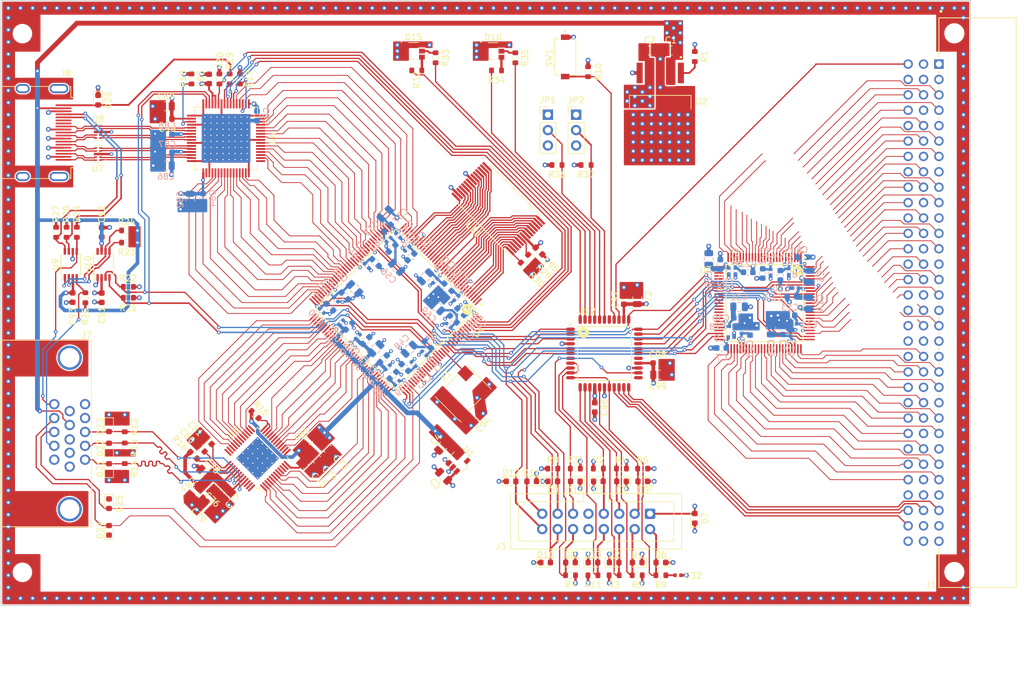
<source format=kicad_pcb>
(kicad_pcb (version 20220331) (generator pcbnew)
  (layers (0 "F.Cu" signal) (1 "In1.Cu" signal) (2 "In2.Cu" signal) (31 "B.Cu" signal) (34 "B.Paste" user) (35 "F.Paste" user) (36 "B.SilkS" user "B.Silkscreen") (37 "F.SilkS" user "F.Silkscreen") (38 "B.Mask" user) (39 "F.Mask" user) (44 "Edge.Cuts" user))
  (net 0 "")
  (net 1 "+5V")
  (net 2 "GND")
  (net 3 "+3V3")
  (net 4 "+1V8")
  (net 5 "Net-(C32-Pad1)")
  (net 6 "JTAG_TMS")
  (net 7 "/VGA frontend/DVDD")
  (net 8 "/VGA frontend/AVDD")
  (net 9 "Net-(U5-COMP)")
  (net 10 "Net-(U5-VREF)")
  (net 11 "VIDEO_CTRL_TDO")
  (net 12 "MISO")
  (net 13 "MOSI")
  (net 14 "CCK")
  (net 15 "VIDEO_CTRL_TDI")
  (net 16 "BUS_CTRL_TDO")
  (net 17 "BUS_CTRL_TDI")
  (net 18 "JTAG_TCK")
  (net 19 "VIDEO_CTRL_CONFIG_SN")
  (net 20 "/VGA frontend/RED")
  (net 21 "/VGA frontend/GREEN")
  (net 22 "/VGA frontend/BLUE")
  (net 23 "VGA_VSYNC")
  (net 24 "VGA_HSYNC")
  (net 25 "Net-(D26-A2)")
  (net 26 "HDMI_DDC_SCL")
  (net 27 "HDMI_DDC_SDA")
  (net 29 "JTAG_TMS_IN")
  (net 30 "CONN_0")
  (net 31 "CONN_1")
  (net 32 "CONN_2")
  (net 33 "CONN_3")
  (net 34 "CONN_4")
  (net 35 "CONN_5")
  (net 36 "CONN_6")
  (net 37 "CONN_7")
  (net 38 "CONN_8")
  (net 39 "CONN_9")
  (net 40 "CONN_10")
  (net 41 "CONN_11")
  (net 42 "CONN_12")
  (net 43 "CONN_13")
  (net 44 "CONN_14")
  (net 45 "CONN_15")
  (net 46 "CONN_16")
  (net 47 "CONN_17")
  (net 48 "CONN_18")
  (net 49 "CONN_19")
  (net 50 "CONN_20")
  (net 51 "CONN_21")
  (net 52 "CONN_22")
  (net 53 "CONN_23")
  (net 54 "CONN_24")
  (net 55 "CONN_25")
  (net 56 "CONN_26")
  (net 57 "CONN_27")
  (net 58 "CONN_28")
  (net 59 "CONN_29")
  (net 60 "CONN_30")
  (net 61 "CONN_31")
  (net 62 "CONN_32")
  (net 63 "CONN_33")
  (net 64 "CONN_34")
  (net 65 "CONN_35")
  (net 66 "CONN_36")
  (net 67 "CONN_37")
  (net 68 "CONN_38")
  (net 69 "CONN_39")
  (net 70 "CONN_40")
  (net 71 "CONN_41")
  (net 72 "CONN_42")
  (net 73 "CONN_43")
  (net 74 "CONN_44")
  (net 75 "CONN_45")
  (net 76 "CONN_46")
  (net 77 "CONN_47")
  (net 78 "CONN_48")
  (net 79 "CONN_49")
  (net 80 "CONN_50")
  (net 81 "CONN_51")
  (net 82 "CONN_52")
  (net 83 "VIDEO_CTRL_TDO_IN")
  (net 84 "VIDEO_CTRL_TDI_IN")
  (net 87 "VGA_DDC_SDA")
  (net 88 "VGA_DDC_SCL")
  (net 89 "/HDMI frontend/D2_P")
  (net 90 "/HDMI frontend/D1_P")
  (net 91 "/HDMI frontend/D0_P")
  (net 92 "/HDMI frontend/DC_P")
  (net 95 "Net-(U2-~{SD})")
  (net 96 "Net-(U5-SYNC_T)")
  (net 97 "Net-(U5-FSADJ)")
  (net 98 "Net-(D15-GA)")
  (net 99 "Net-(U6A-TFADJ)")
  (net 100 "/HDMI frontend/HOTPLUG")
  (net 101 "HDMI_SENSE")
  (net 102 "FPGA_SDA")
  (net 103 "FPGA_SCL")
  (net 104 "Net-(U10-SDAB)")
  (net 105 "Net-(U10-SCLB)")
  (net 106 "BUS_CTRL_TDO_IN")
  (net 107 "BUS_CTRL_TDI_IN")
  (net 112 "VGA_B7")
  (net 113 "VGA_B6")
  (net 114 "VGA_B5")
  (net 115 "VGA_B4")
  (net 116 "VGA_B3")
  (net 117 "VGA_B2")
  (net 118 "VGA_B1")
  (net 119 "VGA_B0")
  (net 120 "VGA_R0")
  (net 121 "VGA_R1")
  (net 122 "VGA_R2")
  (net 123 "VGA_R3")
  (net 124 "VGA_R4")
  (net 125 "VGA_R5")
  (net 126 "VGA_R6")
  (net 127 "VGA_R7")
  (net 128 "VGA_CLK")
  (net 129 "VGA_G7")
  (net 130 "VGA_G6")
  (net 131 "VGA_G5")
  (net 132 "VGA_G4")
  (net 133 "VGA_G3")
  (net 134 "VGA_G2")
  (net 135 "VGA_G1")
  (net 136 "VGA_G0")
  (net 137 "HDMI_DE")
  (net 138 "HDMI_HSYNC")
  (net 139 "HDMI_VSYNC")
  (net 140 "HDMI_I2C_A3")
  (net 141 "HDMI_I2C_A2")
  (net 142 "HDMI_I2C_A1")
  (net 143 "/HDMI frontend/TXC_P")
  (net 144 "/HDMI frontend/TX0_P")
  (net 145 "/HDMI frontend/TX1_P")
  (net 146 "/HDMI frontend/TX2_P")
  (net 148 "HDMI_D23")
  (net 149 "HDMI_D22")
  (net 150 "HDMI_D21")
  (net 151 "HDMI_D20")
  (net 152 "HDMI_D19")
  (net 153 "HDMI_D18")
  (net 154 "HDMI_D17")
  (net 155 "HDMI_D16")
  (net 156 "HDMI_D15")
  (net 157 "HDMI_D14")
  (net 158 "HDMI_D13")
  (net 159 "HDMI_D12")
  (net 161 "HDMI_D11")
  (net 162 "HDMI_D10")
  (net 163 "HDMI_D9")
  (net 164 "HDMI_D8")
  (net 165 "HDMI_D7")
  (net 166 "HDMI_D6")
  (net 167 "HDMI_CLK")
  (net 168 "HDMI_D5")
  (net 169 "HDMI_D4")
  (net 170 "HDMI_D3")
  (net 171 "HDMI_D2")
  (net 172 "HDMI_D1")
  (net 173 "HDMI_D0")
  (net 174 "/Video FPGA/PLLIN")
  (net 175 "/HDMI frontend/DC_N")
  (net 176 "/HDMI frontend/D0_N")
  (net 177 "/HDMI frontend/D1_N")
  (net 178 "/HDMI frontend/D2_N")
  (net 179 "/HDMI frontend/TX2_N")
  (net 180 "/HDMI frontend/TX1_N")
  (net 181 "/HDMI frontend/TX0_N")
  (net 182 "/HDMI frontend/TXC_N")
  (net 192 "JTAG_TCK_IN")
  (net 197 "DPSRAM_WE")
  (net 198 "DPSRAM_OE")
  (net 199 "DPSRAM_A14")
  (net 200 "DPSRAM_A12")
  (net 201 "DPSRAM_A7")
  (net 202 "DPSRAM_A6")
  (net 203 "DPSRAM_A5")
  (net 204 "DPSRAM_A4")
  (net 205 "DPSRAM_A3")
  (net 206 "DPSRAM_A2")
  (net 207 "DPSRAM_A1")
  (net 208 "DPSRAM_A0")
  (net 209 "DPSRAM_IO0")
  (net 210 "DPSRAM_IO1")
  (net 211 "DPSRAM_IO2")
  (net 212 "DPSRAM_IO3")
  (net 213 "DPSRAM_IO4")
  (net 214 "DPSRAM_IO5")
  (net 215 "DPSRAM_IO6")
  (net 216 "DPSRAM_IO7")
  (net 217 "DPSRAM_A10")
  (net 218 "DPSRAM_A11")
  (net 219 "DPSRAM_A9")
  (net 220 "DPSRAM_A8")
  (net 221 "DPSRAM_A13")
  (net 222 "BUS_CTRL_CONFIG_SN")
  (net 223 "RESET_CONN")
  (net 224 "TMS_CONN")
  (net 225 "TCK_CONN")
  (net 226 "TDI_CONN")
  (net 227 "TDO_CONN")
  (net 228 "BUS_CONFIG_DONE")
  (net 229 "BUS_INITB")
  (net 230 "BUS_PROGB")
  (net 231 "VIDEO_CONFIG_DONE")
  (net 232 "VIDEO_INITB")
  (net 233 "VIDEO_PROGB")
  (net 238 "Net-(D15-BA)")
  (net 239 "RESET")
  (net 240 "PROG_CTRL_TDI")
  (net 241 "PROG_CTRL_TDO")
  (net 242 "/Programming interface/COMMON_JTAG_CHAIN")
  (net 243 "Net-(D16-GA)")
  (net 244 "/Programming interface/JTAG_FROM_BUS")
  (net 245 "/Programming interface/VIDEO_STATUS_RED")
  (net 246 "/Programming interface/BUS_STATUS_GREEN")
  (net 247 "/Programming interface/BUS_STATUS_RED")
  (net 248 "Net-(U6A-VREF)")
  (net 271 "/Programming interface/VIDEO_STATUS_GREEN")
  (net 272 "Net-(D16-BA)")
  (footprint "Mounting_Holes:MountingHole_2.7mm" (layer "F.Cu") (at 58.6 139.45)
    (fp_text reference "MK3" hide)
    (fp_text value "Mounting_Hole_PAD" hide)
  )
  (footprint "Mounting_Holes:MountingHole_2.7mm" (layer "F.Cu") (at 58.6 50.55)
    (fp_text reference "MK1" hide)
    (fp_text value "Mounting_Hole_PAD" hide)
  )
  (footprint "Mounting_Holes:MountingHole_2.7mm" (layer "F.Cu") (at 212.24 50.55)
    (fp_text reference "MK2" hide)
    (fp_text value "Mounting_Hole_PAD" hide)
  )
  (footprint "Mounting_Holes:MountingHole_2.7mm" (layer "F.Cu") (at 212.24 139.45)
    (fp_text reference "MK4" hide)
    (fp_text value "Mounting_Hole_PAD" hide)
  )
  (footprint "Capacitor_SMD:C_0603_1608Metric" (layer "F.Cu") (at 89.248272 117.730862 135)
    (fp_text reference "C81")
    (fp_text value "100n")
  )
  (footprint "Capacitor_SMD:C_0402_1005Metric" (layer "F.Cu") (at 133.58 114.23 45)
    (fp_text reference "C94")
    (fp_text value "10n")
  )
  (footprint "Resistor_SMD:R_0603_1608Metric" (layer "F.Cu") (at 146.06 122.33)
    (fp_text reference "R8")
    (fp_text value "10k")
  )
  (footprint "Capacitor_SMD:C_0805_2012Metric" (layer "F.Cu") (at 127.91033 118.652003 -135)
    (fp_text reference "C4")
    (fp_text value "10u")
  )
  (footprint "Diode_SMD:D_0603_1608Metric" (layer "F.Cu") (at 160.8925 124.43 180)
    (fp_text reference "D5")
    (fp_text value "D_TVS")
  )
  (footprint "Diode_SMD:D_0603_1608Metric" (layer "F.Cu") (at 152.68 137.83)
    (fp_text reference "D13")
    (fp_text value "D_TVS")
  )
  (footprint "Diode_SMD:D_0603_1608Metric" (layer "F.Cu") (at 142.58 124.43 180)
    (fp_text reference "D11")
    (fp_text value "D_TVS")
  )
  (footprint "Diode_SMD:D_0603_1608Metric" (layer "F.Cu") (at 149.78 124.43 180)
    (fp_text reference "D14")
    (fp_text value "D_TVS")
  )
  (footprint "Resistor_SMD:R_0603_1608Metric" (layer "F.Cu") (at 76.08 94.13 180)
    (fp_text reference "R21")
    (fp_text value "10k")
  )
  (footprint "Oscillator:Oscillator_SMD_Abracon_ASV-4Pin_7.0x5.1mm" (layer "F.Cu") (at 131.28 109.83 45)
    (fp_text reference "X1")
    (fp_text value "ASV-xxxMHz")
  )
  (footprint "Diode_SMD:D_0603_1608Metric" (layer "F.Cu") (at 72.88 118.93 90)
    (fp_text reference "D22")
    (fp_text value "D_TVS")
  )
  (footprint "Resistor_SMD:R_0603_1608Metric" (layer "F.Cu") (at 76.08 92.33 180)
    (fp_text reference "R22")
    (fp_text value "10k")
  )
  (footprint "Resistor_SMD:R_0603_1608Metric" (layer "F.Cu") (at 65.88 83.33 -90)
    (fp_text reference "R28")
    (fp_text value "10k")
  )
  (footprint "Capacitor_SMD:C_0805_2012Metric" (layer "F.Cu") (at 89.03614 128.691017 -45)
    (fp_text reference "C79")
    (fp_text value "10u")
  )
  (footprint "Package_QFP:TQFP-48-1EP_7x7mm_P0.5mm_EP5x5mm_ThermalVias" (layer "F.Cu") (at 97.38 120.63 135)
    (fp_text reference "U5")
    (fp_text value "THS8136")
  )
  (footprint "Resistor_SMD:R_0603_1608Metric" (layer "F.Cu") (at 156.18 139.93)
    (fp_text reference "R3")
    (fp_text value "10k")
  )
  (footprint "Resistor_SMD:R_0603_1608Metric" (layer "F.Cu") (at 149.78 122.33 180)
    (fp_text reference "R31")
    (fp_text value "10k")
  )
  (footprint "XC9572XL-10VQG44C:Xilinx-XC9572XL-10VQG44C-Level_C" (layer "F.Cu") (at 154.58 103.33)
    (fp_text reference "U12")
    (fp_text value "XC9572XL-10VQG44C")
  )
  (footprint "Package_SO:TSSOP-8_3x3mm_P0.65mm" (layer "F.Cu") (at 71.98 88.63 90)
    (fp_text reference "U10")
    (fp_text value "NCA9306DPH")
  )
  (footprint "Diode_SMD:D_0603_1608Metric" (layer "F.Cu") (at 72.88 115.43 -90)
    (fp_text reference "D23")
    (fp_text value "D_TVS")
  )
  (footprint "Resistor_SMD:R_0603_1608Metric" (layer "F.Cu") (at 88.046191 118.932943 135)
    (fp_text reference "R16")
    (fp_text value "3.8k")
  )
  (footprint "NCP115ASN180T2G:NCP115ASN180T2G" (layer "F.Cu") (at 129.568495 122.092078 135)
    (fp_text reference "U1")
    (fp_text value "NCP115")
  )
  (footprint "Diode_SMD:D_0603_1608Metric" (layer "F.Cu") (at 153.58 124.43)
    (fp_text reference "D1")
    (fp_text value "D_TVS")
  )
  (footprint "Connector_PinHeader_2.54mm:PinHeader_1x03_P2.54mm_Vertical" (layer "F.Cu") (at 149.905 63.93)
    (fp_text reference "JP2")
    (fp_text value "Jumper_3_Open")
  )
  (footprint "Diode_SMD:D_0603_1608Metric" (layer "F.Cu") (at 71.08 61.53 -90)
    (fp_text reference "D26")
    (fp_text value "D_TVS")
  )
  (footprint "LCMXO2-1200HC-4TG100I:Lattice_Semiconductor-LCMXO2-1200HC-4TG100I-Level_C" (layer "F.Cu") (at 180.98 95.03 -90)
    (fp_text reference "U3")
    (fp_text value "LCMXO2-1200HC-4TG100I")
  )
  (footprint "Resistor_SMD:R_0603_1608Metric" (layer "F.Cu") (at 92.78 58.03 90)
    (fp_text reference "R19")
    (fp_text value "1k")
  )
  (footprint "Capacitor_SMD:C_0603_1608Metric" (layer "F.Cu") (at 71.68 83.33 90)
    (fp_text reference "C92")
    (fp_text value "100n")
  )
  (footprint "Capacitor_SMD:C_0603_1608Metric" (layer "F.Cu") (at 152.98 112.23 -90)
    (fp_text reference "C96")
    (fp_text value "100n")
  )
  (footprint "Capacitor_SMD:C_0603_1608Metric" (layer "F.Cu") (at 86.844109 120.135025 -45)
    (fp_text reference "C80")
    (fp_text value "100n")
  )
  (footprint "Resistor_SMD:R_0603_1608Metric" (layer "F.Cu") (at 142.58 87.63 135)
    (fp_text reference "R29")
    (fp_text value "10k")
  )
  (footprint "Capacitor_SMD:C_0603_1608Metric" (layer "F.Cu") (at 163.38 104.93)
    (fp_text reference "C98")
    (fp_text value "100n")
  )
  (footprint "Capacitor_SMD:C_0603_1608Metric" (layer "F.Cu") (at 143.78 86.43 -45)
    (fp_text reference "C95")
    (fp_text value "100n")
  )
  (footprint "L77HDE15SD1CH4FVGA:L77HDE15SD1CH4FVGA" (layer "F.Cu") (at 66.395 116.53 -90)
    (fp_text reference "J7")
    (fp_text value "DB15_Female_HighDensity")
  )
  (footprint "Resistor_SMD:R_0603_1608Metric" (layer "F.Cu") (at 146.755 72.23 180)
    (fp_text reference "R36")
    (fp_text value "10k")
  )
  (footprint "Resistor_SMD:R_0603_1608Metric" (layer "F.Cu") (at 75.78 85.03 180)
    (fp_text reference "R23")
    (fp_text value "10k")
  )
  (footprint "Capacitor_SMD:C_0805_2012Metric" (layer "F.Cu") (at 108.83513 118.932943 -45)
    (fp_text reference "C73")
    (fp_text value "10u")
  )
  (footprint "Resistor_SMD:R_0603_1608Metric" (layer "F.Cu") (at 151.88 56.83 90)
    (fp_text reference "R10")
    (fp_text value "10k")
  )
  (footprint "Resistor_SMD:R_0603_1608Metric" (layer "F.Cu") (at 169.48 54.33 90)
    (fp_text reference "R1")
    (fp_text value "10k")
  )
  (footprint "Resistor_SMD:R_0603_1608Metric" (layer "F.Cu") (at 152.68 139.93)
    (fp_text reference "R11")
    (fp_text value "10k")
  )
  (footprint "Resistor_SMD:R_0603_1608Metric" (layer "F.Cu") (at 151.555 72.23 180)
    (fp_text reference "R37")
    (fp_text value "10k")
  )
  (footprint "Capacitor_SMD:C_0402_1005Metric" (layer "F.Cu") (at 166.708427 139.93)
    (fp_text reference "C32")
    (fp_text value "100p")
  )
  (footprint "Diode_SMD:D_0603_1608Metric" (layer "F.Cu") (at 156.18 137.83)
    (fp_text reference "D2")
    (fp_text value "D_TVS")
  )
  (footprint "Diode_SMD:D_0603_1608Metric" (layer "F.Cu") (at 139.18 124.43)
    (fp_text reference "D12")
    (fp_text value "D_TVS")
  )
  (footprint "Diode_SMD:D_0603_1608Metric" (layer "F.Cu") (at 146.06 124.43)
    (fp_text reference "D9")
    (fp_text value "D_TVS")
  )
  (footprint "Diode_SMD:D_0603_1608Metric" (layer "F.Cu") (at 72.88 132.5175 90)
    (fp_text reference "D24")
    (fp_text value "D_TVS")
  )
  (footprint "Resistor_SMD:R_0603_1608Metric" (layer "F.Cu") (at 67.58 83.33 -90)
    (fp_text reference "R25")
    (fp_text value "10k")
  )
  (footprint "Diode_SMD:D_0603_1608Metric" (layer "F.Cu") (at 72.88 122.3175 90)
    (fp_text reference "D21")
    (fp_text value "D_TVS")
  )
  (footprint "Capacitor_SMD:C_0603_1608Metric" (layer "F.Cu") (at 71.68 94.13 -90)
    (fp_text reference "C91")
    (fp_text value "100n")
  )
  (footprint "Diode_SMD:D_0603_1608Metric" (layer "F.Cu") (at 144.88 137.83)
    (fp_text reference "D10")
    (fp_text value "D_TVS")
  )
  (footprint "Resistor_SMD:R_0603_1608Metric" (layer "F.Cu") (at 126.73 54.53 -90)
    (fp_text reference "R33")
    (fp_text value "80")
  )
  (footprint "Diode_SMD:D_0603_1608Metric" (layer "F.Cu") (at 157.3925 124.43 180)
    (fp_text reference "D3")
    (fp_text value "D_TVS")
  )
  (footprint "Capacitor_SMD:C_0805_2012Metric" (layer "F.Cu") (at 128.051751 123.601751 135)
    (fp_text reference "C3")
    (fp_text value "10u")
  )
  (footprint "Resistor_SMD:R_0603_1608Metric" (layer "F.Cu") (at 64.15 83.33 -90)
    (fp_text reference "R27")
    (fp_text value "10k")
  )
  (footprint "Capacitor_SMD:C_0603_1608Metric" (layer "F.Cu") (at 157.78 94.43 90)
    (fp_text reference "C97")
    (fp_text value "100n")
  )
  (footprint "Resistor_SMD:R_0603_1608Metric" (layer "F.Cu") (at 86.48 58.03 -90)
    (fp_text reference "R18")
    (fp_text value "510 @ 1%")
  )
  (footprint "Resistor_SMD:R_0603_1608Metric" (layer "F.Cu") (at 141.38 88.93 135)
    (fp_text reference "R30")
    (fp_text value "10k")
  )
  (footprint "Connector_IDC:IDC-Header_2x08_P2.54mm_Vertical" (layer "F.Cu") (at 162.1 129.7775 -90)
    (fp_text reference "J3")
    (fp_text value "Conn_02x08_Counter_Clockwise")
  )
  (footprint "Resistor_SMD:R_0603_1608Metric" (layer "F.Cu") (at 139.88 54.53 -90)
    (fp_text reference "R35")
    (fp_text value "80")
  )
  (footprint "Capacitor_SMD:C_0805_2012Metric" (layer "F.Cu") (at 159.98 94.23 90)
    (fp_text reference "C72")
    (fp_text value "1u")
  )
  (footprint "LCMXO2-7000HC-4TG144C:Lattice_Semiconductor-LCMXO2-7000HC-4TG144C-Level_C" (layer "F.Cu") (at 120.141865 96.046392 -135)
    (fp_text reference "U4")
    (fp_text value "LCMXO2-7000HC-4TG144C" hide)
  )
  (footprint "Resistor_SMD:R_0603_1608Metric" (layer "F.Cu") (at 153.58 122.33)
    (fp_text reference "R2")
    (fp_text value "10k")
  )
  (footprint "Diode_SMD:D_0603_1608Metric" (layer "F.Cu") (at 72.88 128.1175 -90)
    (fp_text reference "D25")
    (fp_text value "D_TVS")
  )
  (footprint "Resistor_SMD:R_0603_1608Metric" (layer "F.Cu") (at 159.98 139.93 180)
    (fp_text reference "R5")
    (fp_text value "10k")
  )
  (footprint "Capacitor_SMD:C_0805_2012Metric" (layer "F.Cu") (at 107.067363 120.70071 -45)
    (fp_text reference "C74")
    (fp_text value "10u")
  )
  (footprint "CLX6F-FKC-CNP1ST1E1BB7D3D3:CLX6F-FKC-CNP1ST1E1BB7D3D3" (layer "F.Cu") (at 136.215 53.45)
    (fp_text reference "D16")
    (fp_text value "LED_RGB")
  )
  (footprint "Package_QFP:HTQFP-64-1EP_10x10mm_P0.5mm_EP8x8mm_Mask4.4x4.4mm_ThermalVias" (layer "F.Cu") (at 92.18 67.83 -90)
    (fp_text reference "U6")
    (fp_text value "TFP410PAP")
  )
  (footprint "Resistor_SMD:R_0603_1608Metric" (layer "F.Cu") (at 160.88 122.33 180)
    (fp_text reference "R6")
    (fp_text value "10k")
  )
  (footprint "Diode_SMD:D_0603_1608Metric" (layer "F.Cu") (at 169.48 130.53 90)
    (fp_text reference "D7")
    (fp_text value "D_TVS")
  )
  (footprint "Resistor_SMD:R_0603_1608Metric" (layer "F.Cu") (at 91.08 58.03 -90)
    (fp_text reference "R20")
    (fp_text value "10k")
  )
  (footprint "LP3853ESX-3_3:LP3853ESX-3_3" (layer "F.Cu") (at 163.78 67.6425 -90)
    (fp_text reference "U2")
    (fp_text value "LP3853ESX-3.3/NOPB")
  )
  (footprint "Resistor_SMD:R_0603_1608Metric" (layer "F.Cu") (at 123.63 56.63 180)
    (fp_text reference "R32")
    (fp_text value "60")
  )
  (footprint "ESD224DQA:IC_TPD4EUSB30DQAR" (layer "F.Cu") (at 71.08 70.42 180)
    (fp_text reference "U7")
    (fp_text value "ESD224DQA")
  )
  (footprint "Capacitor_SMD:C_0603_1608Metric" (layer "F.Cu") (at 66.88 94.105 -90)
    (fp_text reference "C93")
    (fp_text value "100n")
  )
  (footprint "CLX6F-FKC-CNP1ST1E1BB7D3D3:CLX6F-FKC-CNP1ST1E1BB7D3D3" (layer "F.Cu") (at 123.105 53.43)
    (fp_text reference "D15")
    (fp_text value "LED_RGB")
  )
  (footprint "Connector_PinHeader_2.54mm:PinHeader_1x03_P2.54mm_Vertical" (layer "F.Cu") (at 145.255 63.93)
    (fp_text reference "JP1")
    (fp_text value "Jumper_3_Open")
  )
  (footprint "Resistor_SMD:R_0603_1608Metric" (layer "F.Cu") (at 94.48 58.03 -90)
    (fp_text reference "R17")
    (fp_text value "10k")
  )
  (footprint "Resistor_SMD:R_0603_1608Metric" (layer "F.Cu") (at 75.48 122.33 -90)
    (fp_text reference "R14")
    (fp_text value "75")
  )
  (footprint "Capacitor_SMD:C_0603_1608Metric" (layer "F.Cu") (at 92.288832 126.711118 -135)
    (fp_text reference "C77")
    (fp_text value "100n")
  )
  (footprint "Inductor_SMD:L_0805_2012Metric" (layer "F.Cu") (at 87.056241 126.145433 -135)
    (fp_text reference "FB2")
    (fp_text value "FerriteBead_Small")
  )
  (footprint "Capacitor_SMD:C_0805_2012Metric" (layer "F.Cu") (at 162.03 53.33)
    (fp_text reference "C2")
    (fp_text value "10u")
  )
  (footprint "Package_SO:TSOP-I-28_11.8x8mm_P0.55mm" (layer "F.Cu") (at 137.08 79.43 135)
    (fp_text reference "U11")
    (fp_text value "S62LV256AL-45TLI")
  )
  (footprint "Capacitor_SMD:C_0805_2012Metric" (layer "F.Cu") (at 165.53 53.33 180)
    (fp_text reference "C1")
    (fp_text value "10u")
  )
  (footprint "PTS636_SM43J_SMTR_LFS:SW_PTS636_SM43J_SMTR_LFS" (layer "F.Cu") (at 148.1 54.385 -90)
    (fp_text reference "SW1")
    (fp_text value "SW_Push")
  )
  (footprint "Resistor_SMD:R_0603_1608Metric" (layer "F.Cu") (at 96.955736 113.41751 -45)
    (fp_text reference "R15")
    (fp_text value "2.2k")
  )
  (footprint "Resistor_SMD:R_0603_1608Metric" (layer "F.Cu") (at 75.48 118.93 -90)
    (fp_text reference "R13")
    (fp_text value "75")
  )
  (footprint "Resistor_SMD:R_0603_1608Metric" (layer "F.Cu") (at 148.98 139.93 180)
    (fp_text reference "R7")
    (fp_text value "10k")
  )
  (footprint "Capacitor_SMD:C_0603_1608Metric" (layer "F.Cu") (at 90.945329 125.367615 -135)
    (fp_text reference "C76")
    (fp_text value "100n")
  )
  (footprint "Inductor_SMD:L_0805_2012Metric" (layer "F.Cu") (at 105.794571 117.730862 -135)
    (fp_text reference "FB1")
    (fp_text value "FerriteBead_Small")
  )
  (footprint "Resistor_SMD:R_0603_1608Metric" (layer "F.Cu") (at 68.98 94.13 90)
    (fp_text reference "R26")
    (fp_text value "10k")
  )
  (footprint "Resistor_SMD:R_0603_1608Metric" (layer "F.Cu") (at 75.48 115.43 90)
    (fp_text reference "R12")
    (fp_text value "75")
  )
  (footprint "Capacitor_SMD:C_0603_1608Metric" (layer "F.Cu") (at 105.441018 122.044213 -45)
    (fp_text reference "C75")
    (fp_text value "100n")
  )
  (footprint "RAHHD19TR:RAAHD19TR" (layer "F.Cu") (at 65.38 66.87 -90)
    (fp_text reference "J8")
    (fp_text value "HDMI_A")
  )
  (footprint "Resistor_SMD:R_0603_1608Metric" (layer "F.Cu") (at 163.88 139.93)
    (fp_text reference "R9")
    (fp_text value "10k")
  )
  (footprint "Resistor_SMD:R_0603_1608Metric" (layer "F.Cu") (at 136.78 56.63 180)
    (fp_text reference "R34")
    (fp_text value "60")
  )
  (footprint "Diode_SMD:D_0603_1608Metric" (layer "F.Cu") (at 148.98 137.83 180)
    (fp_text reference "D8")
    (fp_text value "D_TVS")
  )
  (footprint "Diode_SMD:D_0603_1608Metric" (layer "F.Cu") (at 163.88 137.83 180)
    (fp_text reference "D6")
    (fp_text value "D_TVS")
  )
  (footprint "09031966821:Harting-09031966921-0-0-0" (layer "F.Cu") (at 216.057499 94.9425 90)
    (fp_text reference "J1")
    (fp_text value "09031966921")
  )
  (footprint "Capacitor_SMD:C_0805_2012Metric" (layer "F.Cu") (at 82.28 62.53 180)
    (fp_text reference "C89")
    (fp_text value "10u")
  )
  (footprint "Resistor_SMD:R_0603_1608Metric" (layer "F.Cu") (at 157.38 122.33 180)
    (fp_text reference "R4")
    (fp_text value "10k")
  )
  (footprint "Capacitor_SMD:C_0805_2012Metric" (layer "F.Cu") (at 88.682587 123.104873 135)
    (fp_text reference "C78")
    (fp_text value "10u")
  )
  (footprint "Resistor_SMD:R_0603_1608Metric" (layer "F.Cu") (at 75.78 83.03 180)
    (fp_text reference "R24")
    (fp_text value "10k")
  )
  (footprint "ESD224DQA:IC_TPD4EUSB30DQAR" (layer "F.Cu") (at 71.08 66.78 180)
    (fp_text reference "U8")
    (fp_text value "ESD224DQA")
  )
  (footprint "Capacitor_SMD:C_0603_1608Metric" (layer "F.Cu") (at 89.38 58.03 90)
    (fp_text reference "C85")
    (fp_text value "100n")
  )
  (footprint "Capacitor_SMD:C_0603_1608Metric" (layer "F.Cu") (at 82.48 64.63 180)
    (fp_text reference "C90")
    (fp_text value "100n")
  )
  (footprint "Package_SO:TSSOP-8_3x3mm_P0.65mm" (layer "F.Cu") (at 66.58 88.63 90)
    (fp_text reference "U9")
    (fp_text value "PCA9540BDP")
  )
  (footprint "Capacitor_SMD:C_0805_2012Metric" (layer "F.Cu") (at 163.58 106.83)
    (fp_text reference "C99")
    (fp_text value "1u")
  )
  (footprint "Diode_SMD:D_0603_1608Metric" (layer "F.Cu") (at 159.98 137.83 180)
    (fp_text reference "D4")
    (fp_text value "D_TVS")
  )
  (footprint "Capacitor_SMD:C_0402_1005Metric" (layer "B.Cu") (at 185.78 98.43 180)
    (fp_text reference "C11")
    (fp_text value "10n")
  )
  (footprint "Capacitor_SMD:C_0603_1608Metric" (layer "B.Cu") (at 183.58 90.43 -90)
    (fp_text reference "C21")
    (fp_text value "100n")
  )
  (footprint "Capacitor_SMD:C_0402_1005Metric" (layer "B.Cu") (at 110.28 94.43 -45)
    (fp_text reference "C63")
    (fp_text value "10n")
  )
  (footprint "Capacitor_SMD:C_0805_2012Metric" (layer "B.Cu") (at 82.28 72.33 180)
    (fp_text reference "C86")
    (fp_text value "10u")
  )
  (footprint "Capacitor_SMD:C_0402_1005Metric" (layer "B.Cu") (at 128.88 98.73 135)
    (fp_text reference "C44")
    (fp_text value "10n")
  )
  (footprint "Capacitor_SMD:C_0603_1608Metric" (layer "B.Cu") (at 187.18 87.43)
    (fp_text reference "C6")
    (fp_text value "100n")
  )
  (footprint "Capacitor_SMD:C_0805_2012Metric" (layer "B.Cu") (at 116.88 102.53 45)
    (fp_text reference "C55")
    (fp_text value "1u")
  )
  (footprint "Capacitor_SMD:C_0402_1005Metric" (layer "B.Cu") (at 123.094036 105.079682 135)
    (fp_text reference "C42")
    (fp_text value "10n")
  )
  (footprint "Capacitor_SMD:C_0603_1608Metric" (layer "B.Cu") (at 178.58 99.53 90)
    (fp_text reference "C18")
    (fp_text value "100n")
  )
  (footprint "Capacitor_SMD:C_0402_1005Metric" (layer "B.Cu") (at 122.033376 86.058509 -135)
    (fp_text reference "C58")
    (fp_text value "1n")
  )
  (footprint "Capacitor_SMD:C_0402_1005Metric" (layer "B.Cu") (at 176.18 89.73 -90)
    (fp_text reference "C25")
    (fp_text value "10n")
  )
  (footprint "Capacitor_SMD:C_0603_1608Metric" (layer "B.Cu") (at 128.821601 93.553841 -135)
    (fp_text reference "C70")
    (fp_text value "100n")
  )
  (footprint "Capacitor_SMD:C_0805_2012Metric" (layer "B.Cu") (at 125.053654 90.693604 -135)
    (fp_text reference "C59")
    (fp_text value "1u")
  )
  (footprint "Capacitor_SMD:C_0805_2012Metric" (layer "B.Cu") (at 176.78 95.63)
    (fp_text reference "C31")
    (fp_text value "1u")
  )
  (footprint "Capacitor_SMD:C_0603_1608Metric" (layer "B.Cu") (at 176.68 97.43)
    (fp_text reference "C30")
    (fp_text value "100n")
  )
  (footprint "Capacitor_SMD:C_0805_2012Metric" (layer "B.Cu") (at 188.48 90.63 -90)
    (fp_text reference "C5")
    (fp_text value "1u")
  )
  (footprint "Capacitor_SMD:C_0603_1608Metric" (layer "B.Cu") (at 185.18 97.03 180)
    (fp_text reference "C13")
    (fp_text value "100n")
  )
  (footprint "Capacitor_SMD:C_0603_1608Metric" (layer "B.Cu") (at 180.68 90.13 -90)
    (fp_text reference "C22")
    (fp_text value "100n")
  )
  (footprint "Capacitor_SMD:C_0603_1608Metric" (layer "B.Cu") (at 173.88 102.43 180)
    (fp_text reference "C7")
    (fp_text value "100n")
  )
  (footprint "Capacitor_SMD:C_0402_1005Metric" (layer "B.Cu") (at 175.68 98.83)
    (fp_text reference "C28")
    (fp_text value "10n")
  )
  (footprint "Capacitor_SMD:C_0805_2012Metric" (layer "B.Cu") (at 182.08 99.23 90)
    (fp_text reference "C19")
    (fp_text value "1u")
  )
  (footprint "Capacitor_SMD:C_0402_1005Metric" (layer "B.Cu") (at 175.08 89.73 -90)
    (fp_text reference "C27")
    (fp_text value "10n")
  )
  (footprint "Capacitor_SMD:C_0603_1608Metric" (layer "B.Cu") (at 122.669772 87.402012 -135)
    (fp_text reference "C57")
    (fp_text value "100n")
  )
  (footprint "Capacitor_SMD:C_0805_2012Metric" (layer "B.Cu") (at 120.28 89.13 -45)
    (fp_text reference "C56")
    (fp_text value "1u")
  )
  (footprint "Capacitor_SMD:C_0603_1608Metric" (layer "B.Cu") (at 173.68 88.63 90)
    (fp_text reference "C29")
    (fp_text value "100n")
  )
  (footprint "Capacitor_SMD:C_0603_1608Metric" (layer "B.Cu") (at 115.253654 101.186497 45)
    (fp_text reference "C54")
    (fp_text value "100n")
  )
  (footprint "Capacitor_SMD:C_0402_1005Metric" (layer "B.Cu") (at 185.28 99.93 90)
    (fp_text reference "C16")
    (fp_text value "10n")
  )
  (footprint "Capacitor_SMD:C_0402_1005Metric" (layer "B.Cu") (at 175.48 100.63)
    (fp_text reference "C9")
    (fp_text value "10n")
  )
  (footprint "Capacitor_SMD:C_0603_1608Metric" (layer "B.Cu") (at 127.619519 92.35176 -135)
    (fp_text reference "C60")
    (fp_text value "100n")
  )
  (footprint "Capacitor_SMD:C_0603_1608Metric" (layer "B.Cu") (at 112.48 98.83 45)
    (fp_text reference "C52")
    (fp_text value "100n")
  )
  (footprint "Capacitor_SMD:C_0402_1005Metric" (layer "B.Cu") (at 186.48 89.03 180)
    (fp_text reference "C8")
    (fp_text value "10n")
  )
  (footprint "Capacitor_SMD:C_0805_2012Metric" (layer "B.Cu") (at 188.28 95.03 -90)
    (fp_text reference "C14")
    (fp_text value "1u")
  )
  (footprint "Capacitor_SMD:C_0402_1005Metric" (layer "B.Cu") (at 120.548451 83.866478 -45)
    (fp_text reference "C41")
    (fp_text value "10n")
  )
  (footprint "Capacitor_SMD:C_0402_1005Metric" (layer "B.Cu") (at 118.992816 84.573585 -135)
    (fp_text reference "C62")
    (fp_text value "10n")
  )
  (footprint "Capacitor_SMD:C_0402_1005Metric" (layer "B.Cu") (at 181.98 89.93 -90)
    (fp_text reference "C24")
    (fp_text value "10n")
  )
  (footprint "Capacitor_SMD:C_0805_2012Metric" (layer "B.Cu") (at 86.28 77.93 -90)
    (fp_text reference "C82")
    (fp_text value "10u")
  )
  (footprint "Capacitor_SMD:C_0603_1608Metric" (layer "B.Cu") (at 116.800785 88.321251 -45)
    (fp_text reference "C67")
    (fp_text value "100n")
  )
  (footprint "Capacitor_SMD:C_0805_2012Metric" (layer "B.Cu") (at 126.912412 95.63 135)
    (fp_text reference "C69")
    (fp_text value "1u")
  )
  (footprint "Capacitor_SMD:C_0402_1005Metric" (layer "B.Cu") (at 118.835115 105.619036 45)
    (fp_text reference "C49")
    (fp_text value "10n")
  )
  (footprint "Capacitor_SMD:C_0603_1608Metric" (layer "B.Cu") (at 121.679822 105.645367 135)
    (fp_text reference "C47")
    (fp_text value "100n")
  )
  (footprint "Capacitor_SMD:C_0603_1608Metric" (layer "B.Cu") (at 129.670129 97.65506 135)
    (fp_text reference "C46")
    (fp_text value "100n")
  )
  (footprint "Capacitor_SMD:C_0603_1608Metric" (layer "B.Cu") (at 82.48 70.13 180)
    (fp_text reference "C87")
    (fp_text value "100n")
  )
  (footprint "Capacitor_SMD:C_0805_2012Metric" (layer "B.Cu") (at 118.408249 80.301751 45)
    (fp_text reference "C33")
    (fp_text value "1u")
  )
  (footprint "Capacitor_SMD:C_0402_1005Metric" (layer "B.Cu") (at 132.286424 95.887293 135)
    (fp_text reference "C38")
    (fp_text value "10n")
  )
  (footprint "Capacitor_SMD:C_0603_1608Metric" (layer "B.Cu") (at 185.48 93.93 180)
    (fp_text reference "C12")
    (fp_text value "100n")
  )
  (footprint "Capacitor_SMD:C_0603_1608Metric" (layer "B.Cu") (at 178.28 89.93)
    (fp_text reference "C23")
    (fp_text value "100n")
  )
  (footprint "Capacitor_SMD:C_0402_1005Metric" (layer "B.Cu") (at 184.98 89.83 -90)
    (fp_text reference "C26")
    (fp_text value "10n")
  )
  (footprint "Capacitor_SMD:C_0603_1608Metric" (layer "B.Cu") (at 82.48 67.13 180)
    (fp_text reference "C88")
    (fp_text value "100n")
  )
  (footprint "Capacitor_SMD:C_0402_1005Metric" (layer "B.Cu") (at 126.68 91.33 -135)
    (fp_text reference "C61")
    (fp_text value "1n")
  )
  (footprint "Capacitor_SMD:C_0603_1608Metric" (layer "B.Cu") (at 118.78 82.63 -135)
    (fp_text reference "C37")
    (fp_text value "100n")
  )
  (footprint "Capacitor_SMD:C_0402_1005Metric" (layer "B.Cu") (at 186.08 92.53 180)
    (fp_text reference "C10")
    (fp_text value "10n")
  )
  (footprint "Capacitor_SMD:C_0402_1005Metric" (layer "B.Cu") (at 130.165104 94.190237 -135)
    (fp_text reference "C71")
    (fp_text value "1n")
  )
  (footprint "Capacitor_SMD:C_0603_1608Metric" (layer "B.Cu") (at 111.753655 93.832081 -45)
    (fp_text reference "C65")
    (fp_text value "100n")
  )
  (footprint "Capacitor_SMD:C_0402_1005Metric" (layer "B.Cu") (at 113.910151 100.550101 45)
    (fp_text reference "C50")
    (fp_text value "10n")
  )
  (footprint "Capacitor_SMD:C_0402_1005Metric" (layer "B.Cu") (at 111.136497 98.193604 45)
    (fp_text reference "C51")
    (fp_text value "10n")
  )
  (footprint "Capacitor_SMD:C_0402_1005Metric" (layer "B.Cu") (at 115.386572 88.886936 -45)
    (fp_text reference "C64")
    (fp_text value "10n")
  )
  (footprint "Capacitor_SMD:C_0603_1608Metric" (layer "B.Cu") (at 130.87221 96.452979 135)
    (fp_text reference "C36")
    (fp_text value "100n")
  )
  (footprint "Capacitor_SMD:C_0805_2012Metric" (layer "B.Cu") (at 113.38 92.63 -45)
    (fp_text reference "C68")
    (fp_text value "1u")
  )
  (footprint "Capacitor_SMD:C_0603_1608Metric" (layer "B.Cu") (at 119.699923 106.918159 45)
    (fp_text reference "C35")
    (fp_text value "100n")
  )
  (footprint "Capacitor_SMD:C_0603_1608Metric" (layer "B.Cu") (at 88.38 77.73 -90)
    (fp_text reference "C84")
    (fp_text value "100n")
  )
  (footprint "Capacitor_SMD:C_0603_1608Metric" (layer "B.Cu") (at 97.28 64.13 -90)
    (fp_text reference "C83")
    (fp_text value "100n")
  )
  (footprint "Capacitor_SMD:C_0603_1608Metric" (layer "B.Cu") (at 119.558502 85.987798 -135)
    (fp_text reference "C66")
    (fp_text value "100n")
  )
  (footprint "Capacitor_SMD:C_0402_1005Metric" (layer "B.Cu") (at 124.861803 103.311915 135)
    (fp_text reference "C43")
    (fp_text value "10n")
  )
  (footprint "Capacitor_SMD:C_0402_1005Metric" (layer "B.Cu") (at 120.40703 108.190951 45)
    (fp_text reference "C39")
    (fp_text value "10n")
  )
  (footprint "Capacitor_SMD:C_0805_2012Metric" (layer "B.Cu") (at 171.78 87.73 90)
    (fp_text reference "C20")
    (fp_text value "1u")
  )
  (footprint "Capacitor_SMD:C_0603_1608Metric" (layer "B.Cu") (at 125.427488 101.897701 135)
    (fp_text reference "C45")
    (fp_text value "100n")
  )
  (footprint "Capacitor_SMD:C_0402_1005Metric" (layer "B.Cu") (at 107.961951 96.311557 -45)
    (fp_text reference "C40")
    (fp_text value "10n")
  )
  (footprint "Capacitor_SMD:C_0402_1005Metric" (layer "B.Cu") (at 177.18 99.53 90)
    (fp_text reference "C15")
    (fp_text value "10n")
  )
  (footprint "Capacitor_SMD:C_0603_1608Metric" (layer "B.Cu") (at 183.98 99.43 90)
    (fp_text reference "C17")
    (fp_text value "100n")
  )
  (footprint "Capacitor_SMD:C_0805_2012Metric" (layer "B.Cu") (at 122.38 102.63 -135)
    (fp_text reference "C48")
    (fp_text value "1u")
  )
  (footprint "Capacitor_SMD:C_0603_1608Metric" (layer "B.Cu") (at 109.305453 95.675161 -45)
    (fp_text reference "C34")
    (fp_text value "100n")
  )
  (footprint "Capacitor_SMD:C_0603_1608Metric" (layer "B.Cu") (at 118.128008 104.204822 45)
    (fp_text reference "C53")
    (fp_text value "100n")
  )
  (gr_line (start 214.925 45.075) (end 55.075 45.075) (stroke (width 0.15)) (layer "Edge.Cuts"))
  (gr_line (start 214.925 144.925) (end 214.925 45.075) (stroke (width 0.15)) (layer "Edge.Cuts"))
  (gr_line (start 55.075 144.925) (end 214.925 144.925) (stroke (width 0.15)) (layer "Edge.Cuts"))
  (gr_line (start 55.075 45.075) (end 55.075 144.925) (stroke (width 0.15)) (layer "Edge.Cuts"))
  (segment (start 66.395 115.135) (end 65.28 114.02) (width 0.2) (layer "F.Cu") (net 1))
  (segment (start 65.88 81.43) (end 65.98 81.33) (width 0.4) (layer "F.Cu") (net 1))
  (segment (start 71.655 84.13) (end 71.68 84.105) (width 0.4) (layer "F.Cu") (net 1))
  (segment (start 68.98 94.955) (end 68.98 96.23) (width 0.4) (layer "F.Cu") (net 1))
  (segment (start 66.905 90.78) (end 66.905 91.73) (width 0.4) (layer "F.Cu") (net 1))
  (segment (start 61.08 55.33) (end 67.58 48.83) (width 0.8) (layer "F.Cu") (net 1))
  (segment (start 61.12 62.87) (end 65.38 62.87) (width 0.3) (layer "F.Cu") (net 1))
  (segment (start 66.929511 91.754511) (end 66.929511 93.280489) (width 0.4) (layer "F.Cu") (net 1))
  (segment (start 65.88 82.505) (end 65.88 81.43) (width 0.4) (layer "F.Cu") (net 1))
  (segment (start 65.28 114.02) (end 65.28 113.43) (width 0.2) (layer "F.Cu") (net 1))
  (segment (start 64.68 112.83) (end 61.48 112.83) (width 0.2) (layer "F.Cu") (net 1))
  (segment (start 64.15 81.36) (end 64.18 81.33) (width 0.4) (layer "F.Cu") (net 1))
  (segment (start 66.88 93.33) (end 65.78 93.33) (width 0.4) (layer "F.Cu") (net 1))
  (segment (start 66.929511 93.280489) (end 66.88 93.33) (width 0.4) (layer "F.Cu") (net 1))
  (segment (start 66.905 91.73) (end 66.929511 91.754511) (width 0.4) (layer "F.Cu") (net 1))
  (segment (start 65.28 113.43) (end 64.68 112.83) (width 0.2) (layer "F.Cu") (net 1))
  (segment (start 67.58 82.505) (end 67.58 81.783888) (width 0.4) (layer "F.Cu") (net 1))
  (segment (start 71.655 86.48) (end 71.655 85.155) (width 0.4) (layer "F.Cu") (net 1))
  (segment (start 61.08 56.73) (end 61.08 55.33) (width 0.8) (layer "F.Cu") (net 1))
  (segment (start 61.08 62.83) (end 61.12 62.87) (width 0.3) (layer "F.Cu") (net 1))
  (segment (start 67.58 48.83) (end 164.88 48.83) (width 0.8) (layer "F.Cu") (net 1))
  (segment (start 67.58 81.783888) (end 68.006944 81.356944) (width 0.4) (layer "F.Cu") (net 1))
  (segment (start 71.655 85.155) (end 71.655 84.13) (width 0.4) (layer "F.Cu") (net 1))
  (segment (start 64.15 82.505) (end 64.15 81.36) (width 0.4) (layer "F.Cu") (net 1))
  (segment (start 169.48 53.505) (end 169.48 52.33) (width 0.3) (layer "F.Cu") (net 1))
  (via (at 167.08 50.43) (size 0.8) (drill 0.4) (layers "F.Cu" "B.Cu") (net 1))
  (via (at 164.88 50.43) (size 0.8) (drill 0.4) (layers "F.Cu" "B.Cu") (net 1))
  (via (at 164.88 48.83) (size 0.8) (drill 0.4) (layers "F.Cu" "B.Cu") (net 1))
  (via (at 65.78 93.33) (size 0.8) (drill 0.4) (layers "F.Cu" "B.Cu") (net 1))
  (via (at 65.98 81.33) (size 0.8) (drill 0.4) (layers "F.Cu" "B.Cu") (net 1))
  (via (at 169.48 52.33) (size 0.8) (drill 0.4) (layers "F.Cu" "B.Cu") (net 1))
  (via (at 77.58 83.03) (size 0.8) (drill 0.4) (layers "F.Cu" "B.Cu") (net 1))
  (via (at 165.98 49.63) (size 0.8) (drill 0.4) (layers "F.Cu" "B.Cu") (net 1))
  (via (at 167.08 48.83) (size 0.8) (drill 0.4) (layers "F.Cu" "B.Cu") (net 1))
  (via (at 61.48 112.83) (size 0.6) (drill 0.3) (layers "F.Cu" "B.Cu") (net 1))
  (via (at 68.98 96.23) (size 0.8) (drill 0.4) (layers "F.Cu" "B.Cu") (net 1))
  (via (at 68.006944 81.356944) (size 0.8) (drill 0.4) (layers "F.Cu" "B.Cu") (net 1))
  (via (at 71.655 85.155) (size 0.8) (drill 0.4) (layers "F.Cu" "B.Cu") (net 1))
  (via (at 77.58 85.03) (size 0.8) (drill 0.4) (layers "F.Cu" "B.Cu") (net 1))
  (via (at 61.08 62.83) (size 0.6) (drill 0.3) (layers "F.Cu" "B.Cu") (net 1))
  (via (at 167.08 52.03) (size 0.8) (drill 0.4) (layers "F.Cu" "B.Cu") (net 1))
  (via (at 64.18 81.33) (size 0.8) (drill 0.4) (layers "F.Cu" "B.Cu") (net 1))
  (via (at 165.98 51.23) (size 0.8) (drill 0.4) (layers "F.Cu" "B.Cu") (net 1))
  (via (at 61.08 56.73) (size 0.8) (drill 0.4) (layers "F.Cu" "B.Cu") (net 1))
  (segment (start 68.58 81.33) (end 66.78 81.33) (width 0.6) (layer "B.Cu") (net 1))
  (segment (start 66.78 81.33) (end 65.98 81.33) (width 0.6) (layer "B.Cu") (net 1))
  (segment (start 77.58 83.03) (end 77.58 82.03) (width 0.6) (layer "B.Cu") (net 1))
  (segment (start 66.78 81.33) (end 64.78 81.33) (width 0.6) (layer "B.Cu") (net 1))
  (segment (start 71.68 81.33) (end 68.58 81.33) (width 0.6) (layer "B.Cu") (net 1))
  (segment (start 68.58 81.33) (end 68.033888 81.33) (width 0.6) (layer "B.Cu") (net 1))
  (segment (start 77.58 85.03) (end 77.58 83.03) (width 0.6) (layer "B.Cu") (net 1))
  (segment (start 64.78 81.33) (end 64.18 81.33) (width 0.6) (layer "B.Cu") (net 1))
  (segment (start 76.88 81.33) (end 71.68 81.33) (width 0.6) (layer "B.Cu") (net 1))
  (segment (start 61.08 62.83) (end 61.08 112.43) (width 0.8) (layer "B.Cu") (net 1))
  (segment (start 64.18 81.33) (end 61.58 81.33) (width 0.6) (layer "B.Cu") (net 1))
  (segment (start 75.38 96.23) (end 76.08 95.53) (width 0.6) (layer "B.Cu") (net 1))
  (segment (start 68.98 96.23) (end 69.58 96.23) (width 0.6) (layer "B.Cu") (net 1))
  (segment (start 65.58 96.23) (end 64.88 95.53) (width 0.6) (layer "B.Cu") (net 1))
  (segment (start 64.88 95.53) (end 64.88 93.93) (width 0.6) (layer "B.Cu") (net 1))
  (segment (start 71.68 85.13) (end 71.655 85.155) (width 0.6) (layer "B.Cu") (net 1))
  (segment (start 71.68 81.33) (end 71.68 85.13) (width 0.6) (layer "B.Cu") (net 1))
  (segment (start 69.58 96.23) (end 65.58 96.23) (width 0.6) (layer "B.Cu") (net 1))
  (segment (start 69.58 96.23) (end 75.38 96.23) (width 0.6) (layer "B.Cu") (net 1))
  (segment (start 68.033888 81.33) (end 68.006944 81.356944) (width 0.6) (layer "B.Cu") (net 1))
  (segment (start 61.08 112.43) (end 61.48 112.83) (width 0.8) (layer "B.Cu") (net 1))
  (segment (start 77.58 88.43) (end 77.58 85.03) (width 0.6) (layer "B.Cu") (net 1))
  (segment (start 61.08 56.73) (end 61.08 62.83) (width 0.8) (layer "B.Cu") (net 1))
  (segment (start 65.48 93.33) (end 65.78 93.33) (width 0.6) (layer "B.Cu") (net 1))
  (segment (start 76.08 95.53) (end 76.08 89.93) (width 0.6) (layer "B.Cu") (net 1))
  (segment (start 77.58 82.03) (end 76.88 81.33) (width 0.6) (layer "B.Cu") (net 1))
  (segment (start 76.08 89.93) (end 77.58 88.43) (width 0.6) (layer "B.Cu") (net 1))
  (segment (start 64.88 93.93) (end 65.48 93.33) (width 0.6) (layer "B.Cu") (net 1))
  (segment (start 124.58 107.93) (end 124.88 108.23) (width 0.2) (layer "F.Cu") (net 2))
  (segment (start 184.980502 101.330502) (end 184.98 101.330502) (width 0.2) (layer "F.Cu") (net 2))
  (segment (start 113.229896 88.079896) (end 114.18 89.03) (width 0.2) (layer "F.Cu") (net 2))
  (segment (start 88.205 57.255) (end 88.18 57.23) (width 0.6) (layer "F.Cu") (net 2))
  (segment (start 71.005 90.78) (end 71.005 91.705) (width 0.25) (layer "F.Cu") (net 2))
  (segment (start 155.3925 136.4425) (end 155.38 136.43) (width 0.4) (layer "F.Cu") (net 2))
  (segment (start 131.98 91.63) (end 132.18 91.43) (width 0.2) (layer "F.Cu") (net 2))
  (segment (start 151.88 56.005) (end 151.88 54.93) (width 0.6) (layer "F.Cu") (net 2))
  (segment (start 189.633661 92.683661) (end 189.88 92.437322) (width 0.2) (layer "F.Cu") (net 2))
  (segment (start 65.38 69.37) (end 62.94 69.37) (width 0.3) (layer "F.Cu") (net 2))
  (segment (start 145.93 72.23) (end 144.78 72.23) (width 0.6) (layer "F.Cu") (net 2))
  (segment (start 151.8925 136.4425) (end 151.88 136.43) (width 0.4) (layer "F.Cu") (net 2))
  (segment (start 129.568495 122.141505) (end 128.88 122.83) (width 0.4) (layer "F.Cu") (net 2))
  (segment (start 88.43 71.58) (end 92.18 67.83) (width 0.3) (layer "F.Cu") (net 2))
  (segment (start 149.7675 136.4425) (end 149.78 136.43) (width 0.4) (layer "F.Cu") (net 2))
  (segment (start 189.88 92.437322) (end 189.88 92.13) (width 0.2) (layer "F.Cu") (net 2))
  (segment (start 129.883591 76.526408) (end 129.287183 75.93) (width 0.4) (layer "F.Cu") (net 2))
  (segment (start 97.88 68.08) (end 95.93 68.08) (width 0.3) (layer "F.Cu") (net 2))
  (segment (start 129.568495 122.092078) (end 129.568495 122.141505) (width 0.4) (layer "F.Cu") (net 2))
  (segment (start 95.93 64.08) (end 92.18 67.83) (width 0.3) (layer "F.Cu") (net 2))
  (segment (start 130.235815 100.837041) (end 130.187041 100.837041) (width 0.2) (layer "F.Cu") (net 2))
  (segment (start 86.48 65.58) (end 88.43 65.58) (width 0.3) (layer "F.Cu") (net 2))
  (segment (start 185.480001 101.830001) (end 185.38 101.73) (width 0.2) (layer "F.Cu") (net 2))
  (segment (start 71.005 91.705) (end 70.68 92.03) (width 0.25) (layer "F.Cu") (net 2))
  (segment (start 127.760941 88.780868) (end 127.729132 88.780868) (width 0.2) (layer "F.Cu") (net 2))
  (segment (start 160.38 57.0425) (end 159.1925 57.0425) (width 0.6) (layer "F.Cu") (net 2))
  (segment (start 66.905 87.705) (end 66.88 87.73) (width 0.25) (layer "F.Cu") (net 2))
  (segment (start 66.905 86.48) (end 66.905 87.705) (width 0.25) (layer "F.Cu") (net 2))
  (segment (start 73.26017 66.78) (end 73.28 66.76017) (width 0.4) (layer "F.Cu") (net 2))
  (segment (start 110.28 99.23) (end 109.58 99.23) (width 0.2) (layer "F.Cu") (net 2))
  (segment (start 129.88 100.53) (end 128.9305 99.5805) (width 0.2) (layer "F.Cu") (net 2))
  (segment (start 150.73 72.23) (end 149.58 72.23) (width 0.6) (layer "F.Cu") (net 2))
  (segment (start 89.38 57.255) (end 88.205 57.255) (width 0.6) (layer "F.Cu") (net 2))
  (segment (start 124.78 84.03) (end 124.78 83.73) (width 0.2) (layer "F.Cu") (net 2))
  (segment (start 154.580001 110.329999) (end 154.58 110.33) (width 0.4) (layer "F.Cu") (net 2))
  (segment (start 109.033619 99.776381) (end 108.987255 99.776381) (width 0.2) (layer "F.Cu") (net 2))
  (segment (start 171.98 93.13) (end 171.98 93.83) (width 0.2) (layer "F.Cu") (net 2))
  (segment (start 152.7925 125.6175) (end 152.78 125.63) (width 0.4) (layer "F.Cu") (net 2))
  (segment (start 70.555 94.905) (end 70.48 94.83) (width 0.4) (layer "F.Cu") (net 2))
  (segment (start 86.48 68.58) (end 88.43 68.58) (width 0.3) (layer "F.Cu") (net 2))
  (segment (start 65.8795 94.88) (end 65.8295 94.93) (width 0.4) (layer "F.Cu") (net 2))
  (segment (start 144.0925 137.83) (end 142.88 137.83) (width 0.4) (layer "F.Cu") (net 2))
  (segment (start 71.4975 70.42) (end 73.27 70.42) (width 0.4) (layer "F.Cu") (net 2))
  (segment (start 189.287321 93.030001) (end 189.633661 92.683661) (width 0.2) (layer "F.Cu") (net 2))
  (segment (start 172.28 92.83) (end 171.98 93.13) (width 0.2) (layer "F.Cu") (net 2))
  (segment (start 115.704771 85.598887) (end 115.704771 85.631883) (width 0.2) (layer "F.Cu") (net 2))
  (segment (start 62.92 66.37) (end 62.88 66.33) (width 0.3) (layer "F.Cu") (net 2))
  (segment (start 188.505001 93.030001) (end 189.287321 93.030001) (width 0.2) (layer "F.Cu") (net 2))
  (segment (start 143.3675 123.1425) (end 143.38 123.13) (width 0.4) (layer "F.Cu") (net 2))
  (segment (start 150.5675 124.43) (end 150.5675 125.6175) (width 0.4) (layer "F.Cu") (net 2))
  (segment (start 169.48 131.3175) (end 169.48 132.63) (width 0.4) (layer "F.Cu") (net 2))
  (segment (start 160.180002 105.729998) (end 158.580002 105.729998) (width 0.4) (layer "F.Cu") (net 2))
  (segment (start 113.229896 88.073762) (end 113.229896 88.079896) (width 0.2) (layer "F.Cu") (net 2))
  (segment (start 164.6675 137.83) (end 165.88 137.83) (width 0.4) (layer "F.Cu") (net 2))
  (segment (start 109.58 99.23) (end 109.033619 99.776381) (width 0.2) (layer "F.Cu") (net 2))
  (segment (start 145.2725 124.43) (end 144.38 124.43) (width 0.4) (layer "F.Cu") (net 2))
  (segment (start 158.18 124.43) (end 158.18 125.63) (width 0.4) (layer "F.Cu") (net 2))
  (segment (start 71.08 60.7425) (end 71.08 59.43) (width 0.6) (layer "F.Cu") (net 2))
  (segment (start 187.280001 99.530001) (end 187.28 99.53) (width 0.25) (layer "F.Cu") (net 2))
  (segment (start 112.522789 103.287211) (end 113.48 102.33) (width 0.2) (layer "F.Cu") (net 2))
  (segment (start 158.580002 105.729998) (end 158.58 105.73) (width 0.4) (layer "F.Cu") (net 2))
  (segment (start 62.94 70.87) (end 62.88 70.93) (width 0.3) (layer "F.Cu") (net 2))
  (segment (start 128.9305 99.5805) (end 128.18 99.5805) (width 0.2) (layer "F.Cu") (net 2))
  (segment (start 132.840895 74.801986) (end 132.840895 74.790895) (width 0.4) (layer "F.Cu") (net 2))
  (segment (start 65.38 63.37) (end 63.0795 63.37) (width 0.3) (layer "F.Cu") (net 2))
  (segment (start 174.579998 98.030002) (end 174.58 98.03) (width 0.25) (layer "F.Cu") (net 2))
  (segment (start 109.340808 91.990808) (end 110.18 92.83) (width 0.2) (layer "F.Cu") (net 2))
  (segment (start 131.296475 92.313525) (end 131.98 91.63) (width 0.2) (layer "F.Cu") (net 2))
  (segment (start 129.287183 75.93) (end 129.28 75.93) (width 0.4) (layer "F.Cu") (net 2))
  (segment (start 89.43 70.58) (end 89.68 70.33) (width 0.3) (layer "F.Cu") (net 2))
  (segment (start 130.187041 100.837041) (end 129.88 100.53) (width 0.2) (layer "F.Cu") (net 2))
  (segment (start 152.98 113.005) (end 152.98 114.23) (width 0.6) (layer "F.Cu") (net 2))
  (segment (start 86.48 71.58) (end 88.43 71.58) (width 0.3) (layer "F.Cu") (net 2))
  (segment (start 88.43 62.13) (end 88.43 64.08) (width 0.3) (layer "F.Cu") (net 2))
  (segment (start 114.18 89.03) (end 114.28 89.13) (width 0.2) (layer "F.Cu") (net 2))
  (segment (start 65.38 67.87) (end 62.92 67.87) (width 0.3) (layer "F.Cu") (net 2))
  (segment (start 131.296475 92.316403) (end 131.296475 92.313525) (width 0.2) (layer "F.Cu") (net 2))
  (segment (start 65.38 70.87) (end 62.94 70.87) (width 0.3) (layer "F.Cu") (net 2))
  (segment (start 173.455001 92.53) (end 172.58 92.53) (width 0.2) (layer "F.Cu") (net 2))
  (segment (start 63.0795 63.37) (end 62.88 63.5695) (width 0.3) (layer "F.Cu") (net 2))
  (segment (start 132.18 91.43) (end 132.48 91.43) (width 0.2) (layer "F.Cu") (net 2))
  (segment (start 88.43 64.08) (end 88.68 64.33) (width 0.3) (layer "F.Cu") (net 2))
  (segment (start 160.7675 137.83) (end 160.7675 136.4425) (width 0.4) (layer "F.Cu") (net 2))
  (segment (start 185.480001 102.555001) (end 185.480001 101.830001) (width 0.2) (layer "F.Cu") (net 2))
  (segment (start 88.43 65.58) (end 88.68 65.33) (width 0.3) (layer "F.Cu") (net 2))
  (segment (start 66.88 94.88) (end 65.8795 94.88) (width 0.4) (layer "F.Cu") (net 2))
  (segment (start 152.7925 124.43) (end 152.7925 125.6175) (width 0.4) (layer "F.Cu") (net 2))
  (segment (start 110.38 99.33) (end 110.28 99.23) (width 0.2) (layer "F.Cu") (net 2))
  (segment (start 123.871854 107.221854) (end 124.58 107.93) (width 0.2) (layer "F.Cu") (net 2))
  (segment (start 173.455001 98.030002) (end 174.579998 98.030002) (width 0.25) (layer "F.Cu") (net 2))
  (segment (start 167.188427 139.93) (end 168.08 139.93) (width 0.4) (layer "F.Cu") (net 2))
  (segment (start 161.68 124.43) (end 162.78 124.43) (width 0.4) (layer "F.Cu") (net 2))
  (segment (start 71.68 82.555) (end 72.955 82.555) (width 0.6) (layer "F.Cu") (net 2))
  (segment (start 176.480001 88.184653) (end 176.652674 88.357326) (width 0.2) (layer "F.Cu") (net 2))
  (segment (start 160.7675 136.4425) (end 160.78 136.43) (width 0.4) (layer "F.Cu") (net 2))
  (segment (start 88.43 68.58) (end 88.68 68.33) (width 0.3) (layer "F.Cu") (net 2))
  (segment (start 148.980001 101.729998) (end 147.580002 101.729998) (width 0.4) (layer "F.Cu") (net 2))
  (segment (start 91.43 64.08) (end 91.68 64.33) (width 0.3) (layer "F.Cu") (net 2))
  (segment (start 95.93 68.08) (end 95.68 68.33) (width 0.3) (layer "F.Cu") (net 2))
  (segment (start 126.700281 104.372575) (end 126.722575 104.372575) (width 0.2) (layer "F.Cu") (net 2))
  (segment (start 87.480505 121.902792) (end 86.91482 121.902792) (width 0.6) (layer "F.Cu") (net 2))
  (segment (start 177.480002 101.33974) (end 177.483969 101.335773) (width 0.25) (layer "F.Cu") (net 2))
  (segment (start 138.3925 124.43) (end 137.18 124.43) (width 0.4) (layer "F.Cu") (net 2))
  (segment (start 112.522789 103.311916) (end 112.522789 103.287211) (width 0.2) (layer "F.Cu") (net 2))
  (segment (start 184.480001 88.447514) (end 184.28678 88.640735) (width 0.2) (layer "F.Cu") (net 2))
  (segment (start 130.492621 77.135438) (end 129.883591 76.526408) (width 0.4) (layer "F.Cu") (net 2))
  (segment (start 184.480001 87.505001) (end 184.480001 88.447514) (width 0.2) (layer "F.Cu") (net 2))
  (segment (start 123.918218 84.891782) (end 124.48 84.33) (width 0.2) (layer "F.Cu") (net 2))
  (segment (start 62.92 67.87) (end 62.88 67.83) (width 0.3) (layer "F.Cu") (net 2))
  (segment (start 188.505001 99.530001) (end 187.280001 99.530001) (width 0.25) (layer "F.Cu") (net 2))
  (segment (start 62.94 69.37) (end 62.88 69.43) (width 0.3) (layer "F.Cu") (net 2))
  (segment (start 150.5675 125.6175) (end 150.58 125.63) (width 0.4) (layer "F.Cu") (net 2))
  (segment (start 127.238579 119.371421) (end 126.48 120.13) (width 0.4) (layer "F.Cu") (net 2))
  (segment (start 185.38 101.73) (end 184.980502 101.330502) (width 0.2) (layer "F.Cu") (net 2))
  (segment (start 151.8925 137.83) (end 151.8925 136.4425) (width 0.4) (layer "F.Cu") (net 2))
  (segment (start 127.238579 119.323754) (end 127.238579 119.371421) (width 0.4) (layer "F.Cu") (net 2))
  (segment (start 176.652674 88.357326) (end 176.98 88.684652) (width 0.2) (layer "F.Cu") (net 2))
  (segment (start 70.6625 70.42) (end 71.4975 70.42) (width 0.4) (layer "F.Cu") (net 2))
  (segment (start 89.43 73.53) (end 89.43 70.58) (width 0.3) (layer "F.Cu") (net 2))
  (segment (start 154.580001 108.929999) (end 154.580001 110.329999) (width 0.4) (layer "F.Cu") (net 2))
  (segment (start 176.98 88.684652) (end 176.98 88.7295) (width 0.2) (layer "F.Cu") (net 2))
  (segment (start 123.871854 84.891782) (end 123.918218 84.891782) (width 0.2) (layer "F.Cu") (net 2))
  (segment (start 172.58 92.53) (end 172.28 92.83) (width 0.2) (layer "F.Cu") (net 2))
  (segment (start 123.871854 107.201002) (end 123.871854 107.221854) (width 0.2) (layer "F.Cu") (net 2))
  (segment (start 143.3675 124.43) (end 143.3675 123.1425) (width 0.4) (layer "F.Cu") (net 2))
  (segment (start 65.38 66.37) (end 62.92 66.37) (width 0.3) (layer "F.Cu") (net 2))
  (segment (start 130.507442 77.135438) (end 130.492621 77.135438) (width 0.4) (layer "F.Cu") (net 2))
  (segment (start 71.4975 66.78) (end 73.26017 66.78) (width 0.4) (layer "F.Cu") (net 2))
  (segment (start 147.580002 101.729998) (end 147.58 101.73) (width 0.4) (layer "F.Cu") (net 2))
  (segment (start 159.1925 57.0425) (end 159.18 57.03) (width 0.6) (layer "F.Cu") (net 2))
  (segment (start 116.411876 107.198124) (end 117.38 106.23) (width 0.2) (layer "F.Cu") (net 2))
  (segment (start 132.840895 74.790895) (end 131.68 73.63) (width 0.4) (layer "F.Cu") (net 2))
  (segment (start 127.729132 88.780868) (end 126.88 89.63) (width 0.2) (layer "F.Cu") (net 2))
  (segment (start 144.328008 86.978008) (end 145.18 87.83) (width 0.4) (layer "F.Cu") (net 2))
  (segment (start 115.704771 85.631883) (end 116.741444 86.668556) (width 0.2) (layer "F.Cu") (net 2))
  (segment (start 86.48 64.08) (end 88.43 64.08) (width 0.3) (layer "F.Cu") (net 2))
  (segment (start 127.38 122.93) (end 126.48 122.03) (width 0.4) (layer "F.Cu") (net 2))
  (segment (start 116.411876 107.201002) (end 116.411876 107.198124) (width 0.2) (layer "F.Cu") (net 2))
  (segment (start 126.722575 104.372575) (end 127.48 105.13) (width 0.2) (layer "F.Cu") (net 2))
  (segment (start 109.340808 91.96285) (end 109.340808 91.990808) (width 0.2) (layer "F.Cu") (net 2))
  (segment (start 73.27 70.42) (end 73.28 70.43) (width 0.4) (layer "F.Cu") (net 2))
  (segment (start 95.93 73.53) (end 95.93 71.58) (width 0.3) (layer "F.Cu") (net 2))
  (segment (start 97.88 64.08) (end 95.93 64.08) (width 0.3) (layer "F.Cu") (net 2))
  (segment (start 124.48 84.33) (end 124.78 84.03) (width 0.2) (layer "F.Cu") (net 2))
  (segment (start 91.43 62.13) (end 91.43 64.08) (width 0.3) (layer "F.Cu") (net 2))
  (segment (start 70.6625 66.78) (end 71.4975 66.78) (width 0.4) (layer "F.Cu") (net 2))
  (segment (start 95.93 71.58) (end 95.68 71.33) (width 0.3) (layer "F.Cu") (net 2))
  (segment (start 72.955 82.555) (end 72.98 82.53) (width 0.6) (layer "F.Cu") (net 2))
  (segment (start 88.010836 122.433122) (end 87.480505 121.902792) (width 0.6) (layer "F.Cu") (net 2))
  (segment (start 71.68 94.905) (end 70.555 94.905) (width 0.4) (layer "F.Cu") (net 2))
  (segment (start 177.480002 102.555001) (end 177.480002 101.33974) (width 0.25) (layer "F.Cu") (net 2))
  (segment (start 176.480001 87.505001) (end 176.480001 88.184653) (width 0.2) (layer "F.Cu") (net 2))
  (segment (start 155.3925 137.83) (end 155.3925 136.4425) (width 0.4) (layer "F.Cu") (net 2))
  (segment (start 149.7675 137.83) (end 149.7675 136.4425) (width 0.4) (layer "F.Cu") (net 2))
  (via (at 213.78 57.93) (size 0.8) (drill 0.4) (layers "F.Cu" "B.Cu") (net 2))
  (via (at 122.28 46.33) (size 0.8) (drill 0.4) (layers "F.Cu" "B.Cu") (net 2))
  (via (at 102.28 143.73) (size 0.8) (drill 0.4) (layers "F.Cu" "B.Cu") (net 2))
  (via (at 176.28 46.33) (size 0.8) (drill 0.4) (layers "F.Cu" "B.Cu") (net 2))
  (via (at 179.08 88.93) (size 0.8) (drill 0.4) (layers "F.Cu" "B.Cu") (net 2))
  (via (at 135.58 108.43) (size 0.8) (drill 0.4) (layers "F.Cu" "B.Cu") (net 2))
  (via (at 127.78 98.63) (size 0.6) (drill 0.3) (layers "F.Cu" "B.Cu") (net 2))
  (via (at 120.28 46.33) (size 0.8) (drill 0.4) (layers "F.Cu" "B.Cu") (net 2))
  (via (at 192.28 143.73) (size 0.8) (drill 0.4) (layers "F.Cu" "B.Cu") (net 2))
  (via (at 136.28 143.73) (size 0.8) (drill 0.4) (layers "F.Cu" "B.Cu") (net 2))
  (via (at 56.28 57.93) (size 0.8) (drill 0.4) (layers "F.Cu" "B.Cu") (net 2))
  (via (at 166.83 65.43) (size 0.8) (drill 0.4) (layers "F.Cu" "B.Cu") (net 2))
  (via (at 56.28 115.93) (size 0.8) (drill 0.4) (layers "F.Cu" "B.Cu") (net 2))
  (via (at 183.58 92.679501) (size 0.8) (drill 0.4) (layers "F.Cu" "B.Cu") (net 2))
  (via (at 184.98 101.330502) (size 0.6) (drill 0.3) (layers "F.Cu" "B.Cu") (net 2))
  (via (at 213.78 47.93) (size 0.8) (drill 0.4) (layers "F.Cu" "B.Cu") (net 2))
  (via (at 56.28 125.93) (size 0.8) (drill 0.4) (layers "F.Cu" "B.Cu") (net 2))
  (via (at 114.28 89.13) (size 0.6) (drill 0.3) (layers "F.Cu" "B.Cu") (net 2))
  (via (at 78.28 46.33) (size 0.8) (drill 0.4) (layers "F.Cu" "B.Cu") (net 2))
  (via (at 62.28 46.33) (size 0.8) (drill 0.4) (layers "F.Cu" "B.Cu") (net 2))
  (via (at 56.28 109.93) (size 0.8) (drill 0.4) (layers "F.Cu" "B.Cu") (net 2))
  (via (at 56.28 113.93) (size 0.8) (drill 0.4) (layers "F.Cu" "B.Cu") (net 2))
  (via (at 58.28 143.73) (size 0.8) (drill 0.4) (layers "F.Cu" "B.Cu") (net 2))
  (via (at 58.28 46.33) (size 0.8) (drill 0.4) (layers "F.Cu" "B.Cu") (net 2))
  (via (at 118.28 143.73) (size 0.8) (drill 0.4) (layers "F.Cu" "B.Cu") (net 2))
  (via (at 169.48 132.63) (size 0.8) (drill 0.4) (layers "F.Cu" "B.Cu") (net 2))
  (via (at 56.28 121.93) (size 0.8) (drill 0.4) (layers "F.Cu" "B.Cu") (net 2))
  (via (at 210.28 143.73) (size 0.8) (drill 0.4) (layers "F.Cu" "B.Cu") (net 2))
  (via (at 172.28 46.33) (size 0.8) (drill 0.4) (layers "F.Cu" "B.Cu") (net 2))
  (via (at 56.28 89.93) (size 0.8) (drill 0.4) (layers "F.Cu" "B.Cu") (net 2))
  (via (at 114.28 46.33) (size 0.8) (drill 0.4) (layers "F.Cu" "B.Cu") (net 2))
  (via (at 87.834059 116.316648) (size 0.8) (drill 0.4) (layers "F.Cu" "B.Cu") (net 2))
  (via (at 128.28 143.73) (size 0.8) (drill 0.4) (layers "F.Cu" "B.Cu") (net 2))
  (via (at 182.08 97.13) (size 0.8) (drill 0.4) (layers "F.Cu" "B.Cu") (net 2))
  (via (at 56.28 101.93) (size 0.8) (drill 0.4) (layers "F.Cu" "B.Cu") (net 2))
  (via (at 129.28 75.93) (size 0.8) (drill 0.4) (layers "F.Cu" "B.Cu") (net 2))
  (via (at 100.28 143.73) (size 0.8) (drill 0.4) (layers "F.Cu" "B.Cu") (net 2))
  (via (at 56.28 139.93) (size 0.8) (drill 0.4) (layers "F.Cu" "B.Cu") (net 2))
  (via (at 213.78 55.93) (size 0.8) (drill 0.4) (layers "F.Cu" "B.Cu") (net 2))
  (via (at 84.28 143.73) (size 0.8) (drill 0.4) (layers "F.Cu" "B.Cu") (net 2))
  (via (at 66.28 46.33) (size 0.8) (drill 0.4) (layers "F.Cu" "B.Cu") (net 2))
  (via (at 86.28 46.33) (size 0.8) (drill 0.4) (layers "F.Cu" "B.Cu") (net 2))
  (via (at 110.28 143.73) (size 0.8) (drill 0.4) (layers "F.Cu" "B.Cu") (net 2))
  (via (at 132.48 91.43) (size 0.6) (drill 0.3) (layers "F.Cu" "B.Cu") (net 2))
  (via (at 70.28 143.73) (size 0.8) (drill 0.4) (layers "F.Cu" "B.Cu") (net 2))
  (via (at 162.28 143.73) (size 0.8) (drill 0.4) (layers "F.Cu" "B.Cu") (net 2))
  (via (at 149.78 136.43) (size 0.8) (drill 0.4) (layers "F.Cu" "B.Cu") (net 2))
  (via (at 213.78 115.93) (size 0.8) (drill 0.4) (layers "F.Cu" "B.Cu") (net 2))
  (via (at 66.28 143.73) (size 0.8) (drill 0.4) (layers "F.Cu" "B.Cu") (net 2))
  (via (at 116.48 100.03) (size 0.6) (drill 0.3) (layers "F.Cu" "B.Cu") (net 2))
  (via (at 128.28 46.33) (size 0.8) (drill 0.4) (layers "F.Cu" "B.Cu") (net 2))
  (via (at 213.78 113.93) (size 0.8) (drill 0.4) (layers "F.Cu" "B.Cu") (net 2))
  (via (at 86.631977 117.51873) (size 0.8) (drill 0.4) (layers "F.Cu" "B.Cu") (net 2))
  (via (at 180.28 143.73) (size 0.8) (drill 0.4) (layers "F.Cu" "B.Cu") (net 2))
  (via (at 152.28 46.33) (size 0.8) (drill 0.4) (layers "F.Cu" "B.Cu") (net 2))
  (via (at 96.28 143.73) (size 0.8) (drill 0.4) (layers "F.Cu" "B.Cu") (net 2))
  (via (at 75.48 113.43) (size 0.8) (drill 0.4) (layers "F.Cu" "B.Cu") (net 2))
  (via (at 114.28 143.73) (size 0.8) (drill 0.4) (layers "F.Cu" "B.Cu") (net 2))
  (via (at 168.28 143.73) (size 0.8) (drill 0.4) (layers "F.Cu" "B.Cu") (net 2))
  (via (at 204.28 46.33) (size 0.8) (drill 0.4) (layers "F.Cu" "B.Cu") (net 2))
  (via (at 163.78 54.73) (size 0.8) (drill 0.4) (layers "F.Cu" "B.Cu") (net 2))
  (via (at 74.18 119.73) (size 0.8) (drill 0.4) (layers "F.Cu" "B.Cu") (net 2))
  (via (at 181.975921 91.019803) (size 0.6) (drill 0.3) (layers "F.Cu" "B.Cu") (net 2))
  (via (at 213.78 81.93) (size 0.8) (drill 0.4) (layers "F.Cu" "B.Cu") (net 2))
  (via (at 144.28 143.73) (size 0.8) (drill 0.4) (layers "F.Cu" "B.Cu") (net 2))
  (via (at 154.58 110.33) (size 0.8) (drill 0.4) (layers "F.Cu" "B.Cu") (net 2))
  (via (at 111.98 98.33) (size 0.6) (drill 0.3) (layers "F.Cu" "B.Cu") (net 2))
  (via (at 134.28 143.73) (size 0.8) (drill 0.4) (layers "F.Cu" "B.Cu") (net 2))
  (via (at 163.83 63.93) (size 0.8) (drill 0.4) (layers "F.Cu" "B.Cu") (net 2))
  (via (at 158.18 125.63) (size 0.8) (drill 0.4) (layers "F.Cu" "B.Cu") (net 2))
  (via (at 171.98 93.83) (size 0.6) (drill 0.3) (layers "F.Cu" "B.Cu") (net 2))
  (via (at 152.78 125.63) (size 0.8) (drill 0.4) (layers "F.Cu" "B.Cu") (net 2))
  (via (at 140.28 46.33) (size 0.8) (drill 0.4) (layers "F.Cu" "B.Cu") (net 2))
  (via (at 64.28 46.33) (size 0.8) (drill 0.4) (layers "F.Cu" "B.Cu") (net 2))
  (via (at 62.88 69.43) (size 0.8) (drill 0.4) (layers "F.Cu" "B.Cu") (net 2))
  (via (at 56.28 127.93) (size 0.8) (drill 0.4) (layers "F.Cu" "B.Cu") (net 2))
  (via (at 124.28 46.33) (size 0.8) (drill 0.4) (layers "F.Cu" "B.Cu") (net 2))
  (via (at 98.28 143.73) (size 0.8) (drill 0.4) (layers "F.Cu" "B.Cu") (net 2))
  (via (at 163.83 71.43) (size 0.8) (drill 0.4) (layers "F.Cu" "B.Cu") (net 2))
  (via (at 113.08 94.23) (size 0.6) (drill 0.3) (layers "F.Cu" "B.Cu") (net 2))
  (via (at 183.18 97.03) (size 0.8) (drill 0.4) (layers "F.Cu" "B.Cu") (net 2))
  (via (at 213.78 69.93) (size 0.8) (drill 0.4) (layers "F.Cu" "B.Cu") (net 2))
  (via (at 188.28 46.33) (size 0.8) (drill 0.4) (layers "F.Cu" "B.Cu") (net 2))
  (via (at 166.83 69.93) (size 0.8) (drill 0.4) (layers "F.Cu" "B.Cu") (net 2))
  (via (at 188.98 87.43) (size 0.8) (drill 0.4) (layers "F.Cu" "B.Cu") (net 2))
  (via (at 124.28 143.73) (size 0.8) (drill 0.4) (layers "F.Cu" "B.Cu") (net 2))
  (via (at 82.28 143.73) (size 0.8) (drill 0.4) (layers "F.Cu" "B.Cu") (net 2))
  (via (at 74.28 143.73) (size 0.8) (drill 0.4) (layers "F.Cu" "B.Cu") (net 2))
  (via (at 174.28 46.33) (size 0.8) (drill 0.4) (layers "F.Cu" "B.Cu") (net 2))
  (via (at 118.58 85.63) (size 0.6) (drill 0.3) (layers "F.Cu" "B.Cu") (net 2))
  (via (at 56.28 73.93) (size 0.8) (drill 0.4) (layers "F.Cu" "B.Cu") (net 2))
  (via (at 165.68 106.83) (size 0.8) (drill 0.4) (layers "F.Cu" "B.Cu") (net 2))
  (via (at 72.88 124.23) (size 0.8) (drill 0.4) (layers "F.Cu" "B.Cu") (net 2))
  (via (at 56.28 67.93) (size 0.8) (drill 0.4) (layers "F.Cu" "B.Cu") (net 2))
  (via (at 56.28 93.93) (size 0.8) (drill 0.4) (layers "F.Cu" "B.Cu") (net 2))
  (via (at 175.98 99.93) (size 0.6) (drill 0.3) (layers "F.Cu" "B.Cu") (net 2))
  (via (at 56.28 111.93) (size 0.8) (drill 0.4) (layers "F.Cu" "B.Cu") (net 2))
  (via (at 160.78 136.43) (size 0.8) (drill 0.4) (layers "F.Cu" "B.Cu") (net 2))
  (via (at 128.88 122.83) (size 0.8) (drill 0.4) (layers "F.Cu" "B.Cu") (net 2))
  (via (at 129.18 95.13) (size 0.6) (drill 0.3) (layers "F.Cu" "B.Cu") (net 2))
  (via (at 116.28 143.73) (size 0.8) (drill 0.4) (layers "F.Cu" "B.Cu") (net 2))
  (via (at 213.78 129.93) (size 0.8) (drill 0.4) (layers "F.Cu" "B.Cu") (net 2))
  (via (at 143.38 123.13) (size 0.8) (drill 0.4) (layers "F.Cu" "B.Cu") (net 2))
  (via (at 160.28 46.33) (size 0.8) (drill 0.4) (layers "F.Cu" "B.Cu") (net 2))
  (via (at 128.28 97.63) (size 0.6) (drill 0.3) (layers "F.Cu" "B.Cu") (net 2))
  (via (at 121.38 87.33) (size 0.6) (drill 0.3) (layers "F.Cu" "B.Cu") (net 2))
  (via (at 166.83 66.93) (size 0.8) (drill 0.4) (layers "F.Cu" "B.Cu") (net 2))
  (via (at 90.28 143.73) (size 0.8) (drill 0.4) (layers "F.Cu" "B.Cu") (net 2))
  (via (at 56.28 103.93) (size 0.8) (drill 0.4) (layers "F.Cu" "B.Cu") (net 2))
  (via (at 120.88 102.43) (size 0.6) (drill 0.3) (layers "F.Cu" "B.Cu") (net 2))
  (via (at 94.28 143.73) (size 0.8) (drill 0.4) (layers "F.Cu" "B.Cu") (net 2))
  (via (at 76.28 143.73) (size 0.8) (drill 0.4) (layers "F.Cu" "B.Cu") (net 2))
  (via (at 116.741444 86.668556) (size 0.6) (drill 0.3) (layers "F.Cu" "B.Cu") (net 2))
  (via (at 206.28 143.73) (size 0.8) (drill 0.4) (layers "F.Cu" "B.Cu") (net 2))
  (via (at 162.78 124.43) (size 0.8) (drill 0.4) (layers "F.Cu" "B.Cu") (net 2))
  (via (at 56.28 71.93) (size 0.8) (drill 0.4) (layers "F.Cu" "B.Cu") (net 2))
  (via (at 113.28 99.13) (size 0.6) (drill 0.3) (layers "F.Cu" "B.Cu") (net 2))
  (via (at 213.78 89.93) (size 0.8) (drill 0.4) (layers "F.Cu" "B.Cu") (net 2))
  (via (at 162.33 63.93) (size 0.8) (drill 0.4) (layers "F.Cu" "B.Cu") (net 2))
  (via (at 196.28 143.73) (size 0.8) (drill 0.4) (layers "F.Cu" "B.Cu") (net 2))
  (via (at 126.28 143.73) (size 0.8) (drill 0.4) (layers "F.Cu" "B.Cu") (net 2))
  (via (at 158.58 105.73) (size 0.8) (drill 0.4) (layers "F.Cu" "B.Cu") (net 2))
  (via (at 213.78 91.93) (size 0.8) (drill 0.4) (layers "F.Cu" "B.Cu") (net 2))
  (via (at 213.78 71.93) (size 0.8) (drill 0.4) (layers "F.Cu" "B.Cu") (net 2))
  (via (at 170.28 46.33) (size 0.8) (drill 0.4) (layers "F.Cu" "B.Cu") (net 2))
  (via (at 213.78 93.93) (size 0.8) (drill 0.4) (layers "F.Cu" "B.Cu") (net 2))
  (via (at 123.98 103.53) (size 0.6) (drill 0.3) (layers "F.Cu" "B.Cu") (net 2))
  (via (at 196.28 46.33) (size 0.8) (drill 0.4) (layers "F.Cu" "B.Cu") (net 2))
  (via (at 88.28 143.73) (size 0.8) (drill 0.4) (layers "F.Cu" "B.Cu") (net 2))
  (via (at 178.28 46.33) (size 0.8) (drill 0.4) (layers "F.Cu" "B.Cu") (net 2))
  (via (at 163.83 68.43) (size 0.8) (drill 0.4) (layers "F.Cu" "B.Cu") (net 2))
  (via (at 120.43 53.43) (size 0.8) (drill 0.4) (layers "F.Cu" "B.Cu") (net 2))
  (via (at 179.68 98.73) (size 0.8) (drill 0.4) (layers "F.Cu" "B.Cu") (net 2))
  (via (at 213.78 107.93) (size 0.8) (drill 0.4) (layers "F.Cu" "B.Cu") (net 2))
  (via (at 108.28 46.33) (size 0.8) (drill 0.4) (layers "F.Cu" "B.Cu") (net 2))
  (via (at 159.33 63.93) (size 0.8) (drill 0.4) (layers "F.Cu" "B.Cu") (net 2))
  (via (at 180.28 46.33) (size 0.8) (drill 0.4) (layers "F.Cu" "B.Cu") (net 2))
  (via (at 204.28 143.73) (size 0.8) (drill 0.4) (layers "F.Cu" "B.Cu") (net 2))
  (via (at 56.28 65.93) (size 0.8) (drill 0.4) (layers "F.Cu" "B.Cu") (net 2))
  (via (at 126.48 120.13) (size 0.8) (drill 0.4) (layers "F.Cu" "B.Cu") (net 2))
  (via (at 172.08 102.43) (size 0.8) (drill 0.4) (layers "F.Cu" "B.Cu") (net 2))
  (via (at 185.98 89.73) (size 0.6) (drill 0.3) (layers "F.Cu" "B.Cu") (net 2))
  (via (at 56.28 79.93) (size 0.8) (drill 0.4) (layers "F.Cu" "B.Cu") (net 2))
  (via (at 142.88 137.83) (size 0.8) (drill 0.4) (layers "F.Cu" "B.Cu") (net 2))
  (via (at 76.78 119.73) (size 0.8) (drill 0.4) (layers "F.Cu" "B.Cu") (net 2))
  (via (at 184.28 143.73) (size 0.8) (drill 0.4) (layers "F.Cu" "B.Cu") (net 2))
  (via (at 159.98 92.03) (size 0.8) (drill 0.4) (layers "F.Cu" "B.Cu") (net 2))
  (via (at 92.642385 128.337464) (size 0.8) (drill 0.4) (layers "F.Cu" "B.Cu") (net 2))
  (via (at 184.28 46.33) (size 0.8) (drill 0.4) (layers "F.Cu" "B.Cu") (net 2))
  (via (at 178.68 95.63) (size 0.8) (drill 0.4) (layers "F.Cu" "B.Cu") (net 2))
  (via (at 106.28 46.33) (size 0.8) (drill 0.4) (layers "F.Cu" "B.Cu") (net 2))
  (via (at 187.28 99.53) (size 0.6) (drill 0.3) (layers "F.Cu" "B.Cu") (net 2))
  (via (at 144.38 124.43) (size 0.8) (drill 0.4) (layers "F.Cu" "B.Cu") (net 2))
  (via (at 194.28 143.73) (size 0.8) (drill 0.4) (layers "F.Cu" "B.Cu") (net 2))
  (via (at 149.58 72.23) (size 0.8) (drill 0.4) (layers "F.Cu" "B.Cu") (net 2))
  (via (at 117.38 106.23) (size 0.6) (drill 0.3) (layers "F.Cu" "B.Cu") (net 2))
  (via (at 159.33 66.93) (size 0.8) (drill 0.4) (layers "F.Cu" "B.Cu") (net 2))
  (via (at 56.28 46.33) (size 0.8) (drill 0.4) (layers "F.Cu" "B.Cu") (net 2))
  (via (at 91.652435 129.327413) (size 0.8) (drill 0.4) (layers "F.Cu" "B.Cu") (net 2))
  (via (at 174.58 98.03) (size 0.6) (drill 0.3) (layers "F.Cu" "B.Cu") (net 2))
  (via (at 104.28 46.33) (size 0.8) (drill 0.4) (layers "F.Cu" "B.Cu") (net 2))
  (via (at 98.28 46.33) (size 0.8) (drill 0.4) (layers "F.Cu" "B.Cu") (net 2))
  (via (at 202.28 143.73) (size 0.8) (drill 0.4) (layers "F.Cu" "B.Cu") (net 2))
  (via (at 56.28 61.93) (size 0.8) (drill 0.4) (layers "F.Cu" "B.Cu") (net 2))
  (via (at 102.28 46.33) (size 0.8) (drill 0.4) (layers "F.Cu" "B.Cu") (net 2))
  (via (at 144.28 46.33) (size 0.8) (drill 0.4) (layers "F.Cu" "B.Cu") (net 2))
  (via (at 138.28 143.73) (size 0.8) (drill 0.4) (layers "F.Cu" "B.Cu") (net 2))
  (via (at 213.78 135.93) (size 0.8) (drill 0.4) (layers "F.Cu" "B.Cu") (net 2))
  (via (at 133.48 53.43) (size 0.8) (drill 0.4) (layers "F.Cu" "B.Cu") (net 2))
  (via (at 125.73 52.43) (size 0.8) (drill 0.4) (layers "F.Cu" "B.Cu") (net 2))
  (via (at 213.78 103.93) (size 0.8) (drill 0.4) (layers "F.Cu" "B.Cu") (net 2))
  (via (at 163.83 69.93) (size 0.8) (drill 0.4) (layers "F.Cu" "B.Cu") (net 2))
  (via (at 160.83 63.93) (size 0.8) (drill 0.4) (layers "F.Cu" "B.Cu") (net 2))
  (via (at 64.28 143.73) (size 0.8) (drill 0.4) (layers "F.Cu" "B.Cu") (net 2))
  (via (at 168.33 66.93) (size 0.8) (drill 0.4) (layers "F.Cu" "B.Cu") (net 2))
  (via (at 62.88 66.33) (size 0.8) (drill 0.4) (layers "F.Cu" "B.Cu") (net 2))
  (via (at 120.28 143.73) (size 0.8) (drill 0.4) (layers "F.Cu" "B.Cu") (net 2))
  (via (at 140.28 143.73) (size 0.8) (drill 0.4) (layers "F.Cu" "B.Cu") (net 2))
  (via (at 80.08 62.53) (size 0.8) (drill 0.4) (layers "F.Cu" "B.Cu") (net 2))
  (via (at 60.28 143.73) (size 0.8) (drill 0.4) (layers "F.Cu" "B.Cu") (net 2))
  (via (at 70.68 92.03) (size 0.8) (drill 0.4) (layers "F.Cu" "B.Cu") (net 2))
  (via (at 56.28 69.93) (size 0.8) (drill 0.4) (layers "F.Cu" "B.Cu") (net 2))
  (via (at 184.28678 88.640735) (size 0.6) (drill 0.3) (layers "F.Cu" "B.Cu") (net 2))
  (via (at 212.28 143.73) (size 0.8) (drill 0.4) (layers "F.Cu" "B.Cu") (net 2))
  (via (at 160.83 71.43) (size 0.8) (drill 0.4) (layers "F.Cu" "B.Cu") (net 2))
  (via (at 213.78 61.93) (size 0.8) (drill 0.4) (layers "F.Cu" "B.Cu") (net 2))
  (via (at 73.28 66.76017) (size 0.6) (drill 0.3) (layers "F.Cu" "B.Cu") (net 2))
  (via (at 56.28 83.93) (size 0.8) (drill 0.4) (layers "F.Cu" "B.Cu") (net 2))
  (via (at 56.28 105.93) (size 0.8) (drill 0.4) (layers "F.Cu" "B.Cu") (net 2))
  (via (at 168.33 71.43) (size 0.8) (drill 0.4) (layers "F.Cu" "B.Cu") (net 2))
  (via (at 126.28 46.33) (size 0.8) (drill 0.4) (layers "F.Cu" "B.Cu") (net 2))
  (via (at 198.28 143.73) (size 0.8) (drill 0.4) (layers "F.Cu" "B.Cu") (net 2))
  (via (at 164.28 46.33) (size 0.8) (drill 0.4) (layers "F.Cu" "B.Cu") (net 2))
  (via (at 176.18 90.83) (size 0.6) (drill 0.3) (layers "F.Cu" "B.Cu") (net 2))
  (via (at 200.28 143.73) (size 0.8) (drill 0.4) (layers "F.Cu" "B.Cu") (net 2))
  (via (at 132.28 143.73) (size 0.8) (drill 0.4) (layers "F.Cu" "B.Cu") (net 2))
  (via (at 128.18 99.5805) (size 0.6) (drill 0.3) (layers "F.Cu" "B.Cu") (net 2))
  (via (at 160.28 143.73) (size 0.8) (drill 0.4) (layers "F.Cu" "B.Cu") (net 2))
  (via (at 56.28 129.93) (size 0.8) (drill 0.4) (layers "F.Cu" "B.Cu") (net 2))
  (via (at 125.58 94.13) (size 0.6) (drill 0.3) (layers "F.Cu" "B.Cu") (net 2))
  (via (at 213.78 53.93) (size 0.8) (drill 0.4) (layers "F.Cu" "B.Cu") (net 2))
  (via (at 126.88 89.63) (size 0.6) (drill 0.3) (layers "F.Cu" "B.Cu") (net 2))
  (via (at 130.28 143.73) (size 0.8) (drill 0.4) (layers "F.Cu" "B.Cu") (net 2))
  (via (at 96.28 46.33) (size 0.8) (drill 0.4) (layers "F.Cu" "B.Cu") (net 2))
  (via (at 206.28 46.33) (size 0.8) (drill 0.4) (layers "F.Cu" "B.Cu") (net 2))
  (via (at 163.83 66.93) (size 0.8) (drill 0.4) (layers "F.Cu" "B.Cu") (net 2))
  (via (at 120.38 80.93) (size 0.8) (drill 0.4) (layers "F.Cu" "B.Cu") (net 2))
  (via (at 168.33 63.93) (size 0.8) (drill 0.4) (layers "F.Cu" "B.Cu") (net 2))
  (via (at 125.78 92.13) (size 0.6) (drill 0.3) (layers "F.Cu" "B.Cu") (net 2))
  (via (at 84.68 78.53) (size 0.8) (drill 0.4) (layers "F.Cu" "B.Cu") (net 2))
  (via (at 117.98 89.53) (size 0.6) (drill 0.3) (layers "F.Cu" "B.Cu") (net 2))
  (via (at 154.28 143.73) (size 0.8) (drill 0.4) (layers "F.Cu" "B.Cu") (net 2))
  (via (at 213.78 105.93) (size 0.8) (drill 0.4) (layers "F.Cu" "B.Cu") (net 2))
  (via (at 165.33 66.93) (size 0.8) (drill 0.4) (layers "F.Cu" "B.Cu") (net 2))
  (via (at 148.28 46.33) (size 0.8) (drill 0.4) (layers "F.Cu" "B.Cu") (net 2))
  (via (at 124.88 108.23) (size 0.6) (drill 0.3) (layers "F.Cu" "B.Cu") (net 2))
  (via (at 159.33 69.93) (size 0.8) (drill 0.4) (layers "F.Cu" "B.Cu") (net 2))
  (via (at 165.33 71.43) (size 0.8) (drill 0.4) (layers "F.Cu" "B.Cu") (net 2))
  (via (at 188.28 143.73) (size 0.8) (drill 0.4) (layers "F.Cu" "B.Cu") (net 2))
  (via (at 213.78 119.93) (size 0.8) (drill 0.4) (layers "F.Cu" "B.Cu") (net 2))
  (via (at 130.88 95.33) (size 0.6) (drill 0.3) (layers "F.Cu" "B.Cu") (net 2))
  (via (at 68.28 143.73) (size 0.8) (drill 0.4) (layers "F.Cu" "B.Cu") (net 2))
  (via (at 68.28 46.33) (size 0.8) (drill 0.4) (layers "F.Cu" "B.Cu") (net 2))
  (via (at 213.78 46.33) (size 0.8) (drill 0.4) (layers "F.Cu" "B.Cu") (net 2))
  (via (at 156.28 143.73) (size 0.8) (drill 0.4) (layers "F.Cu" "B.Cu") (net 2))
  (via (at 213.78 63.93) (size 0.8) (drill 0.4) (layers "F.Cu" "B.Cu") (net 2))
  (via (at 165.88 137.83) (size 0.8) (drill 0.4) (layers "F.Cu" "B.Cu") (net 2))
  (via (at 213.78 87.93) (size 0.8) (drill 0.4) (layers "F.Cu" "B.Cu") (net 2))
  (via (at 56.28 97.93) (size 0.8) (drill 0.4) (layers "F.Cu" "B.Cu") (net 2))
  (via (at 121.78 89.03) (size 0.6) (drill 0.3) (layers "F.Cu" "B.Cu") (net 2))
  (via (at 166.83 68.43) (size 0.8) (drill 0.4) (layers "F.Cu" "B.Cu") (net 2))
  (via (at 150.28 143.73) (size 0.8) (drill 0.4) (layers "F.Cu" "B.Cu") (net 2))
  (via (at 186.08 99.43) (size 0.6) (drill 0.3) (layers "F.Cu" "B.Cu") (net 2))
  (via (at 132.28 46.33) (size 0.8) (drill 0.4) (layers "F.Cu" "B.Cu") (net 2))
  (via (at 108.481577 122.114924) (size 0.8) (drill 0.4) (layers "F.Cu" "B.Cu") (net 2))
  (via (at 145.18 87.83) (size 0.8) (drill 0.4) (layers "F.Cu" "B.Cu") (net 2))
  (via (at 73.28 70.43) (size 0.6) (drill 0.3) (layers "F.Cu" "B.Cu") (net 2))
  (via (at 118.28 46.33) (size 0.8) (drill 0.4) (layers "F.Cu" "B.Cu") (net 2))
  (via (at 121.08 106.83) (size 0.6) (drill 0.3) (layers "F.Cu" "B.Cu") (net 2))
  (via (at 165.33 65.43) (size 0.8) (drill 0.4) (layers "F.Cu" "B.Cu") (net 2))
  (via (at 213.78 83.93) (size 0.8) (drill 0.4) (layers "F.Cu" "B.Cu") (net 2))
  (via (at 174.28 143.73) (size 0.8) (drill 0.4) (layers "F.Cu" "B.Cu") (net 2))
  (via (at 88.18 57.23) (size 0.8) (drill 0.4) (layers "F.Cu" "B.Cu") (net 2))
  (via (at 213.78 79.93) (size 0.8) (drill 0.4) (layers "F.Cu" "B.Cu") (net 2))
  (via (at 162.33 66.93) (size 0.8) (drill 0.4) (layers "F.Cu" "B.Cu") (net 2))
  (via (at 198.28 46.33) (size 0.8) (drill 0.4) (layers "F.Cu" "B.Cu") (net 2))
  (via (at 56.28 133.93) (size 0.8) (drill 0.4) (layers "F.Cu" "B.Cu") (net 2))
  (via (at 151.88 136.43) (size 0.8) (drill 0.4) (layers "F.Cu" "B.Cu") (net 2))
  (via (at 213.78 125.93) (size 0.8) (drill 0.4) (layers "F.Cu" "B.Cu") (net 2))
  (via (at 62.88 63.5695) (size 0.8) (drill 0.4) (layers "F.Cu" "B.Cu") (net 2))
  (via (at 146.28 143.73) (size 0.8) (drill 0.4) (layers "F.Cu" "B.Cu") (net 2))
  (via (at 121.28 85.93) (size 0.6) (drill 0.3) (layers "F.Cu" "B.Cu") (net 2))
  (via (at 182.28 143.73) (size 0.8) (drill 0.4) (layers "F.Cu" "B.Cu") (net 2))
  (via (at 133.58 110.63) (size 0.8) (drill 0.4) (layers "F.Cu" "B.Cu") (net 2))
  (via (at 106.643099 123.246295) (size 0.8) (drill 0.4) (layers "F.Cu" "B.Cu") (net 2))
  (via (at 160.83 66.93) (size 0.8) (drill 0.4) (layers "F.Cu" "B.Cu") (net 2))
  (via (at 177.483969 101.335773) (size 0.6) (drill 0.3) (layers "F.Cu" "B.Cu") (net 2))
  (via (at 126.38 93.53) (size 0.6) (drill 0.3) (layers "F.Cu" "B.Cu") (net 2))
  (via (at 80.28 143.73) (size 0.8) (drill 0.4) (layers "F.Cu" "B.Cu") (net 2))
  (via (at 213.78 67.93) (size 0.8) (drill 0.4) (layers "F.Cu" "B.Cu") (net 2))
  (via (at 190.28 143.73) (size 0.8) (drill 0.4) (layers "F.Cu" "B.Cu") (net 2))
  (via (at 126.48 122.03) (size 0.8) (drill 0.4) (layers "F.Cu" "B.Cu") (net 2))
  (via (at 159.33 65.43) (size 0.8) (drill 0.4) (layers "F.Cu" "B.Cu") (net 2))
  (via (at 183.38 97.83) (size 0.6) (drill 0.3) (layers "F.Cu" "B.Cu") (net 2))
  (via (at 213.78 65.93) (size 0.8) (drill 0.4) (layers "F.Cu" "B.Cu") (net 2))
  (via (at 116.08 89.63) (size 0.6) (drill 0.3) (layers "F.Cu" "B.Cu") (net 2))
  (via (at 176.98 88.7295) (size 0.6) (drill 0.3) (layers "F.Cu" "B.Cu") (net 2))
  (via (at 80.48 70.03) (size 0.6) (drill 0.3) (layers "F.Cu" "B.Cu") (net 2))
  (via (at 82.28 46.33) (size 0.8) (drill 0.4) (layers "F.Cu" "B.Cu") (net 2))
  (via (at 72.98 82.53) (size 0.8) (drill 0.4) (layers "F.Cu" "B.Cu") (net 2))
  (via (at 119.38 102.93) (size 0.6) (drill 0.3) (layers "F.Cu" "B.Cu") (net 2))
  (via (at 92.28 143.73) (size 0.8) (drill 0.4) (layers "F.Cu" "B.Cu") (net 2))
  (via (at 172.28 143.73) (size 0.8) (drill 0.4) (layers "F.Cu" "B.Cu") (net 2))
  (via (at 192.28 46.33) (size 0.8) (drill 0.4) (layers "F.Cu" "B.Cu") (net 2))
  (via (at 62.88 67.83) (size 0.8) (drill 0.4) (layers "F.Cu" "B.Cu") (net 2))
  (via (at 166.83 63.93) (size 0.8) (drill 0.4) (layers "F.Cu" "B.Cu") (net 2))
  (via (at 159.33 68.43) (size 0.8) (drill 0.4) (layers "F.Cu" "B.Cu") (net 2))
  (via (at 137.18 124.43) (size 0.8) (drill 0.4) (layers "F.Cu" "B.Cu") (net 2))
  (via (at 213.78 133.93) (size 0.8) (drill 0.4) (layers "F.Cu" "B.Cu") (net 2))
  (via (at 71.08 59.43) (size 0.8) (drill 0.4) (layers "F.Cu" "B.Cu") (net 2))
  (via (at 94.28 46.33) (size 0.8) (drill 0.4) (layers "F.Cu" "B.Cu") (net 2))
  (via (at 190.28 46.33) (size 0.8) (drill 0.4) (layers "F.Cu" "B.Cu") (net 2))
  (via (at 173.68 86.83) (size 0.8) (drill 0.4) (layers "F.Cu" "B.Cu") (net 2))
  (via (at 213.78 59.93) (size 0.8) (drill 0.4) (layers "F.Cu" "B.Cu") (net 2))
  (via (at 90.662486 130.317363) (size 0.8) (drill 0.4) (layers "F.Cu" "B.Cu") (net 2))
  (via (at 78.28 143.73) (size 0.8) (drill 0.4) (layers "F.Cu" "B.Cu") (net 2))
  (via (at 110.28 46.33) (size 0.8) (drill 0.4) (layers "F.Cu" "B.Cu") (net 2))
  (via (at 175.08 90.83) (size 0.6) (drill 0.3) (layers "F.Cu" "B.Cu") (net 2))
  (via (at 146.28 46.33) (size 0.8) (drill 0.4) (layers "F.Cu" "B.Cu") (net 2))
  (via (at 189.88 92.13) (size 0.6) (drill 0.3) (layers "F.Cu" "B.Cu") (net 2))
  (via (at 168.33 69.93) (size 0.8) (drill 0.4) (layers "F.Cu" "B.Cu") (net 2))
  (via (at 116.28 46.33) (size 0.8) (drill 0.4) (layers "F.Cu" "B.Cu") (net 2))
  (via (at 84.28 46.33) (size 0.8) (drill 0.4) (layers "F.Cu" "B.Cu") (net 2))
  (via (at 75.48 124.23) (size 0.8) (drill 0.4) (layers "F.Cu" "B.Cu") (net 2))
  (via (at 120.48 104.33) (size 0.6) (drill 0.3) (layers "F.Cu" "B.Cu") (net 2))
  (via (at 208.28 46.33) (size 0.8) (drill 0.4) (layers "F.Cu" "B.Cu") (net 2))
  (via (at 56.28 51.93) (size 0.8) (drill 0.4) (layers "F.Cu" "B.Cu") (net 2))
  (via (at 121.38 84.73) (size 0.6) (drill 0.3) (layers "F.Cu" "B.Cu") (net 2))
  (via (at 187.08 90.880502) (size 0.8) (drill 0.4) (layers "F.Cu" "B.Cu") (net 2))
  (via (at 56.28 141.93) (size 0.8) (drill 0.4) (layers "F.Cu" "B.Cu") (net 2))
  (via (at 182.28 46.33) (size 0.8) (drill 0.4) (layers "F.Cu" "B.Cu") (net 2))
  (via (at 166.28 143.73) (size 0.8) (drill 0.4) (layers "F.Cu" "B.Cu") (net 2))
  (via (at 168.33 68.43) (size 0.8) (drill 0.4) (layers "F.Cu" "B.Cu") (net 2))
  (via (at 113.48 102.33) (size 0.6) (drill 0.3) (layers "F.Cu" "B.Cu") (net 2))
  (via (at 144.78 72.23) (size 0.8) (drill 0.4) (layers "F.Cu" "B.Cu") (net 2))
  (via (at 112.28 46.33) (size 0.8) (drill 0.4) (layers "F.Cu" "B.Cu") (net 2))
  (via (at 119.68 104.73) (size 0.6) (drill 0.3) (layers "F.Cu" "B.Cu") (net 2))
  (via (at 162.33 69.93) (size 0.8) (drill 0.4) (layers "F.Cu" "B.Cu") (net 2))
  (via (at 166.28 46.33) (size 0.8) (drill 0.4) (layers "F.Cu" "B.Cu") (net 2))
  (via (at 165.33 68.43) (size 0.8) (drill 0.4) (layers "F.Cu" "B.Cu") (net 2))
  (via (at 213.78 117.93) (size 0.8) (drill 0.4) (layers "F.Cu" "B.Cu") (net 2))
  (via (at 213.78 77.93) (size 0.8) (drill 0.4) (layers "F.Cu" "B.Cu") (net 2))
  (via (at 56.28 75.93) (size 0.8) (drill 0.4) (layers "F.Cu" "B.Cu") (net 2))
  (via (at 56.28 99.93) (size 0.8) (drill 0.4) (layers "F.Cu" "B.Cu") (net 2))
  (via (at 184.98 90.980502) (size 0.6) (drill 0.3) (layers "F.Cu" "B.Cu") (net 2))
  (via (at 56.28 63.93) (size 0.8) (drill 0.4) (layers "F.Cu" "B.Cu") (net 2))
  (via (at 56.28 119.93) (size 0.8) (drill 0.4) (layers "F.Cu" "B.Cu") (net 2))
  (via (at 112.28 143.73) (size 0.8) (drill 0.4) (layers "F.Cu" "B.Cu") (net 2))
  (via (at 123.28 104.23) (size 0.6) (drill 0.3) (layers "F.Cu" "B.Cu") (net 2))
  (via (at 56.28 123.93) (size 0.8) (drill 0.4) (layers "F.Cu" "B.Cu") (net 2))
  (via (at 118.28 101.13) (size 0.6) (drill 0.3) (layers "F.Cu" "B.Cu") (net 2))
  (via (at 165.33 69.93) (size 0.8) (drill 0.4) (layers "F.Cu" "B.Cu") (net 2))
  (via (at 56.28 137.93) (size 0.8) (drill 0.4) (layers "F.Cu" "B.Cu") (net 2))
  (via (at 159.33 71.43) (size 0.8) (drill 0.4) (layers "F.Cu" "B.Cu") (net 2))
  (via (at 70.28 46.33) (size 0.8) (drill 0.4) (layers "F.Cu" "B.Cu") (net 2))
  (via (at 56.28 135.93) (size 0.8) (drill 0.4) (layers "F.Cu" "B.Cu") (net 2))
  (via (at 110.18 92.83) (size 0.6) (drill 0.3) (layers "F.Cu" "B.Cu") (net 2))
  (via (at 62.28 143.73) (size 0.8) (drill 0.4) (layers "F.Cu" "B.Cu") (net 2))
  (via (at 151.88 54.93) (size 0.8) (drill 0.4) (layers "F.Cu" "B.Cu") (net 2))
  (via (at 131.68 73.63) (size 0.8) (drill 0.4) (layers "F.Cu" "B.Cu") (net 2))
  (via (at 120.43 54.43) (size 0.8) (drill 0.4) (layers "F.Cu" "B.Cu") (net 2))
  (via (at 56.28 131.93) (size 0.8) (drill 0.4) (layers "F.Cu" "B.Cu") (net 2))
  (via (at 111.38 94.83) (size 0.6) (drill 0.3) (layers "F.Cu" "B.Cu") (net 2))
  (via (at 136.28 46.33) (size 0.8) (drill 0.4) (layers "F.Cu" "B.Cu") (net 2))
  (via (at 160.83 68.43) (size 0.8) (drill 0.4) (layers "F.Cu" "B.Cu") (net 2))
  (via (at 168.28 46.33) (size 0.8) (drill 0.4) (layers "F.Cu" "B.Cu") (net 2))
  (via (at 131.58 94.83) (size 0.6) (drill 0.3) (layers "F.Cu" "B.Cu") (net 2))
  (via (at 56.28 53.93) (size 0.8) (drill 0.4) (layers "F.Cu" "B.Cu") (net 2))
  (via (at 178.28 143.73) (size 0.8) (drill 0.4) (layers "F.Cu" "B.Cu") (net 2))
  (via (at 213.78 97.93) (size 0.8) (drill 0.4) (layers "F.Cu" "B.Cu") (net 2))
  (via (at 142.28 46.33) (size 0.8) (drill 0.4) (layers "F.Cu" "B.Cu") (net 2))
  (via (at 56.28 49.93) (size 0.8) (drill 0.4) (layers "F.Cu" "B.Cu") (net 2))
  (via (at 70.48 94.83) (size 0.8) (drill 0.4) (layers "F.Cu" "B.Cu") (net 2))
  (via (at 84.68 79.53) (size 0.8) (drill 0.4) (layers "F.Cu" "B.Cu") (net 2))
  (via (at 127.48 105.13) (size 0.6) (drill 0.3) (layers "F.Cu" "B.Cu") (net 2))
  (via (at 163.83 65.43) (size 0.8) (drill 0.4) (layers "F.Cu" "B.Cu") (net 2))
  (via (at 80.18 72.33) (size 0.8) (drill 0.4) (layers "F.Cu" "B.Cu") (net 2))
  (via (at 106.28 143.73) (size 0.8) (drill 0.4) (layers "F.Cu" "B.Cu") (net 2))
  (via (at 56.28 95.93) (size 0.8) (drill 0.4) (layers "F.Cu" "B.Cu") (net 2))
  (via (at 213.78 123.93) (size 0.8) (drill 0.4) (layers "F.Cu" "B.Cu") (net 2))
  (via (at 56.28 87.93) (size 0.8) (drill 0.4) (layers "F.Cu" "B.Cu") (net 2))
  (via (at 213.78 127.93) (size 0.8) (drill 0.4) (layers "F.Cu" "B.Cu") (net 2))
  (via (at 90.28 46.33) (size 0.8) (drill 0.4) (layers "F.Cu" "B.Cu") (net 2))
  (via (at 168.33 65.43) (size 0.8) (drill 0.4) (layers "F.Cu" "B.Cu") (net 2))
  (via (at 92.28 46.33) (size 0.8) (drill 0.4) (layers "F.Cu" "B.Cu") (net 2))
  (via (at 178.58 97.43) (size 0.8) (drill 0.4) (layers "F.Cu" "B.Cu") (net 2))
  (via (at 60.28 46.33) (size 0.8) (drill 0.4) (layers "F.Cu" "B.Cu") (net 2))
  (via (at 213.78 99.93) (size 0.8) (drill 0.4) (layers "F.Cu" "B.Cu") (net 2))
  (via (at 213.78 75.93) (size 0.8) (drill 0.4) (layers "F.Cu" "B.Cu") (net 2))
  (via (at 213.78 121.93) (size 0.8) (drill 0.4) (layers "F.Cu" "B.Cu") (net 2))
  (via (at 86.91482 121.902792) (size 0.8) (drill 0.4) (layers "F.Cu" "B.Cu") (net 2))
  (via (at 202.28 46.33) (size 0.8) (drill 0.4) (layers "F.Cu" "B.Cu") (net 2))
  (via (at 56.28 55.93) (size 0.8) (drill 0.4) (layers "F.Cu" "B.Cu") (net 2))
  (via (at 162.33 71.43) (size 0.8) (drill 0.4) (layers "F.Cu" "B.Cu") (net 2))
  (via (at 186.28 143.73) (size 0.8) (drill 0.4) (layers "F.Cu" "B.Cu") (net 2))
  (via (at 154.28 46.33) (size 0.8) (drill 0.4) (layers "F.Cu" "B.Cu") (net 2))
  (via (at 171.78 85.63) (size 0.8) (drill 0.4) (layers "F.Cu" "B.Cu") (net 2))
  (via (at 120.43 52.43) (size 0.8) (drill 0.4) (layers "F.Cu" "B.Cu") (net 2))
  (via (at 86.28 143.73) (size 0.8) (drill 0.4) (layers "F.Cu" "B.Cu") (net 2))
  (via (at 166.83 71.43) (size 0.8) (drill 0.4) (layers "F.Cu" "B.Cu") (net 2))
  (via (at 72.28 143.73) (size 0.8) (drill 0.4) (layers "F.Cu" "B.Cu") (net 2))
  (via (at 163.78 59.43) (size 0.8) (drill 0.4) (layers "F.Cu" "B.Cu") (net 2))
  (via (at 177.68 98.33) (size 0.6) (drill 0.3) (layers "F.Cu" "B.Cu") (net 2))
  (via (at 134.58 113.23) (size 0.8) (drill 0.4) (layers "F.Cu" "B.Cu") (net 2))
  (via (at 208.28 143.73) (size 0.8) (drill 0.4) (layers "F.Cu" "B.Cu") (net 2))
  (via (at 162.33 68.43) (size 0.8) (drill 0.4) (layers "F.Cu" "B.Cu") (net 2))
  (via (at 158.28 46.33) (size 0.8) (drill 0.4) (layers "F.Cu" "B.Cu") (net 2))
  (via (at 165.38 104.93) (size 0.8) (drill 0.4) (layers "F.Cu" "B.Cu") (net 2))
  (via (at 110.38 99.33) (size 0.6) (drill 0.3) (layers "F.Cu" "B.Cu") (net 2))
  (via (at 56.28 85.93) (size 0.8) (drill 0.4) (layers "F.Cu" "B.Cu") (net 2))
  (via (at 213.78 141.93) (size 0.8) (drill 0.4) (layers "F.Cu" "B.Cu") (net 2))
  (via (at 80.28 46.33) (size 0.8) (drill 0.4) (layers "F.Cu" "B.Cu") (net 2))
  (via (at 72.28 46.33) (size 0.8) (drill 0.4) (layers "F.Cu" "B.Cu") (net 2))
  (via (at 110.249344 120.347157) (size 0.8) (drill 0.4) (layers "F.Cu" "B.Cu") (net 2))
  (via (at 213.78 131.93) (size 0.8) (drill 0.4) (layers "F.Cu" "B.Cu") (net 2))
  (via (at 150.58 125.63) (size 0.8) (drill 0.4) (layers "F.Cu" "B.Cu") (net 2))
  (via (at 121.48 107.73) (size 0.6) (drill 0.3) (layers "F.Cu" "B.Cu") (net 2))
  (via (at 56.28 143.73) (size 0.8) (drill 0.4) (layers "F.Cu" "B.Cu") (net 2))
  (via (at 80.48 67.06017) (size 0.6) (drill 0.3) (layers "F.Cu" "B.Cu") (net 2))
  (via (at 56.28 107.93) (size 0.8) (drill 0.4) (layers "F.Cu" "B.Cu") (net 2))
  (via (at 213.78 143.73) (size 0.8) (drill 0.4) (layers "F.Cu" "B.Cu") (net 2))
  (via (at 213.78 109.93) (size 0.8) (drill 0.4) (layers "F.Cu" "B.Cu") (net 2))
  (via (at 150.28 46.33) (size 0.8) (drill 0.4) (layers "F.Cu" "B.Cu") (net 2))
  (via (at 122.28 143.73) (size 0.8) (drill 0.4) (layers "F.Cu" "B.Cu") (net 2))
  (via (at 162.33 65.43) (size 0.8) (drill 0.4) (layers "F.Cu" "B.Cu") (net 2))
  (via (at 186.88 95.73) (size 0.8) (drill 0.4) (layers "F.Cu" "B.Cu") (net 2))
  (via (at 170.28 143.73) (size 0.8) (drill 0.4) (layers "F.Cu" "B.Cu") (net 2))
  (via (at 176.28 143.73) (size 0.8) (drill 0.4) (layers "F.Cu" "B.Cu") (net 2))
  (via (at 142.28 143.73) (size 0.8) (drill 0.4) (layers "F.Cu" "B.Cu") (net 2))
  (via (at 184.68 97.93) (size 0.6) (drill 0.3) (layers "F.Cu" "B.Cu") (net 2))
  (via (at 156.28 46.33) (size 0.8) (drill 0.4) (layers "F.Cu" "B.Cu") (net 2))
  (via (at 158.28 143.73) (size 0.8) (drill 0.4) (layers "F.Cu" "B.Cu") (net 2))
  (via (at 179.68 90.93) (size 0.8) (drill 0.4) (layers "F.Cu" "B.Cu") (net 2))
  (via (at 100.28 46.33) (size 0.8) (drill 0.4) (layers "F.Cu" "B.Cu") (net 2))
  (via (at 155.38 136.43) (size 0.8) (drill 0.4) (layers "F.Cu" "B.Cu") (net 2))
  (via (at 213.78 95.93) (size 0.8) (drill 0.4) (layers "F.Cu" "B.Cu") (net 2))
  (via (at 127.18 94.03) (size 0.6) (drill 0.3) (layers "F.Cu" "B.Cu") (net 2))
  (via (at 194.28 46.33) (size 0.8) (drill 0.4) (layers "F.Cu" "B.Cu") (net 2))
  (via (at 56.28 91.93) (size 0.8) (drill 0.4) (layers "F.Cu" "B.Cu") (net 2))
  (via (at 152.98 114.23) (size 0.8) (drill 0.4) (layers "F.Cu" "B.Cu") (net 2))
  (via (at 74.28 46.33) (size 0.8) (drill 0.4) (layers "F.Cu" "B.Cu") (net 2))
  (via (at 168.08 139.93) (size 0.8) (drill 0.4) (layers "F.Cu" "B.Cu") (net 2))
  (via (at 124.78 83.73) (size 0.6) (drill 0.3) (layers "F.Cu" "B.Cu") (net 2))
  (via (at 125.38 100.83) (size 0.6) (drill 0.3) (layers "F.Cu" "B.Cu") (net 2))
  (via (at 56.28 81.93) (size 0.8) (drill 0.4) (layers "F.Cu" "B.Cu") (net 2))
  (via (at 200.28 46.33) (size 0.8) (drill 0.4) (layers "F.Cu" "B.Cu") (net 2))
  (via (at 56.28 117.93) (size 0.8) (drill 0.4) (layers "F.Cu" "B.Cu") (net 2))
  (via (at 148.28 143.73) (size 0.8) (drill 0.4) (layers "F.Cu" "B.Cu") (net 2))
  (via (at 114.78 94.03) (size 0.6) (drill 0.3) (layers "F.Cu" "B.Cu") (net 2))
  (via (at 72.88 113.43) (size 0.8) (drill 0.4) (layers "F.Cu" "B.Cu") (net 2))
  (via (at 160.83 65.43) (size 0.8) (drill 0.4) (layers "F.Cu" "B.Cu") (net 2))
  (via (at 113.78 99.83) (size 0.6) (drill 0.3) (layers "F.Cu" "B.Cu") (net 2))
  (via (at 76.28 46.33) (size 0.8) (drill 0.4) (layers "F.Cu" "B.Cu") (net 2))
  (via (at 184.78 92.679501) (size 0.8) (drill 0.4) (layers "F.Cu" "B.Cu") (net 2))
  (via (at 213.78 73.93) (size 0.8) (drill 0.4) (layers "F.Cu" "B.Cu") (net 2))
  (via (at 88.28 46.33) (size 0.8) (drill 0.4) (layers "F.Cu" "B.Cu") (net 2))
  (via (at 186.28 46.33) (size 0.8) (drill 0.4) (layers "F.Cu" "B.Cu") (net 2))
  (via (at 56.28 77.93) (size 0.8) (drill 0.4) (layers "F.Cu" "B.Cu") (net 2))
  (via (at 165.33 63.93) (size 0.8) (drill 0.4) (layers "F.Cu" "B.Cu") (net 2))
  (via (at 212.28 46.33) (size 0.8) (drill 0.4) (layers "F.Cu" "B.Cu") (net 2))
  (via (at 213.78 101.93) (size 0.8) (drill 0.4) (layers "F.Cu" "B.Cu") (net 2))
  (via (at 213.78 111.93) (size 0.8) (drill 0.4) (layers "F.Cu" "B.Cu") (net 2))
  (via (at 133.48 52.43) (size 0.8) (drill 0.4) (layers "F.Cu" "B.Cu") (net 2))
  (via (at 130.28 46.33) (size 0.8) (drill 0.4) (layers "F.Cu" "B.Cu") (net 2))
  (via (at 159.18 57.03) (size 0.8) (drill 0.4) (layers "F.Cu" "B.Cu") (net 2))
  (via (at 80.48 64.63) (size 0.8) (drill 0.4) (layers "F.Cu" "B.Cu") (net 2))
  (via (at 56.28 47.93) (size 0.8) (drill 0.4) (layers "F.Cu" "B.Cu") (net 2))
  (via (at 213.78 85.93) (size 0.8) (drill 0.4) (layers "F.Cu" "B.Cu") (net 2))
  (via (at 133.48 54.43) (size 0.8) (drill 0.4) (layers "F.Cu" "B.Cu") (net 2))
  (via (at 147.58 101.73) (size 0.8) (drill 0.4) (layers "F.Cu" "B.Cu") (net 2))
  (via (at 66.88 87.73) (size 0.8) (drill 0.4) (layers "F.Cu" "B.Cu") (net 2))
  (via (at 157.78 92.43) (size 0.8) (drill 0.4) (layers "F.Cu" "B.Cu") (net 2))
  (via (at 56.28 59.93) (size 0.8) (drill 0.4) (layers "F.Cu" "B.Cu") (net 2))
  (via (at 65.8295 94.93) (size 0.8) (drill 0.4) (layers "F.Cu" "B.Cu") (net 2))
  (via (at 104.28 143.73) (size 0.8) (drill 0.4) (layers "F.Cu" "B.Cu") (net 2))
  (via (at 138.28 46.33) (size 0.8) (drill 0.4) (layers "F.Cu" "B.Cu") (net 2))
  (via (at 210.28 46.33) (size 0.8) (drill 0.4) (layers "F.Cu" "B.Cu") (net 2))
  (via (at 162.28 46.33) (size 0.8) (drill 0.4) (layers "F.Cu" "B.Cu") (net 2))
  (via (at 123.48 90.43) (size 0.6) (drill 0.3) (layers "F.Cu" "B.Cu") (net 2))
  (via (at 109.28 96.83) (size 0.6) (drill 0.3) (layers "F.Cu" "B.Cu") (net 2))
  (via (at 164.28 143.73) (size 0.8) (drill 0.4) (layers "F.Cu" "B.Cu") (net 2))
  (via (at 160.83 69.93) (size 0.8) (drill 0.4) (layers "F.Cu" "B.Cu") (net 2))
  (via (at 185.08 94.83) (size 0.8) (drill 0.4) (layers "F.Cu" "B.Cu") (net 2))
  (via (at 138.88 52.43) (size 0.8) (drill 0.4) (layers "F.Cu" "B.Cu") (net 2))
  (via (at 108.28 143.73) (size 0.8) (drill 0.4) (layers "F.Cu" "B.Cu") (net 2))
  (via (at 152.28 143.73) (size 0.8) (drill 0.4) (layers "F.Cu" "B.Cu") (net 2))
  (via (at 134.28 46.33) (size 0.8) (drill 0.4) (layers "F.Cu" "B.Cu") (net 2))
  (via (at 62.88 70.93) (size 0.8) (drill 0.4) (layers "F.Cu" "B.Cu") (net 2))
  (segment (start 186.06 99.45) (end 186.08 99.43) (width 0.6) (layer "B.Cu") (net 2))
  (segment (start 121.131814 105.097359) (end 121.131814 104.981814) (width 0.3) (layer "B.Cu") (net 2))
  (segment (start 175.96 100.63) (end 175.96 99.95) (width 0.6) (layer "B.Cu") (net 2))
  (segment (start 114.051751 93.301751) (end 114.78 94.03) (width 0.4) (layer "B.Cu") (net 2))
  (segment (start 120.746441 107.85154) (end 121.35846 107.85154) (width 0.3) (layer "B.Cu") (net 2))
  (segment (start 112.301663 94.380089) (end 112.973413 94.380089) (width 0.4) (layer "B.Cu") (net 2))
  (segment (start 115.725983 89.226347) (end 115.725983 89.275983) (width 0.4) (layer "B.Cu") (net 2))
  (segment (start 179.705 90.905) (end 179.68 90.93) (width 0.6) (layer "B.Cu") (net 2))
  (segment (start 117.551751 101.858249) (end 118.28 101.13) (width 0.3) (layer "B.Cu") (net 2))
  (segment (start 175.08 90.21) (end 175.08 90.83) (width 0.6) (layer "B.Cu") (net 2))
  (segment (start 117.348793 88.898793) (end 117.98 89.53) (width 0.4) (layer "B.Cu") (net 2))
  (segment (start 115.725983 89.275983) (end 116.08 89.63) (width 0.4) (layer "B.Cu") (net 2))
  (segment (start 121.708249 103.301751) (end 121.708249 103.258249) (width 0.3) (layer "B.Cu") (net 2))
  (segment (start 113.08 94.273502) (end 113.08 94.23) (width 0.4) (layer "B.Cu") (net 2))
  (segment (start 121.131814 104.981814) (end 120.48 104.33) (width 0.3) (layer "B.Cu") (net 2))
  (segment (start 118.653405 84.912996) (end 118.653405 85.556595) (width 0.4) (layer "B.Cu") (net 2))
  (segment (start 124.522392 102.987608) (end 123.98 103.53) (width 0.3) (layer "B.Cu") (net 2))
  (segment (start 177.73 95.63) (end 178.68 95.63) (width 0.6) (layer "B.Cu") (net 2))
  (segment (start 128.540589 98.390589) (end 128.019411 98.390589) (width 0.4) (layer "B.Cu") (net 2))
  (segment (start 118.231992 84.491583) (end 118.653405 84.912996) (width 0.4) (layer "B.Cu") (net 2))
  (segment (start 185.28 99.45) (end 186.06 99.45) (width 0.6) (layer "B.Cu") (net 2))
  (segment (start 109.100968 96.650968) (end 109.28 96.83) (width 0.3) (layer "B.Cu") (net 2))
  (segment (start 124.381903 91.365355) (end 124.381903 91.331903) (width 0.4) (layer "B.Cu") (net 2))
  (segment (start 109.853461 96.223169) (end 109.853461 96.256539) (width 0.3) (layer "B.Cu") (net 2))
  (segment (start 109.853461 96.256539) (end 109.28 96.83) (width 0.3) (layer "B.Cu") (net 2))
  (segment (start 119.08 79.63) (end 120.38 80.93) (width 0.4) (layer "B.Cu") (net 2))
  (segment (start 130.324202 95.885798) (end 130.88 95.33) (width 0.4) (layer "B.Cu") (net 2))
  (segment (start 186 89.71) (end 185.98 89.73) (width 0.6) (layer "B.Cu") (net 2))
  (segment (start 111.912341 94.769411) (end 112.301663 94.380089) (width 0.4) (layer "B.Cu") (net 2))
  (segment (start 124.522392 102.972504) (end 124.522392 102.987608) (width 0.3) (layer "B.Cu") (net 2))
  (segment (start 185.6 92.53) (end 184.929501 92.53) (width 0.6) (layer "B.Cu") (net 2))
  (segment (start 121.008249 89.801751) (end 121.78 89.03) (width 0.4) (layer "B.Cu") (net 2))
  (segment (start 97.28 64.905) (end 95.105 64.905) (width 0.6) (layer "B.Cu") (net 2))
  (segment (start 113.123502 94.23) (end 114.051751 93.301751) (width 0.4) (layer "B.Cu") (net 2))
  (segment (start 129.825693 94.529648) (end 129.780352 94.529648) (width 0.4) (layer "B.Cu") (net 2))
  (segment (start 180.68 90.905) (end 179.705 90.905) (width 0.6) (layer "B.Cu") (net 2))
  (segment (start 111.38 94.83) (end 111.440589 94.769411) (width 0.4) (layer "B.Cu") (net 2))
  (segment (start 120.951751 89.801751) (end 121.008249 89.801751) (width 0.4) (layer "B.Cu") (net 2))
  (segment (start 126.240589 91.669411) (end 125.78 92.13) (width 0.4) (layer "B.Cu") (net 2))
  (segment (start 122.769729 104.740271) (end 123.28 104.23) (width 0.3) (layer "B.Cu") (net 2))
  (segment (start 121.693965 86.39792) (end 121.693965 86.343965) (width 0.4) (layer "B.Cu") (net 2))
  (segment (start 126.340589 91.669411) (end 126.240589 91.669411) (width 0.4) (layer "B.Cu") (net 2))
  (segment (start 183.58 91.205) (end 183.58 92.679501) (width 0.6) (layer "B.Cu") (net 2))
  (segment (start 176.18 90.21) (end 176.18 90.83) (width 0.6) (layer "B.Cu") (net 2))
  (segment (start 175.96 99.95) (end 175.98 99.93) (width 0.6) (layer "B.Cu") (net 2))
  (segment (start 122.121764 87.95002) (end 122.00002 87.95002) (width 0.4) (layer "B.Cu") (net 2))
  (segment (start 186 89.03) (end 186 89.71) (width 0.6) (layer "B.Cu") (net 2))
  (segment (start 111.319411 94.769411) (end 111.38 94.83) (width 0.4) (layer "B.Cu") (net 2))
  (segment (start 113.028008 98.281992) (end 113.028008 98.878008) (width 0.3) (layer "B.Cu") (net 2))
  (segment (start 179.055 88.955) (end 179.08 88.93) (width 0.6) (layer "B.Cu") (net 2))
  (segment (start 128.019411 98.390589) (end 127.78 98.63) (width 0.4) (layer "B.Cu") (net 2))
  (segment (start 187.13 95.98) (end 186.88 95.73) (width 0.6) (layer "B.Cu") (net 2))
  (segment (start 187.779498 91.58) (end 187.08 90.880502) (width 0.8) (layer "B.Cu") (net 2))
  (segment (start 108.301362 96.650968) (end 109.100968 96.650968) (width 0.3) (layer "B.Cu") (net 2))
  (segment (start 120.887862 84.237862) (end 121.38 84.73) (width 0.4) (layer "B.Cu") (net 2))
  (segment (start 111.504193 97.854193) (end 111.98 98.33) (width 0.3) (layer "B.Cu") (net 2))
  (segment (start 118.58 85.63) (end 118.653405 85.703405) (width 0.4) (layer "B.Cu") (net 2))
  (segment (start 120.620151 106.370151) (end 121.08 106.83) (width 0.3) (layer "B.Cu") (net 2))
  (segment (start 173.105 102.43) (end 172.08 102.43) (width 0.8) (layer "B.Cu") (net 2))
  (segment (start 119.010494 86.535806) (end 119.010494 86.260494) (width 0.4) (layer "B.Cu") (net 2))
  (segment (start 121.708249 103.258249) (end 120.88 102.43) (width 0.3) (layer "B.Cu") (net 2))
  (segment (start 118.231992 83.178008) (end 118.231992 84.491583) (width 0.4) (layer "B.Cu") (net 2))
  (segment (start 113.08 94.23) (end 113.123502 94.23) (width 0.4) (layer "B.Cu") (net 2))
  (segment (start 117.348793 88.869259) (end 117.348793 88.898793) (width 0.4) (layer "B.Cu") (net 2))
  (segment (start 122.00002 87.95002) (end 121.38 87.33) (width 0.4) (layer "B.Cu") (net 2))
  (segment (start 114.249562 100.21069) (end 114.16069 100.21069) (width 0.3) (layer "B.Cu") (net 2))
  (segment (start 184.705 94.455) (end 185.08 94.83) (width 0.6) (layer "B.Cu") (net 2))
  (segment (start 181.98 90.41) (end 181.98 91.015724) (width 0.6) (layer "B.Cu") (net 2))
  (segment (start 118.676016 103.656814) (end 118.676016 103.633984) (width 0.3) (layer "B.Cu") (net 2))
  (segment (start 121.693965 86.343965) (end 121.28 85.93) (width 0.4) (layer "B.Cu") (net 2))
  (segment (start 124.87948 101.33052) (end 125.38 100.83) (width 0.3) (layer "B.Cu") (net 2))
  (segment (start 129.122121 97.107052) (end 128.802948 97.107052) (width 0.4) (layer "B.Cu") (net 2))
  (segment (start 188.48 91.58) (end 187.779498 91.58) (width 0.8) (layer "B.Cu") (net 2))
  (segment (start 115.871511 100.638489) (end 116.48 100.03) (width 0.3) (layer "B.Cu") (net 2))
  (segment (start 124.87948 101.349693) (end 124.87948 101.33052) (width 0.3) (layer "B.Cu") (net 2))
  (segment (start 131.947013 95.197013) (end 131.58 94.83) (width 0.4) (layer "B.Cu") (net 2))
  (segment (start 128.802948 97.107052) (end 128.28 97.63) (width 0.4) (layer "B.Cu") (net 2))
  (segment (start 118.676016 103.633984) (end 119.38 102.93) (width 0.3) (layer "B.Cu") (net 2))
  (segment (start 122.754625 104.740271) (end 122.769729 104.740271) (width 0.3) (layer "B.Cu") (net 2))
  (segment (start 118.653405 85.703405) (end 118.653405 85.903405) (width 0.4) (layer "B.Cu") (net 2))
  (segment (start 118.653405 85.556595) (end 118.58 85.63) (width 0.4) (layer "B.Cu") (net 2))
  (segment (start 114.16069 100.21069) (end 113.78 99.83) (width 0.3) (layer "B.Cu") (net 2))
  (segment (start 115.801662 100.638489) (end 115.871511 100.638489) (width 0.3) (layer "B.Cu") (net 2))
  (segment (start 173.68 87.855) (end 173.68 86.83) (width 0.6) (layer "B.Cu") (net 2))
  (segment (start 119.174526 105.279625) (end 119.174526 105.235474) (width 0.3) (layer "B.Cu") (net 2))
  (segment (start 129.780352 94.529648) (end 129.18 95.13) (width 0.4) (layer "B.Cu") (net 2))
  (segment (start 119.010494 86.260494) (end 118.653405 85.903405) (width 0.4) (layer "B.Cu") (net 2))
  (segment (start 111.475908 97.854193) (end 111.504193 97.854193) (width 0.3) (layer "B.Cu") (net 2))
  (segment (start 130.324202 95.904971) (end 130.324202 95.885798) (width 0.4) (layer "B.Cu") (net 2))
  (segment (start 110.619411 94.769411) (end 111.319411 94.769411) (width 0.4) (layer "B.Cu") (net 2))
  (segment (start 181.98 91.015724) (end 181.975921 91.019803) (width 0.6) (layer "B.Cu") (net 2))
  (segment (start 111.440589 94.769411) (end 111.912341 94.769411) (width 0.4) (layer "B.Cu") (net 2))
  (segment (start 113.028008 98.878008) (end 113.28 99.13) (width 0.3) (layer "B.Cu") (net 2))
  (segment (start 187.955 87.43) (end 188.98 87.43) (width 0.8) (layer "B.Cu") (net 2))
  (segment (start 184.929501 92.53) (end 184.78 92.679501) (width 0.6) (layer "B.Cu") (net 2))
  (segment (start 171.78 86.78) (end 171.78 85.63) (width 0.6) (layer "B.Cu") (net 2))
  (segment (start 120.887862 84.205889) (end 120.887862 84.237862) (width 0.4) (layer "B.Cu") (net 2))
  (segment (start 184.705 93.93) (end 184.705 94.455) (width 0.6) (layer "B.Cu") (net 2))
  (segment (start 112.973413 94.380089) (end 113.08 94.273502) (width 0.4) (layer "B.Cu") (net 2))
  (segment (start 119.174526 105.235474) (end 119.68 104.73) (width 0.3) (layer "B.Cu") (net 2))
  (segment (start 184.98 90.31) (end 184.98 90.980502) (width 0.6) (layer "B.Cu") (net 2))
  (segment (start 131.947013 95.547882) (end 131.947013 95.197013) (width 0.4) (layer "B.Cu") (net 2))
  (segment (start 179.055 89.93) (end 179.055 88.955) (width 0.6) (layer "B.Cu") (net 2))
  (segment (start 124.381903 91.331903) (end 123.48 90.43) (width 0.4) (layer "B.Cu") (net 2))
  (segment (start 188.28 95.98) (end 187.13 95.98) (width 0.6) (layer "B.Cu") (net 2))
  (segment (start 95.105 64.905) (end 92.18 67.83) (width 0.6) (layer "B.Cu") (net 2))
  (segment (start 121.35846 107.85154) (end 121.48 107.73) (width 0.3) (layer "B.Cu") (net 2))
  (segment (start 120.247931 106.370151) (end 120.620151 106.370151) (width 0.3) (layer "B.Cu") (net 2))
  (segment (start 162.1 129.7775) (end 169.445 129.7775) (width 0.3) (layer "F.Cu") (net 3))
  (segment (start 158.205 122.33) (end 158.205 121.155) (width 0.4) (layer "F.Cu") (net 3))
  (segment (start 128.896744 121.420327) (end 128.870327 121.420327) (width 0.4) (layer "F.Cu") (net 3))
  (segment (start 141.319105 84.069105) (end 143.131992 85.881992) (width 0.4) (layer "F.Cu") (net 3))
  (segment (start 149.475 51.135) (end 149.48 51.13) (width 0.6) (layer "F.Cu") (net 3))
  (segment (start 157.805 95.18) (end 157.78 95.205) (width 0.6) (layer "F.Cu") (net 3))
  (segment (start 124.578961 106.493895) (end 124.543895 106.493895) (width 0.2) (layer "F.Cu") (net 3))
  (segment (start 188.505001 92.53) (end 187.562489 92.53) (width 0.2) (layer "F.Cu") (net 3))
  (segment (start 184.980001 87.505001) (end 184.980001 88.503438) (width 0.2) (layer "F.Cu") (net 3))
  (segment (start 124.543895 106.493895) (end 123.78 105.73) (width 0.2) (layer "F.Cu") (net 3))
  (segment (start 145.235 122.33) (end 144.18 122.33) (width 0.4) (layer "F.Cu") (net 3))
  (segment (start 76.905 92.33) (end 77.88 92.33) (width 0.4) (layer "F.Cu") (net 3))
  (segment (start 160.180002 104.929999) (end 162.604999 104.929999) (width 0.4) (layer "F.Cu") (net 3))
  (segment (start 158.205 121.155) (end 158.18 121.13) (width 0.4) (layer "F.Cu") (net 3))
  (segment (start 175.980002 87.505001) (end 175.980002 88.530002) (width 0.2) (layer "F.Cu") (net 3))
  (segment (start 143.131992 85.881992) (end 143.231992 85.881992) (width 0.4) (layer "F.Cu") (net 3))
  (segment (start 113.937004 87.387004) (end 114.68 88.13) (width 0.2) (layer "F.Cu") (net 3))
  (segment (start 126.346728 104.726128) (end 126.276128 104.726128) (width 0.2) (layer "F.Cu") (net 3))
  (segment (start 159.98 95.18) (end 161.43 95.18) (width 0.6) (layer "F.Cu") (net 3))
  (segment (start 143.231992 85.881992) (end 143.231992 85.878008) (width 0.4) (layer "F.Cu") (net 3))
  (segment (start 176.98 101.63) (end 176.88 101.53) (width 0.25) (layer "F.Cu") (net 3))
  (segment (start 108.633702 92.669956) (end 108.633702 92.683702) (width 0.2) (layer "F.Cu") (net 3))
  (segment (start 150.605 121.155) (end 150.58 121.13) (width 0.4) (layer "F.Cu") (net 3))
  (segment (start 130.240246 122.763829) (end 130.233175 122.763829) (width 0.4) (layer "F.Cu") (net 3))
  (segment (start 152.755 122.33) (end 152.755 121.155) (width 0.4) (layer "F.Cu") (net 3))
  (segment (start 149.805 141.205) (end 149.78 141.23) (width 0.4) (layer "F.Cu") (net 3))
  (segment (start 160.805 139.93) (end 160.805 141.205) (width 0.4) (layer "F.Cu") (net 3))
  (segment (start 184.980001 88.503438) (end 185.106208 88.629645) (width 0.2) (layer "F.Cu") (net 3))
  (segment (start 89.93 60.38) (end 89.38 59.83) (width 0.3) (layer "F.Cu") (net 3))
  (segment (start 86.48 70.08) (end 84.83 70.08) (width 0.3) (layer "F.Cu") (net 3))
  (segment (start 71.68 93.355) (end 70.505 93.355) (width 0.4) (layer "F.Cu") (net 3))
  (segment (start 169.48 129.7425) (end 169.48 128.53) (width 0.3) (layer "F.Cu") (net 3))
  (segment (start 128.422024 89.487976) (end 127.48 90.43) (width 0.2) (layer "F.Cu") (net 3))
  (segment (start 143.231992 85.878008) (end 144.08 85.03) (width 0.4) (layer "F.Cu") (net 3))
  (segment (start 173.455001 89.030002) (end 174.179998 89.030002) (width 0.2) (layer "F.Cu") (net 3))
  (segment (start 155.355 141.205) (end 155.38 141.23) (width 0.4) (layer "F.Cu") (net 3))
  (segment (start 88.205 58.805) (end 88.18 58.83) (width 0.6) (layer "F.Cu") (net 3))
  (segment (start 133.771349 97.301507) (end 133.751507 97.301507) (width 0.2) (layer "F.Cu") (net 3))
  (segment (start 85.305 57.205) (end 85.28 57.23) (width 0.6) (layer "F.Cu") (net 3))
  (segment (start 123.471771 84.538229) (end 122.68 85.33) (width 0.2) (layer "F.Cu") (net 3))
  (segment (start 119.38 109.23) (end 119.78 109.23) (width 0.2) (layer "F.Cu") (net 3))
  (segment (start 173.455001 99.030001) (end 174.479999 99.030001) (width 0.2) (layer "F.Cu") (net 3))
  (segment (start 71.655 93.33) (end 71.68 93.355) (width 0.4) (layer "F.Cu") (net 3))
  (segment (start 150.605 122.33) (end 150.605 121.155) (width 0.4) (layer "F.Cu") (net 3))
  (segment (start 187.580001 99.030001) (end 187.118556 98.568556) (width 0.2) (layer "F.Cu") (net 3))
  (segment (start 152.755 121.155) (end 152.78 121.13) (width 0.4) (layer "F.Cu") (net 3))
  (segment (start 141.319105 84.058014) (end 141.319105 84.069105) (width 0.4) (layer "F.Cu") (net 3))
  (segment (start 185.980003 101.402855) (end 185.791185 101.214037) (width 0.2) (layer "F.Cu") (net 3))
  (segment (start 70.505 93.355) (end 70.48 93.33) (width 0.4) (layer "F.Cu") (net 3))
  (segment (start 123.518301 84.538229) (end 123.471771 84.538229) (width 0.2) (layer "F.Cu") (net 3))
  (segment (start 188.505001 99.030001) (end 187.580001 99.030001) (width 0.2) (layer "F.Cu") (net 3))
  (segment (start 89.38 58.805) (end 88.205 58.805) (width 0.6) (layer "F.Cu") (net 3))
  (segment (start 130.58937 100.483486) (end 130.58937 100.459392) (width 0.2) (layer "F.Cu") (net 3))
  (segment (start 90.33 60.78) (end 89.93 60.78) (width 0.3) (layer "F.Cu") (net 3))
  (segment (start 161.43 95.18) (end 161.48 95.13) (width 0.6) (layer "F.Cu") (net 3))
  (segment (start 160.805 141.205) (end 160.78 141.23) (width 0.4) (layer "F.Cu") (net 3))
  (segment (start 83.23 62.53) (end 83.23 61.2295) (width 0.6) (layer "F.Cu") (net 3))
  (segment (start 83.23 61.2295) (end 83.28 61.1795) (width 0.6) (layer "F.Cu") (net 3))
  (segment (start 187.680002 89.030002) (end 187.58 88.93) (width 0.2) (layer "F.Cu") (net 3))
  (segment (start 126.276128 104.726128) (end 125.58 104.03) (width 0.2) (layer "F.Cu") (net 3))
  (segment (start 162.63 108.18) (end 162.68 108.23) (width 0.6) (layer "F.Cu") (net 3))
  (segment (start 187.562489 92.53) (end 187.369267 92.723222) (width 0.2) (layer "F.Cu") (net 3))
  (segment (start 157.780001 95.205001) (end 157.78 95.205) (width 0.4) (layer "F.Cu") (net 3))
  (segment (start 83.23 64.605) (end 83.255 64.63) (width 0.6) (layer "F.Cu") (net 3))
  (segment (start 83.305 64.58) (end 83.255 64.63) (width 0.3) (layer "F.Cu") (net 3))
  (segment (start 133.751507 97.301507) (end 133.08 96.63) (width 0.2) (layer "F.Cu") (net 3))
  (segment (start 130.233175 122.763829) (end 128.723502 124.273502) (width 0.4) (layer "F.Cu") (net 3))
  (segment (start 84.83 70.08) (end 84.78 70.03) (width 0.3) (layer "F.Cu") (net 3))
  (segment (start 89.93 60.78) (end 89.93 60.38) (width 0.3) (layer "F.Cu") (net 3))
  (segment (start 162.604999 104.929999) (end 162.605 104.93) (width 0.4) (layer "F.Cu") (net 3))
  (segment (start 94.48 57.205) (end 94.48 56.13) (width 0.6) (layer "F.Cu") (net 3))
  (segment (start 86.48 64.58) (end 83.305 64.58) (width 0.3) (layer "F.Cu") (net 3))
  (segment (start 118.934124 109.675876) (end 119.38 109.23) (width 0.2) (layer "F.Cu") (net 3))
  (segment (start 162.63 106.83) (end 162.63 108.18) (width 0.6) (layer "F.Cu") (net 3))
  (segment (start 118.88675 82.416908) (end 118.88675 82.43675) (width 0.2) (layer "F.Cu") (net 3))
  (segment (start 185.980003 102.555001) (end 185.980003 101.402855) (width 0.2) (layer "F.Cu") (net 3))
  (segment (start 162.63 104.955) (end 162.605 104.93) (width 0.6) (layer "F.Cu") (net 3))
  (segment (start 176.773969 101.423969) (end 176.773969 100.926524) (width 0.25) (layer "F.Cu") (net 3))
  (segment (start 181.980001 87.505001) (end 181.980001 88.629999) (width 0.2) (layer "F.Cu") (net 3))
  (segment (start 155.355 139.93) (end 155.355 141.205) (width 0.4) (layer "F.Cu") (net 3))
  (segment (start 181.980001 88.629999) (end 181.98 88.63) (width 0.2) (layer "F.Cu") (net 3))
  (segment (start 174.280001 101.030001) (end 174.58 101.33) (width 0.2) (layer "F.Cu") (net 3))
  (segment (start 89.93 62.13) (end 89.93 60.78) (width 0.3) (layer "F.Cu") (net 3))
  (segment (start 76.905 94.13) (end 77.88 94.13) (width 0.4) (layer "F.Cu") (net 3))
  (segment (start 88.43 73.53) (end 88.43 74.68) (width 0.4) (layer "F.Cu") (net 3))
  (segment (start 128.870327 121.420327) (end 128.28 120.83) (width 0.4) (layer "F.Cu") (net 3))
  (segment (start 86.48 57.205) (end 85.305 57.205) (width 0.6) (layer "F.Cu") (net 3))
  (segment (start 113.937004 87.366654) (end 113.937004 87.387004) (width 0.2) (layer "F.Cu") (net 3))
  (segment (start 95.93 62.13) (end 96.78 62.13) (width 0.3) (layer "F.Cu") (net 3))
  (segment (start 176.88 101.53) (end 176.773969 101.423969) (width 0.25) (layer "F.Cu") (net 3))
  (segment (start 174.179998 89.030002) (end 174.58 88.63) (width 0.2) (layer "F.Cu") (net 3))
  (segment (start 149.805 139.93) (end 149.805 141.205) (width 0.4) (layer "F.Cu") (net 3))
  (segment (start 86.46017 67.09983) (end 86.48 67.08) (width 0.3) (layer "F.Cu") (net 3))
  (segment (start 188.505001 89.030002) (end 187.680002 89.030002) (width 0.2) (layer "F.Cu") (net 3))
  (segment (start 187.118556 98.568556) (end 187.041444 98.568556) (width 0.2) (layer "F.Cu") (net 3))
  (segment (start 131.640043 92.669957) (end 130.88 93.43) (width 0.2) (layer "F.Cu") (net 3))
  (segment (start 187.58 88.93) (end 187.58 88.53) (width 0.2) (layer "F.Cu") (net 3))
  (segment (start 162.63 106.83) (end 162.63 104.955) (width 0.6) (layer "F.Cu") (net 3))
  (segment (start 128.468048 89.487976) (end 128.422024 89.487976) (width 0.2) (layer "F.Cu") (net 3))
  (segment (start 130.58937 100.459392) (end 129.701138 99.57116) (width 0.2) (layer "F.Cu") (net 3))
  (segment (start 151.855 139.93) (end 151.855 141.205) (width 0.4) (layer "F.Cu") (net 3))
  (segment (start 71.655 90.78) (end 71.655 93.33) (width 0.4) (layer "F.Cu") (net 3))
  (segment (start 88.43 74.68) (end 88.38 74.73) (width 0.4) (layer "F.Cu") (net 3))
  (segment (start 90.43 60.88) (end 90.33 60.78) (width 0.3) (layer "F.Cu") (net 3))
  (segment (start 174.479999 99.030001) (end 174.58 98.93) (width 0.2) (layer "F.Cu") (net 3))
  (segment (start 159.98 95.18) (end 157.805 95.18) (width 0.6) (layer "F.Cu") (net 3))
  (segment (start 90.43 62.13) (end 90.43 60.88) (width 0.3) (layer "F.Cu") (net 3))
  (segment (start 118.88675 109.675876) (end 118.934124 109.675876) (width 0.2) (layer "F.Cu") (net 3))
  (segment (start 157.780001 97.729998) (end 157.780001 95.205001) (width 0.4) (layer "F.Cu") (net 3))
  (segment (start 89.38 59.83) (end 89.38 58.805) (width 0.3) (layer "F.Cu") (net 3))
  (segment (start 161.705 122.33) (end 162.78 122.33) (width 0.4) (layer "F.Cu") (net 3))
  (segment (start 83.23 62.53) (end 83.23 64.605) (width 0.6) (layer "F.Cu") (net 3))
  (segment (start 121.393092 82.416908) (end 120.68 83.13) (width 0.2) (layer "F.Cu") (net 3))
  (segment (start 91.08 57.205) (end 91.08 56.13) (width 0.6) (layer "F.Cu") (net 3))
  (segment (start 108.633702 92.683702) (end 109.38 93.43) (width 0.2) (layer "F.Cu") (net 3))
  (segment (start 152.980001 110.330001) (end 152.980001 111.454999) (width 0.6) (layer "F.Cu") (net 3))
  (segment (start 169.445 129.7775) (end 169.48 129.7425) (width 0.3) (layer "F.Cu") (net 3))
  (segment (start 175.980002 88.530002) (end 176.08 88.63) (width 0.2) (layer "F.Cu") (net 3))
  (segment (start 173.455001 101.030001) (end 174.280001 101.030001) (width 0.2) (layer "F.Cu") (net 3))
  (segment (start 118.88675 82.43675) (end 119.58 83.13) (width 0.2) (layer "F.Cu") (net 3))
  (segment (start 106.512381 94.862381) (end 107.18 95.53) (width 0.2) (layer "F.Cu") (net 3))
  (segment (start 152.980001 108.929999) (end 152.980001 110.329999) (width 0.6) (layer "F.Cu") (net 3))
  (segment (start 176.98 102.555001) (end 176.98 101.63) (width 0.25) (layer "F.Cu") (net 3))
  (segment (start 131.650029 92.669957) (end 131.640043 92.669957) (width 0.2) (layer "F.Cu") (net 3))
  (segment (start 128.723502 124.273502) (end 129.58 125.13) (width 0.4) (layer "F.Cu") (net 3))
  (segment (start 152.980001 111.454999) (end 152.98 111.455) (width 0.6) (layer "F.Cu") (net 3))
  (segment (start 121.39698 82.416908) (end 121.393092 82.416908) (width 0.2) (layer "F.Cu") (net 3))
  (segment (start 148.1 51.135) (end 149.475 51.135) (width 0.6) (layer "F.Cu") (net 3))
  (segment (start 152.980001 110.329999) (end 152.98 110.33) (width 0.6) (layer "F.Cu") (net 3))
  (segment (start 152.98 110.33) (end 152.980001 110.330001) (width 0.6) (layer "F.Cu") (net 3))
  (segment (start 106.512381 94.791277) (end 106.512381 94.862381) (width 0.2) (layer "F.Cu") (net 3))
  (segment (start 151.855 141.205) (end 151.88 141.23) (width 0.4) (layer "F.Cu") (net 3))
  (segment (start 84.78 67.09983) (end 86.46017 67.09983) (width 0.3) (layer "F.Cu") (net 3))
  (via (at 185.106208 88.629645) (size 0.6) (drill 0.3) (layers "F.Cu" "B.Cu") (net 3))
  (via (at 88.38 74.73) (size 0.6) (drill 0.3) (layers "F.Cu" "B.Cu") (net 3))
  (via (at 126.98 111.33) (size 0.8) (drill 0.4) (layers "F.Cu" "B.Cu") (net 3))
  (via (at 119.58 83.13) (size 0.6) (drill 0.3) (layers "F.Cu" "B.Cu") (net 3))
  (via (at 133.08 96.63) (size 0.6) (drill 0.3) (layers "F.Cu" "B.Cu") (net 3))
  (via (at 127.48 90.43) (size 0.6) (drill 0.3) (layers "F.Cu" "B.Cu") (net 3))
  (via (at 187.041444 98.568556) (size 0.6) (drill 0.3) (layers "F.Cu" "B.Cu") (net 3))
  (via (at 158.18 121.13) (size 0.8) (drill 0.4) (layers "F.Cu" "B.Cu") (net 3))
  (via (at 129.58 125.13) (size 0.8) (drill 0.4) (layers "F.Cu" "B.Cu") (net 3))
  (via (at 155.38 141.23) (size 0.8) (drill 0.4) (layers "F.Cu" "B.Cu") (net 3))
  (via (at 122.68 85.33) (size 0.6) (drill 0.3) (layers "F.Cu" "B.Cu") (net 3))
  (via (at 91.08 56.13) (size 0.8) (drill 0.4) (layers "F.Cu" "B.Cu") (net 3))
  (via (at 84.68 76.93) (size 0.8) (drill 0.4) (layers "F.Cu" "B.Cu") (net 3))
  (via (at 159.58 62.43) (size 0.8) (drill 0.4) (layers "F.Cu" "B.Cu") (net 3))
  (via (at 161.48 95.13) (size 0.8) (drill 0.4) (layers "F.Cu" "B.Cu") (net 3))
  (via (at 187.58 88.53) (size 0.6) (drill 0.3) (layers "F.Cu" "B.Cu") (net 3))
  (via (at 174.58 101.33) (size 0.6) (drill 0.3) (layers "F.Cu" "B.Cu") (net 3))
  (via (at 152.78 121.13) (size 0.8) (drill 0.4) (layers "F.Cu" "B.Cu") (net 3))
  (via (at 77.88 92.33) (size 0.8) (drill 0.4) (layers "F.Cu" "B.Cu") (net 3))
  (via (at 83.18 73.83) (size 0.8) (drill 0.4) (layers "F.Cu" "B.Cu") (net 3))
  (via (at 142.58 90.23) (size 0.8) (drill 0.4) (layers "F.Cu" "B.Cu") (net 3))
  (via (at 185.791185 101.214037) (size 0.6) (drill 0.3) (layers "F.Cu" "B.Cu") (net 3))
  (via (at 96.78 62.13) (size 0.8) (drill 0.4) (layers "F.Cu" "B.Cu") (net 3))
  (via (at 84.78 70.03) (size 0.6) (drill 0.3) (layers "F.Cu" "B.Cu") (net 3))
  (via (at 151.88 141.23) (size 0.8) (drill 0.4) (layers "F.Cu" "B.Cu") (net 3))
  (via (at 88.18 58.83) (size 0.8) (drill 0.4) (layers "F.Cu" "B.Cu") (net 3))
  (via (at 150.58 121.13) (size 0.8) (drill 0.4) (layers "F.Cu" "B.Cu") (net 3))
  (via (at 176.08 88.63) (size 0.6) (drill 0.3) (layers "F.Cu" "B.Cu") (net 3))
  (via (at 174.58 88.63) (size 0.6) (drill 0.3) (layers "F.Cu" "B.Cu") (net 3))
  (via (at 160.83 60.18) (size 0.8) (drill 0.4) (layers "F.Cu" "B.Cu") (net 3))
  (via (at 87.339084 129.115281) (size 0.8) (drill 0.4) (layers "F.Cu" "B.Cu") (net 3))
  (via (at 70.48 93.33) (size 0.8) (drill 0.4) (layers "F.Cu" "B.Cu") (net 3))
  (via (at 162.08 59.43) (size 0.8) (drill 0.4) (layers "F.Cu" "B.Cu") (net 3))
  (via (at 130.88 93.43) (size 0.6) (drill 0.3) (layers "F.Cu" "B.Cu") (net 3))
  (via (at 120.68 83.13) (size 0.6) (drill 0.3) (layers "F.Cu" "B.Cu") (net 3))
  (via (at 85.28 57.23) (size 0.8) (drill 0.4) (layers "F.Cu" "B.Cu") (net 3))
  (via (at 187.369267 92.723222) (size 0.6) (drill 0.3) (layers "F.Cu" "B.Cu") (net 3))
  (via (at 143.88 88.93) (size 0.8) (drill 0.4) (layers "F.Cu" "B.Cu") (net 3))
  (via (at 109.38 93.43) (size 0.6) (drill 0.3) (layers "F.Cu" "B.Cu") (net 3))
  (via (at 144.08 85.03) (size 0.8) (drill 0.4) (layers "F.Cu" "B.Cu") (net 3))
  (via (at 162.08 62.43) (size 0.8) (drill 0.4) (layers "F.Cu" "B.Cu") (net 3))
  (via (at 174.58 98.93) (size 0.6) (drill 0.3) (layers "F.Cu" "B.Cu") (net 3))
  (via (at 159.58 59.43) (size 0.8) (drill 0.4) (layers "F.Cu" "B.Cu") (net 3))
  (via (at 152.98 110.33) (size 0.8) (drill 0.4) (layers "F.Cu" "B.Cu") (net 3))
  (via (at 181.98 88.63) (size 0.6) (drill 0.3) (layers "F.Cu" "B.Cu") (net 3))
  (via (at 162.78 122.33) (size 0.8) (drill 0.4) (layers "F.Cu" "B.Cu") (net 3))
  (via (at 158.33 60.18) (size 0.8) (drill 0.4) (layers "F.Cu" "B.Cu") (net 3))
  (via (at 84.78 67.09983) (size 0.6) (drill 0.3) (layers "F.Cu" "B.Cu") (net 3))
  (via (at 129.701138 99.57116) (size 0.6) (drill 0.3) (layers "F.Cu" "B.Cu") (net 3))
  (via (at 129.88 114.13) (size 0.8) (drill 0.4) (layers "F.Cu" "B.Cu") (net 3))
  (via (at 160.83 61.68) (size 0.8) (drill 0.4) (layers "F.Cu" "B.Cu") (net 3))
  (via (at 86.561267 128.337464) (size 0.8) (drill 0.4) (layers "F.Cu" "B.Cu") (net 3))
  (via (at 128.28 120.83) (size 0.8) (drill 0.4) (layers "F.Cu" "B.Cu") (net 3))
  (via (at 132.58 115.23) (size 0.8) (drill 0.4) (layers "F.Cu" "B.Cu") (net 3))
  (via (at 160.78 141.23) (size 0.8) (drill 0.4) (layers "F.Cu" "B.Cu") (net 3))
  (via (at 107.18 95.53) (size 0.6) (drill 0.3) (layers "F.Cu" "B.Cu") (net 3))
  (via (at 176.773969 100.926524) (size 0.6) (drill 0.3) (layers "F.Cu" "B.Cu") (net 3))
  (via (at 162.68 108.23) (size 0.8) (drill 0.4) (layers "F.Cu" "B.Cu") (net 3))
  (via (at 114.68 88.13) (size 0.6) (drill 0.3) (layers "F.Cu" "B.Cu") (net 3))
  (via (at 162.08 60.93) (size 0.8) (drill 0.4) (layers "F.Cu" "B.Cu") (net 3))
  (via (at 77.88 94.13) (size 0.8) (drill 0.4) (layers "F.Cu" "B.Cu") (net 3))
  (via (at 159.58 60.93) (size 0.8) (drill 0.4) (layers "F.Cu" "B.Cu") (net 3))
  (via (at 125.58 104.03) (size 0.6) (drill 0.3) (layers "F.Cu" "B.Cu") (net 3))
  (via (at 123.78 105.73) (size 0.6) (drill 0.3) (layers "F.Cu" "B.Cu") (net 3))
  (via (at 149.48 51.13) (size 0.8) (drill 0.4) (layers "F.Cu" "B.Cu") (net 3))
  (via (at 149.78 141.23) (size 0.8) (drill 0.4) (layers "F.Cu" "B.Cu") (net 3))
  (via (at 144.18 122.33) (size 0.8) (drill 0.4) (layers "F.Cu" "B.Cu") (net 3))
  (via (at 83.28 61.1795) (size 0.8) (drill 0.4) (layers "F.Cu" "B.Cu") (net 3))
  (via (at 169.48 128.53) (size 0.8) (drill 0.4) (layers "F.Cu" "B.Cu") (net 3))
  (via (at 119.78 109.23) (size 0.6) (drill 0.3) (layers "F.Cu" "B.Cu") (net 3))
  (via (at 158.33 61.68) (size 0.8) (drill 0.4) (layers "F.Cu" "B.Cu") (net 3))
  (via (at 94.48 56.13) (size 0.8) (drill 0.4) (layers "F.Cu" "B.Cu") (net 3))
  (segment (start 123.21778 86.854004) (end 123.21778 86.564091) (width 0.4) (layer "B.Cu") (net 3))
  (segment (start 185.955 97.03) (end 185.955 97.505) (width 0.4) (layer "B.Cu") (net 3))
  (segment (start 130.085754 98.203068) (end 129.219411 99.069411) (width 0.4) (layer "B.Cu") (net 3))
  (segment (start 186.56 92.53) (end 187.176045 92.53) (width 0.4) (layer "B.Cu") (net 3))
  (segment (start 125.975496 102.877044) (end 125.201214 103.651326) (width 0.4) (layer "B.Cu") (net 3))
  (segment (start 107.18 95.53) (end 107.180394 95.53) (width 0.2) (layer "B.Cu") (net 3))
  (segment (start 129.446657 96.196657) (end 130.218137 96.968137) (width 0.4) (layer "B.Cu") (net 3))
  (segment (start 109.38 93.43) (end 109.38 93.486966) (width 0.2) (layer "B.Cu") (net 3))
  (segment (start 173.835 89.25) (end 173.68 89.405) (width 0.4) (layer "B.Cu") (net 3))
  (segment (start 108.757445 95.127153) (end 108.467533 95.127153) (width 0.4) (layer "B.Cu") (net 3))
  (segment (start 119.608249 88.458249) (end 120.10651 87.959988) (width 0.4) (layer "B.Cu") (net 3))
  (segment (start 129.701138 99.57116) (end 129.606329 99.57116) (width 0.2) (layer "B.Cu") (net 3))
  (segment (start 110.747105 93.284073) (end 109.940589 94.090589) (width 0.4) (layer "B.Cu") (net 3))
  (segment (start 118.023502 80.973502) (end 119.131992 82.081992) (width 0.4) (layer "B.Cu") (net 3))
  (segment (start 125.579888 104.03) (end 125.201214 103.651326) (width 0.2) (layer "B.Cu") (net 3))
  (segment (start 131.420218 97.000987) (end 131.851552 97.000987) (width 0.4) (layer "B.Cu") (net 3))
  (segment (start 116.252777 87.773243) (end 115.821443 87.773243) (width 0.4) (layer "B.Cu") (net 3))
  (segment (start 186.96 89.03) (end 186.96 87.985) (width 0.4) (layer "B.Cu") (net 3))
  (segment (start 178.285 100.01) (end 178.58 100.305) (width 0.4) (layer "B.Cu") (net 3))
  (segment (start 187.08 89.03) (end 187.58 88.53) (width 0.4) (layer "B.Cu") (net 3))
  (segment (start 174.705 102.43) (end 174.705 101.455) (width 0.4) (layer "B.Cu") (net 3))
  (segment (start 180.775 89.45) (end 180.68 89.355) (width 0.4) (layer "B.Cu") (net 3))
  (segment (start 111.205647 93.284073) (end 110.747105 93.284073) (width 0.4) (layer "B.Cu") (net 3))
  (segment (start 185.28 100.41) (end 185.28 100.702852) (width 0.4) (layer "B.Cu") (net 3))
  (segment (start 125.725405 90.021853) (end 126.050675 90.021853) (width 0.4) (layer "B.Cu") (net 3))
  (segment (start 186.96 89.03) (end 187.08 89.03) (width 0.4) (layer "B.Cu") (net 3))
  (segment (start 184.98 89.35) (end 184.36 89.35) (width 0.4) (layer "B.Cu") (net 3))
  (segment (start 175.905 97.605) (end 175.905 97.43) (width 0.4) (layer "B.Cu") (net 3))
  (segment (start 123.051751 101.958249) (end 123.35359 102.260088) (width 0.4) (layer "B.Cu") (net 3))
  (segment (start 133.08 96.63) (end 133.029131 96.63) (width 0.2) (layer "B.Cu") (net 3))
  (segment (start 171.78 88.68) (end 172.505 89.405) (width 0.8) (layer "B.Cu") (net 3))
  (segment (start 175.08 89.13) (end 174.58 88.63) (width 0.4) (layer "B.Cu") (net 3))
  (segment (start 186.43 87.405) (end 186.405 87.43) (width 0.8) (layer "B.Cu") (net 3))
  (segment (start 175 100.63) (end 175 100.91) (width 0.4) (layer "B.Cu") (net 3))
  (segment (start 119.78 109.23) (end 119.78 108.817981) (width 0.2) (layer "B.Cu") (net 3))
  (segment (start 120.20904 83.527067) (end 120.20904 82.963024) (width 0.4) (layer "B.Cu") (net 3))
  (segment (start 83.23 73.78) (end 83.18 73.83) (width 0.6) (layer "B.Cu") (net 3))
  (segment (start 186.26 98.43) (end 186.902888 98.43) (width 0.4) (layer "B.Cu") (net 3))
  (segment (start 175 100.91) (end 174.58 101.33) (width 0.4) (layer "B.Cu") (net 3))
  (segment (start 186.96 87.985) (end 186.405 87.43) (width 0.4) (layer "B.Cu") (net 3))
  (segment (start 125.58 104.03) (end 125.579888 104.03) (width 0.2) (layer "B.Cu") (net 3))
  (segment (start 83.23 72.33) (end 83.23 73.78) (width 0.6) (layer "B.Cu") (net 3))
  (segment (start 127.832574 91.803752) (end 127.019411 90.990589) (width 0.4) (layer "B.Cu") (net 3))
  (segment (start 181.98 89.45) (end 180.775 89.45) (width 0.4) (layer "B.Cu") (net 3))
  (segment (start 181.98 89.45) (end 181.98 88.63) (width 0.4) (layer "B.Cu") (net 3))
  (segment (start 83.255 70.13) (end 83.255 72.305) (width 0.6) (layer "B.Cu") (net 3))
  (segment (start 127.689257 96.196657) (end 129.446657 96.196657) (width 0.4) (layer "B.Cu") (net 3))
  (segment (start 83.355 70.03) (end 83.255 70.13) (width 0.6) (layer "B.Cu") (net 3))
  (segment (start 88.38 74.73) (end 88.38 76.955) (width 0.4) (layer "B.Cu") (net 3))
  (segment (start 184.055 89.655) (end 183.58 89.655) (width 0.4) (layer "B.Cu") (net 3))
  (segment (start 127.584163 96.301751) (end 127.689257 96.196657) (width 0.4) (layer "B.Cu") (net 3))
  (segment (start 126.050675 90.021853) (end 127.019411 90.990589) (width 0.4) (layer "B.Cu") (net 3))
  (segment (start 86.28 76.98) (end 88.355 76.98) (width 0.6) (layer "B.Cu") (net 3))
  (segment (start 188.48 89.68) (end 187.61 89.68) (width 0.6) (layer "B.Cu") (net 3))
  (segment (start 188.28 94.08) (end 186.405 94.08) (width 0.8) (layer "B.Cu") (net 3))
  (segment (start 84.78 70.03) (end 83.355 70.03) (width 0.6) (layer "B.Cu") (net 3))
  (segment (start 176.18 89.25) (end 176.18 88.73) (width 0.4) (layer "B.Cu") (net 3))
  (segment (start 120.10651 85.43979) (end 120.10651 85.008457) (width 0.4) (layer "B.Cu") (net 3))
  (segment (start 83.255 72.305) (end 83.23 72.33) (width 0.6) (layer "B.Cu") (net 3))
  (segment (start 175.83 95.63) (end 175.83 97.355) (width 0.8) (layer "B.Cu") (net 3))
  (segment (start 83.255 67.13) (end 84.74983 67.13) (width 0.6) (layer "B.Cu") (net 3))
  (segment (start 128.167527 91.803752) (end 127.832574 91.803752) (width 0.4) (layer "B.Cu") (net 3))
  (segment (start 174.705 101.455) (end 174.58 101.33) (width 0.4) (layer "B.Cu") (net 3))
  (segment (start 133.029131 96.63) (end 132.625835 96.226704) (width 0.2) (layer "B.Cu") (net 3))
  (segment (start 97.28 63.355) (end 97.28 62.63) (width 0.6) (layer "B.Cu") (net 3))
  (segment (start 115.821443 87.773243) (end 115.047161 88.547525) (width 0.4) (layer "B.Cu") (net 3))
  (segment (start 175.08 89.25) (end 173.835 89.25) (width 0.4) (layer "B.Cu") (net 3))
  (segment (start 112.531471 91.958249) (end 111.205647 93.284073) (width 0.4) (layer "B.Cu") (net 3))
  (segment (start 107.180394 95.53) (end 107.62254 95.972146) (width 0.2) (layer "B.Cu") (net 3))
  (segment (start 88.355 76.98) (end 88.38 76.955) (width 0.6) (layer "B.Cu") (net 3))
  (segment (start 122.22783 106.193375) (end 122.659165 106.193375) (width 0.4) (layer "B.Cu") (net 3))
  (segment (start 112.708249 91.958249) (end 112.531471 91.958249) (width 0.4) (layer "B.Cu") (net 3))
  (segment (start 109.38 93.486966) (end 109.74386 93.850826) (width 0.2) (layer "B.Cu") (net 3))
  (segment (start 119.131992 82.081992) (end 119.328008 82.081992) (width 0.4) (layer "B.Cu") (net 3))
  (segment (start 184.98 89.35) (end 184.98 88.755853) (width 0.4) (layer "B.Cu") (net 3))
  (segment (start 84.73 76.98) (end 84.68 76.93) (width 0.6) (layer "B.Cu") (net 3))
  (segment (start 125.975496 102.445709) (end 125.975496 102.877044) (width 0.4) (layer "B.Cu") (net 3))
  (segment (start 119.151915 107.614658) (end 120.067619 108.530362) (width 0.4) (layer "B.Cu") (net 3))
  (segment (start 177.18 100.01) (end 177.18 100.520493) (width 0.4) (layer "B.Cu") (net 3))
  (segment (start 129.701138 99.57116) (end 129.701138 99.551138) (width 0.2) (layer "B.Cu") (net 3))
  (segment (start 185.28 100.41) (end 184.185 100.41) (width 0.4) (layer "B.Cu") (net 3))
  (segment (start 186.902888 98.43) (end 187.041444 98.568556) (width 0.4) (layer "B.Cu") (net 3))
  (segment (start 84.74983 67.13) (end 84.78 67.09983) (width 0.6) (layer "B.Cu") (net 3))
  (segment (start 186.56 92.53) (end 186.56 93.05) (width 0.4) (layer "B.Cu") (net 3))
  (segment (start 187.61 89.68) (end 186.96 89.03) (width 0.6) (layer "B.Cu") (net 3))
  (segment (start 182.105 100.205) (end 182.08 100.18) (width 0.4) (layer "B.Cu") (net 3))
  (segment (start 175.08 89.25) (end 175.08 89.13) (width 0.4) (layer "B.Cu") (net 3))
  (segment (start 184.36 89.35) (end 184.055 89.655) (width 0.4) (layer "B.Cu") (net 3))
  (segment (start 174.68 98.83) (end 174.58 98.93) (width 0.4) (layer "B.Cu") (net 3))
  (segment (start 186.56 93.05) (end 186.255 93.355) (width 0.4) (layer "B.Cu") (net 3))
  (segment (start 131.851552 97.000987) (end 132.625835 96.226704) (width 0.4) (layer "B.Cu") (net 3))
  (segment (start 184.185 100.41) (end 183.98 100.205) (width 0.4) (layer "B.Cu") (net 3))
  (segment (start 186.28 97.83) (end 186.28 98.41) (width 0.4) (layer "B.Cu") (net 3))
  (segment (start 177.18 100.01) (end 178.285 100.01) (width 0.4) (layer "B.Cu") (net 3))
  (segment (start 185.28 100.702852) (end 185.791185 101.214037) (width 0.4) (layer "B.Cu") (net 3))
  (segment (start 175.2 98.83) (end 174.68 98.83) (width 0.4) (layer "B.Cu") (net 3))
  (segment (start 176.5 89.25) (end 177.18 89.93) (width 0.4) (layer "B.Cu") (net 3))
  (segment (start 125.789875 102.260088) (end 125.975496 102.445709) (width 0.4) (layer "B.Cu") (net 3))
  (segment (start 108.467533 95.127153) (end 107.62254 95.972146) (width 0.4) (layer "B.Cu") (net 3))
  (segment (start 129.369609 93.005833) (end 129.659522 93.005833) (width 0.4) (layer "B.Cu") (net 3))
  (segment (start 172.505 89.405) (end 173.68 89.405) (width 0.8) (layer "B.Cu") (net 3))
  (segment (start 177.18 89.93) (end 177.505 89.93) (width 0.4) (layer "B.Cu") (net 3))
  (segment (start 185.955 97.505) (end 186.28 97.83) (width 0.4) (layer "B.Cu") (net 3))
  (segment (start 117.736498 80.973502) (end 118.023502 80.973502) (width 0.4) (layer "B.Cu") (net 3))
  (segment (start 187.176045 92.53) (end 187.369267 92.723222) (width 0.4) (layer "B.Cu") (net 3))
  (segment (start 175.2 98.31) (end 175.905 97.605) (width 0.4) (layer "B.Cu") (net 3))
  (segment (start 120.20904 82.963024) (end 119.328008 82.081992) (width 0.4) (layer "B.Cu") (net 3))
  (segment (start 120.10651 87.959988) (end 120.10651 85.43979) (width 0.4) (layer "B.Cu") (net 3))
  (segment (start 119.151915 107.466167) (end 119.151915 107.614658) (width 0.4) (layer "B.Cu") (net 3))
  (segment (start 123.21778 86.564091) (end 122.372787 85.719098) (width 0.4) (layer "B.Cu") (net 3))
  (segment (start 119.78 108.817981) (end 120.067619 108.530362) (width 0.2) (layer "B.Cu") (net 3))
  (segment (start 120.10651 85.008457) (end 119.332227 84.234174) (width 0.4) (layer "B.Cu") (net 3))
  (segment (start 122.659165 106.193375) (end 123.433447 105.419093) (width 0.4) (layer "B.Cu") (net 3))
  (segment (start 130.218137 96.968137) (end 130.218137 98.203068) (width 0.4) (layer "B.Cu") (net 3))
  (segment (start 186.255 93.355) (end 186.255 93.93) (width 0.4) (layer "B.Cu") (net 3))
  (segment (start 129.701138 99.551138) (end 129.219411 99.069411) (width 0.2) (layer "B.Cu") (net 3))
  (segment (start 175.2 98.83) (end 175.2 98.31) (width 0.4) (layer "B.Cu") (net 3))
  (segment (start 186.28 98.41) (end 186.26 98.43) (width 0.4) (layer "B.Cu") (net 3))
  (segment (start 97.28 62.63) (end 96.78 62.13) (width 0.6) (layer "B.Cu") (net 3))
  (segment (start 86.28 76.98) (end 84.73 76.98) (width 0.6) (layer "B.Cu") (net 3))
  (segment (start 183.98 100.205) (end 182.105 100.205) (width 0.4) (layer "B.Cu") (net 3))
  (segment (start 130.218137 98.203068) (end 130.085754 98.203068) (width 0.4) (layer "B.Cu") (net 3))
  (segment (start 176.18 89.25) (end 176.5 89.25) (width 0.4) (layer "B.Cu") (net 3))
  (segment (start 175.83 97.355) (end 175.905 97.43) (width 0.8) (layer "B.Cu") (net 3))
  (segment (start 123.35359 102.260088) (end 125.789875 102.260088) (width 0.4) (layer "B.Cu") (net 3))
  (segment (start 177.18 100.520493) (end 176.773969 100.926524) (width 0.4) (layer "B.Cu") (net 3))
  (segment (start 184.98 88.755853) (end 185.106208 88.629645) (width 0.4) (layer "B.Cu") (net 3))
  (segment (start 129.659522 93.005833) (end 130.504515 93.850826) (width 0.4) (layer "B.Cu") (net 3))
  (segment (start 186.405 94.08) (end 186.255 93.93) (width 0.8) (layer "B.Cu") (net 3))
  (segment (start 123.78 105.73) (end 123.744354 105.73) (width 0.2) (layer "B.Cu") (net 3))
  (segment (start 123.744354 105.73) (end 123.433447 105.419093) (width 0.2) (layer "B.Cu") (net 3))
  (segment (start 176.18 88.73) (end 176.08 88.63) (width 0.4) (layer "B.Cu") (net 3))
  (segment (start 117.45044 106.85956) (end 117.904633 106.85956) (width 0.2) (layer "F.Cu") (net 4))
  (segment (start 111.815682 102.594318) (end 112.68 101.73) (width 0.2) (layer "F.Cu") (net 4))
  (segment (start 117.28 107.03) (end 117.45044 106.85956) (width 0.2) (layer "F.Cu") (net 4))
  (segment (start 108.633702 99.376298) (end 109.38 98.63) (width 0.2) (layer "F.Cu") (net 4))
  (segment (start 112.68 101.73) (end 112.78 101.63) (width 0.2) (layer "F.Cu") (net 4))
  (segment (start 116.76543 107.54457) (end 117.28 107.03) (width 0.2) (layer "F.Cu") (net 4))
  (segment (start 109.38 98.63) (end 109.88 98.63) (width 0.2) (layer "F.Cu") (net 4))
  (segment (start 111.815682 102.604808) (end 111.815682 102.594318) (width 0.2) (layer "F.Cu") (net 4))
  (segment (start 108.633702 99.422828) (end 108.633702 99.376298) (width 0.2) (layer "F.Cu") (net 4))
  (segment (start 116.76543 107.554556) (end 116.76543 107.54457) (width 0.2) (layer "F.Cu") (net 4))
  (via (at 109.88 98.63) (size 0.6) (drill 0.3) (layers "F.Cu" "B.Cu") (net 4))
  (via (at 112.78 101.63) (size 0.6) (drill 0.3) (layers "F.Cu" "B.Cu") (net 4))
  (via (at 107.562338 115.538831) (size 0.8) (drill 0.4) (layers "F.Cu" "B.Cu") (net 4))
  (via (at 109.259394 117.235887) (size 0.8) (drill 0.4) (layers "F.Cu" "B.Cu") (net 4))
  (via (at 108.410866 116.387359) (size 0.8) (drill 0.4) (layers "F.Cu" "B.Cu") (net 4))
  (via (at 117.904633 106.85956) (size 0.6) (drill 0.3) (layers "F.Cu" "B.Cu") (net 4))
  (via (at 127.58 117.03) (size 0.8) (drill 0.4) (layers "F.Cu" "B.Cu") (net 4))
  (via (at 126.68 116.13) (size 0.8) (drill 0.4) (layers "F.Cu" "B.Cu") (net 4))
  (segment (start 117.58 105.03) (end 117.58 104.75283) (width 0.6) (layer "B.Cu") (net 4))
  (segment (start 110.797086 98.533015) (end 110.797086 98.554193) (width 0.6) (layer "B.Cu") (net 4))
  (segment (start 112.830252 101.63) (end 113.57074 100.889512) (width 0.2) (layer "B.Cu") (net 4))
  (segment (start 117.904633 106.85956) (end 117.904633 106.549518) (width 0.2) (layer "B.Cu") (net 4))
  (segment (start 123.68 113.13) (end 122.08 113.13) (width 0.8) (layer "B.Cu") (net 4))
  (segment (start 115.58 106.63) (end 114.18 105.23) (width 0.8) (layer "B.Cu") (net 4))
  (segment (start 108.410866 116.387359) (end 108.422641 116.387359) (width 0.8) (layer "B.Cu") (net 4))
  (segment (start 117.904633 106.549518) (end 118.495704 105.958447) (width 0.2) (layer "B.Cu") (net 4))
  (segment (start 117.58 104.75283) (end 117.45717 104.75283) (width 0.6) (layer "B.Cu") (net 4))
  (segment (start 109.88 98.63) (end 110.700101 98.63) (width 0.2) (layer "B.Cu") (net 4))
  (segment (start 126.68 116.13) (end 123.68 113.13) (width 0.8) (layer "B.Cu") (net 4))
  (segment (start 108.422641 116.387359) (end 116.88 107.93) (width 0.8) (layer "B.Cu") (net 4))
  (segment (start 117.45717 104.75283) (end 115.58 106.63) (width 0.6) (layer "B.Cu") (net 4))
  (segment (start 114.18 105.23) (end 116.208249 103.201751) (width 0.6) (layer "B.Cu") (net 4))
  (segment (start 114.428477 101.734505) (end 114.705646 101.734505) (width 0.6) (layer "B.Cu") (net 4))
  (segment (start 114.741003 101.734505) (end 116.208249 103.201751) (width 0.6) (layer "B.Cu") (net 4))
  (segment (start 127.58 117.03) (end 126.68 116.13) (width 0.8) (layer "B.Cu") (net 4))
  (segment (start 114.705646 101.734505) (end 114.741003 101.734505) (width 0.6) (layer "B.Cu") (net 4))
  (segment (start 113.57074 100.889512) (end 113.583484 100.889512) (width 0.6) (layer "B.Cu") (net 4))
  (segment (start 116.88 107.93) (end 116.58 107.63) (width 0.8) (layer "B.Cu") (net 4))
  (segment (start 107.562338 115.538831) (end 109.259394 117.235887) (width 0.8) (layer "B.Cu") (net 4))
  (segment (start 111.68 102.73) (end 110.03 101.08) (width 0.8) (layer "B.Cu") (net 4))
  (segment (start 111.475495 99.634505) (end 110.03 101.08) (width 0.6) (layer "B.Cu") (net 4))
  (segment (start 110.700101 98.63) (end 110.797086 98.533015) (width 0.2) (layer "B.Cu") (net 4))
  (segment (start 111.931992 99.378008) (end 111.931992 99.398109) (width 0.6) (layer "B.Cu") (net 4))
  (segment (start 116.58 107.63) (end 115.58 106.63) (width 0.8) (layer "B.Cu") (net 4))
  (segment (start 116.208249 103.201751) (end 116.208249 103.206157) (width 0.6) (layer "B.Cu") (net 4))
  (segment (start 118.495704 105.945704) (end 117.58 105.03) (width 0.6) (layer "B.Cu") (net 4))
  (segment (start 110.797086 98.554193) (end 111.620901 99.378008) (width 0.6) (layer "B.Cu") (net 4))
  (segment (start 118.495704 105.958447) (end 118.495704 105.945704) (width 0.6) (layer "B.Cu") (net 4))
  (segment (start 114.18 105.23) (end 111.68 102.73) (width 0.8) (layer "B.Cu") (net 4))
  (segment (start 122.08 113.13) (end 116.88 107.93) (width 0.8) (layer "B.Cu") (net 4))
  (segment (start 113.583484 100.889512) (end 114.428477 101.734505) (width 0.6) (layer "B.Cu") (net 4))
  (segment (start 112.78 101.63) (end 112.830252 101.63) (width 0.2) (layer "B.Cu") (net 4))
  (segment (start 111.620901 99.378008) (end 111.931992 99.378008) (width 0.6) (layer "B.Cu") (net 4))
  (segment (start 164.705 139.93) (end 166.228427 139.93) (width 0.3) (layer "F.Cu") (net 5))
  (segment (start 133.38 103.83) (end 138.48 103.83) (width 0.2) (layer "F.Cu") (net 6))
  (segment (start 129.78 103.23) (end 132.78 103.23) (width 0.2) (layer "F.Cu") (net 6))
  (segment (start 182.345961 94.030002) (end 182.064499 93.74854) (width 0.2) (layer "F.Cu") (net 6))
  (segment (start 132.78 103.23) (end 133.38 103.83) (width 0.2) (layer "F.Cu") (net 6))
  (segment (start 188.505001 94.030002) (end 182.345961 94.030002) (width 0.2) (layer "F.Cu") (net 6))
  (segment (start 160.180002 99.329999) (end 163.380001 99.329999) (width 0.2) (layer "F.Cu") (net 6))
  (segment (start 171.38 91.33) (end 171.38 91.23) (width 0.2) (layer "F.Cu") (net 6))
  (segment (start 158.802818 99.783241) (end 159.25606 99.329999) (width 0.2) (layer "F.Cu") (net 6))
  (segment (start 163.380001 99.329999) (end 171.38 91.33) (width 0.2) (layer "F.Cu") (net 6))
  (segment (start 138.48 103.83) (end 138.78 104.13) (width 0.2) (layer "F.Cu") (net 6))
  (segment (start 128.821603 102.271603) (end 129.78 103.23) (width 0.2) (layer "F.Cu") (net 6))
  (segment (start 128.821603 102.251253) (end 128.821603 102.271603) (width 0.2) (layer "F.Cu") (net 6))
  (segment (start 159.25606 99.329999) (end 160.180002 99.329999) (width 0.2) (layer "F.Cu") (net 6))
  (via (at 138.78 104.13) (size 0.6) (drill 0.3) (layers "F.Cu" "B.Cu") (net 6))
  (via (at 171.38 91.23) (size 0.6) (drill 0.3) (layers "F.Cu" "B.Cu") (net 6))
  (via (at 158.802818 99.783241) (size 0.6) (drill 0.3) (layers "F.Cu" "B.Cu") (net 6))
  (via (at 182.064499 93.74854) (size 0.6) (drill 0.3) (layers "F.Cu" "B.Cu") (net 6))
  (segment (start 138.78 104.13) (end 139.08 104.13) (width 0.2) (layer "B.Cu") (net 6))
  (segment (start 177.631451 93.081451) (end 181.397409 93.08145) (width 0.2) (layer "B.Cu") (net 6))
  (segment (start 176.38 91.83) (end 177.631451 93.081451) (width 0.2) (layer "B.Cu") (net 6))
  (segment (start 158.526759 99.783241) (end 158.802818 99.783241) (width 0.2) (layer "B.Cu") (net 6))
  (segment (start 171.38 91.23) (end 171.98 91.83) (width 0.2) (layer "B.Cu") (net 6))
  (segment (start 171.98 91.83) (end 176.38 91.83) (width 0.2) (layer "B.Cu") (net 6))
  (segment (start 142.98 100.23) (end 158.08 100.23) (width 0.2) (layer "B.Cu") (net 6))
  (segment (start 181.397409 93.08145) (end 182.064499 93.74854) (width 0.2) (layer "B.Cu") (net 6))
  (segment (start 139.08 104.13) (end 142.98 100.23) (width 0.2) (layer "B.Cu") (net 6))
  (segment (start 158.08 100.23) (end 158.526759 99.783241) (width 0.2) (layer "B.Cu") (net 6))
  (segment (start 96.372373 112.834147) (end 96.390051 112.851825) (width 0.6) (layer "F.Cu") (net 7))
  (segment (start 104.203581 122.185635) (end 104.89301 121.496205) (width 0.3) (layer "F.Cu") (net 7))
  (segment (start 102.824723 122.185635) (end 104.203581 122.185635) (width 0.3) (layer "F.Cu") (net 7))
  (segment (start 102.267876 121.628788) (end 102.824723 122.185635) (width 0.3) (layer "F.Cu") (net 7))
  (segment (start 96.390051 112.851825) (end 96.390051 114.548881) (width 0.6) (layer "F.Cu") (net 7))
  (via (at 96.390051 114.548881) (size 0.8) (drill 0.4) (layers "F.Cu" "B.Cu") (net 7))
  (via (at 104.168225 119.357207) (size 0.8) (drill 0.4) (layers "F.Cu" "B.Cu") (net 7))
  (segment (start 96.412486 114.561014) (end 97.402435 115.550963) (width 0.6) (layer "B.Cu") (net 7))
  (segment (start 103.13 120.43) (end 104.19066 119.36934) (width 0.6) (layer "B.Cu") (net 7))
  (segment (start 97.402435 115.550963) (end 97.402435 116.399492) (width 0.6) (layer "B.Cu") (net 7))
  (segment (start 97.402435 116.399492) (end 101.432944 120.43) (width 0.6) (layer "B.Cu") (net 7))
  (segment (start 101.432944 120.43) (end 103.13 120.43) (width 0.6) (layer "B.Cu") (net 7))
  (segment (start 87.807542 125.394132) (end 85.429896 123.016485) (width 0.6) (layer "F.Cu") (net 8))
  (segment (start 85.429896 123.016485) (end 85.429896 120.453223) (width 0.6) (layer "F.Cu") (net 8))
  (segment (start 92.90755 126.16311) (end 92.836839 126.16311) (width 0.3) (layer "F.Cu") (net 8))
  (segment (start 85.429896 120.453223) (end 86.296102 119.587017) (width 0.6) (layer "F.Cu") (net 8))
  (segment (start 94.966998 124.103662) (end 92.90755 126.16311) (width 0.3) (layer "F.Cu") (net 8))
  (segment (start 93.552785 122.689448) (end 91.493336 124.748897) (width 0.3) (layer "F.Cu") (net 8))
  (segment (start 91.493336 124.748897) (end 91.493336 124.819607) (width 0.3) (layer "F.Cu") (net 8))
  (segment (start 92.430253 123.104873) (end 93.199232 122.335895) (width 0.2) (layer "F.Cu") (net 9))
  (segment (start 89.248272 121.124974) (end 91.228171 123.104873) (width 0.2) (layer "F.Cu") (net 9))
  (segment (start 87.834059 121.124974) (end 89.248272 121.124974) (width 0.2) (layer "F.Cu") (net 9))
  (segment (start 91.228171 123.104873) (end 92.430253 123.104873) (width 0.2) (layer "F.Cu") (net 9))
  (segment (start 87.392117 120.683033) (end 87.834059 121.124974) (width 0.2) (layer "F.Cu") (net 9))
  (segment (start 91.440303 122.185635) (end 91.935278 122.185635) (width 0.2) (layer "F.Cu") (net 10))
  (segment (start 90.02609 118.508679) (end 90.02609 120.771421) (width 0.2) (layer "F.Cu") (net 10))
  (segment (start 90.02609 120.771421) (end 91.440303 122.185635) (width 0.2) (layer "F.Cu") (net 10))
  (segment (start 89.79628 118.27887) (end 90.02609 118.508679) (width 0.2) (layer "F.Cu") (net 10))
  (segment (start 91.935278 122.185635) (end 92.492125 121.628788) (width 0.2) (layer "F.Cu") (net 10))
  (segment (start 131.296475 99.776381) (end 132.050094 100.53) (width 0.2) (layer "F.Cu") (net 11))
  (segment (start 132.050094 100.53) (end 142.78 100.53) (width 0.2) (layer "F.Cu") (net 11))
  (segment (start 143.980001 99.329999) (end 148.980001 99.329999) (width 0.2) (layer "F.Cu") (net 11))
  (segment (start 142.78 100.53) (end 143.980001 99.329999) (width 0.2) (layer "F.Cu") (net 11))
  (segment (start 142.48 110.33) (end 142.48 116.53) (width 0.2) (layer "F.Cu") (net 12))
  (segment (start 172.379999 92.030001) (end 173.455001 92.030001) (width 0.2) (layer "F.Cu") (net 12))
  (segment (start 145.95952 124.880213) (end 145.6675 125.172233) (width 0.2) (layer "F.Cu") (net 12))
  (segment (start 145.95952 120.00952) (end 145.95952 124.880213) (width 0.2) (layer "F.Cu") (net 12))
  (segment (start 146.86 132.3175) (end 146.86 134.35) (width 0.3) (layer "F.Cu") (net 12))
  (segment (start 168.78 101.649503) (end 168.860497 101.649503) (width 0.2) (layer "F.Cu") (net 12))
  (segment (start 145.6675 135.5425) (end 145.6675 137.83) (width 0.3) (layer "F.Cu") (net 12))
  (segment (start 146.86 134.35) (end 145.6675 135.5425) (width 0.3) (layer "F.Cu") (net 12))
  (segment (start 139.28 106.53) (end 139.28 107.13) (width 0.2) (layer "F.Cu") (net 12))
  (segment (start 123.88 93.03) (end 116.095335 85.245335) (width 0.2) (layer "F.Cu") (net 12))
  (segment (start 168.860497 101.649503) (end 171.28 99.23) (width 0.2) (layer "F.Cu") (net 12))
  (segment (start 171.28 99.23) (end 171.28 93.13) (width 0.2) (layer "F.Cu") (net 12))
  (segment (start 126.43144 99.593825) (end 126.43144 99.08144) (width 0.2) (layer "F.Cu") (net 12))
  (segment (start 145.6675 125.172233) (end 145.6675 137.83) (width 0.2) (layer "F.Cu") (net 12))
  (segment (start 142.48 116.53) (end 145.95952 120.00952) (width 0.2) (layer "F.Cu") (net 12))
  (segment (start 139.28 107.13) (end 142.48 110.33) (width 0.2) (layer "F.Cu") (net 12))
  (segment (start 145.6675 137.83) (end 145.8 137.6975) (width 0.3) (layer "F.Cu") (net 12))
  (segment (start 126.43144 99.08144) (end 123.88 96.53) (width 0.2) (layer "F.Cu") (net 12))
  (segment (start 123.88 96.53) (end 123.88 93.03) (width 0.2) (layer "F.Cu") (net 12))
  (segment (start 116.095335 85.245335) (end 116.058323 85.245335) (width 0.2) (layer "F.Cu") (net 12))
  (segment (start 171.28 93.13) (end 172.379999 92.030001) (width 0.2) (layer "F.Cu") (net 12))
  (via (at 168.78 101.649503) (size 0.6) (drill 0.3) (layers "F.Cu" "B.Cu") (net 12))
  (via (at 126.43144 99.593825) (size 0.6) (drill 0.3) (layers "F.Cu" "B.Cu") (net 12))
  (via (at 139.28 106.53) (size 0.6) (drill 0.3) (layers "F.Cu" "B.Cu") (net 12))
  (segment (start 138.191436 106.53) (end 139.28 106.53) (width 0.2) (layer "B.Cu") (net 12))
  (segment (start 143.38 102.43) (end 167.302873 102.43) (width 0.2) (layer "B.Cu") (net 12))
  (segment (start 137.28 102.13) (end 137.28 105.618564) (width 0.2) (layer "B.Cu") (net 12))
  (segment (start 135.88 100.73) (end 137.28 102.13) (width 0.2) (layer "B.Cu") (net 12))
  (segment (start 126.43144 99.593825) (end 127.567615 100.73) (width 0.2) (layer "B.Cu") (net 12))
  (segment (start 137.28 105.618564) (end 138.191436 106.53) (width 0.2) (layer "B.Cu") (net 12))
  (segment (start 139.28 106.53) (end 143.38 102.43) (width 0.2) (layer "B.Cu") (net 12))
  (segment (start 168.118564 102.291436) (end 168.760497 101.649503) (width 0.2) (layer "B.Cu") (net 12))
  (segment (start 167.302873 102.43) (end 167.552384 102.180489) (width 0.2) (layer "B.Cu") (net 12))
  (segment (start 127.567615 100.73) (end 135.88 100.73) (width 0.2) (layer "B.Cu") (net 12))
  (segment (start 168.760497 101.649503) (end 168.78 101.649503) (width 0.2) (layer "B.Cu") (net 12))
  (segment (start 167.552384 102.180489) (end 168.007616 102.180489) (width 0.2) (layer "B.Cu") (net 12))
  (segment (start 168.007616 102.180489) (end 168.118564 102.291436) (width 0.2) (layer "B.Cu") (net 12))
  (segment (start 141.7925 110.6425) (end 141.7925 124.43) (width 0.2) (layer "F.Cu") (net 13))
  (segment (start 126.650418 101.42612) (end 126.08574 100.861442) (width 0.2) (layer "F.Cu") (net 13))
  (segment (start 166.18 103.33) (end 169.58 103.33) (width 0.2) (layer "F.Cu") (net 13))
  (segment (start 139.08 107.93) (end 141.7925 110.6425) (width 0.2) (layer "F.Cu") (net 13))
  (segment (start 107.858212 95.43) (end 106.865935 94.437723) (width 0.2) (layer "F.Cu") (net 13))
  (segment (start 115.28 98.33) (end 112.38 95.43) (width 0.2) (layer "F.Cu") (net 13))
  (segment (start 126.08574 100.73574) (end 123.68 98.33) (width 0.2) (layer "F.Cu") (net 13))
  (segment (start 123.68 98.33) (end 115.28 98.33) (width 0.2) (layer "F.Cu") (net 13))
  (segment (start 144.32 129.7775) (end 141.78 127.2375) (width 0.3) (layer "F.Cu") (net 13))
  (segment (start 112.38 95.43) (end 107.858212 95.43) (width 0.2) (layer "F.Cu") (net 13))
  (segment (start 169.58 103.33) (end 172.379998 100.530002) (width 0.2) (layer "F.Cu") (net 13))
  (segment (start 141.78 127.2375) (end 141.78 124.4425) (width 0.3) (layer "F.Cu") (net 13))
  (segment (start 172.379998 100.530002) (end 173.455001 100.530002) (width 0.2) (layer "F.Cu") (net 13))
  (segment (start 126.08574 100.861442) (end 126.08574 100.73574) (width 0.2) (layer "F.Cu") (net 13))
  (segment (start 141.78 124.4425) (end 141.7925 124.43) (width 0.3) (layer "F.Cu") (net 13))
  (via (at 126.650418 101.42612) (size 0.6) (drill 0.3) (layers "F.Cu" "B.Cu") (net 13))
  (via (at 139.08 107.93) (size 0.6) (drill 0.3) (layers "F.Cu" "B.Cu") (net 13))
  (via (at 166.18 103.33) (size 0.6) (drill 0.3) (layers "F.Cu" "B.Cu") (net 13))
  (segment (start 137.702873 107.93) (end 139.08 107.93) (width 0.2) (layer "B.Cu") (net 13))
  (segment (start 127.38 101.93) (end 135.28 101.93) (width 0.2) (layer "B.Cu") (net 13))
  (segment (start 146.28 103.43) (end 166.08 103.43) (width 0.2) (layer "B.Cu") (net 13))
  (segment (start 141.78 107.93) (end 146.28 103.43) (width 0.2) (layer "B.Cu") (net 13))
  (segment (start 136.08 102.73) (end 136.08 106.307127) (width 0.2) (layer "B.Cu") (net 13))
  (segment (start 166.08 103.43) (end 166.18 103.33) (width 0.2) (layer "B.Cu") (net 13))
  (segment (start 139.08 107.93) (end 141.78 107.93) (width 0.2) (layer "B.Cu") (net 13))
  (segment (start 135.28 101.93) (end 136.08 102.73) (width 0.2) (layer "B.Cu") (net 13))
  (segment (start 136.08 106.307127) (end 137.702873 107.93) (width 0.2) (layer "B.Cu") (net 13))
  (segment (start 126.87612 101.42612) (end 127.38 101.93) (width 0.2) (layer "B.Cu") (net 13))
  (segment (start 126.650418 101.42612) (end 126.87612 101.42612) (width 0.2) (layer "B.Cu") (net 13))
  (segment (start 124.38 96.33) (end 124.38 92.83) (width 0.2) (layer "F.Cu") (net 14))
  (segment (start 140.98 111.03) (end 140.98 121.93) (width 0.2) (layer "F.Cu") (net 14))
  (segment (start 140.98 121.93) (end 139.9675 122.9425) (width 0.2) (layer "F.Cu") (net 14))
  (segment (start 139.9675 127.965) (end 139.9675 124.43) (width 0.3) (layer "F.Cu") (net 14))
  (segment (start 139.9675 122.9425) (end 139.9675 124.43) (width 0.2) (layer "F.Cu") (net 14))
  (segment (start 116.441782 84.891782) (end 116.411876 84.891782) (width 0.2) (layer "F.Cu") (net 14))
  (segment (start 172.179998 91.530002) (end 173.455001 91.530002) (width 0.2) (layer "F.Cu") (net 14))
  (segment (start 170.88 92.83) (end 172.179998 91.530002) (width 0.2) (layer "F.Cu") (net 14))
  (segment (start 144.32 132.3175) (end 139.9675 127.965) (width 0.3) (layer "F.Cu") (net 14))
  (segment (start 168.78 100.83) (end 170.88 98.73) (width 0.2) (layer "F.Cu") (net 14))
  (segment (start 138.38 108.43) (end 140.98 111.03) (width 0.2) (layer "F.Cu") (net 14))
  (segment (start 126.968734 98.745895) (end 126.795895 98.745895) (width 0.2) (layer "F.Cu") (net 14))
  (segment (start 138.38 105.83) (end 138.38 108.43) (width 0.2) (layer "F.Cu") (net 14))
  (segment (start 124.38 92.83) (end 116.441782 84.891782) (width 0.2) (layer "F.Cu") (net 14))
  (segment (start 170.88 98.73) (end 170.88 92.83) (width 0.2) (layer "F.Cu") (net 14))
  (segment (start 126.795895 98.745895) (end 124.38 96.33) (width 0.2) (layer "F.Cu") (net 14))
  (via (at 168.78 100.83) (size 0.6) (drill 0.3) (layers "F.Cu" "B.Cu") (net 14))
  (via (at 126.968734 98.745895) (size 0.6) (drill 0.3) (layers "F.Cu" "B.Cu") (net 14))
  (via (at 138.38 105.83) (size 0.6) (drill 0.3) (layers "F.Cu" "B.Cu") (net 14))
  (segment (start 126.968734 99.146361) (end 127.952373 100.13) (width 0.2) (layer "B.Cu") (net 14))
  (segment (start 143.68 100.73) (end 167.68 100.73) (width 0.2) (layer "B.Cu") (net 14))
  (segment (start 168.28 101.33) (end 168.78 100.83) (width 0.2) (layer "B.Cu") (net 14))
  (segment (start 126.968734 98.745895) (end 126.968734 99.146361) (width 0.2) (layer "B.Cu") (net 14))
  (segment (start 167.68 100.73) (end 168.28 101.33) (width 0.2) (layer "B.Cu") (net 14))
  (segment (start 137.98 105.43) (end 138.38 105.83) (width 0.2) (layer "B.Cu") (net 14))
  (segment (start 138.58 105.83) (end 143.68 100.73) (width 0.2) (layer "B.Cu") (net 14))
  (segment (start 137.98 101.93) (end 137.98 105.43) (width 0.2) (layer "B.Cu") (net 14))
  (segment (start 136.18 100.13) (end 137.98 101.93) (width 0.2) (layer "B.Cu") (net 14))
  (segment (start 127.952373 100.13) (end 136.18 100.13) (width 0.2) (layer "B.Cu") (net 14))
  (segment (start 138.38 105.83) (end 138.58 105.83) (width 0.2) (layer "B.Cu") (net 14))
  (segment (start 144.080001 100.129999) (end 143.18 101.03) (width 0.2) (layer "F.Cu") (net 15))
  (segment (start 143.18 101.03) (end 131.842988 101.03) (width 0.2) (layer "F.Cu") (net 15))
  (segment (start 131.842988 101.03) (end 130.942922 100.129934) (width 0.2) (layer "F.Cu") (net 15))
  (segment (start 148.980001 100.129999) (end 144.080001 100.129999) (width 0.2) (layer "F.Cu") (net 15))
  (segment (start 175.7295 92.43) (end 181.28 92.43) (width 0.2) (layer "F.Cu") (net 16))
  (segment (start 169.38 94.43) (end 163.680001 100.129999) (width 0.2) (layer "F.Cu") (net 16))
  (segment (start 181.28 92.43) (end 182.179998 91.530002) (width 0.2) (layer "F.Cu") (net 16))
  (segment (start 182.179998 91.530002) (end 188.505001 91.530002) (width 0.2) (layer "F.Cu") (net 16))
  (segment (start 175.68 92.3805) (end 175.7295 92.43) (width 0.2) (layer "F.Cu") (net 16))
  (segment (start 163.680001 100.129999) (end 160.180002 100.129999) (width 0.2) (layer "F.Cu") (net 16))
  (via (at 169.38 94.43) (size 0.6) (drill 0.3) (layers "F.Cu" "B.Cu") (net 16))
  (via (at 175.68 92.3805) (size 0.6) (drill 0.3) (layers "F.Cu" "B.Cu") (net 16))
  (segment (start 171.478041 92.331959) (end 175.631459 92.331959) (width 0.2) (layer "B.Cu") (net 16))
  (segment (start 175.631459 92.331959) (end 175.68 92.3805) (width 0.2) (layer "B.Cu") (net 16))
  (segment (start 169.38 94.43) (end 171.478041 92.331959) (width 0.2) (layer "B.Cu") (net 16))
  (segment (start 181.48 92.93) (end 182.379999 92.030001) (width 0.2) (layer "F.Cu") (net 17))
  (segment (start 164.08 100.93) (end 160.180002 100.93) (width 0.2) (layer "F.Cu") (net 17))
  (segment (start 175.02853 92.93) (end 181.48 92.93) (width 0.2) (layer "F.Cu") (net 17))
  (segment (start 182.379999 92.030001) (end 188.505001 92.030001) (width 0.2) (layer "F.Cu") (net 17))
  (segment (start 169.834578 95.175422) (end 164.08 100.93) (width 0.2) (layer "F.Cu") (net 17))
  (segment (start 174.98 92.88147) (end 175.02853 92.93) (width 0.2) (layer "F.Cu") (net 17))
  (segment (start 169.834578 95.111867) (end 169.834578 95.175422) (width 0.2) (layer "F.Cu") (net 17))
  (via (at 174.98 92.88147) (size 0.6) (drill 0.3) (layers "F.Cu" "B.Cu") (net 17))
  (via (at 169.834578 95.111867) (size 0.6) (drill 0.3) (layers "F.Cu" "B.Cu") (net 17))
  (segment (start 169.834578 95.111867) (end 172.016445 92.93) (width 0.2) (layer "B.Cu") (net 17))
  (segment (start 174.93147 92.93) (end 174.98 92.88147) (width 0.2) (layer "B.Cu") (net 17))
  (segment (start 172.016445 92.93) (end 174.93147 92.93) (width 0.2) (layer "B.Cu") (net 17))
  (segment (start 165.38 96.23) (end 159.38 96.23) (width 0.2) (layer "F.Cu") (net 18))
  (segment (start 182.88 93.53) (end 182.28 92.93) (width 0.2) (layer "F.Cu") (net 18))
  (segment (start 188.505001 93.53) (end 182.88 93.53) (width 0.2) (layer "F.Cu") (net 18))
  (segment (start 159.38 96.23) (end 158.580001 97.029999) (width 0.2) (layer "F.Cu") (net 18))
  (segment (start 132.98 102.73) (end 133.58 103.33) (width 0.2) (layer "F.Cu") (net 18))
  (segment (start 130.007455 102.73) (end 132.98 102.73) (width 0.2) (layer "F.Cu") (net 18))
  (segment (start 133.58 103.33) (end 139.08 103.33) (width 0.2) (layer "F.Cu") (net 18))
  (segment (start 129.175156 101.897701) (end 130.007455 102.73) (width 0.2) (layer "F.Cu") (net 18))
  (segment (start 158.48 99.03) (end 158.48 97.829999) (width 0.2) (layer "F.Cu") (net 18))
  (segment (start 129.175156 101.897701) (end 129.175156 101.925156) (width 0.2) (layer "F.Cu") (net 18))
  (segment (start 139.08 103.33) (end 139.18 103.23) (width 0.2) (layer "F.Cu") (net 18))
  (segment (start 158.48 97.829999) (end 158.580001 97.729998) (width 0.2) (layer "F.Cu") (net 18))
  (segment (start 171.199503 90.410497) (end 165.38 96.23) (width 0.2) (layer "F.Cu") (net 18))
  (segment (start 171.38 90.410497) (end 171.199503 90.410497) (width 0.2) (layer "F.Cu") (net 18))
  (segment (start 158.580001 97.029999) (end 158.580001 97.729998) (width 0.2) (layer "F.Cu") (net 18))
  (via (at 158.48 99.03) (size 0.6) (drill 0.3) (layers "F.Cu" "B.Cu") (net 18))
  (via (at 171.38 90.410497) (size 0.6) (drill 0.3) (layers "F.Cu" "B.Cu") (net 18))
  (via (at 139.18 103.23) (size 0.6) (drill 0.3) (layers "F.Cu" "B.Cu") (net 18))
  (via (at 182.28 92.93) (size 0.6) (drill 0.3) (layers "F.Cu" "B.Cu") (net 18))
  (segment (start 171.38 90.410497) (end 172.399503 91.43) (width 0.2) (layer "B.Cu") (net 18))
  (segment (start 142.68 99.73) (end 157.78 99.73) (width 0.2) (layer "B.Cu") (net 18))
  (segment (start 172.399503 91.43) (end 176.58 91.43) (width 0.2) (layer "B.Cu") (net 18))
  (segment (start 177.78 92.63) (end 181.98 92.63) (width 0.2) (layer "B.Cu") (net 18))
  (segment (start 139.18 103.23) (end 142.68 99.73) (width 0.2) (layer "B.Cu") (net 18))
  (segment (start 157.78 99.73) (end 158.48 99.03) (width 0.2) (layer "B.Cu") (net 18))
  (segment (start 176.58 91.43) (end 177.78 92.63) (width 0.2) (layer "B.Cu") (net 18))
  (segment (start 181.98 92.63) (end 182.28 92.93) (width 0.2) (layer "B.Cu") (net 18))
  (segment (start 147.18 139.53) (end 147.58 139.93) (width 0.2) (layer "F.Cu") (net 19))
  (segment (start 148.1925 135.5175) (end 149.4 134.31) (width 0.3) (layer "F.Cu") (net 19))
  (segment (start 148.1925 139.8925) (end 148.155 139.93) (width 0.3) (layer "F.Cu") (net 19))
  (segment (start 143.78 115.73) (end 147.88 119.83) (width 0.2) (layer "F.Cu") (net 19))
  (segment (start 109.68 94.23) (end 109.08 94.83) (width 0.2) (layer "F.Cu") (net 19))
  (segment (start 147.88 119.83) (end 147.88 126.93) (width 0.2) (layer "F.Cu") (net 19))
  (segment (start 126.635251 100.574748) (end 123.790503 97.73) (width 0.2) (layer "F.Cu") (net 19))
  (segment (start 115.58 97.73) (end 112.08 94.23) (width 0.2) (layer "F.Cu") (net 19))
  (segment (start 148.18 127.23) (end 148.18 134.23) (width 0.2) (layer "F.Cu") (net 19))
  (segment (start 147.58 139.93) (end 148.155 139.93) (width 0.2) (layer "F.Cu") (net 19))
  (segment (start 143.78 109.63) (end 143.78 115.73) (width 0.2) (layer "F.Cu") (net 19))
  (segment (start 109.08 94.83) (end 107.965318 94.83) (width 0.2) (layer "F.Cu") (net 19))
  (segment (start 147.18 135.23) (end 147.18 139.53) (width 0.2) (layer "F.Cu") (net 19))
  (segment (start 148.18 134.23) (end 147.18 135.23) (width 0.2) (layer "F.Cu") (net 19))
  (segment (start 147.88 126.93) (end 148.18 127.23) (width 0.2) (layer "F.Cu") (net 19))
  (segment (start 112.08 94.23) (end 109.68 94.23) (width 0.2) (layer "F.Cu") (net 19))
  (segment (start 123.790503 97.73) (end 115.58 97.73) (width 0.2) (layer "F.Cu") (net 19))
  (segment (start 149.4 134.31) (end 149.4 132.3175) (width 0.3) (layer "F.Cu") (net 19))
  (segment (start 107.965318 94.83) (end 107.219488 94.08417) (width 0.2) (layer "F.Cu") (net 19))
  (segment (start 148.1925 137.83) (end 148.1925 139.8925) (width 0.3) (layer "F.Cu") (net 19))
  (segment (start 148.1925 137.83) (end 148.1925 135.5175) (width 0.3) (layer "F.Cu") (net 19))
  (segment (start 141.28 107.13) (end 143.78 109.63) (width 0.2) (layer "F.Cu") (net 19))
  (via (at 141.28 107.13) (size 0.6) (drill 0.3) (layers "F.Cu" "B.Cu") (net 19))
  (via (at 126.635251 100.574748) (size 0.6) (drill 0.3) (layers "F.Cu" "B.Cu") (net 19))
  (segment (start 137.829511 107.179511) (end 141.230489 107.179511) (width 0.2) (layer "B.Cu") (net 19))
  (segment (start 136.68 106.03) (end 137.829511 107.179511) (width 0.2) (layer "B.Cu") (net 19))
  (segment (start 127.390503 101.33) (end 135.48 101.33) (width 0.2) (layer "B.Cu") (net 19))
  (segment (start 141.230489 107.179511) (end 141.28 107.13) (width 0.2) (layer "B.Cu") (net 19))
  (segment (start 126.635251 100.574748) (end 127.390503 101.33) (width 0.2) (layer "B.Cu") (net 19))
  (segment (start 136.68 102.53) (end 136.68 106.03) (width 0.2) (layer "B.Cu") (net 19))
  (segment (start 135.48 101.33) (end 136.68 102.53) (width 0.2) (layer "B.Cu") (net 19))
  (segment (start 75.455 121.53) (end 75.48 121.505) (width 0.2) (layer "F.Cu") (net 20))
  (segment (start 82.739313 122.489313) (end 82.87939 122.349235) (width 0.2) (layer "F.Cu") (net 20))
  (segment (start 82.174971 121.92497) (end 81.755 121.505) (width 0.2) (layer "F.Cu") (net 20))
  (segment (start 82.174971 121.924971) (end 82.174971 121.92497) (width 0.2) (layer "F.Cu") (net 20))
  (segment (start 68.935 120.86) (end 70.21 120.86) (width 0.2) (layer "F.Cu") (net 20))
  (segment (start 80.055 121.703099) (end 80.055 121.505) (width 0.2) (layer "F.Cu") (net 20))
  (segment (start 81.256902 121.306902) (end 81.256902 121.306901) (width 0.2) (layer "F.Cu") (net 20))
  (segment (start 79.455 121.505) (end 79.455 121.703099) (width 0.2) (layer "F.Cu") (net 20))
  (segment (start 78.855 121.505) (end 78.855 121.306901) (width 0.2) (layer "F.Cu") (net 20))
  (segment (start 70.88 121.53) (end 72.88 121.53) (width 0.2) (layer "F.Cu") (net 20))
  (segment (start 80.055 121.505) (end 80.055 121.306901) (width 0.2) (layer "F.Cu") (net 20))
  (segment (start 80.656902 121.306901) (end 80.656902 121.306902) (width 0.2) (layer "F.Cu") (net 20))
  (segment (start 82.87939 122.069082) (end 82.735278 121.92497) (width 0.2) (layer "F.Cu") (net 20))
  (segment (start 93.906338 123.043002) (end 92.818808 124.130532) (width 0.2) (layer "F.Cu") (net 20))
  (segment (start 83.024847 123.054999) (end 83.024846 123.054999) (width 0.2) (layer "F.Cu") (net 20))
  (segment (start 83.024846 123.054999) (end 83.024846 123.055) (width 0.2) (layer "F.Cu") (net 20))
  (segment (start 77.456902 121.505) (end 76.564293 121.505) (width 0.2) (layer "F.Cu") (net 20))
  (segment (start 78.255 121.306901) (end 78.255 121.505) (width 0.2) (layer "F.Cu") (net 20))
  (segment (start 82.60058 122.630733) (end 82.740657 122.490656) (width 0.2) (layer "F.Cu") (net 20))
  (segment (start 80.655 121.505) (end 80.655 121.703099) (width 0.2) (layer "F.Cu") (net 20))
  (segment (start 82.879389 122.069082) (end 82.87939 122.069082) (width 0.2) (layer "F.Cu") (net 20))
  (segment (start 75.505 121.53) (end 75.48 121.505) (width 0.2) (layer "F.Cu") (net 20))
  (segment (start 78.255 121.505) (end 78.255 121.703099) (width 0.2) (layer "F.Cu") (net 20))
  (segment (start 82.455125 121.924971) (end 82.455125 121.92497) (width 0.2) (layer "F.Cu") (net 20))
  (segment (start 82.744692 123.054999) (end 82.60058 122.910887) (width 0.2) (layer "F.Cu") (net 20))
  (segment (start 70.21 120.86) (end 70.88 121.53) (width 0.2) (layer "F.Cu") (net 20))
  (segment (start 82.600581 122.630735) (end 82.60058 122.630733) (width 0.2) (layer "F.Cu") (net 20))
  (segment (start 78.056902 121.901197) (end 77.853098 121.901197) (width 0.2) (layer "F.Cu") (net 20))
  (segment (start 82.740657 122.490656) (end 82.739313 122.489313) (width 0.2) (layer "F.Cu") (net 20))
  (segment (start 81.755 121.505) (end 81.455 121.505) (width 0.2) (layer "F.Cu") (net 20))
  (segment (start 79.856902 121.108803) (end 79.653098 121.108803) (width 0.2) (layer "F.Cu") (net 20))
  (segment (start 80.656902 121.306902) (end 80.656902 121.505) (width 0.2) (layer "F.Cu") (net 20))
  (segment (start 81.058804 121.108803) (end 80.855 121.108803) (width 0.2) (layer "F.Cu") (net 20))
  (segment (start 82.744693 123.055001) (end 82.744692 123.054999) (width 0.2) (layer "F.Cu") (net 20))
  (segment (start 84.78 124.53) (end 83.305 123.055) (width 0.2) (layer "F.Cu") (net 20))
  (segment (start 82.600581 122.630734) (end 82.600581 122.630735) (width 0.2) (layer "F.Cu") (net 20))
  (segment (start 79.455 121.306901) (end 79.455 121.505) (width 0.2) (layer "F.Cu") (net 20))
  (segment (start 80.656902 121.505) (end 80.655 121.505) (width 0.2) (layer "F.Cu") (net 20))
  (segment (start 82.455125 121.92497) (end 82.455124 121.92497) (width 0.2) (layer "F.Cu") (net 20))
  (segment (start 78.855 121.703099) (end 78.855 121.505) (width 0.2) (layer "F.Cu") (net 20))
  (segment (start 76.564293 121.505) (end 75.48 121.505) (width 0.2) (layer "F.Cu") (net 20))
  (segment (start 79.256902 121.901197) (end 79.053098 121.901197) (width 0.2) (layer "F.Cu") (net 20))
  (segment (start 72.88 121.53) (end 75.455 121.53) (width 0.2) (layer "F.Cu") (net 20))
  (segment (start 80.456902 121.901197) (end 80.253098 121.901197) (width 0.2) (layer "F.Cu") (net 20))
  (segment (start 77.655 121.703099) (end 77.655 121.703098) (width 0.2) (layer "F.Cu") (net 20))
  (segment (start 92.818808 124.130532) (end 92.818808 124.271246) (width 0.2) (layer "F.Cu") (net 20))
  (segment (start 78.656902 121.108803) (end 78.453098 121.108803) (width 0.2) (layer "F.Cu") (net 20))
  (via (at 92.818808 124.271246) (size 0.6) (drill 0.3) (layers "F.Cu" "B.Cu") (net 20))
  (via (at 84.78 124.53) (size 0.6) (drill 0.3) (layers "F.Cu" "B.Cu") (net 20))
  (arc (start 77.853098 121.901197) (mid 77.713022 121.843175) (end 77.655 121.703099) (width 0.2) (layer "F.Cu") (net 20))
  (arc (start 82.735278 121.92497) (mid 82.595201 121.866949) (end 82.455125 121.924971) (width 0.2) (layer "F.Cu") (net 20))
  (arc (start 79.053098 121.901197) (mid 78.913022 121.843175) (end 78.855 121.703099) (width 0.2) (layer "F.Cu") (net 20))
  (arc (start 82.455124 121.92497) (mid 82.315048 121.982992) (end 82.174971 121.924971) (width 0.2) (layer "F.Cu") (net 20))
  (arc (start 81.256902 121.306901) (mid 81.19888 121.166825) (end 81.058804 121.108803) (width 0.2) (layer "F.Cu") (net 20))
  (arc (start 79.455 121.703099) (mid 79.396978 121.843175) (end 79.256902 121.901197) (width 0.2) (layer "F.Cu") (net 20))
  (arc (start 81.455 121.505) (mid 81.314924 121.446978) (end 81.256902 121.306902) (width 0.2) (layer "F.Cu") (net 20))
  (arc (start 80.655 121.703099) (mid 80.596978 121.843175) (end 80.456902 121.901197) (width 0.2) (layer "F.Cu") (net 20))
  (arc (start 78.453098 121.108803) (mid 78.313022 121.166825) (end 78.255 121.306901) (width 0.2) (layer "F.Cu") (net 20))
  (arc (start 80.253098 121.901197) (mid 80.113022 121.843175) (end 80.055 121.703099) (width 0.2) (layer "F.Cu") (net 20))
  (arc (start 82.87939 122.349235) (mid 82.937411 122.209158) (end 82.879389 122.069082) (width 0.2) (layer "F.Cu") (net 20))
  (arc (start 83.305 123.055) (mid 83.164924 122.996978) (end 83.024847 123.054999) (width 0.2) (layer "F.Cu") (net 20))
  (arc (start 80.055 121.306901) (mid 79.996978 121.166825) (end 79.856902 121.108803) (width 0.2) (layer "F.Cu") (net 20))
  (arc (start 82.60058 122.910887) (mid 82.542559 122.77081) (end 82.600581 122.630734) (width 0.2) (layer "F.Cu") (net 20))
  (arc (start 80.855 121.108803) (mid 80.714924 121.166825) (end 80.656902 121.306901) (width 0.2) (layer "F.Cu") (net 20))
  (arc (start 83.024846 123.055) (mid 82.88477 123.113022) (end 82.744693 123.055001) (width 0.2) (layer "F.Cu") (net 20))
  (arc (start 78.855 121.306901) (mid 78.796978 121.166825) (end 78.656902 121.108803) (width 0.2) (layer "F.Cu") (net 20))
  (arc (start 77.655 121.703098) (mid 77.596978 121.563022) (end 77.456902 121.505) (width 0.2) (layer "F.Cu") (net 20))
  (arc (start 79.653098 121.108803) (mid 79.513022 121.166825) (end 79.455 121.306901) (width 0.2) (layer "F.Cu") (net 20))
  (arc (start 78.255 121.703099) (mid 78.196978 121.843175) (end 78.056902 121.901197) (width 0.2) (layer "F.Cu") (net 20))
  (segment (start 84.78 124.53) (end 85.038754 124.271246) (width 0.2) (layer "B.Cu") (net 20))
  (segment (start 85.038754 124.271246) (end 92.818808 124.271246) (width 0.2) (layer "B.Cu") (net 20))
  (segment (start 72.9175 118.105) (end 72.88 118.1425) (width 0.2) (layer "F.Cu") (net 21))
  (segment (start 82.389378 119.789115) (end 82.215245 119.614982) (width 0.2) (layer "F.Cu") (net 21))
  (segment (start 81.540846 118.940583) (end 81.366713 118.76645) (width 0.2) (layer "F.Cu") (net 21))
  (segment (start 82.389379 119.789116) (end 82.389378 119.789115) (width 0.2) (layer "F.Cu") (net 21))
  (segment (start 81.965113 119.614982) (end 81.840047 119.740047) (width 0.2) (layer "F.Cu") (net 21))
  (segment (start 70.3675 118.1425) (end 69.94 118.57) (width 0.2) (layer "F.Cu") (net 21))
  (segment (start 81.840047 119.740047) (end 81.71498 119.865111) (width 0.2) (layer "F.Cu") (net 21))
  (segment (start 94.613445 123.750108) (end 93.667336 124.696217) (width 0.2) (layer "F.Cu") (net 21))
  (segment (start 82.280667 120.180668) (end 82.264313 120.164313) (width 0.2) (layer "F.Cu") (net 21))
  (segment (start 75.48 118.105) (end 72.9175 118.105) (width 0.2) (layer "F.Cu") (net 21))
  (segment (start 83.98 121.88) (end 82.83 120.73) (width 0.2) (layer "F.Cu") (net 21))
  (segment (start 75.505 118.13) (end 75.48 118.105) (width 0.2) (layer "F.Cu") (net 21))
  (segment (start 81.464848 119.865111) (end 81.290715 119.690978) (width 0.2) (layer "F.Cu") (net 21))
  (segment (start 82.329736 120.73) (end 82.155603 120.555867) (width 0.2) (layer "F.Cu") (net 21))
  (segment (start 83.98 122.08) (end 83.98 121.88) (width 0.2) (layer "F.Cu") (net 21))
  (segment (start 81.415781 119.315781) (end 81.540846 119.190715) (width 0.2) (layer "F.Cu") (net 21))
  (segment (start 82.579869 120.729999) (end 82.579868 120.73) (width 0.2) (layer "F.Cu") (net 21))
  (segment (start 81.290715 119.440846) (end 81.415781 119.315781) (width 0.2) (layer "F.Cu") (net 21))
  (segment (start 80.205 118.105) (end 75.48 118.105) (width 0.2) (layer "F.Cu") (net 21))
  (segment (start 81.464849 119.865112) (end 81.464848 119.865111) (width 0.2) (layer "F.Cu") (net 21))
  (segment (start 93.667336 124.696217) (end 93.526622 124.696217) (width 0.2) (layer "F.Cu") (net 21))
  (segment (start 72.88 118.1425) (end 70.3675 118.1425) (width 0.2) (layer "F.Cu") (net 21))
  (segment (start 80.866449 118.76645) (end 80.205 118.105) (width 0.2) (layer "F.Cu") (net 21))
  (segment (start 81.540847 118.940584) (end 81.540846 118.940583) (width 0.2) (layer "F.Cu") (net 21))
  (segment (start 82.155603 120.305735) (end 82.280667 120.180668) (width 0.2) (layer "F.Cu") (net 21))
  (segment (start 69.94 118.57) (end 68.935 118.57) (width 0.2) (layer "F.Cu") (net 21))
  (segment (start 82.264313 120.164313) (end 82.389378 120.039247) (width 0.2) (layer "F.Cu") (net 21))
  (via (at 93.526622 124.696217) (size 0.6) (drill 0.3) (layers "F.Cu" "B.Cu") (net 21))
  (via (at 83.98 122.08) (size 0.6) (drill 0.3) (layers "F.Cu" "B.Cu") (net 21))
  (arc (start 82.579868 120.73) (mid 82.454802 120.781804) (end 82.329736 120.73) (width 0.2) (layer "F.Cu") (net 21))
  (arc (start 82.83 120.73) (mid 82.704934 120.678195) (end 82.579869 120.729999) (width 0.2) (layer "F.Cu") (net 21))
  (arc (start 82.215245 119.614982) (mid 82.090179 119.563178) (end 81.965113 119.614982) (width 0.2) (layer "F.Cu") (net 21))
  (arc (start 82.389378 120.039247) (mid 82.441182 119.914182) (end 82.389379 119.789116) (width 0.2) (layer "F.Cu") (net 21))
  (arc (start 81.116581 118.76645) (mid 80.991515 118.818254) (end 80.866449 118.76645) (width 0.2) (layer "F.Cu") (net 21))
  (arc (start 81.366713 118.76645) (mid 81.241647 118.714646) (end 81.116581 118.76645) (width 0.2) (layer "F.Cu") (net 21))
  (arc (start 82.155603 120.555867) (mid 82.103799 120.430801) (end 82.155603 120.305735) (width 0.2) (layer "F.Cu") (net 21))
  (arc (start 81.71498 119.865111) (mid 81.589916 119.916916) (end 81.464849 119.865112) (width 0.2) (layer "F.Cu") (net 21))
  (arc (start 81.540846 119.190715) (mid 81.59265 119.06565) (end 81.540847 118.940584) (width 0.2) (layer "F.Cu") (net 21))
  (arc (start 81.290715 119.690978) (mid 81.238911 119.565912) (end 81.290715 119.440846) (width 0.2) (layer "F.Cu") (net 21))
  (segment (start 92.83 122.88) (end 93.526622 123.576622) (width 0.2) (layer "B.Cu") (net 21))
  (segment (start 83.98 122.08) (end 84.78 122.88) (width 0.2) (layer "B.Cu") (net 21))
  (segment (start 84.78 122.88) (end 92.83 122.88) (width 0.2) (layer "B.Cu") (net 21))
  (segment (start 93.526622 123.576622) (end 93.526622 124.696217) (width 0.2) (layer "B.Cu") (net 21))
  (segment (start 75.4425 116.2175) (end 72.88 116.2175) (width 0.2) (layer "F.Cu") (net 22))
  (segment (start 75.48 116.255) (end 75.4425 116.2175) (width 0.2) (layer "F.Cu") (net 22))
  (segment (start 94.410152 125.367615) (end 94.410152 125.721168) (width 0.2) (layer "F.Cu") (net 22))
  (segment (start 72.88 116.2175) (end 72.8175 116.28) (width 0.2) (layer "F.Cu") (net 22))
  (segment (start 75.555 116.33) (end 75.48 116.255) (width 0.2) (layer "F.Cu") (net 22))
  (segment (start 95.320552 124.457215) (end 94.410152 125.367615) (width 0.2) (layer "F.Cu") (net 22))
  (segment (start 80.055 116.255) (end 84.38 120.58) (width 0.2) (layer "F.Cu") (net 22))
  (segment (start 72.8175 116.28) (end 68.935 116.28) (width 0.2) (layer "F.Cu") (net 22))
  (segment (start 75.48 116.255) (end 80.055 116.255) (width 0.2) (layer "F.Cu") (net 22))
  (via (at 84.38 120.58) (size 0.6) (drill 0.3) (layers "F.Cu" "B.Cu") (net 22))
  (via (at 94.410152 125.721168) (size 0.6) (drill 0.3) (layers "F.Cu" "B.Cu") (net 22))
  (segment (start 91.78 120.58) (end 94.410152 123.210152) (width 0.2) (layer "B.Cu") (net 22))
  (segment (start 94.410152 123.210152) (end 94.410152 125.721168) (width 0.2) (layer "B.Cu") (net 22))
  (segment (start 84.38 120.58) (end 91.78 120.58) (width 0.2) (layer "B.Cu") (net 22))
  (segment (start 63.855 113.99) (end 60.88 116.965) (width 0.2) (layer "F.Cu") (net 23))
  (segment (start 60.88 116.965) (end 60.88 122.13) (width 0.2) (layer "F.Cu") (net 23))
  (segment (start 124.08 121.33) (end 110.18 135.23) (width 0.127) (layer "F.Cu") (net 23))
  (segment (start 60.88 122.13) (end 63.58 124.83) (width 0.2) (layer "F.Cu") (net 23))
  (segment (start 87.88 135.23) (end 82.78 130.13) (width 0.127) (layer "F.Cu") (net 23))
  (segment (start 124.08 110.23) (end 124.08 121.33) (width 0.127) (layer "F.Cu") (net 23))
  (segment (start 122.465214 108.615214) (end 124.08 110.23) (width 0.127) (layer "F.Cu") (net 23))
  (segment (start 70.58 126.23) (end 70.58 130.73) (width 0.2) (layer "F.Cu") (net 23))
  (segment (start 110.18 135.23) (end 87.88 135.23) (width 0.127) (layer "F.Cu") (net 23))
  (segment (start 70.58 130.73) (end 71.58 131.73) (width 0.2) (layer "F.Cu") (net 23))
  (segment (start 74.68 131.73) (end 72.88 131.73) (width 0.127) (layer "F.Cu") (net 23))
  (segment (start 82.78 130.13) (end 76.28 130.13) (width 0.127) (layer "F.Cu") (net 23))
  (segment (start 122.457642 108.615214) (end 122.465214 108.615214) (width 0.127) (layer "F.Cu") (net 23))
  (segment (start 69.18 124.83) (end 70.58 126.23) (width 0.2) (layer "F.Cu") (net 23))
  (segment (start 63.58 124.83) (end 69.18 124.83) (width 0.2) (layer "F.Cu") (net 23))
  (segment (start 76.28 130.13) (end 74.68 131.73) (width 0.127) (layer "F.Cu") (net 23))
  (segment (start 71.58 131.73) (end 72.88 131.73) (width 0.2) (layer "F.Cu") (net 23))
  (segment (start 71.28 125.93) (end 69.48 124.13) (width 0.2) (layer "F.Cu") (net 24))
  (segment (start 61.68 117.13) (end 62.53 116.28) (width 0.2) (layer "F.Cu") (net 24))
  (segment (start 61.68 121.73) (end 61.68 117.13) (width 0.2) (layer "F.Cu") (net 24))
  (segment (start 122.98 120.83) (end 122.98 109.83) (width 0.127) (layer "F.Cu") (net 24))
  (segment (start 64.08 124.13) (end 61.68 121.73) (width 0.2) (layer "F.Cu") (net 24))
  (segment (start 71.28 128.03) (end 71.28 125.93) (width 0.2) (layer "F.Cu") (net 24))
  (segment (start 109.68 134.13) (end 122.98 120.83) (width 0.127) (layer "F.Cu") (net 24))
  (segment (start 122.118769 108.968769) (end 122.104087 108.968769) (width 0.127) (layer "F.Cu") (net 24))
  (segment (start 72.155 128.905) (end 71.28 128.03) (width 0.2) (layer "F.Cu") (net 24))
  (segment (start 72.88 128.905) (end 83.455 128.905) (width 0.127) (layer "F.Cu") (net 24))
  (segment (start 83.455 128.905) (end 88.68 134.13) (width 0.127) (layer "F.Cu") (net 24))
  (segment (start 62.53 116.28) (end 63.855 116.28) (width 0.2) (layer "F.Cu") (net 24))
  (segment (start 69.48 124.13) (end 64.08 124.13) (width 0.2) (layer "F.Cu") (net 24))
  (segment (start 122.98 109.83) (end 122.118769 108.968769) (width 0.127) (layer "F.Cu") (net 24))
  (segment (start 72.88 128.905) (end 72.155 128.905) (width 0.2) (layer "F.Cu") (net 24))
  (segment (start 88.68 134.13) (end 109.68 134.13) (width 0.127) (layer "F.Cu") (net 24))
  (segment (start 92.88 57.105) (end 92.78 57.205) (width 0.3) (layer "F.Cu") (net 25))
  (segment (start 71.08 62.3175) (end 76.0925 62.3175) (width 0.3) (layer "F.Cu") (net 25))
  (segment (start 71.0275 62.37) (end 71.08 62.3175) (width 0.3) (layer "F.Cu") (net 25))
  (segment (start 92.08 54.83) (end 92.88 55.63) (width 0.3) (layer "F.Cu") (net 25))
  (segment (start 76.0925 62.3175) (end 83.58 54.83) (width 0.3) (layer "F.Cu") (net 25))
  (segment (start 92.88 55.63) (end 92.88 57.105) (width 0.3) (layer "F.Cu") (net 25))
  (segment (start 83.58 54.83) (end 92.08 54.83) (width 0.3) (layer "F.Cu") (net 25))
  (segment (start 65.38 62.37) (end 71.0275 62.37) (width 0.3) (layer "F.Cu") (net 25))
  (segment (start 64.15 84.6) (end 64.68 85.13) (width 0.25) (layer "F.Cu") (net 26))
  (segment (start 64.98 83.53) (end 64.98 81.33) (width 0.25) (layer "F.Cu") (net 26))
  (segment (start 68.800497 64.37) (end 68.98 64.549503) (width 0.25) (layer "F.Cu") (net 26))
  (segment (start 64.98 81.33) (end 66.58 79.73) (width 0.25) (layer "F.Cu") (net 26))
  (segment (start 64.15 84.155) (end 64.15 84.6) (width 0.25) (layer "F.Cu") (net 26))
  (segment (start 65.605 85.555) (end 65.605 86.48) (width 0.25) (layer "F.Cu") (net 26))
  (segment (start 65.38 64.37) (end 68.800497 64.37) (width 0.25) (layer "F.Cu") (net 26))
  (segment (start 65.18 85.13) (end 65.605 85.555) (width 0.25) (layer "F.Cu") (net 26))
  (segment (start 64.68 85.13) (end 65.18 85.13) (width 0.25) (layer "F.Cu") (net 26))
  (segment (start 64.355 84.155) (end 64.98 83.53) (width 0.25) (layer "F.Cu") (net 26))
  (segment (start 66.58 79.73) (end 71.98 79.73) (width 0.25) (layer "F.Cu") (net 26))
  (segment (start 64.15 84.155) (end 64.355 84.155) (width 0.25) (layer "F.Cu") (net 26))
  (segment (start 74.18 77.53) (end 74.18 74.43) (width 0.25) (layer "F.Cu") (net 26))
  (segment (start 71.98 79.73) (end 74.18 77.53) (width 0.25) (layer "F.Cu") (net 26))
  (via (at 74.18 74.43) (size 0.6) (drill 0.3) (layers "F.Cu" "B.Cu") (net 26))
  (via (at 68.98 64.549503) (size 0.6) (drill 0.3) (layers "F.Cu" "B.Cu") (net 26))
  (segment (start 74.18 69.749503) (end 74.18 74.43) (width 0.25) (layer "B.Cu") (net 26))
  (segment (start 68.98 64.549503) (end 74.18 69.749503) (width 0.25) (layer "B.Cu") (net 26))
  (segment (start 66.78 81.63) (end 67.78 80.63) (width 0.25) (layer "F.Cu") (net 27))
  (segment (start 65.88 84.155) (end 65.88 84.93) (width 0.25) (layer "F.Cu") (net 27))
  (segment (start 65.88 84.93) (end 66.255 85.305) (width 0.25) (layer "F.Cu") (net 27))
  (segment (start 66.255 84.155) (end 66.78 83.63) (width 0.25) (layer "F.Cu") (net 27))
  (segment (start 67.78 80.63) (end 71.98 80.63) (width 0.25) (layer "F.Cu") (net 27))
  (segment (start 66.255 85.305) (end 66.255 86.48) (width 0.25) (layer "F.Cu") (net 27))
  (segment (start 74.88 77.73) (end 74.88 73.93) (width 0.25) (layer "F.Cu") (net 27))
  (segment (start 71.98 80.63) (end 74.88 77.73) (width 0.25) (layer "F.Cu") (net 27))
  (segment (start 68.84 63.87) (end 68.98 63.73) (width 0.25) (layer "F.Cu") (net 27))
  (segment (start 65.38 63.87) (end 68.84 63.87) (width 0.25) (layer "F.Cu") (net 27))
  (segment (start 66.78 83.63) (end 66.78 81.63) (width 0.25) (layer "F.Cu") (net 27))
  (segment (start 65.88 84.155) (end 66.255 84.155) (width 0.25) (layer "F.Cu") (net 27))
  (via (at 68.98 63.73) (size 0.6) (drill 0.3) (layers "F.Cu" "B.Cu") (net 27))
  (via (at 74.88 73.93) (size 0.6) (drill 0.3) (layers "F.Cu" "B.Cu") (net 27))
  (segment (start 74.88 69.63) (end 74.88 73.93) (width 0.25) (layer "B.Cu") (net 27))
  (segment (start 68.98 63.73) (end 74.88 69.63) (width 0.25) (layer "B.Cu") (net 27))
  (segment (start 148.280001 106.529999) (end 148.980001 106.529999) (width 0.2) (layer "F.Cu") (net 29))
  (segment (start 154.48 124.5425) (end 154.3675 124.43) (width 0.3) (layer "F.Cu") (net 29))
  (segment (start 154.405 119.155) (end 147.68 112.43) (width 0.2) (layer "F.Cu") (net 29))
  (segment (start 150.18 106.23) (end 150.18 105.33) (width 0.2) (layer "F.Cu") (net 29))
  (segment (start 150.18 105.33) (end 149.779999 104.929999) (width 0.2) (layer "F.Cu") (net 29))
  (segment (start 154.3675 124.43) (end 154.3675 122.3675) (width 0.3) (layer "F.Cu") (net 29))
  (segment (start 147.68 107.13) (end 148.280001 106.529999) (width 0.2) (layer "F.Cu") (net 29))
  (segment (start 148.980001 106.529999) (end 149.880001 106.529999) (width 0.2) (layer "F.Cu") (net 29))
  (segment (start 154.48 129.7775) (end 154.48 124.5425) (width 0.3) (layer "F.Cu") (net 29))
  (segment (start 149.779999 104.929999) (end 148.980001 104.929999) (width 0.2) (layer "F.Cu") (net 29))
  (segment (start 154.3675 122.3675) (end 154.405 122.33) (width 0.3) (layer "F.Cu") (net 29))
  (segment (start 149.880001 106.529999) (end 150.18 106.23) (width 0.2) (layer "F.Cu") (net 29))
  (segment (start 147.68 112.43) (end 147.68 107.13) (width 0.2) (layer "F.Cu") (net 29))
  (segment (start 154.405 122.33) (end 154.405 119.155) (width 0.2) (layer "F.Cu") (net 29))
  (segment (start 204.18 59.13) (end 208.214999 59.13) (width 0.127) (layer "F.Cu") (net 30))
  (segment (start 208.214999 59.13) (end 209.737499 60.6525) (width 0.127) (layer "F.Cu") (net 30))
  (segment (start 173.53 85.78) (end 173.53 85.38) (width 0.127) (layer "F.Cu") (net 30))
  (segment (start 203.38 58.33) (end 204.18 59.13) (width 0.127) (layer "F.Cu") (net 30))
  (segment (start 174.68 86.48) (end 174.23 86.48) (width 0.127) (layer "F.Cu") (net 30))
  (segment (start 173.53 85.38) (end 173.53 77.43) (width 0.127) (layer "F.Cu") (net 30))
  (segment (start 197.88 58.33) (end 203.38 58.33) (width 0.127) (layer "F.Cu") (net 30))
  (segment (start 173.53 77.43) (end 180.58 70.38) (width 0.127) (layer "F.Cu") (net 30))
  (segment (start 174.980002 86.780002) (end 174.68 86.48) (width 0.127) (layer "F.Cu") (net 30))
  (segment (start 174.23 86.48) (end 173.53 85.78) (width 0.127) (layer "F.Cu") (net 30))
  (segment (start 174.980002 87.505001) (end 174.980002 86.780002) (width 0.127) (layer "F.Cu") (net 30))
  (segment (start 185.83 70.38) (end 197.88 58.33) (width 0.127) (layer "F.Cu") (net 30))
  (segment (start 175.480001 86.380001) (end 174.38 85.28) (width 0.127) (layer "F.Cu") (net 31))
  (segment (start 175.480001 87.505001) (end 175.480001 86.380001) (width 0.127) (layer "F.Cu") (net 31))
  (segment (start 186.53 71.48) (end 198.38 59.63) (width 0.127) (layer "F.Cu") (net 31))
  (segment (start 198.38 59.63) (end 206.174999 59.63) (width 0.127) (layer "F.Cu") (net 31))
  (segment (start 174.38 78.23) (end 181.13 71.48) (width 0.127) (layer "F.Cu") (net 31))
  (segment (start 206.174999 59.63) (end 207.197499 60.6525) (width 0.127) (layer "F.Cu") (net 31))
  (segment (start 174.38 85.28) (end 174.38 78.23) (width 0.127) (layer "F.Cu") (net 31))
  (segment (start 176.73 86.43) (end 176.28 86.43) (width 0.127) (layer "F.Cu") (net 32))
  (segment (start 176.98 87.505001) (end 176.98 86.68) (width 0.127) (layer "F.Cu") (net 32))
  (segment (start 187.33 72.58) (end 199.2575 60.6525) (width 0.127) (layer "F.Cu") (net 32))
  (segment (start 176.28 86.43) (end 175.43 85.58) (width 0.127) (layer "F.Cu") (net 32))
  (segment (start 175.43 85.58) (end 175.43 78.98) (width 0.127) (layer "F.Cu") (net 32))
  (segment (start 176.98 86.68) (end 176.73 86.43) (width 0.127) (layer "F.Cu") (net 32))
  (segment (start 199.2575 60.6525) (end 204.6575 60.6525) (width 0.127) (layer "F.Cu") (net 32))
  (segment (start 177.13 86.13) (end 176.305 85.305) (width 0.127) (layer "F.Cu") (net 33))
  (segment (start 177.480002 87.505001) (end 177.480002 86.480002) (width 0.127) (layer "F.Cu") (net 33))
  (segment (start 177.480002 86.480002) (end 177.13 86.13) (width 0.127) (layer "F.Cu") (net 33))
  (segment (start 199.68 61.93) (end 208.474999 61.93) (width 0.127) (layer "F.Cu") (net 33))
  (segment (start 176.305 85.305) (end 176.305 79.555) (width 0.127) (layer "F.Cu") (net 33))
  (segment (start 208.474999 61.93) (end 209.737499 63.1925) (width 0.127) (layer "F.Cu") (net 33))
  (segment (start 188.03 73.58) (end 199.68 61.93) (width 0.127) (layer "F.Cu") (net 33))
  (segment (start 177.38 85.38) (end 177.305 85.305) (width 0.127) (layer "F.Cu") (net 34))
  (segment (start 188.78 74.53) (end 200.1175 63.1925) (width 0.127) (layer "F.Cu") (net 34))
  (segment (start 177.980001 85.980001) (end 177.38 85.38) (width 0.127) (layer "F.Cu") (net 34))
  (segment (start 177.980001 87.505001) (end 177.980001 85.980001) (width 0.127) (layer "F.Cu") (net 34))
  (segment (start 200.1175 63.1925) (end 204.6575 63.1925) (width 0.127) (layer "F.Cu") (net 34))
  (segment (start 177.305 85.305) (end 177.305 80.005) (width 0.127) (layer "F.Cu") (net 34))
  (segment (start 178.480002 87.505001) (end 178.480002 85.430002) (width 0.127) (layer "F.Cu") (net 35))
  (segment (start 178.055 85.005) (end 178.055 80.505) (width 0.127) (layer "F.Cu") (net 35))
  (segment (start 189.43 75.38) (end 200.33 64.48) (width 0.127) (layer "F.Cu") (net 35))
  (segment (start 178.480002 85.430002) (end 178.055 85.005) (width 0.127) (layer "F.Cu") (net 35))
  (segment (start 205.944999 64.48) (end 207.197499 65.7325) (width 0.127) (layer "F.Cu") (net 35))
  (segment (start 200.33 64.48) (end 205.944999 64.48) (width 0.127) (layer "F.Cu") (net 35))
  (segment (start 200.18 65.98) (end 203.38 65.98) (width 0.127) (layer "F.Cu") (net 36))
  (segment (start 178.805 84.705) (end 178.805 81.155) (width 0.127) (layer "F.Cu") (net 36))
  (segment (start 204.120511 66.720511) (end 208.18551 66.720511) (width 0.127) (layer "F.Cu") (net 36))
  (segment (start 178.980001 84.880001) (end 178.805 84.705) (width 0.127) (layer "F.Cu") (net 36))
  (segment (start 203.38 65.98) (end 204.120511 66.720511) (width 0.127) (layer "F.Cu") (net 36))
  (segment (start 189.93 76.23) (end 200.18 65.98) (width 0.127) (layer "F.Cu") (net 36))
  (segment (start 208.18551 66.720511) (end 209.737499 68.2725) (width 0.127) (layer "F.Cu") (net 36))
  (segment (start 178.980001 87.505001) (end 178.980001 84.880001) (width 0.127) (layer "F.Cu") (net 36))
  (segment (start 179.48 85.48) (end 179.68 85.28) (width 0.127) (layer "F.Cu") (net 37))
  (segment (start 200.48 67.23) (end 206.154999 67.23) (width 0.127) (layer "F.Cu") (net 37))
  (segment (start 179.68 85.28) (end 179.68 81.53) (width 0.127) (layer "F.Cu") (net 37))
  (segment (start 179.48 87.505001) (end 179.48 85.48) (width 0.127) (layer "F.Cu") (net 37))
  (segment (start 190.58 77.13) (end 200.48 67.23) (width 0.127) (layer "F.Cu") (net 37))
  (segment (start 206.154999 67.23) (end 207.197499 68.2725) (width 0.127) (layer "F.Cu") (net 37))
  (segment (start 179.980002 85.679998) (end 180.23 85.43) (width 0.127) (layer "F.Cu") (net 38))
  (segment (start 191.23 77.93) (end 200.8875 68.2725) (width 0.127) (layer "F.Cu") (net 38))
  (segment (start 179.980002 87.505001) (end 179.980002 85.679998) (width 0.127) (layer "F.Cu") (net 38))
  (segment (start 180.23 85.43) (end 180.23 84.33) (width 0.127) (layer "F.Cu") (net 38))
  (segment (start 180.48 84.08) (end 180.48 81.98) (width 0.127) (layer "F.Cu") (net 38))
  (segment (start 180.23 84.33) (end 180.48 84.08) (width 0.127) (layer "F.Cu") (net 38))
  (segment (start 200.8875 68.2725) (end 204.6575 68.2725) (width 0.127) (layer "F.Cu") (net 38))
  (segment (start 201.08 69.53) (end 208.454999 69.53) (width 0.127) (layer "F.Cu") (net 39))
  (segment (start 180.78 84.78) (end 181.23 84.33) (width 0.127) (layer "F.Cu") (net 39))
  (segment (start 181.23 84.33) (end 181.23 82.33) (width 0.127) (layer "F.Cu") (net 39))
  (segment (start 208.454999 69.53) (end 209.737499 70.8125) (width 0.127) (layer "F.Cu") (net 39))
  (segment (start 180.78 85.63) (end 180.78 84.78) (width 0.127) (layer "F.Cu") (net 39))
  (segment (start 180.480001 85.929999) (end 180.78 85.63) (width 0.127) (layer "F.Cu") (net 39))
  (segment (start 180.480001 87.505001) (end 180.480001 85.929999) (width 0.127) (layer "F.Cu") (net 39))
  (segment (start 191.83 78.78) (end 201.08 69.53) (width 0.127) (layer "F.Cu") (net 39))
  (segment (start 192.28 79.63) (end 201.0975 70.8125) (width 0.127) (layer "F.Cu") (net 40))
  (segment (start 201.0975 70.8125) (end 204.6575 70.8125) (width 0.127) (layer "F.Cu") (net 40))
  (segment (start 180.980004 86.179996) (end 181.33 85.83) (width 0.127) (layer "F.Cu") (net 40))
  (segment (start 181.78 84.48) (end 181.78 82.83) (width 0.127) (layer "F.Cu") (net 40))
  (segment (start 181.33 85.83) (end 181.33 84.93) (width 0.127) (layer "F.Cu") (net 40))
  (segment (start 180.980004 87.505001) (end 180.980004 86.179996) (width 0.127) (layer "F.Cu") (net 40))
  (segment (start 181.33 84.93) (end 181.78 84.48) (width 0.127) (layer "F.Cu") (net 40))
  (segment (start 181.98 85.28) (end 182.38 84.88) (width 0.127) (layer "F.Cu") (net 41))
  (segment (start 181.98 86.13) (end 181.98 85.28) (width 0.127) (layer "F.Cu") (net 41))
  (segment (start 205.924999 72.08) (end 207.197499 73.3525) (width 0.127) (layer "F.Cu") (net 41))
  (segment (start 200.88 72.08) (end 205.924999 72.08) (width 0.127) (layer "F.Cu") (net 41))
  (segment (start 182.38 84.88) (end 182.38 83.18) (width 0.127) (layer "F.Cu") (net 41))
  (segment (start 181.480002 87.505001) (end 181.480002 86.629998) (width 0.127) (layer "F.Cu") (net 41))
  (segment (start 192.68 80.28) (end 200.88 72.08) (width 0.127) (layer "F.Cu") (net 41))
  (segment (start 181.480002 86.629998) (end 181.98 86.13) (width 0.127) (layer "F.Cu") (net 41))
  (segment (start 183.03 85.18) (end 183.03 83.58) (width 0.127) (layer "F.Cu") (net 42))
  (segment (start 200.53 73.63) (end 203.38 73.63) (width 0.127) (layer "F.Cu") (net 42))
  (segment (start 182.480002 85.729998) (end 183.03 85.18) (width 0.127) (layer "F.Cu") (net 42))
  (segment (start 208.18551 74.340511) (end 209.737499 75.8925) (width 0.127) (layer "F.Cu") (net 42))
  (segment (start 193.18 80.98) (end 200.53 73.63) (width 0.127) (layer "F.Cu") (net 42))
  (segment (start 183.03 83.58) (end 185.63 80.98) (width 0.127) (layer "F.Cu") (net 42))
  (segment (start 203.38 73.63) (end 204.090511 74.340511) (width 0.127) (layer "F.Cu") (net 42))
  (segment (start 182.480002 87.505001) (end 182.480002 85.729998) (width 0.127) (layer "F.Cu") (net 42))
  (segment (start 204.090511 74.340511) (end 208.18551 74.340511) (width 0.127) (layer "F.Cu") (net 42))
  (segment (start 183.73 83.83) (end 185.78 81.78) (width 0.127) (layer "F.Cu") (net 43))
  (segment (start 200.58 74.83) (end 206.134999 74.83) (width 0.127) (layer "F.Cu") (net 43))
  (segment (start 182.980001 86.129999) (end 183.73 85.38) (width 0.127) (layer "F.Cu") (net 43))
  (segment (start 206.134999 74.83) (end 207.197499 75.8925) (width 0.127) (layer "F.Cu") (net 43))
  (segment (start 193.63 81.78) (end 200.58 74.83) (width 0.127) (layer "F.Cu") (net 43))
  (segment (start 183.73 85.38) (end 183.73 83.83) (width 0.127) (layer "F.Cu") (net 43))
  (segment (start 182.980001 87.505001) (end 182.980001 86.129999) (width 0.127) (layer "F.Cu") (net 43))
  (segment (start 200.8175 75.8925) (end 204.6575 75.8925) (width 0.127) (layer "F.Cu") (net 44))
  (segment (start 183.480003 86.529997) (end 184.38 85.63) (width 0.127) (layer "F.Cu") (net 44))
  (segment (start 194.18 82.53) (end 200.8175 75.8925) (width 0.127) (layer "F.Cu") (net 44))
  (segment (start 183.480003 87.505001) (end 183.480003 86.529997) (width 0.127) (layer "F.Cu") (net 44))
  (segment (start 184.38 85.63) (end 184.38 84.28) (width 0.127) (layer "F.Cu") (net 44))
  (segment (start 183.980002 87.505001) (end 183.980002 86.729998) (width 0.127) (layer "F.Cu") (net 45))
  (segment (start 208.484999 77.18) (end 209.737499 78.4325) (width 0.127) (layer "F.Cu") (net 45))
  (segment (start 200.68 77.18) (end 206.93 77.18) (width 0.127) (layer "F.Cu") (net 45))
  (segment (start 184.98 85.98) (end 184.98 84.83) (width 0.127) (layer "F.Cu") (net 45))
  (segment (start 184.58 86.38) (end 184.98 85.98) (width 0.127) (layer "F.Cu") (net 45))
  (segment (start 184.33 86.38) (end 184.58 86.38) (width 0.127) (layer "F.Cu") (net 45))
  (segment (start 206.93 77.18) (end 208.484999 77.18) (width 0.127) (layer "F.Cu") (net 45))
  (segment (start 194.63 83.23) (end 200.68 77.18) (width 0.127) (layer "F.Cu") (net 45))
  (segment (start 184.98 84.83) (end 186.58 83.23) (width 0.127) (layer "F.Cu") (net 45))
  (segment (start 206.93 77.18) (end 207.342259 77.18) (width 0.127) (layer "F.Cu") (net 45))
  (segment (start 183.980002 86.729998) (end 184.33 86.38) (width 0.127) (layer "F.Cu") (net 45))
  (segment (start 185.480001 85.379999) (end 185.480001 87.505001) (width 0.127) (layer "F.Cu") (net 46))
  (segment (start 186.88 83.98) (end 185.480001 85.379999) (width 0.127) (layer "F.Cu") (net 46))
  (segment (start 200.6775 78.4325) (end 195.13 83.98) (width 0.127) (layer "F.Cu") (net 46))
  (segment (start 204.6575 78.4325) (end 200.6775 78.4325) (width 0.127) (layer "F.Cu") (net 46))
  (segment (start 185.980003 85.979997) (end 187.13 84.83) (width 0.127) (layer "F.Cu") (net 47))
  (segment (start 195.58 84.83) (end 200.78 79.63) (width 0.127) (layer "F.Cu") (net 47))
  (segment (start 185.980003 87.505001) (end 185.980003 85.979997) (width 0.127) (layer "F.Cu") (net 47))
  (segment (start 200.78 79.63) (end 205.854999 79.63) (width 0.127) (layer "F.Cu") (net 47))
  (segment (start 205.854999 79.63) (end 207.197499 80.9725) (width 0.127) (layer "F.Cu") (net 47))
  (segment (start 196.13 85.63) (end 200.38 81.38) (width 0.127) (layer "F.Cu") (net 48))
  (segment (start 186.480002 86.579998) (end 187.43 85.63) (width 0.127) (layer "F.Cu") (net 48))
  (segment (start 186.480002 87.505001) (end 186.480002 86.579998) (width 0.127) (layer "F.Cu") (net 48))
  (segment (start 208.18551 81.960511) (end 209.737499 83.5125) (width 0.127) (layer "F.Cu") (net 48))
  (segment (start 203.960511 81.960511) (end 208.18551 81.960511) (width 0.127) (layer "F.Cu") (net 48))
  (segment (start 203.38 81.38) (end 203.960511 81.960511) (width 0.127) (layer "F.Cu") (net 48))
  (segment (start 200.38 81.38) (end 203.38 81.38) (width 0.127) (layer "F.Cu") (net 48))
  (segment (start 196.58 86.48) (end 200.58 82.48) (width 0.127) (layer "F.Cu") (net 49))
  (segment (start 186.980001 87.505001) (end 186.980001 86.829999) (width 0.127) (layer "F.Cu") (net 49))
  (segment (start 200.58 82.48) (end 206.164999 82.48) (width 0.127) (layer "F.Cu") (net 49))
  (segment (start 186.980001 86.829999) (end 187.33 86.48) (width 0.127) (layer "F.Cu") (net 49))
  (segment (start 206.164999 82.48) (end 207.197499 83.5125) (width 0.127) (layer "F.Cu") (net 49))
  (segment (start 197.23 87.28) (end 200.9975 83.5125) (width 0.127) (layer "F.Cu") (net 50))
  (segment (start 189.133034 89.530001) (end 189.49302 89.170015) (width 0.127) (layer "F.Cu") (net 50))
  (segment (start 189.49302 89.170015) (end 189.49302 88.26698) (width 0.127) (layer "F.Cu") (net 50))
  (segment (start 188.505001 89.530001) (end 189.133034 89.530001) (width 0.127) (layer "F.Cu") (net 50))
  (segment (start 189.49302 88.26698) (end 190.48 87.28) (width 0.127) (layer "F.Cu") (net 50))
  (segment (start 200.9975 83.5125) (end 204.6575 83.5125) (width 0.127) (layer "F.Cu") (net 50))
  (segment (start 189.38 90.03) (end 190.18 89.23) (width 0.127) (layer "F.Cu") (net 51))
  (segment (start 190.18 88.63) (end 190.68 88.13) (width 0.127) (layer "F.Cu") (net 51))
  (segment (start 208.414999 84.73) (end 209.737499 86.0525) (width 0.127) (layer "F.Cu") (net 51))
  (segment (start 190.18 89.23) (end 190.18 88.63) (width 0.127) (layer "F.Cu") (net 51))
  (segment (start 197.98 88.13) (end 201.38 84.73) (width 0.127) (layer "F.Cu") (net 51))
  (segment (start 188.505001 90.03) (end 189.38 90.03) (width 0.127) (layer "F.Cu") (net 51))
  (segment (start 201.38 84.73) (end 208.414999 84.73) (width 0.127) (layer "F.Cu") (net 51))
  (segment (start 198.78 88.98) (end 201.7075 86.0525) (width 0.127) (layer "F.Cu") (net 52))
  (segment (start 188.505001 90.530001) (end 189.879999 90.530001) (width 0.127) (layer "F.Cu") (net 52))
  (segment (start 201.7075 86.0525) (end 204.6575 86.0525) (width 0.127) (layer "F.Cu") (net 52))
  (segment (start 189.879999 90.530001) (end 191.43 88.98) (width 0.127) (layer "F.Cu") (net 52))
  (segment (start 190.53 91.03) (end 191.68 89.88) (width 0.127) (layer "F.Cu") (net 53))
  (segment (start 188.505001 91.03) (end 190.53 91.03) (width 0.127) (layer "F.Cu") (net 53))
  (segment (start 205.984999 87.38) (end 207.197499 88.5925) (width 0.127) (layer "F.Cu") (net 53))
  (segment (start 202.13 87.38) (end 205.984999 87.38) (width 0.127) (layer "F.Cu") (net 53))
  (segment (start 199.63 89.88) (end 202.13 87.38) (width 0.127) (layer "F.Cu") (net 53))
  (segment (start 203.33 88.78) (end 204.23 89.68) (width 0.127) (layer "F.Cu") (net 54))
  (segment (start 204.23 89.68) (end 208.284999 89.68) (width 0.127) (layer "F.Cu") (net 54))
  (segment (start 202.28 88.78) (end 203.33 88.78) (width 0.127) (layer "F.Cu") (net 54))
  (segment (start 189.58 94.68) (end 189.58 93.18) (width 0.127) (layer "F.Cu") (net 54))
  (segment (start 208.284999 89.68) (end 209.737499 91.1325) (width 0.127) (layer "F.Cu") (net 54))
  (segment (start 188.505001 95.030001) (end 189.229999 95.030001) (width 0.127) (layer "F.Cu") (net 54))
  (segment (start 200.33 90.73) (end 202.28 88.78) (width 0.127) (layer "F.Cu") (net 54))
  (segment (start 189.58 93.18) (end 192.03 90.73) (width 0.127) (layer "F.Cu") (net 54))
  (segment (start 189.229999 95.030001) (end 189.58 94.68) (width 0.127) (layer "F.Cu") (net 54))
  (segment (start 189.429998 95.530002) (end 190.43 94.53) (width 0.127) (layer "F.Cu") (net 55))
  (segment (start 190.43 94.53) (end 190.43 93.43) (width 0.127) (layer "F.Cu") (net 55))
  (segment (start 190.43 93.43) (end 192.23 91.63) (width 0.127) (layer "F.Cu") (net 55))
  (segment (start 200.78 91.63) (end 202.28 90.13) (width 0.127) (layer "F.Cu") (net 55))
  (segment (start 188.505001 95.530002) (end 189.429998 95.530002) (width 0.127) (layer "F.Cu") (net 55))
  (segment (start 202.28 90.13) (end 206.194999 90.13) (width 0.127) (layer "F.Cu") (net 55))
  (segment (start 206.194999 90.13) (end 207.197499 91.1325) (width 0.127) (layer "F.Cu") (net 55))
  (segment (start 188.505001 96.030001) (end 190.029999 96.030001) (width 0.127) (layer "F.Cu") (net 56))
  (segment (start 191.28 94.78) (end 191.28 93.78) (width 0.127) (layer "F.Cu") (net 56))
  (segment (start 201.48 92.43) (end 202.7775 91.1325) (width 0.127) (layer "F.Cu") (net 56))
  (segment (start 190.029999 96.030001) (end 191.28 94.78) (width 0.127) (layer "F.Cu") (net 56))
  (segment (start 191.28 93.78) (end 192.63 92.43) (width 0.127) (layer "F.Cu") (net 56))
  (segment (start 202.7775 91.1325) (end 204.6575 91.1325) (width 0.127) (layer "F.Cu") (net 56))
  (segment (start 203.03 92.38) (end 208.444999 92.38) (width 0.127) (layer "F.Cu") (net 57))
  (segment (start 202.18 93.23) (end 203.03 92.38) (width 0.127) (layer "F.Cu") (net 57))
  (segment (start 188.505001 96.530002) (end 190.629998 96.530002) (width 0.127) (layer "F.Cu") (net 57))
  (segment (start 190.629998 96.530002) (end 192.23 94.93) (width 0.127) (layer "F.Cu") (net 57))
  (segment (start 208.444999 92.38) (end 209.737499 93.6725) (width 0.127) (layer "F.Cu") (net 57))
  (segment (start 192.23 94.93) (end 192.23 94.08) (width 0.127) (layer "F.Cu") (net 57))
  (segment (start 192.23 94.08) (end 193.08 93.23) (width 0.127) (layer "F.Cu") (net 57))
  (segment (start 202.83 94.18) (end 203.3375 93.6725) (width 0.127) (layer "F.Cu") (net 58))
  (segment (start 191.429999 97.030001) (end 194.28 94.18) (width 0.127) (layer "F.Cu") (net 58))
  (segment (start 203.3375 93.6725) (end 204.6575 93.6725) (width 0.127) (layer "F.Cu") (net 58))
  (segment (start 188.505001 97.030001) (end 191.429999 97.030001) (width 0.127) (layer "F.Cu") (net 58))
  (segment (start 188.505001 97.53) (end 190.13 97.53) (width 0.127) (layer "F.Cu") (net 59))
  (segment (start 190.13 97.53) (end 190.58 97.98) (width 0.127) (layer "F.Cu") (net 59))
  (segment (start 190.58 97.98) (end 192.13 97.98) (width 0.127) (layer "F.Cu") (net 59))
  (segment (start 192.13 97.98) (end 194.93 95.18) (width 0.127) (layer "F.Cu") (net 59))
  (segment (start 206.164999 95.18) (end 207.197499 96.2125) (width 0.127) (layer "F.Cu") (net 59))
  (segment (start 208.18551 97.200511) (end 209.737499 98.7525) (width 0.127) (layer "F.Cu") (net 60))
  (segment (start 190.58 98.98) (end 192.48 98.98) (width 0.127) (layer "F.Cu") (net 60))
  (segment (start 192.48 98.98) (end 194.93 96.53) (width 0.127) (layer "F.Cu") (net 60))
  (segment (start 189.630002 98.030002) (end 190.58 98.98) (width 0.127) (layer "F.Cu") (net 60))
  (segment (start 188.505001 98.030002) (end 189.630002 98.030002) (width 0.127) (layer "F.Cu") (net 60))
  (segment (start 203.33 96.53) (end 204.000511 97.200511) (width 0.127) (layer "F.Cu") (net 60))
  (segment (start 204.000511 97.200511) (end 208.18551 97.200511) (width 0.127) (layer "F.Cu") (net 60))
  (segment (start 188.505001 100.03) (end 190.08 100.03) (width 0.127) (layer "F.Cu") (net 61))
  (segment (start 193.23 99.68) (end 195.18 97.73) (width 0.127) (layer "F.Cu") (net 61))
  (segment (start 190.43 99.68) (end 193.23 99.68) (width 0.127) (layer "F.Cu") (net 61))
  (segment (start 190.08 100.03) (end 190.43 99.68) (width 0.127) (layer "F.Cu") (net 61))
  (segment (start 206.174999 97.73) (end 207.197499 98.7525) (width 0.127) (layer "F.Cu") (net 61))
  (segment (start 205.944999 102.58) (end 207.197499 103.8325) (width 0.127) (layer "F.Cu") (net 65))
  (segment (start 186.980001 102.555001) (end 186.980001 103.280001) (width 0.127) (layer "F.Cu") (net 65))
  (segment (start 187.23 103.53) (end 189.98 103.53) (width 0.127) (layer "F.Cu") (net 65))
  (segment (start 186.980001 103.280001) (end 187.23 103.53) (width 0.127) (layer "F.Cu") (net 65))
  (segment (start 189.98 103.53) (end 190.58 102.93) (width 0.127) (layer "F.Cu") (net 65))
  (segment (start 196.83 102.93) (end 197.18 102.58) (width 0.127) (layer "F.Cu") (net 65))
  (segment (start 197.18 102.58) (end 205.944999 102.58) (width 0.127) (layer "F.Cu") (net 65))
  (segment (start 190.58 102.93) (end 196.83 102.93) (width 0.127) (layer "F.Cu") (net 65))
  (segment (start 186.98 104.18) (end 190.58 104.18) (width 0.127) (layer "F.Cu") (net 66))
  (segment (start 202.98 103.63) (end 204.170511 104.820511) (width 0.127) (layer "F.Cu") (net 66))
  (segment (start 186.48 103.68) (end 186.98 104.18) (width 0.127) (layer "F.Cu") (net 66))
  (segment (start 186.48 102.555003) (end 186.48 103.68) (width 0.127) (layer "F.Cu") (net 66))
  (segment (start 190.58 104.18) (end 191.13 103.63) (width 0.127) (layer "F.Cu") (net 66))
  (segment (start 191.13 103.63) (end 202.98 103.63) (width 0.127) (layer "F.Cu") (net 66))
  (segment (start 204.170511 104.820511) (end 208.18551 104.820511) (width 0.127) (layer "F.Cu") (net 66))
  (segment (start 186.480002 102.555001) (end 186.48 102.555003) (width 0.127) (layer "F.Cu") (net 66))
  (segment (start 208.18551 104.820511) (end 209.737499 106.3725) (width 0.127) (layer "F.Cu") (net 66))
  (segment (start 184.980001 103.380001) (end 186.48 104.88) (width 0.127) (layer "F.Cu") (net 67))
  (segment (start 191.28 104.88) (end 191.68 104.48) (width 0.127) (layer "F.Cu") (net 67))
  (segment (start 203.03 105.33) (end 206.154999 105.33) (width 0.127) (layer "F.Cu") (net 67))
  (segment (start 186.48 104.88) (end 191.28 104.88) (width 0.127) (layer "F.Cu") (net 67))
  (segment (start 206.154999 105.33) (end 207.197499 106.3725) (width 0.127) (layer "F.Cu") (net 67))
  (segment (start 202.18 104.48) (end 203.03 105.33) (width 0.127) (layer "F.Cu") (net 67))
  (segment (start 184.980001 102.555001) (end 184.980001 103.380001) (width 0.127) (layer "F.Cu") (net 67))
  (segment (start 191.68 104.48) (end 202.18 104.48) (width 0.127) (layer "F.Cu") (net 67))
  (segment (start 184.480001 104.130001) (end 186.03 105.68) (width 0.127) (layer "F.Cu") (net 68))
  (segment (start 186.03 105.68) (end 201.73 105.68) (width 0.127) (layer "F.Cu") (net 68))
  (segment (start 184.480001 102.555001) (end 184.480001 104.130001) (width 0.127) (layer "F.Cu") (net 68))
  (segment (start 202.43 106.38) (end 202.4375 106.3725) (width 0.127) (layer "F.Cu") (net 68))
  (segment (start 201.73 105.68) (end 202.43 106.38) (width 0.127) (layer "F.Cu") (net 68))
  (segment (start 202.4375 106.3725) (end 204.6575 106.3725) (width 0.127) (layer "F.Cu") (net 68))
  (segment (start 185.63 106.53) (end 200.83 106.53) (width 0.127) (layer "F.Cu") (net 69))
  (segment (start 183.980002 102.555001) (end 183.980002 104.880002) (width 0.127) (layer "F.Cu") (net 69))
  (segment (start 200.83 106.53) (end 201.93 107.63) (width 0.127) (layer "F.Cu") (net 69))
  (segment (start 183.980002 104.880002) (end 185.63 106.53) (width 0.127) (layer "F.Cu") (net 69))
  (segment (start 208.454999 107.63) (end 209.737499 108.9125) (width 0.127) (layer "F.Cu") (net 69))
  (segment (start 201.93 107.63) (end 208.454999 107.63) (width 0.127) (layer "F.Cu") (net 69))
  (segment (start 185.38 107.48) (end 199.88 107.48) (width 0.127) (layer "F.Cu") (net 70))
  (segment (start 183.480003 102.555001) (end 183.480003 105.580003) (width 0.127) (layer "F.Cu") (net 70))
  (segment (start 183.480003 105.580003) (end 185.38 107.48) (width 0.127) (layer "F.Cu") (net 70))
  (segment (start 201.3125 108.9125) (end 204.6575 108.9125) (width 0.127) (layer "F.Cu") (net 70))
  (segment (start 199.88 107.48) (end 201.3125 108.9125) (width 0.127) (layer "F.Cu") (net 70))
  (segment (start 205.974999 110.23) (end 207.197499 111.4525) (width 0.127) (layer "F.Cu") (net 71))
  (segment (start 200.63 110.23) (end 205.974999 110.23) (width 0.127) (layer "F.Cu") (net 71))
  (segment (start 182.980001 102.555001) (end 182.980001 103.679999) (width 0.127) (layer "F.Cu") (net 71))
  (segment (start 184.93 108.43) (end 198.83 108.43) (width 0.127) (layer "F.Cu") (net 71))
  (segment (start 182.78 103.88) (end 182.78 106.28) (width 0.127) (layer "F.Cu") (net 71))
  (segment (start 182.980001 103.679999) (end 182.78 103.88) (width 0.127) (layer "F.Cu") (net 71))
  (segment (start 198.83 108.43) (end 200.63 110.23) (width 0.127) (layer "F.Cu") (net 71))
  (segment (start 182.78 106.28) (end 184.93 108.43) (width 0.127) (layer "F.Cu") (net 71))
  (segment (start 199.93 111.53) (end 203.33 111.53) (width 0.127) (layer "F.Cu") (net 72))
  (segment (start 182.08 103.83) (end 182.08 106.93) (width 0.127) (layer "F.Cu") (net 72))
  (segment (start 205.07726 112.43) (end 206.777739 112.43) (width 0.127) (layer "F.Cu") (net 72))
  (segment (start 204.240511 112.440511) (end 205.066749 112.440511) (width 0.127) (layer "F.Cu") (net 72))
  (segment (start 206.777739 112.43) (end 206.78825 112.440511) (width 0.127) (layer "F.Cu") (net 72))
  (segment (start 197.83 109.43) (end 199.93 111.53) (width 0.127) (layer "F.Cu") (net 72))
  (segment (start 184.58 109.43) (end 197.83 109.43) (width 0.127) (layer "F.Cu") (net 72))
  (segment (start 206.78825 112.440511) (end 208.18551 112.440511) (width 0.127) (layer "F.Cu") (net 72))
  (segment (start 181.480002 103.230002) (end 182.08 103.83) (width 0.127) (layer "F.Cu") (net 72))
  (segment (start 205.066749 112.440511) (end 205.07726 112.43) (width 0.127) (layer "F.Cu") (net 72))
  (segment (start 208.18551 112.440511) (end 209.737499 113.9925) (width 0.127) (layer "F.Cu") (net 72))
  (segment (start 181.480002 102.555001) (end 181.480002 103.230002) (width 0.127) (layer "F.Cu") (net 72))
  (segment (start 203.33 111.53) (end 204.240511 112.440511) (width 0.127) (layer "F.Cu") (net 72))
  (segment (start 182.08 106.93) (end 184.58 109.43) (width 0.127) (layer "F.Cu") (net 72))
  (segment (start 197.08 110.38) (end 199.155 112.455) (width 0.127) (layer "F.Cu") (net 73))
  (segment (start 180.980004 103.780004) (end 181.23 104.03) (width 0.127) (layer "F.Cu") (net 73))
  (segment (start 199.704489 113.004489) (end 199.555 112.855) (width 0.127) (layer "F.Cu") (net 73))
  (segment (start 181.33 107.58) (end 182.18 108.43) (width 0.127) (layer "F.Cu") (net 73))
  (segment (start 199.555 112.855) (end 199.70652 113.00652) (width 0.127) (layer "F.Cu") (net 73))
  (segment (start 181.23 104.03) (end 181.33 104.13) (width 0.127) (layer "F.Cu") (net 73))
  (segment (start 207.197499 113.9925) (end 206.209488 113.004489) (width 0.127) (layer "F.Cu") (net 73))
  (segment (start 182.18 108.43) (end 184.13 110.38) (width 0.127) (layer "F.Cu") (net 73))
  (segment (start 181.33 105.63) (end 181.33 107.58) (width 0.127) (layer "F.Cu") (net 73))
  (segment (start 181.33 104.13) (end 181.33 105.63) (width 0.127) (layer "F.Cu") (net 73))
  (segment (start 180.980004 102.555001) (end 180.980004 103.780004) (width 0.127) (layer "F.Cu") (net 73))
  (segment (start 206.209488 113.004489) (end 199.704489 113.004489) (width 0.127) (layer "F.Cu") (net 73))
  (segment (start 184.13 110.38) (end 187.53 110.38) (width 0.127) (layer "F.Cu") (net 73))
  (segment (start 199.155 112.455) (end 199.555 112.855) (width 0.127) (layer "F.Cu") (net 73))
  (segment (start 187.53 110.38) (end 197.08 110.38) (width 0.127) (layer "F.Cu") (net 73))
  (segment (start 180.480001 102.555001) (end 180.480001 108.280001) (width 0.127) (layer "F.Cu") (net 74))
  (segment (start 195.98 111.33) (end 198.6425 113.9925) (width 0.127) (layer "F.Cu") (net 74))
  (segment (start 180.480001 108.280001) (end 183.53 111.33) (width 0.127) (layer "F.Cu") (net 74))
  (segment (start 198.6425 113.9925) (end 204.6575 113.9925) (width 0.127) (layer "F.Cu") (net 74))
  (segment (start 183.53 111.33) (end 195.98 111.33) (width 0.127) (layer "F.Cu") (net 74))
  (segment (start 195.03 112.38) (end 197.98 115.33) (width 0.127) (layer "F.Cu") (net 75))
  (segment (start 182.93 112.38) (end 195.03 112.38) (width 0.127) (layer "F.Cu") (net 75))
  (segment (start 179.48 103.78) (end 179.48 108.93) (width 0.127) (layer "F.Cu") (net 75))
  (segment (start 179.980002 102.555001) (end 179.980002 103.279998) (width 0.127) (layer "F.Cu") (net 75))
  (segment (start 179.48 108.93) (end 182.93 112.38) (width 0.127) (layer "F.Cu") (net 75))
  (segment (start 179.980002 103.279998) (end 179.48 103.78) (width 0.127) (layer "F.Cu") (net 75))
  (segment (start 208.534999 115.33) (end 209.737499 116.5325) (width 0.127) (layer "F.Cu") (net 75))
  (segment (start 197.98 115.33) (end 208.534999 115.33) (width 0.127) (layer "F.Cu") (net 75))
  (segment (start 178.980001 104.529999) (end 178.63 104.88) (width 0.127) (layer "F.Cu") (net 76))
  (segment (start 178.980001 102.555001) (end 178.980001 104.529999) (width 0.127) (layer "F.Cu") (net 76))
  (segment (start 178.63 104.88) (end 178.63 109.68) (width 0.127) (layer "F.Cu") (net 76))
  (segment (start 197.0325 116.5325) (end 204.6575 116.5325) (width 0.127) (layer "F.Cu") (net 76))
  (segment (start 182.48 113.53) (end 194.03 113.53) (width 0.127) (layer "F.Cu") (net 76))
  (segment (start 194.03 113.53) (end 197.0325 116.5325) (width 0.127) (layer "F.Cu") (net 76))
  (segment (start 178.63 109.68) (end 182.48 113.53) (width 0.127) (layer "F.Cu") (net 76))
  (segment (start 178.480002 102.555001) (end 178.480002 103.829998) (width 0.127) (layer "F.Cu") (net 77))
  (segment (start 177.83 104.48) (end 177.83 106.48) (width 0.127) (layer "F.Cu") (net 77))
  (segment (start 196.43 117.78) (end 205.904999 117.78) (width 0.127) (layer "F.Cu") (net 77))
  (segment (start 177.48 110.33) (end 181.73 114.58) (width 0.127) (layer "F.Cu") (net 77))
  (segment (start 177.83 106.48) (end 177.48 106.83) (width 0.127) (layer "F.Cu") (net 77))
  (segment (start 177.48 106.83) (end 177.48 110.33) (width 0.127) (layer "F.Cu") (net 77))
  (segment (start 193.23 114.58) (end 196.43 117.78) (width 0.127) (layer "F.Cu") (net 77))
  (segment (start 178.480002 103.829998) (end 177.83 104.48) (width 0.127) (layer "F.Cu") (net 77))
  (segment (start 205.904999 117.78) (end 207.197499 119.0725) (width 0.127) (layer "F.Cu") (net 77))
  (segment (start 181.73 114.58) (end 193.23 114.58) (width 0.127) (layer "F.Cu") (net 77))
  (segment (start 176.355 106.455) (end 176.355 111.105) (width 0.127) (layer "F.Cu") (net 78))
  (segment (start 195.78 119.13) (end 203.18 119.13) (width 0.127) (layer "F.Cu") (net 78))
  (segment (start 181.03 115.78) (end 192.43 115.78) (width 0.127) (layer "F.Cu") (net 78))
  (segment (start 208.18551 120.060511) (end 209.737499 121.6125) (width 0.127) (layer "F.Cu") (net 78))
  (segment (start 177.980001 103.183032) (end 177.183033 103.98) (width 0.127) (layer "F.Cu") (net 78))
  (segment (start 203.18 119.13) (end 204.110511 120.060511) (width 0.127) (layer "F.Cu") (net 78))
  (segment (start 177.08 104.08) (end 177.08 105.73) (width 0.127) (layer "F.Cu") (net 78))
  (segment (start 176.355 111.105) (end 181.03 115.78) (width 0.127) (layer "F.Cu") (net 78))
  (segment (start 204.110511 120.060511) (end 208.18551 120.060511) (width 0.127) (layer "F.Cu") (net 78))
  (segment (start 177.980001 102.555001) (end 177.980001 103.183032) (width 0.127) (layer "F.Cu") (net 78))
  (segment (start 177.183033 103.98) (end 177.18 103.98) (width 0.127) (layer "F.Cu") (net 78))
  (segment (start 177.18 103.98) (end 177.08 104.08) (width 0.127) (layer "F.Cu") (net 78))
  (segment (start 177.08 105.73) (end 176.355 106.455) (width 0.127) (layer "F.Cu") (net 78))
  (segment (start 192.43 115.78) (end 195.78 119.13) (width 0.127) (layer "F.Cu") (net 78))
  (segment (start 176.480001 102.555001) (end 176.480001 105.129999) (width 0.127) (layer "F.Cu") (net 79))
  (segment (start 175.08 106.53) (end 175.08 111.73) (width 0.127) (layer "F.Cu") (net 79))
  (segment (start 180.38 117.03) (end 191.68 117.03) (width 0.127) (layer "F.Cu") (net 79))
  (segment (start 176.480001 105.129999) (end 175.08 106.53) (width 0.127) (layer "F.Cu") (net 79))
  (segment (start 195.23 120.58) (end 206.164999 120.58) (width 0.127) (layer "F.Cu") (net 79))
  (segment (start 175.08 111.73) (end 180.38 117.03) (width 0.127) (layer "F.Cu") (net 79))
  (segment (start 206.164999 120.58) (end 207.197499 121.6125) (width 0.127) (layer "F.Cu") (net 79))
  (segment (start 191.68 117.03) (end 195.23 120.58) (width 0.127) (layer "F.Cu") (net 79))
  (segment (start 190.73 118.28) (end 194.28 121.83) (width 0.127) (layer "F.Cu") (net 80))
  (segment (start 173.88 112.43) (end 179.73 118.28) (width 0.127) (layer "F.Cu") (net 80))
  (segment (start 175.980002 104.529998) (end 175.43 105.08) (width 0.127) (layer "F.Cu") (net 80))
  (segment (start 179.73 118.28) (end 190.73 118.28) (width 0.127) (layer "F.Cu") (net 80))
  (segment (start 194.28 121.83) (end 203.28 121.83) (width 0.127) (layer "F.Cu") (net 80))
  (segment (start 174.88 105.08) (end 173.88 106.08) (width 0.127) (layer "F.Cu") (net 80))
  (segment (start 203.4975 121.6125) (end 204.6575 121.6125) (width 0.127) (layer "F.Cu") (net 80))
  (segment (start 203.28 121.83) (end 203.4975 121.6125) (width 0.127) (layer "F.Cu") (net 80))
  (segment (start 175.980002 102.555001) (end 175.980002 104.529998) (width 0.127) (layer "F.Cu") (net 80))
  (segment (start 175.43 105.08) (end 174.88 105.08) (width 0.127) (layer "F.Cu") (net 80))
  (segment (start 173.88 106.08) (end 173.88 112.43) (width 0.127) (layer "F.Cu") (net 80))
  (segment (start 175.480001 102.555001) (end 175.480001 103.929999) (width 0.127) (layer "F.Cu") (net 81))
  (segment (start 189.38 119.43) (end 192.83 122.88) (width 0.127) (layer "F.Cu") (net 81))
  (segment (start 178.83 119.43) (end 189.38 119.43) (width 0.127) (layer "F.Cu") (net 81))
  (segment (start 175.08 104.33) (end 174.03 104.33) (width 0.127) (layer "F.Cu") (net 81))
  (segment (start 175.480001 103.929999) (end 175.08 104.33) (width 0.127) (layer "F.Cu") (net 81))
  (segment (start 172.73 113.33) (end 178.83 119.43) (width 0.127) (layer "F.Cu") (net 81))
  (segment (start 174.03 104.33) (end 172.73 105.63) (width 0.127) (layer "F.Cu") (net 81))
  (segment (start 192.83 122.88) (end 208.464999 122.88) (width 0.127) (layer "F.Cu") (net 81))
  (segment (start 172.73 105.63) (end 172.73 113.33) (width 0.127) (layer "F.Cu") (net 81))
  (segment (start 208.464999 122.88) (end 209.737499 124.1525) (width 0.127) (layer "F.Cu") (net 81))
  (segment (start 177.93 120.63) (end 171.68 114.38) (width 0.127) (layer "F.Cu") (net 82))
  (segment (start 174.78 103.58) (end 174.980002 103.379998) (width 0.127) (layer "F.Cu") (net 82))
  (segment (start 204.6575 124.1525) (end 191.8025 124.1525) (width 0.127) (layer "F.Cu") (net 82))
  (segment (start 171.68 114.38) (end 171.68 105.33) (width 0.127) (layer "F.Cu") (net 82))
  (segment (start 171.68 105.33) (end 173.43 103.58) (width 0.127) (layer "F.Cu") (net 82))
  (segment (start 191.8025 124.1525) (end 188.28 120.63) (width 0.127) (layer "F.Cu") (net 82))
  (segment (start 188.28 120.63) (end 177.93 120.63) (width 0.127) (layer "F.Cu") (net 82))
  (segment (start 173.43 103.58) (end 174.78 103.58) (width 0.127) (layer "F.Cu") (net 82))
  (segment (start 174.980002 103.379998) (end 174.980002 102.555001) (width 0.127) (layer "F.Cu") (net 82))
  (segment (start 156.9675 139.8925) (end 157.005 139.93) (width 0.3) (layer "F.Cu") (net 83))
  (segment (start 155.48 127.23) (end 155.48 119.33) (width 0.2) (layer "F.Cu") (net 83))
  (segment (start 157.02 137.7775) (end 157.02 132.3175) (width 0.3) (layer "F.Cu") (net 83))
  (segment (start 155.48 119.33) (end 150.58 114.43) (width 0.2) (layer "F.Cu") (net 83))
  (segment (start 155.78 127.53) (end 155.48 127.23) (width 0.2) (layer "F.Cu") (net 83))
  (segment (start 156.48 139.93) (end 156.18 139.63) (width 0.2) (layer "F.Cu") (net 83))
  (segment (start 156.9675 137.83) (end 157.02 137.7775) (width 0.3) (layer "F.Cu") (net 83))
  (segment (start 155.78 133.23) (end 155.78 127.53) (width 0.2) (layer "F.Cu") (net 83))
  (segment (start 150.58 114.43) (end 150.58 108.929999) (width 0.2) (layer "F.Cu") (net 83))
  (segment (start 156.18 139.63) (end 156.18 133.63) (width 0.2) (layer "F.Cu") (net 83))
  (segment (start 157.005 139.93) (end 156.48 139.93) (width 0.2) (layer "F.Cu") (net 83))
  (segment (start 156.9675 137.83) (end 156.9675 139.8925) (width 0.3) (layer "F.Cu") (net 83))
  (segment (start 156.18 133.63) (end 155.78 133.23) (width 0.2) (layer "F.Cu") (net 83))
  (segment (start 157.02 128.07) (end 156.605 127.655) (width 0.3) (layer "F.Cu") (net 84))
  (segment (start 151.380001 114.530001) (end 156.555 119.705) (width 0.2) (layer "F.Cu") (net 84))
  (segment (start 157.02 129.7775) (end 157.02 128.07) (width 0.3) (layer "F.Cu") (net 84))
  (segment (start 156.605 127.655) (end 156.605 124.43) (width 0.3) (layer "F.Cu") (net 84))
  (segment (start 151.380001 108.929999) (end 151.380001 114.530001) (width 0.2) (layer "F.Cu") (net 84))
  (segment (start 156.605 122.38) (end 156.555 122.33) (width 0.3) (layer "F.Cu") (net 84))
  (segment (start 156.605 124.43) (end 156.605 122.38) (width 0.3) (layer "F.Cu") (net 84))
  (segment (start 156.555 119.705) (end 156.555 122.33) (width 0.2) (layer "F.Cu") (net 84))
  (segment (start 68.205 93.305) (end 68.98 93.305) (width 0.2) (layer "F.Cu") (net 87))
  (segment (start 67.555 91.805) (end 67.555 90.78) (width 0.25) (layer "F.Cu") (net 87))
  (segment (start 67.88 93.63) (end 68.205 93.305) (width 0.2) (layer "F.Cu") (net 87))
  (segment (start 67.88 97.73) (end 67.88 93.63) (width 0.2) (layer "F.Cu") (net 87))
  (segment (start 68.98 93.305) (end 68.98 93.23) (width 0.25) (layer "F.Cu") (net 87))
  (segment (start 68.98 93.23) (end 67.555 91.805) (width 0.25) (layer "F.Cu") (net 87))
  (via (at 67.88 97.73) (size 0.6) (drill 0.3) (layers "F.Cu" "B.Cu") (net 87))
  (segment (start 63.22 118.57) (end 62.58 117.93) (width 0.2) (layer "B.Cu") (net 87))
  (segment (start 62.58 103.03) (end 67.88 97.73) (width 0.2) (layer "B.Cu") (net 87))
  (segment (start 63.855 118.57) (end 63.22 118.57) (width 0.2) (layer "B.Cu") (net 87))
  (segment (start 62.58 117.93) (end 62.58 103.03) (width 0.2) (layer "B.Cu") (net 87))
  (segment (start 64.78 89.23) (end 66.58 89.23) (width 0.2) (layer "F.Cu") (net 88))
  (segment (start 67.58 86.455) (end 67.555 86.48) (width 0.25) (layer "F.Cu") (net 88))
  (segment (start 67.555 88.255) (end 67.555 86.48) (width 0.2) (layer "F.Cu") (net 88))
  (segment (start 64.08 99.73) (end 64.08 89.93) (width 0.2) (layer "F.Cu") (net 88))
  (segment (start 62.75 111.7) (end 61.98 110.93) (width 0.2) (layer "F.Cu") (net 88))
  (segment (start 64.08 89.93) (end 64.78 89.23) (width 0.2) (layer "F.Cu") (net 88))
  (segment (start 67.58 84.155) (end 67.58 86.455) (width 0.25) (layer "F.Cu") (net 88))
  (segment (start 66.58 89.23) (end 67.555 88.255) (width 0.2) (layer "F.Cu") (net 88))
  (segment (start 61.98 110.93) (end 61.98 110.33) (width 0.2) (layer "F.Cu") (net 88))
  (segment (start 63.855 111.7) (end 62.75 111.7) (width 0.2) (layer "F.Cu") (net 88))
  (via (at 64.08 99.73) (size 0.6) (drill 0.3) (layers "F.Cu" "B.Cu") (net 88))
  (via (at 61.98 110.33) (size 0.6) (drill 0.3) (layers "F.Cu" "B.Cu") (net 88))
  (segment (start 63.88 100.73) (end 64.08 100.53) (width 0.2) (layer "B.Cu") (net 88))
  (segment (start 64.08 100.53) (end 64.08 99.73) (width 0.2) (layer "B.Cu") (net 88))
  (segment (start 61.98 102.63) (end 63.88 100.73) (width 0.2) (layer "B.Cu") (net 88))
  (segment (start 61.98 110.33) (end 61.98 102.63) (width 0.2) (layer "B.Cu") (net 88))
  (segment (start 68.433459 71.054785) (end 68.798674 71.42) (width 0.19177) (layer "F.Cu") (net 89))
  (segment (start 67.645216 71.054785) (end 68.433459 71.054785) (width 0.19177) (layer "F.Cu") (net 89))
  (segment (start 67.330001 71.37) (end 67.645216 71.054785) (width 0.19177) (layer "F.Cu") (net 89))
  (segment (start 65.38 71.37) (end 67.330001 71.37) (width 0.19177) (layer "F.Cu") (net 89))
  (segment (start 68.798674 71.42) (end 70.6625 71.42) (width 0.19177) (layer "F.Cu") (net 89))
  (segment (start 67.330001 69.87) (end 67.645216 69.554785) (width 0.19177) (layer "F.Cu") (net 90))
  (segment (start 68.693459 69.554785) (end 69.058674 69.92) (width 0.19177) (layer "F.Cu") (net 90))
  (segment (start 67.645216 69.554785) (end 68.693459 69.554785) (width 0.19177) (layer "F.Cu") (net 90))
  (segment (start 65.38 69.87) (end 67.330001 69.87) (width 0.19177) (layer "F.Cu") (net 90))
  (segment (start 69.058674 69.92) (end 70.6625 69.92) (width 0.19177) (layer "F.Cu") (net 90))
  (segment (start 70.53207 67.64957) (end 70.6625 67.78) (width 0.19177) (layer "F.Cu") (net 91))
  (segment (start 65.38 68.37) (end 67.330001 68.37) (width 0.19177) (layer "F.Cu") (net 91))
  (segment (start 67.330001 68.37) (end 67.645216 68.054785) (width 0.19177) (layer "F.Cu") (net 91))
  (segment (start 67.645216 68.054785) (end 68.756541 68.054785) (width 0.19177) (layer "F.Cu") (net 91))
  (segment (start 69.161756 67.64957) (end 70.53207 67.64957) (width 0.19177) (layer "F.Cu") (net 91))
  (segment (start 68.756541 68.054785) (end 69.161756 67.64957) (width 0.19177) (layer "F.Cu") (net 91))
  (segment (start 68.616541 66.554785) (end 68.956541 66.214785) (width 0.19177) (layer "F.Cu") (net 92))
  (segment (start 65.38 66.87) (end 67.330001 66.87) (width 0.19177) (layer "F.Cu") (net 92))
  (segment (start 67.645216 66.554785) (end 68.616541 66.554785) (width 0.19177) (layer "F.Cu") (net 92))
  (segment (start 67.330001 66.87) (end 67.645216 66.554785) (width 0.19177) (layer "F.Cu") (net 92))
  (segment (start 68.956541 66.214785) (end 70.597285 66.214785) (width 0.19177) (layer "F.Cu") (net 92))
  (segment (start 70.597285 66.214785) (end 70.6625 66.28) (width 0.19177) (layer "F.Cu") (net 92))
  (segment (start 168.5675 57.0425) (end 169.48 56.13) (width 0.3) (layer "F.Cu") (net 95))
  (segment (start 169.48 56.13) (end 169.48 55.155) (width 0.3) (layer "F.Cu") (net 95))
  (segment (start 167.18 57.0425) (end 168.5675 57.0425) (width 0.3) (layer "F.Cu") (net 95))
  (segment (start 99.147767 114.902435) (end 99.006346 114.902435) (width 0.2) (layer "F.Cu") (net 96))
  (segment (start 99.359899 115.46812) (end 99.359899 115.114567) (width 0.2) (layer "F.Cu") (net 96))
  (segment (start 98.732342 116.095677) (end 99.359899 115.46812) (width 0.2) (layer "F.Cu") (net 96))
  (segment (start 99.006346 115.114567) (end 98.378789 115.742124) (width 0.2) (layer "F.Cu") (net 96))
  (segment (start 99.359899 115.114567) (end 99.147767 114.902435) (width 0.2) (layer "F.Cu") (net 96))
  (segment (start 98.794214 114.40746) (end 99.006346 114.619592) (width 0.2) (layer "F.Cu") (net 96))
  (segment (start 99.006346 114.619592) (end 99.006346 114.902435) (width 0.2) (layer "F.Cu") (net 96))
  (segment (start 97.945686 114.40746) (end 98.794214 114.40746) (width 0.2) (layer "F.Cu") (net 96))
  (segment (start 99.006346 114.902435) (end 99.006346 115.114567) (width 0.2) (layer "F.Cu") (net 96))
  (segment (start 97.539099 114.000874) (end 97.945686 114.40746) (width 0.2) (layer "F.Cu") (net 96))
  (segment (start 92.845678 121.982341) (end 92.14741 122.680609) (width 0.2) (layer "F.Cu") (net 97))
  (segment (start 88.629554 119.516306) (end 89.531115 120.417868) (width 0.2) (layer "F.Cu") (net 97))
  (segment (start 89.531115 120.417868) (end 89.531115 120.842132) (width 0.2) (layer "F.Cu") (net 97))
  (segment (start 92.14741 122.680609) (end 91.369593 122.680609) (width 0.2) (layer "F.Cu") (net 97))
  (segment (start 91.369593 122.680609) (end 89.531115 120.842132) (width 0.2) (layer "F.Cu") (net 97))
  (segment (start 125.705 53.705) (end 125.43 53.43) (width 0.3) (layer "F.Cu") (net 98))
  (segment (start 125.43 53.43) (end 124.48 53.43) (width 0.3) (layer "F.Cu") (net 98))
  (segment (start 126.73 53.705) (end 125.705 53.705) (width 0.3) (layer "F.Cu") (net 98))
  (segment (start 86.48 58.855) (end 85.155 58.855) (width 0.2) (layer "F.Cu") (net 99))
  (segment (start 85.08 65.43) (end 85.43 65.08) (width 0.2) (layer "F.Cu") (net 99))
  (segment (start 85.43 65.08) (end 86.48 65.08) (width 0.2) (layer "F.Cu") (net 99))
  (segment (start 85.155 58.855) (end 85.08 58.93) (width 0.2) (layer "F.Cu") (net 99))
  (via (at 85.08 65.43) (size 0.6) (drill 0.3) (layers "F.Cu" "B.Cu") (net 99))
  (via (at 85.08 58.93) (size 0.6) (drill 0.3) (layers "F.Cu" "B.Cu") (net 99))
  (segment (start 85.08 58.93) (end 85.08 65.43) (width 0.2) (layer "B.Cu") (net 99))
  (segment (start 91.93 59.88) (end 92.78 59.03) (width 0.2) (layer "F.Cu") (net 100))
  (segment (start 91.93 62.13) (end 91.93 59.88) (width 0.2) (layer "F.Cu") (net 100))
  (segment (start 92.78 59.03) (end 92.78 58.855) (width 0.2) (layer "F.Cu") (net 100))
  (segment (start 91.08 58.855) (end 91.255 58.855) (width 0.2) (layer "F.Cu") (net 101))
  (segment (start 91.08 60.43) (end 91.08 58.855) (width 0.2) (layer "F.Cu") (net 101))
  (segment (start 133.171418 99.53) (end 139.38 99.53) (width 0.2) (layer "F.Cu") (net 101))
  (segment (start 132.357137 98.715719) (end 133.171418 99.53) (width 0.2) (layer "F.Cu") (net 101))
  (segment (start 114.58 53.63) (end 95.743555 53.63) (width 0.2) (layer "F.Cu") (net 101))
  (segment (start 90.93 60.58) (end 91.08 60.43) (width 0.2) (layer "F.Cu") (net 101))
  (segment (start 90.93 62.13) (end 90.93 60.58) (width 0.2) (layer "F.Cu") (net 101))
  (segment (start 135.78 69.13) (end 130.08 69.13) (width 0.2) (layer "F.Cu") (net 101))
  (segment (start 95.743555 53.63) (end 95.298133 54.075422) (width 0.2) (layer "F.Cu") (net 101))
  (segment (start 149.08 82.43) (end 135.78 69.13) (width 0.2) (layer "F.Cu") (net 101))
  (segment (start 91.255 58.855) (end 91.88 58.23) (width 0.2) (layer "F.Cu") (net 101))
  (segment (start 149.08 89.83) (end 149.08 82.43) (width 0.2) (layer "F.Cu") (net 101))
  (segment (start 139.38 99.53) (end 149.08 89.83) (width 0.2) (layer "F.Cu") (net 101))
  (segment (start 130.08 69.13) (end 114.58 53.63) (width 0.2) (layer "F.Cu") (net 101))
  (via (at 95.298133 54.075422) (size 0.6) (drill 0.3) (layers "F.Cu" "B.Cu") (net 101))
  (via (at 91.88 58.23) (size 0.6) (drill 0.3) (layers "F.Cu" "B.Cu") (net 101))
  (segment (start 91.88 58.23) (end 91.88 57.811452) (width 0.2) (layer "B.Cu") (net 101))
  (segment (start 91.88 57.811452) (end 95.298133 54.393319) (width 0.2) (layer "B.Cu") (net 101))
  (segment (start 95.298133 54.393319) (end 95.298133 54.075422) (width 0.2) (layer "B.Cu") (net 101))
  (segment (start 80.28 60.53) (end 78.98 61.83) (width 0.2) (layer "F.Cu") (net 102))
  (segment (start 86.08 95.03) (end 79.48 95.03) (width 0.25) (layer "F.Cu") (net 102))
  (segment (start 85.18 60.53) (end 80.28 60.53) (width 0.2) (layer "F.Cu") (net 102))
  (segment (start 90.899503 99.849503) (end 86.08 95.03) (width 0.25) (layer "F.Cu") (net 102))
  (segment (start 122.48 99.43) (end 127.053835 104.003835) (width 0.2) (layer "F.Cu") (net 102))
  (segment (start 88.93 62.13) (end 88.93 61.08) (width 0.2) (layer "F.Cu") (net 102))
  (segment (start 79.48 95.03) (end 78.28 95.03) (width 0.25) (layer "F.Cu") (net 102))
  (segment (start 72.955 90.78) (end 72.955 92.205) (width 0.25) (layer "F.Cu") (net 102))
  (segment (start 127.053835 104.003835) (end 127.053835 104.019021) (width 0.2) (layer "F.Cu") (net 102))
  (segment (start 74.88 94.13) (end 75.255 94.13) (width 0.25) (layer "F.Cu") (net 102))
  (segment (start 75.255 94.605) (end 75.255 94.13) (width 0.25) (layer "F.Cu") (net 102))
  (segment (start 78.98 61.83) (end 78.28 62.53) (width 0.2) (layer "F.Cu") (net 102))
  (segment (start 78.28 95.03) (end 75.68 95.03) (width 0.25) (layer "F.Cu") (net 102))
  (segment (start 112.20734 97.029821) (end 114.607519 99.43) (width 0.2) (layer "F.Cu") (net 102))
  (segment (start 75.68 95.03) (end 75.255 94.605) (width 0.25) (layer "F.Cu") (net 102))
  (segment (start 114.607519 99.43) (end 122.48 99.43) (width 0.2) (layer "F.Cu") (net 102))
  (segment (start 88.93 61.08) (end 88.68 60.83) (width 0.2) (layer "F.Cu") (net 102))
  (segment (start 88.68 60.83) (end 88.38 60.53) (width 0.2) (layer "F.Cu") (net 102))
  (segment (start 72.955 92.205) (end 74.88 94.13) (width 0.25) (layer "F.Cu") (net 102))
  (segment (start 88.38 60.53) (end 85.18 60.53) (width 0.2) (layer "F.Cu") (net 102))
  (segment (start 90.98 99.849503) (end 90.899503 99.849503) (width 0.25) (layer "F.Cu") (net 102))
  (segment (start 78.28 62.53) (end 78.28 64.73) (width 0.2) (layer "F.Cu") (net 102))
  (via (at 90.98 99.849503) (size 0.6) (drill 0.3) (layers "F.Cu" "B.Cu") (net 102))
  (via (at 79.48 95.03) (size 0.6) (drill 0.3) (layers "F.Cu" "B.Cu") (net 102))
  (via (at 112.20734 97.029821) (size 0.6) (drill 0.3) (layers "F.Cu" "B.Cu") (net 102))
  (via (at 78.28 64.73) (size 0.6) (drill 0.3) (layers "F.Cu" "B.Cu") (net 102))
  (segment (start 78.28 79.73) (end 79.48 80.93) (width 0.2) (layer "B.Cu") (net 102))
  (segment (start 107.260497 99.849503) (end 109.08 98.03) (width 0.25) (layer "B.Cu") (net 102))
  (segment (start 90.98 99.849503) (end 107.260497 99.849503) (width 0.25) (layer "B.Cu") (net 102))
  (segment (start 109.08 98.03) (end 110.109652 98.03) (width 0.25) (layer "B.Cu") (net 102))
  (segment (start 111.109831 97.029821) (end 112.20734 97.029821) (width 0.25) (layer "B.Cu") (net 102))
  (segment (start 110.109652 98.03) (end 111.109831 97.029821) (width 0.25) (layer "B.Cu") (net 102))
  (segment (start 79.48 80.93) (end 79.48 95.03) (width 0.2) (layer "B.Cu") (net 102))
  (segment (start 78.28 64.73) (end 78.28 79.73) (width 0.2) (layer "B.Cu") (net 102))
  (segment (start 72.58 89.83) (end 73.28 89.83) (width 0.25) (layer "F.Cu") (net 103))
  (segment (start 89.43 62.13) (end 89.43 60.88) (width 0.2) (layer "F.Cu") (net 103))
  (segment (start 122.68 98.93) (end 127.407389 103.657389) (width 0.2) (layer "F.Cu") (net 103))
  (segment (start 88.68 60.13) (end 88.18 60.13) (width 0.2) (layer "F.Cu") (net 103))
  (segment (start 72.305 90.78) (end 72.305 90.105) (width 0.25) (layer "F.Cu") (net 103))
  (segment (start 88.18 60.13) (end 79.98 60.13) (width 0.2) (layer "F.Cu") (net 103))
  (segment (start 78.78 93.23) (end 77.345006 93.23) (width 0.2) (layer "F.Cu") (net 103))
  (segment (start 85.38 93.23) (end 89.48 97.33) (width 0.2) (layer "F.Cu") (net 103))
  (segment (start 112.18 96.13) (end 114.98 98.93) (width 0.2) (layer "F.Cu") (net 103))
  (segment (start 89.48 97.33) (end 90.98 98.83) (width 0.2) (layer "F.Cu") (net 103))
  (segment (start 75.255 92.33) (end 75.255 92.805) (width 0.25) (layer "F.Cu") (net 103))
  (segment (start 72.305 90.105) (end 72.58 89.83) (width 0.25) (layer "F.Cu") (net 103))
  (segment (start 77.7305 62.3795) (end 77.7305 64.03) (width 0.2) (layer "F.Cu") (net 103))
  (segment (start 73.28 89.83) (end 73.98 90.53) (width 0.25) (layer "F.Cu") (net 103))
  (segment (start 79.98 60.13) (end 79.38 60.73) (width 0.2) (layer "F.Cu") (net 103))
  (segment (start 89.43 60.88) (end 88.98 60.43) (width 0.2) (layer "F.Cu") (net 103))
  (segment (start 88.98 60.43) (end 88.68 60.13) (width 0.2) (layer "F.Cu") (net 103))
  (segment (start 73.98 91.63) (end 74.68 92.33) (width 0.25) (layer "F.Cu") (net 103))
  (segment (start 90.98 98.83) (end 90.98 99.03) (width 0.2) (layer "F.Cu") (net 103))
  (segment (start 75.68 93.23) (end 77.345006 93.23) (width 0.25) (layer "F.Cu") (net 103))
  (segment (start 78.78 93.23) (end 85.38 93.23) (width 0.2) (layer "F.Cu") (net 103))
  (segment (start 73.98 90.53) (end 73.98 91.63) (width 0.25) (layer "F.Cu") (net 103))
  (segment (start 75.255 92.805) (end 75.68 93.23) (width 0.25) (layer "F.Cu") (net 103))
  (segment (start 114.98 98.93) (end 122.68 98.93) (width 0.2) (layer "F.Cu") (net 103))
  (segment (start 74.68 92.33) (end 75.255 92.33) (width 0.25) (layer "F.Cu") (net 103))
  (segment (start 79.38 60.73) (end 77.7305 62.3795) (width 0.2) (layer "F.Cu") (net 103))
  (segment (start 127.407389 103.657389) (end 127.407389 103.665468) (width 0.2) (layer "F.Cu") (net 103))
  (via (at 78.78 93.23) (size 0.6) (drill 0.3) (layers "F.Cu" "B.Cu") (net 103))
  (via (at 77.7305 64.03) (size 0.6) (drill 0.3) (layers "F.Cu" "B.Cu") (net 103))
  (via (at 112.18 96.13) (size 0.6) (drill 0.3) (layers "F.Cu" "B.Cu") (net 103))
  (via (at 90.98 99.03) (size 0.6) (drill 0.3) (layers "F.Cu" "B.Cu") (net 103))
  (segment (start 109.98 97.63) (end 111.48 96.13) (width 0.2) (layer "B.Cu") (net 103))
  (segment (start 78.78 93.23) (end 78.78 81.23) (width 0.2) (layer "B.Cu") (net 103))
  (segment (start 78.78 81.23) (end 77.7305 80.1805) (width 0.2) (layer "B.Cu") (net 103))
  (segment (start 107.18 99.03) (end 108.58 97.63) (width 0.2) (layer "B.Cu") (net 103))
  (segment (start 108.58 97.63) (end 109.98 97.63) (width 0.2) (layer "B.Cu") (net 103))
  (segment (start 77.7305 80.1805) (end 77.7305 64.03) (width 0.2) (layer "B.Cu") (net 103))
  (segment (start 90.98 99.03) (end 107.18 99.03) (width 0.2) (layer "B.Cu") (net 103))
  (segment (start 111.48 96.13) (end 112.18 96.13) (width 0.2) (layer "B.Cu") (net 103))
  (segment (start 71.08 89.23) (end 72.955 87.355) (width 0.25) (layer "F.Cu") (net 104))
  (segment (start 69.58 90.33) (end 70.68 89.23) (width 0.25) (layer "F.Cu") (net 104))
  (segment (start 66.255 90.78) (end 66.255 92.005) (width 0.25) (layer "F.Cu") (net 104))
  (segment (start 70.68 89.23) (end 71.08 89.23) (width 0.25) (layer "F.Cu") (net 104))
  (segment (start 72.955 86.48) (end 72.955 85.855) (width 0.25) (layer "F.Cu") (net 104))
  (segment (start 66.255 92.005) (end 66.28 92.03) (width 0.25) (layer "F.Cu") (net 104))
  (segment (start 72.955 85.855) (end 73.78 85.03) (width 0.25) (layer "F.Cu") (net 104))
  (segment (start 73.78 85.03) (end 74.955 85.03) (width 0.25) (layer "F.Cu") (net 104))
  (segment (start 69.58 91.43) (end 69.58 90.33) (width 0.25) (layer "F.Cu") (net 104))
  (segment (start 72.955 87.355) (end 72.955 86.48) (width 0.25) (layer "F.Cu") (net 104))
  (via (at 66.28 92.03) (size 0.6) (drill 0.3) (layers "F.Cu" "B.Cu") (net 104))
  (via (at 69.58 91.43) (size 0.6) (drill 0.3) (layers "F.Cu" "B.Cu") (net 104))
  (segment (start 67.28 91.53) (end 67.347924 91.597924) (width 0.25) (layer "B.Cu") (net 104))
  (segment (start 66.78 91.53) (end 67.28 91.53) (width 0.25) (layer "B.Cu") (net 104))
  (segment (start 67.347924 91.597924) (end 69.412076 91.597924) (width 0.25) (layer "B.Cu") (net 104))
  (segment (start 69.412076 91.597924) (end 69.58 91.43) (width 0.25) (layer "B.Cu") (net 104))
  (segment (start 66.28 92.03) (end 66.78 91.53) (width 0.25) (layer "B.Cu") (net 104))
  (segment (start 65.605 92.009629) (end 65.468734 92.145895) (width 0.25) (layer "F.Cu") (net 105))
  (segment (start 72.98 85.005) (end 72.98 84.13) (width 0.25) (layer "F.Cu") (net 105))
  (segment (start 70.855 88.73) (end 72.305 87.28) (width 0.25) (layer "F.Cu") (net 105))
  (segment (start 68.868472 91.023413) (end 68.868472 90.341528) (width 0.25) (layer "F.Cu") (net 105))
  (segment (start 72.98 84.13) (end 74.08 83.03) (width 0.25) (layer "F.Cu") (net 105))
  (segment (start 70.48 88.73) (end 70.855 88.73) (width 0.25) (layer "F.Cu") (net 105))
  (segment (start 65.605 90.78) (end 65.605 92.009629) (width 0.25) (layer "F.Cu") (net 105))
  (segment (start 74.08 83.03) (end 74.955 83.03) (width 0.25) (layer "F.Cu") (net 105))
  (segment (start 72.305 85.68) (end 72.98 85.005) (width 0.25) (layer "F.Cu") (net 105))
  (segment (start 68.868472 90.341528) (end 70.48 88.73) (width 0.25) (layer "F.Cu") (net 105))
  (segment (start 72.305 86.48) (end 72.305 85.68) (width 0.25) (layer "F.Cu") (net 105))
  (segment (start 72.305 87.28) (end 72.305 86.48) (width 0.25) (layer "F.Cu") (net 105))
  (via (at 65.468734 92.145895) (size 0.6) (drill 0.3) (layers "F.Cu" "B.Cu") (net 105))
  (via (at 68.868472 91.023413) (size 0.6) (drill 0.3) (layers "F.Cu" "B.Cu") (net 105))
  (segment (start 66.386587 91.023413) (end 68.868472 91.023413) (width 0.25) (layer "B.Cu") (net 105))
  (segment (start 65.468734 91.941266) (end 66.386587 91.023413) (width 0.25) (layer "B.Cu") (net 105))
  (segment (start 65.468734 92.145895) (end 65.468734 91.941266) (width 0.25) (layer "B.Cu") (net 105))
  (segment (start 159.155 139.93) (end 158.88 139.93) (width 0.2) (layer "F.Cu") (net 106))
  (segment (start 159.1925 137.83) (end 159.1925 133.5425) (width 0.3) (layer "F.Cu") (net 106))
  (segment (start 158.88 139.93) (end 158.28 139.33) (width 0.2) (layer "F.Cu") (net 106))
  (segment (start 158.28 139.33) (end 158.28 128.13) (width 0.2) (layer "F.Cu") (net 106))
  (segment (start 159.1925 139.8925) (end 159.155 139.93) (width 0.3) (layer "F.Cu") (net 106))
  (segment (start 152.180002 114.430002) (end 152.180002 108.929999) (width 0.2) (layer "F.Cu") (net 106))
  (segment (start 158.28 128.13) (end 157.38 127.23) (width 0.2) (layer "F.Cu") (net 106))
  (segment (start 157.38 119.63) (end 152.180002 114.430002) (width 0.2) (layer "F.Cu") (net 106))
  (segment (start 159.18 132.6975) (end 159.56 132.3175) (width 0.3) (layer "F.Cu") (net 106))
  (segment (start 159.1925 137.83) (end 159.1925 139.8925) (width 0.3) (layer "F.Cu") (net 106))
  (segment (start 159.1925 133.5425) (end 159.18 133.53) (width 0.3) (layer "F.Cu") (net 106))
  (segment (start 157.38 127.23) (end 157.38 119.63) (width 0.2) (layer "F.Cu") (net 106))
  (segment (start 159.18 133.53) (end 159.18 132.6975) (width 0.3) (layer "F.Cu") (net 106))
  (segment (start 160.055 121.305) (end 160.055 122.33) (width 0.2) (layer "F.Cu") (net 107))
  (segment (start 160.18 129.1575) (end 160.18 124.505) (width 0.3) (layer "F.Cu") (net 107))
  (segment (start 153.780002 108.929999) (end 153.780002 115.030002) (width 0.2) (layer "F.Cu") (net 107))
  (segment (start 160.105 124.43) (end 160.105 122.38) (width 0.3) (layer "F.Cu") (net 107))
  (segment (start 160.105 122.38) (end 160.055 122.33) (width 0.3) (layer "F.Cu") (net 107))
  (segment (start 153.780002 115.030002) (end 160.055 121.305) (width 0.2) (layer "F.Cu") (net 107))
  (segment (start 160.18 124.505) (end 160.105 124.43) (width 0.3) (layer "F.Cu") (net 107))
  (segment (start 159.56 129.7775) (end 160.18 129.1575) (width 0.3) (layer "F.Cu") (net 107))
  (segment (start 121.68 120.583763) (end 121.68 113.866395) (width 0.127) (layer "F.Cu") (net 112))
  (segment (start 98.652793 127.701067) (end 103.885383 132.933658) (width 0.127) (layer "F.Cu") (net 112))
  (segment (start 98.864925 126.781829) (end 98.652793 126.993961) (width 0.127) (layer "F.Cu") (net 112))
  (segment (start 109.330105 132.933658) (end 121.68 120.583763) (width 0.127) (layer "F.Cu") (net 112))
  (segment (start 103.885383 132.933658) (end 109.330105 132.933658) (width 0.127) (layer "F.Cu") (net 112))
  (segment (start 98.864925 126.004011) (end 98.864925 126.781829) (width 0.127) (layer "F.Cu") (net 112))
  (segment (start 118.089113 109.766407) (end 118.533197 109.322323) (width 0.127) (layer "F.Cu") (net 112))
  (segment (start 98.652793 126.993961) (end 98.652793 127.701067) (width 0.127) (layer "F.Cu") (net 112))
  (segment (start 121.68 113.866395) (end 118.089113 110.275508) (width 0.127) (layer "F.Cu") (net 112))
  (segment (start 118.089113 110.275508) (end 118.089113 109.766407) (width 0.127) (layer "F.Cu") (net 112))
  (segment (start 98.378789 125.517875) (end 98.864925 126.004011) (width 0.127) (layer "F.Cu") (net 112))
  (segment (start 99.465965 127.312159) (end 99.465965 125.897945) (width 0.127) (layer "F.Cu") (net 113))
  (segment (start 99.465965 125.897945) (end 98.732342 125.164322) (width 0.127) (layer "F.Cu") (net 113))
  (segment (start 118.179643 108.968769) (end 117.735559 109.412853) (width 0.127) (layer "F.Cu") (net 113))
  (segment (start 109.082618 131.837642) (end 103.991449 131.837642) (width 0.127) (layer "F.Cu") (net 113))
  (segment (start 120.23 113.255) (end 120.23 120.690259) (width 0.127) (layer "F.Cu") (net 113))
  (segment (start 120.23 120.690259) (end 109.082618 131.837642) (width 0.127) (layer "F.Cu") (net 113))
  (segment (start 103.991449 131.837642) (end 99.465965 127.312159) (width 0.127) (layer "F.Cu") (net 113))
  (segment (start 117.735559 109.412853) (end 117.735559 110.760559) (width 0.127) (layer "F.Cu") (net 113))
  (segment (start 117.735559 110.760559) (end 120.23 113.255) (width 0.127) (layer "F.Cu") (net 113))
  (segment (start 117.82609 108.615216) (end 117.382005 109.059301) (width 0.127) (layer "F.Cu") (net 114))
  (segment (start 103.956094 130.458784) (end 100.42056 126.92325) (width 0.127) (layer "F.Cu") (net 114))
  (segment (start 100.42056 126.92325) (end 100.42056 126.145433) (width 0.127) (layer "F.Cu") (net 114))
  (segment (start 117.382005 109.059301) (end 117.382005 111.282005) (width 0.127) (layer "F.Cu") (net 114))
  (segment (start 118.93 120.505335) (end 108.976552 130.458784) (width 0.127) (layer "F.Cu") (net 114))
  (segment (start 108.976552 130.458784) (end 103.956094 130.458784) (width 0.127) (layer "F.Cu") (net 114))
  (segment (start 117.382005 111.282005) (end 118.93 112.83) (width 0.127) (layer "F.Cu") (net 114))
  (segment (start 100.42056 126.145433) (end 99.085895 124.810769) (width 0.127) (layer "F.Cu") (net 114))
  (segment (start 118.93 112.83) (end 118.93 120.505335) (width 0.127) (layer "F.Cu") (net 114))
  (segment (start 115.800096 122.150312) (end 113.961476 123.988935) (width 0.127) (layer "F.Cu") (net 115))
  (segment (start 117.028452 108.70575) (end 117.028452 112.178452) (width 0.127) (layer "F.Cu") (net 115))
  (segment (start 115.800096 122.150312) (end 117.78 120.170408) (width 0.127) (layer "F.Cu") (net 115))
  (segment (start 117.78 120.170408) (end 117.78 119.53) (width 0.127) (layer "F.Cu") (net 115))
  (segment (start 117.472538 108.261664) (end 117.028452 108.70575) (width 0.127) (layer "F.Cu") (net 115))
  (segment (start 104.238936 129.256702) (end 99.439449 124.457215) (width 0.127) (layer "F.Cu") (net 115))
  (segment (start 113.961476 123.988935) (end 108.693709 129.256702) (width 0.127) (layer "F.Cu") (net 115))
  (segment (start 117.028452 112.178452) (end 117.78 112.93) (width 0.127) (layer "F.Cu") (net 115))
  (segment (start 117.78 112.93) (end 117.78 119.53) (width 0.127) (layer "F.Cu") (net 115))
  (segment (start 108.693709 129.256702) (end 104.238936 129.256702) (width 0.127) (layer "F.Cu") (net 115))
  (segment (start 101.587286 125.897945) (end 102.647946 125.897945) (width 0.127) (layer "F.Cu") (net 116))
  (segment (start 104.480001 127.73) (end 108.88 127.73) (width 0.127) (layer "F.Cu") (net 116))
  (segment (start 102.647946 125.897945) (end 104.480001 127.73) (width 0.127) (layer "F.Cu") (net 116))
  (segment (start 99.793002 124.103662) (end 101.587286 125.897945) (width 0.127) (layer "F.Cu") (net 116))
  (segment (start 116.58 120.03) (end 116.58 108.447092) (width 0.127) (layer "F.Cu") (net 116))
  (segment (start 116.58 108.447092) (end 117.118983 107.908109) (width 0.127) (layer "F.Cu") (net 116))
  (segment (start 108.88 127.73) (end 116.58 120.03) (width 0.127) (layer "F.Cu") (net 116))
  (segment (start 115.53 107.375772) (end 116.058323 106.847449) (width 0.127) (layer "F.Cu") (net 117))
  (segment (start 100.146556 123.750108) (end 101.304443 124.907996) (width 0.127) (layer "F.Cu") (net 117))
  (segment (start 104.78 126.43) (end 108.98 126.43) (width 0.127) (layer "F.Cu") (net 117))
  (segment (start 115.68 108.28) (end 115.53 108.13) (width 0.127) (layer "F.Cu") (net 117))
  (segment (start 103.257996 124.907996) (end 104.78 126.43) (width 0.127) (layer "F.Cu") (net 117))
  (segment (start 115.53 108.13) (end 115.53 107.375772) (width 0.127) (layer "F.Cu") (net 117))
  (segment (start 115.68 119.73) (end 115.68 108.28) (width 0.127) (layer "F.Cu") (net 117))
  (segment (start 101.304443 124.907996) (end 103.257996 124.907996) (width 0.127) (layer "F.Cu") (net 117))
  (segment (start 108.98 126.43) (end 115.68 119.73) (width 0.127) (layer "F.Cu") (net 117))
  (segment (start 101.339798 124.236244) (end 100.500109 123.396555) (width 0.127) (layer "F.Cu") (net 118))
  (segment (start 102.046905 124.236244) (end 101.339798 124.236244) (width 0.127) (layer "F.Cu") (net 118))
  (segment (start 115.704771 106.493897) (end 114.78 107.418668) (width 0.127) (layer "F.Cu") (net 118))
  (segment (start 105.58 125.43) (end 103.926625 123.776625) (width 0.127) (layer "F.Cu") (net 118))
  (segment (start 108.28 125.43) (end 105.58 125.43) (width 0.127) (layer "F.Cu") (net 118))
  (segment (start 114.78 107.418668) (end 114.78 118.93) (width 0.127) (layer "F.Cu") (net 118))
  (segment (start 102.506525 123.776625) (end 102.046905 124.236244) (width 0.127) (layer "F.Cu") (net 118))
  (segment (start 114.78 118.93) (end 108.28 125.43) (width 0.127) (layer "F.Cu") (net 118))
  (segment (start 103.926625 123.776625) (end 102.506525 123.776625) (width 0.127) (layer "F.Cu") (net 118))
  (segment (start 102.077084 123.498959) (end 101.30962 123.498959) (width 0.127) (layer "F.Cu") (net 119))
  (segment (start 102.824723 122.75132) (end 102.077084 123.498959) (width 0.127) (layer "F.Cu") (net 119))
  (segment (start 104.309647 122.75132) (end 102.824723 122.75132) (width 0.127) (layer "F.Cu") (net 119))
  (segment (start 115.351216 106.140342) (end 113.83 107.661558) (width 0.127) (layer "F.Cu") (net 119))
  (segment (start 107.526983 124.413021) (end 105.971348 124.413021) (width 0.127) (layer "F.Cu") (net 119))
  (segment (start 105.971348 124.413021) (end 104.309647 122.75132) (width 0.127) (layer "F.Cu") (net 119))
  (segment (start 113.83 118.110004) (end 107.526983 124.413021) (width 0.127) (layer "F.Cu") (net 119))
  (segment (start 101.30962 123.498959) (end 100.853662 123.043002) (width 0.127) (layer "F.Cu") (net 119))
  (segment (start 113.83 107.661558) (end 113.83 118.110004) (width 0.127) (layer "F.Cu") (net 119))
  (segment (start 109.096474 114.513526) (end 107.496474 114.513526) (width 0.127) (layer "F.Cu") (net 120))
  (segment (start 107.496474 114.513526) (end 103.541853 118.468147) (width 0.127) (layer "F.Cu") (net 120))
  (segment (start 103.541853 118.468147) (end 102.016727 118.468147) (width 0.127) (layer "F.Cu") (net 120))
  (segment (start 102.016727 118.468147) (end 101.560769 118.924105) (width 0.127) (layer "F.Cu") (net 120))
  (segment (start 112.93 105.026024) (end 112.93 110.68) (width 0.127) (layer "F.Cu") (net 120))
  (segment (start 112.93 110.68) (end 109.096474 114.513526) (width 0.127) (layer "F.Cu") (net 120))
  (segment (start 113.583449 104.372575) (end 112.93 105.026024) (width 0.127) (layer "F.Cu") (net 120))
  (segment (start 111.98 105.268918) (end 113.229896 104.019022) (width 0.127) (layer "F.Cu") (net 121))
  (segment (start 101.207216 118.570551) (end 102.223682 117.554085) (width 0.127) (layer "F.Cu") (net 121))
  (segment (start 103.455915 117.554085) (end 107.68 113.33) (width 0.127) (layer "F.Cu") (net 121))
  (segment (start 108.38 113.33) (end 111.98 109.73) (width 0.127) (layer "F.Cu") (net 121))
  (segment (start 107.68 113.33) (end 108.38 113.33) (width 0.127) (layer "F.Cu") (net 121))
  (segment (start 102.223682 117.554085) (end 103.455915 117.554085) (width 0.127) (layer "F.Cu") (net 121))
  (segment (start 111.98 109.73) (end 111.98 105.268918) (width 0.127) (layer "F.Cu") (net 121))
  (segment (start 103.416575 116.493425) (end 111.08 108.83) (width 0.127) (layer "F.Cu") (net 122))
  (segment (start 111.08 105.461809) (end 112.876341 103.665468) (width 0.127) (layer "F.Cu") (net 122))
  (segment (start 102.577235 116.493425) (end 103.416575 116.493425) (width 0.127) (layer "F.Cu") (net 122))
  (segment (start 111.08 108.83) (end 111.08 105.461809) (width 0.127) (layer "F.Cu") (net 122))
  (segment (start 100.853662 118.216998) (end 102.577235 116.493425) (width 0.127) (layer "F.Cu") (net 122))
  (segment (start 111.332084 103.795511) (end 112.169236 102.958362) (width 0.127) (layer "F.Cu") (net 123))
  (segment (start 103.256776 115.106776) (end 110.18 108.183552) (width 0.127) (layer "F.Cu") (net 123))
  (segment (start 110.18 108.183552) (end 110.18 104.947595) (width 0.127) (layer "F.Cu") (net 123))
  (segment (start 110.18 104.947595) (end 111.332084 103.795511) (width 0.127) (layer "F.Cu") (net 123))
  (segment (start 100.500109 117.863444) (end 103.256776 115.106776) (width 0.127) (layer "F.Cu") (net 123))
  (segment (start 102.506525 114.003475) (end 109.38 107.13) (width 0.127) (layer "F.Cu") (net 124))
  (segment (start 100.146556 117.509891) (end 102.506525 115.149922) (width 0.127) (layer "F.Cu") (net 124))
  (segment (start 102.506525 115.149922) (end 102.506525 114.003475) (width 0.127) (layer "F.Cu") (net 124))
  (segment (start 109.38 107.13) (end 109.38 104.333384) (width 0.127) (layer "F.Cu") (net 124))
  (segment (start 109.38 104.333384) (end 111.462129 102.251255) (width 0.127) (layer "F.Cu") (net 124))
  (segment (start 99.793002 117.156338) (end 101.445864 115.503475) (width 0.127) (layer "F.Cu") (net 125))
  (segment (start 108.58 106.229998) (end 108.58 104.426275) (width 0.127) (layer "F.Cu") (net 125))
  (segment (start 101.445864 113.364134) (end 107.267483 107.542515) (width 0.127) (layer "F.Cu") (net 125))
  (segment (start 108.58 104.426275) (end 111.108574 101.897701) (width 0.127) (layer "F.Cu") (net 125))
  (segment (start 107.267483 107.542515) (end 108.58 106.229998) (width 0.127) (layer "F.Cu") (net 125))
  (segment (start 107.267482 107.542515) (end 107.267483 107.542515) (width 0.127) (layer "F.Cu") (net 125))
  (segment (start 101.445864 115.503475) (end 101.445864 113.364134) (width 0.127) (layer "F.Cu") (net 125))
  (segment (start 99.439449 116.802784) (end 100.526626 115.715608) (width 0.127) (layer "F.Cu") (net 126))
  (segment (start 107.98 104.31917) (end 110.755022 101.544148) (width 0.127) (layer "F.Cu") (net 126))
  (segment (start 100.526626 115.715608) (end 100.526626 112.183374) (width 0.127) (layer "F.Cu") (net 126))
  (segment (start 107.98 104.73) (end 107.98 104.31917) (width 0.127) (layer "F.Cu") (net 126))
  (segment (start 100.526626 112.183374) (end 107.98 104.73) (width 0.127) (layer "F.Cu") (net 126))
  (segment (start 99.713453 115.821674) (end 99.713453 110.696547) (width 0.127) (layer "F.Cu") (net 127))
  (segment (start 99.085895 116.449231) (end 99.713453 115.821674) (width 0.127) (layer "F.Cu") (net 127))
  (segment (start 106.254229 105.337832) (end 106.713853 104.878211) (width 0.127) (layer "F.Cu") (net 127))
  (segment (start 105.072168 105.337832) (end 106.254229 105.337832) (width 0.127) (layer "F.Cu") (net 127))
  (segment (start 106.713853 104.878211) (end 110.401469 101.190595) (width 0.127) (layer "F.Cu") (net 127))
  (segment (start 99.713453 110.696547) (end 105.072168 105.337832) (width 0.127) (layer "F.Cu") (net 127))
  (segment (start 95.470812 112.639188) (end 95.470812 115.538831) (width 0.127) (layer "F.Cu") (net 128))
  (segment (start 103.48 104.63) (end 95.470812 112.639188) (width 0.127) (layer "F.Cu") (net 128))
  (segment (start 105.98 104.63) (end 103.48 104.63) (width 0.127) (layer "F.Cu") (net 128))
  (segment (start 110.047915 100.837041) (end 108.654956 102.23) (width 0.127) (layer "F.Cu") (net 128))
  (segment (start 108.38 102.23) (end 105.98 104.63) (width 0.127) (layer "F.Cu") (net 128))
  (segment (start 108.654956 102.23) (end 108.38 102.23) (width 0.127) (layer "F.Cu") (net 128))
  (segment (start 95.470812 115.538831) (end 96.027659 116.095677) (width 0.127) (layer "F.Cu") (net 128))
  (segment (start 106.963472 102.496531) (end 107.83 101.63) (width 0.127) (layer "F.Cu") (net 129))
  (segment (start 102.88 103.73) (end 105.730003 103.73) (width 0.127) (layer "F.Cu") (net 129))
  (segment (start 94.551573 112.058427) (end 102.88 103.73) (width 0.127) (layer "F.Cu") (net 129))
  (segment (start 108.58 101.63) (end 109.694362 100.515638) (width 0.127) (layer "F.Cu") (net 129))
  (segment (start 94.551573 115.326699) (end 94.551573 112.058427) (width 0.127) (layer "F.Cu") (net 129))
  (segment (start 95.674105 116.449231) (end 94.551573 115.326699) (width 0.127) (layer "F.Cu") (net 129))
  (segment (start 105.730003 103.73) (end 106.963472 102.496531) (width 0.127) (layer "F.Cu") (net 129))
  (segment (start 107.83 101.63) (end 108.58 101.63) (width 0.127) (layer "F.Cu") (net 129))
  (segment (start 102.38 102.73) (end 105.480003 102.73) (width 0.127) (layer "F.Cu") (net 130))
  (segment (start 93.663884 115.146116) (end 93.58 115.062232) (width 0.127) (layer "F.Cu") (net 130))
  (segment (start 95.320552 116.802784) (end 93.663884 115.146116) (width 0.127) (layer "F.Cu") (net 130))
  (segment (start 108.540742 100.93) (end 109.340808 100.129934) (width 0.127) (layer "F.Cu") (net 130))
  (segment (start 93.58 111.53) (end 102.38 102.73) (width 0.127) (layer "F.Cu") (net 130))
  (segment (start 105.480003 102.73) (end 107.28 100.93) (width 0.127) (layer "F.Cu") (net 130))
  (segment (start 93.58 115.062232) (end 93.58 111.53) (width 0.127) (layer "F.Cu") (net 130))
  (segment (start 93.663884 115.146116) (end 93.632334 115.114567) (width 0.127) (layer "F.Cu") (net 130))
  (segment (start 107.28 100.93) (end 108.540742 100.93) (width 0.127) (layer "F.Cu") (net 130))
  (segment (start 92.58 114.76934) (end 92.58 110.73) (width 0.127) (layer "F.Cu") (net 131))
  (segment (start 105.669422 101.68) (end 108.280148 99.069274) (width 0.127) (layer "F.Cu") (net 131))
  (segment (start 92.58 110.73) (end 101.63 101.68) (width 0.127) (layer "F.Cu") (net 131))
  (segment (start 94.966998 117.156338) (end 92.58 114.76934) (width 0.127) (layer "F.Cu") (net 131))
  (segment (start 101.63 101.68) (end 105.669422 101.68) (width 0.127) (layer "F.Cu") (net 131))
  (segment (start 91.58 110.03) (end 100.375697 101.234303) (width 0.127) (layer "F.Cu") (net 132))
  (segment (start 91.58 114.405735) (end 91.58 110.03) (width 0.127) (layer "F.Cu") (net 132))
  (segment (start 94.613445 117.509891) (end 94.613445 117.43918) (width 0.127) (layer "F.Cu") (net 132))
  (segment (start 100.375697 101.234303) (end 100.375697 101.2343) (width 0.127) (layer "F.Cu") (net 132))
  (segment (start 100.88 100.73) (end 105.912317 100.73) (width 0.127) (layer "F.Cu") (net 132))
  (segment (start 94.613445 117.43918) (end 91.58 114.405735) (width 0.127) (layer "F.Cu") (net 132))
  (segment (start 100.375696 101.234301) (end 100.375697 101.2343) (width 0.127) (layer "F.Cu") (net 132))
  (segment (start 105.912317 100.73) (end 107.926595 98.715722) (width 0.127) (layer "F.Cu") (net 132))
  (segment (start 100.375697 101.2343) (end 100.88 100.73) (width 0.127) (layer "F.Cu") (net 132))
  (segment (start 98.295968 101.664035) (end 99.98 99.98) (width 0.127) (layer "F.Cu") (net 133))
  (segment (start 94.259892 117.863444) (end 90.58 114.183552) (width 0.127) (layer "F.Cu") (net 133))
  (segment (start 90.58 114.183552) (end 90.58 109.380003) (width 0.127) (layer "F.Cu") (net 133))
  (segment (start 105.955212 99.98) (end 107.573043 98.362169) (width 0.127) (layer "F.Cu") (net 133))
  (segment (start 99.98 99.98) (end 105.955212 99.98) (width 0.127) (layer "F.Cu") (net 133))
  (segment (start 90.58 109.380003) (end 98.295968 101.664035) (width 0.127) (layer "F.Cu") (net 133))
  (segment (start 92.112055 116.705557) (end 89.58 114.173502) (width 0.127) (layer "F.Cu") (net 134))
  (segment (start 99.18 99.28) (end 105.948102 99.28) (width 0.127) (layer "F.Cu") (net 134))
  (segment (start 89.58 108.879997) (end 95.256928 103.203069) (width 0.127) (layer "F.Cu") (net 134))
  (segment (start 89.58 114.173502) (end 89.58 108.879997) (width 0.127) (layer "F.Cu") (net 134))
  (segment (start 95.256928 103.203069) (end 99.18 99.28) (width 0.127) (layer "F.Cu") (net 134))
  (segment (start 105.948102 99.28) (end 107.219488 98.008614) (width 0.127) (layer "F.Cu") (net 134))
  (segment (start 92.394898 116.705557) (end 92.112055 116.705557) (width 0.127) (layer "F.Cu") (net 134))
  (segment (start 93.906338 118.216998) (end 92.394898 116.705557) (width 0.127) (layer "F.Cu") (net 134))
  (segment (start 95.256927 103.203069) (end 95.256928 103.203069) (width 0.127) (layer "F.Cu") (net 134))
  (segment (start 92.465608 117.483374) (end 91.758501 117.483374) (width 0.127) (layer "F.Cu") (net 135))
  (segment (start 88.58 114.304873) (end 88.58 108.230002) (width 0.127) (layer "F.Cu") (net 135))
  (segment (start 98.180002 98.63) (end 105.890996 98.63) (width 0.127) (layer "F.Cu") (net 135))
  (segment (start 93.552785 118.570551) (end 92.465608 117.483374) (width 0.127) (layer "F.Cu") (net 135))
  (segment (start 88.58 108.230002) (end 98.180002 98.63) (width 0.127) (layer "F.Cu") (net 135))
  (segment (start 105.890996 98.63) (end 106.865935 97.655061) (width 0.127) (layer "F.Cu") (net 135))
  (segment (start 91.758501 117.483374) (end 88.58 114.304873) (width 0.127) (layer "F.Cu") (net 135))
  (segment (start 97.18 97.93) (end 105.88 97.93) (width 0.127) (layer "F.Cu") (net 136))
  (segment (start 106.508493 97.301507) (end 106.512381 97.301507) (width 0.127) (layer "F.Cu") (net 136))
  (segment (start 87.68 114.536244) (end 87.68 107.429998) (width 0.127) (layer "F.Cu") (net 136))
  (segment (start 92.500964 118.225837) (end 91.369593 118.225837) (width 0.127) (layer "F.Cu") (net 136))
  (segment (start 93.199232 118.924105) (end 92.500964 118.225837) (width 0.127) (layer "F.Cu") (net 136))
  (segment (start 89.28363 105.826368) (end 92.423202 102.686798) (width 0.127) (layer "F.Cu") (net 136))
  (segment (start 105.88 97.93) (end 106.508493 97.301507) (width 0.127) (layer "F.Cu") (net 136))
  (segment (start 89.283629 105.826368) (end 89.28363 105.826368) (width 0.127) (layer "F.Cu") (net 136))
  (segment (start 87.68 107.429998) (end 89.28363 105.826368) (width 0.127) (layer "F.Cu") (net 136))
  (segment (start 91.369593 118.225837) (end 87.68 114.536244) (width 0.127) (layer "F.Cu") (net 136))
  (segment (start 92.423202 102.686798) (end 97.18 97.93) (width 0.127) (layer "F.Cu") (net 136))
  (segment (start 100.78 58.63) (end 98.78 60.63) (width 0.127) (layer "F.Cu") (net 137))
  (segment (start 121.750534 82.759466) (end 122.28 82.23) (width 0.127) (layer "F.Cu") (net 137))
  (segment (start 122.28 81.73) (end 120.98 80.43) (width 0.127) (layer "F.Cu") (net 137))
  (segment (start 122.28 82.23) (end 122.28 81.73) (width 0.127) (layer "F.Cu") (net 137))
  (segment (start 120.98 80.43) (end 120.98 67.93) (width 0.127) (layer "F.Cu") (net 137))
  (segment (start 120.98 67.93) (end 111.68 58.63) (width 0.127) (layer "F.Cu") (net 137))
  (segment (start 111.68 58.63) (end 100.78 58.63) (width 0.127) (layer "F.Cu") (net 137))
  (segment (start 96.18 60.63) (end 95.43 61.38) (width 0.127) (layer "F.Cu") (net 137))
  (segment (start 98.78 60.63) (end 96.18 60.63) (width 0.127) (layer "F.Cu") (net 137))
  (segment (start 95.43 61.38) (end 95.43 62.13) (width 0.127) (layer "F.Cu") (net 137))
  (segment (start 121.750534 82.770462) (end 121.750534 82.759466) (width 0.127) (layer "F.Cu") (net 137))
  (segment (start 96.18 59.63) (end 94.43 61.38) (width 0.127) (layer "F.Cu") (net 138))
  (segment (start 121.98 67.23) (end 112.18 57.43) (width 0.127) (layer "F.Cu") (net 138))
  (segment (start 121.98 79.93) (end 121.98 67.23) (width 0.127) (layer "F.Cu") (net 138))
  (segment (start 122.78 82.448102) (end 122.78 80.73) (width 0.127) (layer "F.Cu") (net 138))
  (segment (start 112.18 57.43) (end 99.98 57.43) (width 0.127) (layer "F.Cu") (net 138))
  (segment (start 94.43 61.38) (end 94.43 62.13) (width 0.127) (layer "F.Cu") (net 138))
  (segment (start 97.78 59.63) (end 96.18 59.63) (width 0.127) (layer "F.Cu") (net 138))
  (segment (start 99.98 57.43) (end 97.78 59.63) (width 0.127) (layer "F.Cu") (net 138))
  (segment (start 122.104087 83.124015) (end 122.78 82.448102) (width 0.127) (layer "F.Cu") (net 138))
  (segment (start 122.78 80.73) (end 121.98 79.93) (width 0.127) (layer "F.Cu") (net 138))
  (segment (start 122.457642 83.47757) (end 123.68 82.255212) (width 0.127) (layer "F.Cu") (net 139))
  (segment (start 112.88 56.13) (end 99.58 56.13) (width 0.127) (layer "F.Cu") (net 139))
  (segment (start 122.98 66.23) (end 112.88 56.13) (width 0.127) (layer "F.Cu") (net 139))
  (segment (start 99.58 56.13) (end 96.98 58.73) (width 0.127) (layer "F.Cu") (net 139))
  (segment (start 122.98 79.33) (end 122.98 66.23) (width 0.127) (layer "F.Cu") (net 139))
  (segment (start 95.88 58.73) (end 93.93 60.68) (width 0.127) (layer "F.Cu") (net 139))
  (segment (start 96.98 58.73) (end 95.88 58.73) (width 0.127) (layer "F.Cu") (net 139))
  (segment (start 123.68 82.255212) (end 123.68 80.03) (width 0.127) (layer "F.Cu") (net 139))
  (segment (start 93.93 60.68) (end 93.93 62.13) (width 0.127) (layer "F.Cu") (net 139))
  (segment (start 123.68 80.03) (end 122.98 79.33) (width 0.127) (layer "F.Cu") (net 139))
  (segment (start 113.88 55.13) (end 129.38 70.63) (width 0.2) (layer "F.Cu") (net 140))
  (segment (start 134.391745 98.13) (end 134.386099 98.135646) (width 0.2) (layer "F.Cu") (net 140))
  (segment (start 93.43 60.454508) (end 93.867254 60.017254) (width 0.2) (layer "F.Cu") (net 140))
  (segment (start 129.38 70.63) (end 134.88 70.63) (width 0.2) (layer "F.Cu") (net 140))
  (segment (start 97.18 55.63) (end 97.68 55.13) (width 0.2) (layer "F.Cu") (net 140))
  (segment (start 147.58 83.33) (end 147.58 89.23) (width 0.2) (layer "F.Cu") (net 140))
  (segment (start 134.386099 98.135646) (end 133.898382 98.135646) (width 0.2) (layer "F.Cu") (net 140))
  (segment (start 134.88 70.63) (end 147.58 83.33) (width 0.2) (layer "F.Cu") (net 140))
  (segment (start 97.68 55.13) (end 113.88 55.13) (width 0.2) (layer "F.Cu") (net 140))
  (segment (start 147.58 89.23) (end 138.68 98.13) (width 0.2) (layer "F.Cu") (net 140))
  (segment (start 93.43 62.13) (end 93.43 60.454508) (width 0.2) (layer "F.Cu") (net 140))
  (segment (start 138.68 98.13) (end 134.391745 98.13) (width 0.2) (layer "F.Cu") (net 140))
  (segment (start 133.898382 98.135646) (end 133.417796 97.65506) (width 0.2) (layer "F.Cu") (net 140))
  (via (at 97.18 55.63) (size 0.6) (drill 0.3) (layers "F.Cu" "B.Cu") (net 140))
  (via (at 93.867254 60.017254) (size 0.6) (drill 0.3) (layers "F.Cu" "B.Cu") (net 140))
  (segment (start 93.867254 58.942746) (end 97.18 55.63) (width 0.2) (layer "B.Cu") (net 140))
  (segment (start 93.867254 60.017254) (end 93.867254 58.942746) (width 0.2) (layer "B.Cu") (net 140))
  (segment (start 133.685628 98.63) (end 138.98 98.63) (width 0.2) (layer "F.Cu") (net 141))
  (segment (start 148.08 83.03) (end 135.18 70.13) (width 0.2) (layer "F.Cu") (net 141))
  (segment (start 133.064242 98.008614) (end 133.685628 98.63) (width 0.2) (layer "F.Cu") (net 141))
  (segment (start 129.58 70.13) (end 114.08 54.63) (width 0.2) (layer "F.Cu") (net 141))
  (segment (start 114.08 54.63) (end 97.103941 54.63) (width 0.2) (layer "F.Cu") (net 141))
  (segment (start 97.103941 54.63) (end 96.426759 55.307182) (width 0.2) (layer "F.Cu") (net 141))
  (segment (start 92.93 61.28) (end 93.08 61.13) (width 0.2) (layer "F.Cu") (net 141))
  (segment (start 148.08 89.53) (end 148.08 83.03) (width 0.2) (layer "F.Cu") (net 141))
  (segment (start 93.08 60.33) (end 92.88 60.13) (width 0.2) (layer "F.Cu") (net 141))
  (segment (start 135.18 70.13) (end 129.58 70.13) (width 0.2) (layer "F.Cu") (net 141))
  (segment (start 93.08 61.13) (end 93.08 60.33) (width 0.2) (layer "F.Cu") (net 141))
  (segment (start 138.98 98.63) (end 148.08 89.53) (width 0.2) (layer "F.Cu") (net 141))
  (segment (start 92.93 62.13) (end 92.93 61.28) (width 0.2) (layer "F.Cu") (net 141))
  (via (at 96.426759 55.307182) (size 0.6) (drill 0.3) (layers "F.Cu" "B.Cu") (net 141))
  (via (at 92.88 60.13) (size 0.6) (drill 0.3) (layers "F.Cu" "B.Cu") (net 141))
  (segment (start 92.88 59.23) (end 94.28 57.83) (width 0.2) (layer "B.Cu") (net 141))
  (segment (start 94.28 57.83) (end 96.426759 55.683241) (width 0.2) (layer "B.Cu") (net 141))
  (segment (start 92.88 60.13) (end 92.88 59.23) (width 0.2) (layer "B.Cu") (net 141))
  (segment (start 96.426759 55.683241) (end 96.426759 55.307182) (width 0.2) (layer "B.Cu") (net 141))
  (segment (start 135.48 69.63) (end 148.58 82.73) (width 0.2) (layer "F.Cu") (net 142))
  (segment (start 92.43 60.9795) (end 92.43 62.13) (width 0.2) (layer "F.Cu") (net 142))
  (segment (start 96.38 54.13) (end 114.28 54.13) (width 0.2) (layer "F.Cu") (net 142))
  (segment (start 148.58 82.73) (end 148.58 89.73) (width 0.2) (layer "F.Cu") (net 142))
  (segment (start 95.98 54.53) (end 96.38 54.13) (width 0.2) (layer "F.Cu") (net 142))
  (segment (start 133.378522 99.03) (end 132.710689 98.362167) (width 0.2) (layer "F.Cu") (net 142))
  (segment (start 139.28 99.03) (end 133.378522 99.03) (width 0.2) (layer "F.Cu") (net 142))
  (segment (start 114.28 54.13) (end 129.78 69.63) (width 0.2) (layer "F.Cu") (net 142))
  (segment (start 148.58 89.73) (end 139.28 99.03) (width 0.2) (layer "F.Cu") (net 142))
  (segment (start 129.78 69.63) (end 135.48 69.63) (width 0.2) (layer "F.Cu") (net 142))
  (segment (start 92.4795 60.93) (end 92.43 60.9795) (width 0.2) (layer "F.Cu") (net 142))
  (via (at 92.4795 60.93) (size 0.6) (drill 0.3) (layers "F.Cu" "B.Cu") (net 142))
  (via (at 95.98 54.53) (size 0.6) (drill 0.3) (layers "F.Cu" "B.Cu") (net 142))
  (segment (start 95.877248 54.632752) (end 95.98 54.53) (width 0.2) (layer "B.Cu") (net 142))
  (segment (start 92.28 59.63) (end 92.28 59.248548) (width 0.2) (layer "B.Cu") (net 142))
  (segment (start 92.4795 60.93) (end 92.28 60.7305) (width 0.2) (layer "B.Cu") (net 142))
  (segment (start 92.28 60.7305) (end 92.28 59.63) (width 0.2) (layer "B.Cu") (net 142))
  (segment (start 95.877248 55.6513) (end 95.877248 54.632752) (width 0.2) (layer "B.Cu") (net 142))
  (segment (start 92.28 59.248548) (end 95.877248 55.6513) (width 0.2) (layer "B.Cu") (net 142))
  (segment (start 71.562715 66.214785) (end 79.483459 66.214785) (width 0.19177) (layer "F.Cu") (net 143))
  (segment (start 79.783459 66.514785) (end 85.289784 66.514785) (width 0.19177) (layer "F.Cu") (net 143))
  (segment (start 85.354999 66.58) (end 86.48 66.58) (width 0.19177) (layer "F.Cu") (net 143))
  (segment (start 71.4975 66.28) (end 71.562715 66.214785) (width 0.19177) (layer "F.Cu") (net 143))
  (segment (start 79.483459 66.214785) (end 79.783459 66.514785) (width 0.19177) (layer "F.Cu") (net 143))
  (segment (start 85.289784 66.514785) (end 85.354999 66.58) (width 0.19177) (layer "F.Cu") (net 143))
  (segment (start 85.354999 68.08) (end 86.48 68.08) (width 0.19177) (layer "F.Cu") (net 144))
  (segment (start 71.562715 67.714785) (end 79.553459 67.714785) (width 0.19177) (layer "F.Cu") (net 144))
  (segment (start 79.853459 68.014785) (end 85.289784 68.014785) (width 0.19177) (layer "F.Cu") (net 144))
  (segment (start 79.553459 67.714785) (end 79.853459 68.014785) (width 0.19177) (layer "F.Cu") (net 144))
  (segment (start 71.4975 67.78) (end 71.562715 67.714785) (width 0.19177) (layer "F.Cu") (net 144))
  (segment (start 85.289784 68.014785) (end 85.354999 68.08) (width 0.19177) (layer "F.Cu") (net 144))
  (segment (start 80.111756 69.44957) (end 85.484604 69.44957) (width 0.19177) (layer "F.Cu") (net 145))
  (segment (start 86.375396 69.475396) (end 86.48 69.58) (width 0.19177) (layer "F.Cu") (net 145))
  (segment (start 71.562715 69.854785) (end 79.706541 69.854785) (width 0.19177) (layer "F.Cu") (net 145))
  (segment (start 85.484604 69.475396) (end 86.375396 69.475396) (width 0.19177) (layer "F.Cu") (net 145))
  (segment (start 79.706541 69.854785) (end 80.111756 69.44957) (width 0.19177) (layer "F.Cu") (net 145))
  (segment (start 85.484604 69.44957) (end 85.484604 69.475396) (width 0.19177) (layer "F.Cu") (net 145))
  (segment (start 71.4975 69.92) (end 71.562715 69.854785) (width 0.19177) (layer "F.Cu") (net 145))
  (segment (start 86.375396 70.975396) (end 86.48 71.08) (width 0.19177) (layer "F.Cu") (net 146))
  (segment (start 85.484604 70.975396) (end 86.375396 70.975396) (width 0.19177) (layer "F.Cu") (net 146))
  (segment (start 71.562715 71.354785) (end 79.866541 71.354785) (width 0.19177) (layer "F.Cu") (net 146))
  (segment (start 85.484604 70.94957) (end 85.484604 70.975396) (width 0.19177) (layer "F.Cu") (net 146))
  (segment (start 80.271756 70.94957) (end 85.484604 70.94957) (width 0.19177) (layer "F.Cu") (net 146))
  (segment (start 79.866541 71.354785) (end 80.271756 70.94957) (width 0.19177) (layer "F.Cu") (net 146))
  (segment (start 71.4975 71.42) (end 71.562715 71.354785) (width 0.19177) (layer "F.Cu") (net 146))
  (segment (start 86.08 76.83) (end 87.58 75.33) (width 0.127) (layer "F.Cu") (net 148))
  (segment (start 107.573043 93.730615) (end 107.573043 93.723043) (width 0.127) (layer "F.Cu") (net 148))
  (segment (start 89.93 74.38) (end 89.93 73.53) (width 0.127) (layer "F.Cu") (net 148))
  (segment (start 88.98 75.33) (end 89.93 74.38) (width 0.127) (layer "F.Cu") (net 148))
  (segment (start 106.38 93.23) (end 102.88 96.73) (width 0.127) (layer "F.Cu") (net 148))
  (segment (start 92.48 96.73) (end 86.08 90.33) (width 0.127) (layer "F.Cu") (net 148))
  (segment (start 107.573043 93.723043) (end 107.08 93.23) (width 0.127) (layer "F.Cu") (net 148))
  (segment (start 86.08 90.33) (end 86.08 76.83) (width 0.127) (layer "F.Cu") (net 148))
  (segment (start 87.58 75.33) (end 88.98 75.33) (width 0.127) (layer "F.Cu") (net 148))
  (segment (start 102.88 96.73) (end 92.48 96.73) (width 0.127) (layer "F.Cu") (net 148))
  (segment (start 107.08 93.23) (end 106.38 93.23) (width 0.127) (layer "F.Cu") (net 148))
  (segment (start 93.48 95.83) (end 87.18 89.53) (width 0.127) (layer "F.Cu") (net 149))
  (segment (start 90.43 74.38) (end 90.43 73.53) (width 0.127) (layer "F.Cu") (net 149))
  (segment (start 107.926595 93.377062) (end 107.379533 92.83) (width 0.127) (layer "F.Cu") (net 149))
  (segment (start 102.58 95.83) (end 93.48 95.83) (width 0.127) (layer "F.Cu") (net 149))
  (segment (start 87.18 77.03) (end 88.18 76.03) (width 0.127) (layer "F.Cu") (net 149))
  (segment (start 88.78 76.03) (end 90.43 74.38) (width 0.127) (layer "F.Cu") (net 149))
  (segment (start 88.18 76.03) (end 88.78 76.03) (width 0.127) (layer "F.Cu") (net 149))
  (segment (start 107.379533 92.83) (end 105.58 92.83) (width 0.127) (layer "F.Cu") (net 149))
  (segment (start 87.18 89.53) (end 87.18 77.03) (width 0.127) (layer "F.Cu") (net 149))
  (segment (start 105.58 92.83) (end 102.58 95.83) (width 0.127) (layer "F.Cu") (net 149))
  (segment (start 88.38 88.53) (end 88.38 77.43) (width 0.127) (layer "F.Cu") (net 150))
  (segment (start 102.28 94.93) (end 94.78 94.93) (width 0.127) (layer "F.Cu") (net 150))
  (segment (start 94.78 94.93) (end 88.38 88.53) (width 0.127) (layer "F.Cu") (net 150))
  (segment (start 107.586638 92.33) (end 104.88 92.33) (width 0.127) (layer "F.Cu") (net 150))
  (segment (start 90.93 74.88) (end 90.93 73.53) (width 0.127) (layer "F.Cu") (net 150))
  (segment (start 108.280148 93.02351) (end 107.586638 92.33) (width 0.127) (layer "F.Cu") (net 150))
  (segment (start 104.88 92.33) (end 102.28 94.93) (width 0.127) (layer "F.Cu") (net 150))
  (segment (start 88.38 77.43) (end 90.93 74.88) (width 0.127) (layer "F.Cu") (net 150))
  (segment (start 101.98 93.93) (end 95.88 93.93) (width 0.127) (layer "F.Cu") (net 151))
  (segment (start 108.500852 91.83) (end 104.08 91.83) (width 0.127) (layer "F.Cu") (net 151))
  (segment (start 108.987255 92.316403) (end 108.500852 91.83) (width 0.127) (layer "F.Cu") (net 151))
  (segment (start 89.58 87.63) (end 89.58 77.43) (width 0.127) (layer "F.Cu") (net 151))
  (segment (start 91.43 75.58) (end 91.43 73.53) (width 0.127) (layer "F.Cu") (net 151))
  (segment (start 95.88 93.93) (end 89.58 87.63) (width 0.127) (layer "F.Cu") (net 151))
  (segment (start 104.08 91.83) (end 101.98 93.93) (width 0.127) (layer "F.Cu") (net 151))
  (segment (start 89.58 77.43) (end 91.43 75.58) (width 0.127) (layer "F.Cu") (net 151))
  (segment (start 91.93 76.38) (end 91.93 73.53) (width 0.127) (layer "F.Cu") (net 152))
  (segment (start 90.78 77.53) (end 91.93 76.38) (width 0.127) (layer "F.Cu") (net 152))
  (segment (start 109.659296 91.609296) (end 109.18 91.13) (width 0.127) (layer "F.Cu") (net 152))
  (segment (start 90.78 86.63) (end 90.78 77.53) (width 0.127) (layer "F.Cu") (net 152))
  (segment (start 108.38 91.33) (end 106.28 91.33) (width 0.127) (layer "F.Cu") (net 152))
  (segment (start 109.18 91.13) (end 108.58 91.13) (width 0.127) (layer "F.Cu") (net 152))
  (segment (start 109.694362 91.609296) (end 109.659296 91.609296) (width 0.127) (layer "F.Cu") (net 152))
  (segment (start 106.28 91.33) (end 105.58 90.63) (width 0.127) (layer "F.Cu") (net 152))
  (segment (start 101.38 92.83) (end 96.98 92.83) (width 0.127) (layer "F.Cu") (net 152))
  (segment (start 103.58 90.63) (end 101.38 92.83) (width 0.127) (layer "F.Cu") (net 152))
  (segment (start 108.58 91.13) (end 108.38 91.33) (width 0.127) (layer "F.Cu") (net 152))
  (segment (start 105.58 90.63) (end 103.58 90.63) (width 0.127) (layer "F.Cu") (net 152))
  (segment (start 96.98 92.83) (end 90.78 86.63) (width 0.127) (layer "F.Cu") (net 152))
  (segment (start 91.98 77.63) (end 91.98 85.73) (width 0.127) (layer "F.Cu") (net 153))
  (segment (start 97.38 91.13) (end 101.58 91.13) (width 0.127) (layer "F.Cu") (net 153))
  (segment (start 106.78 90.73) (end 109.522172 90.73) (width 0.127) (layer "F.Cu") (net 153))
  (segment (start 101.58 91.13) (end 103.08 89.63) (width 0.127) (layer "F.Cu") (net 153))
  (segment (start 109.522172 90.73) (end 110.047915 91.255743) (width 0.127) (layer "F.Cu") (net 153))
  (segment (start 91.98 85.73) (end 97.38 91.13) (width 0.127) (layer "F.Cu") (net 153))
  (segment (start 103.08 89.63) (end 105.68 89.63) (width 0.127) (layer "F.Cu") (net 153))
  (segment (start 105.68 89.63) (end 106.78 90.73) (width 0.127) (layer "F.Cu") (net 153))
  (segment (start 92.43 77.18) (end 91.98 77.63) (width 0.127) (layer "F.Cu") (net 153))
  (segment (start 92.43 73.53) (end 92.43 77.18) (width 0.127) (layer "F.Cu") (net 153))
  (segment (start 92.93 77.18) (end 92.93 73.53) (width 0.127) (layer "F.Cu") (net 154))
  (segment (start 93.38 77.63) (end 92.93 77.18) (width 0.127) (layer "F.Cu") (net 154))
  (segment (start 98.68 90.23) (end 93.38 84.93) (width 0.127) (layer "F.Cu") (net 154))
  (segment (start 93.38 84.93) (end 93.38 77.63) (width 0.127) (layer "F.Cu") (net 154))
  (segment (start 106.08 88.93) (end 102.48 88.93) (width 0.127) (layer "F.Cu") (net 154))
  (segment (start 109.72928 90.23) (end 107.38 90.23) (width 0.127) (layer "F.Cu") (net 154))
  (segment (start 110.401469 90.902189) (end 109.72928 90.23) (width 0.127) (layer "F.Cu") (net 154))
  (segment (start 101.18 90.23) (end 98.68 90.23) (width 0.127) (layer "F.Cu") (net 154))
  (segment (start 107.38 90.23) (end 106.08 88.93) (width 0.127) (layer "F.Cu") (net 154))
  (segment (start 102.48 88.93) (end 101.18 90.23) (width 0.127) (layer "F.Cu") (net 154))
  (segment (start 94.68 77.63) (end 93.43 76.38) (width 0.127) (layer "F.Cu") (net 155))
  (segment (start 106.38 87.93) (end 102.08 87.93) (width 0.127) (layer "F.Cu") (net 155))
  (segment (start 94.68 84.13) (end 94.68 77.63) (width 0.127) (layer "F.Cu") (net 155))
  (segment (start 108.28 89.83) (end 106.38 87.93) (width 0.127) (layer "F.Cu") (net 155))
  (segment (start 93.43 76.38) (end 93.43 73.53) (width 0.127) (layer "F.Cu") (net 155))
  (segment (start 99.28 88.73) (end 94.68 84.13) (width 0.127) (layer "F.Cu") (net 155))
  (segment (start 102.08 87.93) (end 101.28 88.73) (width 0.127) (layer "F.Cu") (net 155))
  (segment (start 101.28 88.73) (end 99.28 88.73) (width 0.127) (layer "F.Cu") (net 155))
  (segment (start 110.755022 90.548636) (end 110.755022 90.505022) (width 0.127) (layer "F.Cu") (net 155))
  (segment (start 110.08 89.83) (end 108.28 89.83) (width 0.127) (layer "F.Cu") (net 155))
  (segment (start 110.755022 90.505022) (end 110.08 89.83) (width 0.127) (layer "F.Cu") (net 155))
  (segment (start 96.18 77.93) (end 95.73 77.48) (width 0.127) (layer "F.Cu") (net 156))
  (segment (start 93.93 73.53) (end 93.93 75.68) (width 0.127) (layer "F.Cu") (net 156))
  (segment (start 110.38 89.43) (end 108.98 89.43) (width 0.127) (layer "F.Cu") (net 156))
  (segment (start 111.108574 90.195083) (end 111.108574 90.158574) (width 0.127) (layer "F.Cu") (net 156))
  (segment (start 93.93 75.68) (end 95.73 77.48) (width 0.127) (layer "F.Cu") (net 156))
  (segment (start 99.68 87.03) (end 96.18 83.53) (width 0.127) (layer "F.Cu") (net 156))
  (segment (start 96.18 83.53) (end 96.18 77.93) (width 0.127) (layer "F.Cu") (net 156))
  (segment (start 108.98 89.43) (end 106.58 87.03) (width 0.127) (layer "F.Cu") (net 156))
  (segment (start 106.58 87.03) (end 99.68 87.03) (width 0.127) (layer "F.Cu") (net 156))
  (segment (start 111.108574 90.158574) (end 110.38 89.43) (width 0.127) (layer "F.Cu") (net 156))
  (segment (start 95.73 77.48) (end 95.88 77.63) (width 0.127) (layer "F.Cu") (net 156))
  (segment (start 97.58 82.83) (end 97.58 77.93) (width 0.127) (layer "F.Cu") (net 157))
  (segment (start 94.43 74.78) (end 94.43 73.53) (width 0.127) (layer "F.Cu") (net 157))
  (segment (start 106.58 86.03) (end 100.78 86.03) (width 0.127) (layer "F.Cu") (net 157))
  (segment (start 100.78 86.03) (end 97.58 82.83) (width 0.127) (layer "F.Cu") (net 157))
  (segment (start 110.6653 89.0447) (end 109.5947 89.0447) (width 0.127) (layer "F.Cu") (net 157))
  (segment (start 109.5947 89.0447) (end 106.58 86.03) (width 0.127) (layer "F.Cu") (net 157))
  (segment (start 97.58 77.93) (end 94.43 74.78) (width 0.127) (layer "F.Cu") (net 157))
  (segment (start 111.462129 89.841529) (end 110.6653 89.0447) (width 0.127) (layer "F.Cu") (net 157))
  (segment (start 98.88 77.73) (end 96.78 75.63) (width 0.127) (layer "F.Cu") (net 158))
  (segment (start 106.98 84.93) (end 101.78 84.93) (width 0.127) (layer "F.Cu") (net 158))
  (segment (start 96.153 75.63) (end 94.93 74.407) (width 0.127) (layer "F.Cu") (net 158))
  (segment (start 110.08 88.53) (end 108.98 87.43) (width 0.127) (layer "F.Cu") (net 158))
  (segment (start 101.78 84.93) (end 98.88 82.03) (width 0.127) (layer "F.Cu") (net 158))
  (segment (start 111.815682 89.487976) (end 111.815682 89.465682) (width 0.127) (layer "F.Cu") (net 158))
  (segment (start 108.98 86.93) (end 106.98 84.93) (width 0.127) (layer "F.Cu") (net 158))
  (segment (start 110.88 88.53) (end 110.08 88.53) (width 0.127) (layer "F.Cu") (net 158))
  (segment (start 94.93 74.407) (end 94.93 73.53) (width 0.127) (layer "F.Cu") (net 158))
  (segment (start 111.815682 89.465682) (end 110.88 88.53) (width 0.127) (layer "F.Cu") (net 158))
  (segment (start 98.88 82.03) (end 98.88 77.73) (width 0.127) (layer "F.Cu") (net 158))
  (segment (start 96.78 75.63) (end 96.153 75.63) (width 0.127) (layer "F.Cu") (net 158))
  (segment (start 108.98 87.43) (end 108.98 86.93) (width 0.127) (layer "F.Cu") (net 158))
  (segment (start 95.78 74.73) (end 95.43 74.38) (width 0.127) (layer "F.Cu") (net 159))
  (segment (start 95.43 74.38) (end 95.43 73.53) (width 0.127) (layer "F.Cu") (net 159))
  (segment (start 100.08 77.23) (end 97.58 74.73) (width 0.127) (layer "F.Cu") (net 159))
  (segment (start 97.58 74.73) (end 95.78 74.73) (width 0.127) (layer "F.Cu") (net 159))
  (segment (start 111.064814 88.03) (end 110.73 88.03) (width 0.127) (layer "F.Cu") (net 159))
  (segment (start 100.08 81.33) (end 100.08 77.23) (width 0.127) (layer "F.Cu") (net 159))
  (segment (start 109.88 86.23) (end 107.58 83.93) (width 0.127) (layer "F.Cu") (net 159))
  (segment (start 107.58 83.93) (end 102.68 83.93) (width 0.127) (layer "F.Cu") (net 159))
  (segment (start 102.68 83.93) (end 100.08 81.33) (width 0.127) (layer "F.Cu") (net 159))
  (segment (start 109.88 87.18) (end 109.88 86.23) (width 0.127) (layer "F.Cu") (net 159))
  (segment (start 110.73 88.03) (end 109.88 87.18) (width 0.127) (layer "F.Cu") (net 159))
  (segment (start 112.169236 89.134422) (end 111.064814 88.03) (width 0.127) (layer "F.Cu") (net 159))
  (segment (start 101.38 75.13) (end 99.08 72.83) (width 0.127) (layer "F.Cu") (net 161))
  (segment (start 104.48 75.13) (end 101.38 75.13) (width 0.127) (layer "F.Cu") (net 161))
  (segment (start 98.73 71.08) (end 97.88 71.08) (width 0.127) (layer "F.Cu") (net 161))
  (segment (start 99.08 71.43) (end 98.73 71.08) (width 0.127) (layer "F.Cu") (net 161))
  (segment (start 110.98 87.238079) (end 110.98 86.23) (width 0.127) (layer "F.Cu") (net 161))
  (segment (start 106.48 81.73) (end 106.48 77.13) (width 0.127) (layer "F.Cu") (net 161))
  (segment (start 99.08 72.83) (end 99.08 71.43) (width 0.127) (layer "F.Cu") (net 161))
  (segment (start 110.98 86.23) (end 106.48 81.73) (width 0.127) (layer "F.Cu") (net 161))
  (segment (start 106.48 77.13) (end 104.48 75.13) (width 0.127) (layer "F.Cu") (net 161))
  (segment (start 112.522789 88.780868) (end 110.98 87.238079) (width 0.127) (layer "F.Cu") (net 161))
  (segment (start 105.18 73.83) (end 101.38 73.83) (width 0.127) (layer "F.Cu") (net 162))
  (segment (start 111.98 87.53) (end 111.98 86.03) (width 0.127) (layer "F.Cu") (net 162))
  (segment (start 112.876341 88.427316) (end 112.876341 88.426341) (width 0.127) (layer "F.Cu") (net 162))
  (segment (start 112.876341 88.426341) (end 111.98 87.53) (width 0.127) (layer "F.Cu") (net 162))
  (segment (start 99.98 72.43) (end 99.98 71.83) (width 0.127) (layer "F.Cu") (net 162))
  (segment (start 101.38 73.83) (end 99.98 72.43) (width 0.127) (layer "F.Cu") (net 162))
  (segment (start 98.73 70.58) (end 97.88 70.58) (width 0.127) (layer "F.Cu") (net 162))
  (segment (start 107.78 81.83) (end 107.78 76.43) (width 0.127) (layer "F.Cu") (net 162))
  (segment (start 99.98 71.83) (end 98.73 70.58) (width 0.127) (layer "F.Cu") (net 162))
  (segment (start 107.78 76.43) (end 105.18 73.83) (width 0.127) (layer "F.Cu") (net 162))
  (segment (start 111.98 86.03) (end 107.78 81.83) (width 0.127) (layer "F.Cu") (net 162))
  (segment (start 105.58 72.63) (end 101.78 72.63) (width 0.127) (layer "F.Cu") (net 163))
  (segment (start 113.583449 87.720209) (end 112.48 86.61676) (width 0.127) (layer "F.Cu") (net 163))
  (segment (start 112.48 86.61676) (end 112.48 85.13) (width 0.127) (layer "F.Cu") (net 163))
  (segment (start 112.48 85.13) (end 108.98 81.63) (width 0.127) (layer "F.Cu") (net 163))
  (segment (start 108.98 81.63) (end 108.98 76.03) (width 0.127) (layer "F.Cu") (net 163))
  (segment (start 99.23 70.08) (end 97.88 70.08) (width 0.127) (layer "F.Cu") (net 163))
  (segment (start 108.98 76.03) (end 105.58 72.63) (width 0.127) (layer "F.Cu") (net 163))
  (segment (start 101.78 72.63) (end 99.23 70.08) (width 0.127) (layer "F.Cu") (net 163))
  (segment (start 113.08 85.802545) (end 113.08 84.53) (width 0.127) (layer "F.Cu") (net 164))
  (segment (start 101.78 71.43) (end 99.93 69.58) (width 0.127) (layer "F.Cu") (net 164))
  (segment (start 113.08 84.53) (end 110.18 81.63) (width 0.127) (layer "F.Cu") (net 164))
  (segment (start 114.290556 87.013101) (end 113.08 85.802545) (width 0.127) (layer "F.Cu") (net 164))
  (segment (start 110.18 75.63) (end 105.98 71.43) (width 0.127) (layer "F.Cu") (net 164))
  (segment (start 99.93 69.58) (end 97.88 69.58) (width 0.127) (layer "F.Cu") (net 164))
  (segment (start 105.98 71.43) (end 101.78 71.43) (width 0.127) (layer "F.Cu") (net 164))
  (segment (start 110.18 81.63) (end 110.18 75.63) (width 0.127) (layer "F.Cu") (net 164))
  (segment (start 113.68 85.53) (end 113.68 84.03) (width 0.127) (layer "F.Cu") (net 165))
  (segment (start 106.38 70.13) (end 101.78 70.13) (width 0.127) (layer "F.Cu") (net 165))
  (segment (start 101.78 70.13) (end 100.73 69.08) (width 0.127) (layer "F.Cu") (net 165))
  (segment (start 114.644109 86.659549) (end 114.18 86.19544) (width 0.127) (layer "F.Cu") (net 165))
  (segment (start 113.68 84.03) (end 111.28 81.63) (width 0.127) (layer "F.Cu") (net 165))
  (segment (start 100.73 69.08) (end 97.88 69.08) (width 0.127) (layer "F.Cu") (net 165))
  (segment (start 111.28 75.03) (end 106.38 70.13) (width 0.127) (layer "F.Cu") (net 165))
  (segment (start 114.18 86.19544) (end 114.18 86.03) (width 0.127) (layer "F.Cu") (net 165))
  (segment (start 111.28 81.63) (end 111.28 75.03) (width 0.127) (layer "F.Cu") (net 165))
  (segment (start 114.18 86.03) (end 113.68 85.53) (width 0.127) (layer "F.Cu") (net 165))
  (segment (start 97.88 68.58) (end 106.53 68.58) (width 0.127) (layer "F.Cu") (net 166))
  (segment (start 114.38 83.63) (end 114.38 85.73) (width 0.127) (layer "F.Cu") (net 166))
  (segment (start 114.38 85.73) (end 114.955995 86.305995) (width 0.127) (layer "F.Cu") (net 166))
  (segment (start 112.38 74.43) (end 112.38 81.63) (width 0.127) (layer "F.Cu") (net 166))
  (segment (start 106.53 68.58) (end 112.38 74.43) (width 0.127) (layer "F.Cu") (net 166))
  (segment (start 112.38 81.63) (end 114.38 83.63) (width 0.127) (layer "F.Cu") (net 166))
  (segment (start 114.955995 86.305995) (end 114.997663 86.305995) (width 0.127) (layer "F.Cu") (net 166))
  (segment (start 114.38 82.03) (end 113.38 81.03) (width 0.127) (layer "F.Cu") (net 167))
  (segment (start 113.38 81.03) (end 113.38 73.63) (width 0.127) (layer "F.Cu") (net 167))
  (segment (start 115.351216 85.952442) (end 115.351216 85.901216) (width 0.127) (layer "F.Cu") (net 167))
  (segment (start 114.78 85.33) (end 114.78 84.93) (width 0.127) (layer "F.Cu") (net 167))
  (segment (start 98.93 67.58) (end 97.88 67.58) (width 0.127) (layer "F.Cu") (net 167))
  (segment (start 113.38 73.63) (end 107.58 67.83) (width 0.127) (layer "F.Cu") (net 167))
  (segment (start 99.18 67.83) (end 98.93 67.58) (width 0.127) (layer "F.Cu") (net 167))
  (segment (start 115.351216 85.901216) (end 114.78 85.33) (width 0.127) (layer "F.Cu") (net 167))
  (segment (start 115.18 83.63) (end 114.38 82.83) (width 0.127) (layer "F.Cu") (net 167))
  (segment (start 114.78 84.93) (end 115.18 84.53) (width 0.127) (layer "F.Cu") (net 167))
  (segment (start 107.58 67.83) (end 99.18 67.83) (width 0.127) (layer "F.Cu") (net 167))
  (segment (start 114.38 82.83) (end 114.38 82.03) (width 0.127) (layer "F.Cu") (net 167))
  (segment (start 115.18 84.53) (end 115.18 83.63) (width 0.127) (layer "F.Cu") (net 167))
  (segment (start 116.76543 84.51543) (end 115.28 83.03) (width 0.127) (layer "F.Cu") (net 168))
  (segment (start 116.76543 84.538228) (end 116.76543 84.51543) (width 0.127) (layer "F.Cu") (net 168))
  (segment (start 115.28 81.63) (end 114.58 80.93) (width 0.127) (layer "F.Cu") (net 168))
  (segment (start 115.28 83.03) (end 115.28 81.63) (width 0.127) (layer "F.Cu") (net 168))
  (segment (start 114.58 73.13) (end 107.58 66.13) (width 0.127) (layer "F.Cu") (net 168))
  (segment (start 114.58 80.93) (end 114.58 73.13) (width 0.127) (layer "F.Cu") (net 168))
  (segment (start 107.58 66.13) (end 102.48 66.13) (width 0.127) (layer "F.Cu") (net 168))
  (segment (start 102.48 66.13) (end 101.53 67.08) (width 0.127) (layer "F.Cu") (net 168))
  (segment (start 101.53 67.08) (end 97.88 67.08) (width 0.127) (layer "F.Cu") (net 168))
  (segment (start 102.28 65.03) (end 108.58 65.03) (width 0.127) (layer "F.Cu") (net 169))
  (segment (start 97.88 66.58) (end 100.73 66.58) (width 0.127) (layer "F.Cu") (net 169))
  (segment (start 115.68 80.83) (end 115.98 81.13) (width 0.127) (layer "F.Cu") (net 169))
  (segment (start 108.58 65.03) (end 115.68 72.13) (width 0.127) (layer "F.Cu") (net 169))
  (segment (start 100.73 66.58) (end 102.28 65.03) (width 0.127) (layer "F.Cu") (net 169))
  (segment (start 115.98 81.13) (end 115.98 83.045692) (width 0.127) (layer "F.Cu") (net 169))
  (segment (start 115.98 83.045692) (end 117.118983 84.184675) (width 0.127) (layer "F.Cu") (net 169))
  (segment (start 115.68 72.13) (end 115.68 80.83) (width 0.127) (layer "F.Cu") (net 169))
  (segment (start 117.472538 83.83112) (end 116.58 82.938582) (width 0.127) (layer "F.Cu") (net 170))
  (segment (start 101.83 64.28) (end 101.98 64.13) (width 0.127) (layer "F.Cu") (net 170))
  (segment (start 102.28 63.83) (end 101.83 64.28) (width 0.127) (layer "F.Cu") (net 170))
  (segment (start 116.58 80.13) (end 116.88 79.83) (width 0.127) (layer "F.Cu") (net 170))
  (segment (start 100.03 66.08) (end 101.83 64.28) (width 0.127) (layer "F.Cu") (net 170))
  (segment (start 97.88 66.08) (end 100.03 66.08) (width 0.127) (layer "F.Cu") (net 170))
  (segment (start 116.88 71.53) (end 109.18 63.83) (width 0.127) (layer "F.Cu") (net 170))
  (segment (start 116.88 79.83) (end 116.88 71.53) (width 0.127) (layer "F.Cu") (net 170))
  (segment (start 109.18 63.83) (end 102.28 63.83) (width 0.127) (layer "F.Cu") (net 170))
  (segment (start 116.58 82.938582) (end 116.58 80.13) (width 0.127) (layer "F.Cu") (net 170))
  (segment (start 117.18 80.43) (end 117.88 79.73) (width 0.127) (layer "F.Cu") (net 171))
  (segment (start 102.28 62.43) (end 99.13 65.58) (width 0.127) (layer "F.Cu") (net 171))
  (segment (start 117.82609 83.477568) (end 117.18 82.831478) (width 0.127) (layer "F.Cu") (net 171))
  (segment (start 99.13 65.58) (end 97.88 65.58) (width 0.127) (layer "F.Cu") (net 171))
  (segment (start 117.88 70.33) (end 109.98 62.43) (width 0.127) (layer "F.Cu") (net 171))
  (segment (start 109.98 62.43) (end 102.28 62.43) (width 0.127) (layer "F.Cu") (net 171))
  (segment (start 117.18 82.831478) (end 117.18 80.43) (width 0.127) (layer "F.Cu") (net 171))
  (segment (start 117.88 79.73) (end 117.88 70.33) (width 0.127) (layer "F.Cu") (net 171))
  (segment (start 117.68 82.63) (end 117.68 81.03) (width 0.127) (layer "F.Cu") (net 172))
  (segment (start 99.98 63.23) (end 99.98 63.857) (width 0.127) (layer "F.Cu") (net 172))
  (segment (start 99.98 63.857) (end 98.757 65.08) (width 0.127) (layer "F.Cu") (net 172))
  (segment (start 118.98 69.53) (end 110.58 61.13) (width 0.127) (layer "F.Cu") (net 172))
  (segment (start 117.68 81.03) (end 118.98 79.73) (width 0.127) (layer "F.Cu") (net 172))
  (segment (start 118.98 79.73) (end 118.98 69.53) (width 0.127) (layer "F.Cu") (net 172))
  (segment (start 110.58 61.13) (end 102.08 61.13) (width 0.127) (layer "F.Cu") (net 172))
  (segment (start 118.179643 83.124015) (end 118.174015 83.124015) (width 0.127) (layer "F.Cu") (net 172))
  (segment (start 98.757 65.08) (end 97.88 65.08) (width 0.127) (layer "F.Cu") (net 172))
  (segment (start 102.08 61.13) (end 99.98 63.23) (width 0.127) (layer "F.Cu") (net 172))
  (segment (start 118.174015 83.124015) (end 117.68 82.63) (width 0.127) (layer "F.Cu") (net 172))
  (segment (start 111.28 59.93) (end 111.73 60.38) (width 0.127) (layer "F.Cu") (net 173))
  (segment (start 118.520461 82.770461) (end 118.08 82.33) (width 0.127) (layer "F.Cu") (net 173))
  (segment (start 101.58 59.93) (end 111.28 59.93) (width 0.127) (layer "F.Cu") (net 173))
  (segment (start 120.08 79.53) (end 120.08 68.73) (width 0.127) (layer "F.Cu") (net 173))
  (segment (start 118.533197 82.770461) (end 118.520461 82.770461) (width 0.127) (layer "F.Cu") (net 173))
  (segment (start 118.08 82.33) (end 118.08 81.53) (width 0.127) (layer "F.Cu") (net 173))
  (segment (start 99.08 62.43) (end 99.08 64.23) (width 0.127) (layer "F.Cu") (net 173))
  (segment (start 98.73 64.58) (end 97.88 64.58) (width 0.127) (layer "F.Cu") (net 173))
  (segment (start 111.73 60.38) (end 111.48 60.13) (width 0.127) (layer "F.Cu") (net 173))
  (segment (start 99.08 64.23) (end 98.73 64.58) (width 0.127) (layer "F.Cu") (net 173))
  (segment (start 101.58 59.93) (end 99.08 62.43) (width 0.127) (layer "F.Cu") (net 173))
  (segment (start 120.08 68.73) (end 111.73 60.38) (width 0.127) (layer "F.Cu") (net 173))
  (segment (start 118.08 81.53) (end 120.08 79.53) (width 0.127) (layer "F.Cu") (net 173))
  (segment (start 128.114495 102.964495) (end 131.661838 106.511838) (width 0.2) (layer "F.Cu") (net 174))
  (segment (start 128.114495 102.958361) (end 128.114495 102.964495) (width 0.2) (layer "F.Cu") (net 174))
  (segment (start 131.661838 106.511838) (end 131.661838 106.619735) (width 0.2) (layer "F.Cu") (net 174))
  (segment (start 68.463459 66.185215) (end 68.803459 65.845215) (width 0.19177) (layer "F.Cu") (net 175))
  (segment (start 67.330001 65.87) (end 67.645216 66.185215) (width 0.19177) (layer "F.Cu") (net 175))
  (segment (start 67.645216 66.185215) (end 68.463459 66.185215) (width 0.19177) (layer "F.Cu") (net 175))
  (segment (start 68.803459 65.845215) (end 70.597285 65.845215) (width 0.19177) (layer "F.Cu") (net 175))
  (segment (start 65.38 65.87) (end 67.330001 65.87) (width 0.19177) (layer "F.Cu") (net 175))
  (segment (start 70.597285 65.845215) (end 70.6625 65.78) (width 0.19177) (layer "F.Cu") (net 175))
  (segment (start 67.330001 67.37) (end 67.645216 67.685215) (width 0.19177) (layer "F.Cu") (net 176))
  (segment (start 65.38 67.37) (end 67.330001 67.37) (width 0.19177) (layer "F.Cu") (net 176))
  (segment (start 68.603459 67.685215) (end 69.008674 67.28) (width 0.19177) (layer "F.Cu") (net 176))
  (segment (start 67.645216 67.685215) (end 68.603459 67.685215) (width 0.19177) (layer "F.Cu") (net 176))
  (segment (start 69.008674 67.28) (end 70.6625 67.28) (width 0.19177) (layer "F.Cu") (net 176))
  (segment (start 68.846541 69.185215) (end 69.211756 69.55043) (width 0.19177) (layer "F.Cu") (net 177))
  (segment (start 70.53207 69.55043) (end 70.6625 69.42) (width 0.19177) (layer "F.Cu") (net 177))
  (segment (start 67.645216 69.185215) (end 68.846541 69.185215) (width 0.19177) (layer "F.Cu") (net 177))
  (segment (start 65.38 68.87) (end 67.330001 68.87) (width 0.19177) (layer "F.Cu") (net 177))
  (segment (start 69.211756 69.55043) (end 70.53207 69.55043) (width 0.19177) (layer "F.Cu") (net 177))
  (segment (start 67.330001 68.87) (end 67.645216 69.185215) (width 0.19177) (layer "F.Cu") (net 177))
  (segment (start 70.53207 71.05043) (end 70.6625 70.92) (width 0.19177) (layer "F.Cu") (net 178))
  (segment (start 67.645216 70.685215) (end 68.586541 70.685215) (width 0.19177) (layer "F.Cu") (net 178))
  (segment (start 68.951756 71.05043) (end 70.53207 71.05043) (width 0.19177) (layer "F.Cu") (net 178))
  (segment (start 68.586541 70.685215) (end 68.951756 71.05043) (width 0.19177) (layer "F.Cu") (net 178))
  (segment (start 67.330001 70.37) (end 67.645216 70.685215) (width 0.19177) (layer "F.Cu") (net 178))
  (segment (start 65.38 70.37) (end 67.330001 70.37) (width 0.19177) (layer "F.Cu") (net 178))
  (segment (start 71.562715 70.985215) (end 79.713459 70.985215) (width 0.19177) (layer "F.Cu") (net 179))
  (segment (start 71.4975 70.92) (end 71.562715 70.985215) (width 0.19177) (layer "F.Cu") (net 179))
  (segment (start 80.118674 70.58) (end 86.48 70.58) (width 0.19177) (layer "F.Cu") (net 179))
  (segment (start 79.713459 70.985215) (end 80.118674 70.58) (width 0.19177) (layer "F.Cu") (net 179))
  (segment (start 71.4975 69.42) (end 71.562715 69.485215) (width 0.19177) (layer "F.Cu") (net 180))
  (segment (start 79.553459 69.485215) (end 79.958674 69.08) (width 0.19177) (layer "F.Cu") (net 180))
  (segment (start 71.562715 69.485215) (end 79.553459 69.485215) (width 0.19177) (layer "F.Cu") (net 180))
  (segment (start 79.958674 69.08) (end 86.48 69.08) (width 0.19177) (layer "F.Cu") (net 180))
  (segment (start 79.706541 67.345215) (end 80.006541 67.645215) (width 0.19177) (layer "F.Cu") (net 181))
  (segment (start 71.562715 67.345215) (end 79.706541 67.345215) (width 0.19177) (layer "F.Cu") (net 181))
  (segment (start 85.354999 67.58) (end 86.48 67.58) (width 0.19177) (layer "F.Cu") (net 181))
  (segment (start 85.289784 67.645215) (end 85.354999 67.58) (width 0.19177) (layer "F.Cu") (net 181))
  (segment (start 71.4975 67.28) (end 71.562715 67.345215) (width 0.19177) (layer "F.Cu") (net 181))
  (segment (start 80.006541 67.645215) (end 85.289784 67.645215) (width 0.19177) (layer "F.Cu") (net 181))
  (segment (start 71.562715 65.845215) (end 79.636541 65.845215) (width 0.19177) (layer "F.Cu") (net 182))
  (segment (start 79.636541 65.845215) (end 79.936541 66.145215) (width 0.19177) (layer "F.Cu") (net 182))
  (segment (start 85.289784 66.145215) (end 85.354999 66.08) (width 0.19177) (layer "F.Cu") (net 182))
  (segment (start 71.4975 65.78) (end 71.562715 65.845215) (width 0.19177) (layer "F.Cu") (net 182))
  (segment (start 79.936541 66.145215) (end 85.289784 66.145215) (width 0.19177) (layer "F.Cu") (net 182))
  (segment (start 85.354999 66.08) (end 86.48 66.08) (width 0.19177) (layer "F.Cu") (net 182))
  (segment (start 160.78 127.13) (end 160.94298 126.96702) (width 0.2) (layer "F.Cu") (net 192))
  (segment (start 162.1 132.3175) (end 163.0925 133.31) (width 0.3) (layer "F.Cu") (net 192))
  (segment (start 155.380001 115.930001) (end 155.380001 108.929999) (width 0.2) (layer "F.Cu") (net 192))
  (segment (start 160.94298 121.49298) (end 155.380001 115.930001) (width 0.2) (layer "F.Cu") (net 192))
  (segment (start 148.980001 107.33) (end 154.78 107.33) (width 0.2) (layer "F.Cu") (net 192))
  (segment (start 162.38 139.93) (end 161.98 139.53) (width 0.2) (layer "F.Cu") (net 192))
  (segment (start 163.0925 139.8925) (end 163.055 139.93) (width 0.3) (layer "F.Cu") (net 192))
  (segment (start 163.0925 137.83) (end 163.0925 139.8925) (width 0.3) (layer "F.Cu") (net 192))
  (segment (start 163.055 139.93) (end 162.38 139.93) (width 0.2) (layer "F.Cu") (net 192))
  (segment (start 161.98 135.23) (end 160.78 134.03) (width 0.2) (layer "F.Cu") (net 192))
  (segment (start 160.94298 126.96702) (end 160.94298 121.49298) (width 0.2) (layer "F.Cu") (net 192))
  (segment (start 163.0925 133.31) (end 163.0925 137.83) (width 0.3) (layer "F.Cu") (net 192))
  (segment (start 161.98 139.53) (end 161.98 135.23) (width 0.2) (layer "F.Cu") (net 192))
  (segment (start 160.78 134.03) (end 160.78 127.13) (width 0.2) (layer "F.Cu") (net 192))
  (segment (start 155.380001 107.930001) (end 155.380001 108.929999) (width 0.2) (layer "F.Cu") (net 192))
  (segment (start 154.78 107.33) (end 155.380001 107.930001) (width 0.2) (layer "F.Cu") (net 192))
  (segment (start 135.88 85.03) (end 135.88 87.025772) (width 0.2) (layer "F.Cu") (net 197))
  (segment (start 140.213273 83.73) (end 137.18 83.73) (width 0.2) (layer "F.Cu") (net 197))
  (segment (start 141.68 86.73) (end 141.68 85.23) (width 0.2) (layer "F.Cu") (net 197))
  (segment (start 141.68 85.23) (end 140.930196 84.480196) (width 0.2) (layer "F.Cu") (net 197))
  (segment (start 141.996637 87.046637) (end 141.68 86.73) (width 0.2) (layer "F.Cu") (net 197))
  (segment (start 135.88 87.025772) (end 130.942922 91.96285) (width 0.2) (layer "F.Cu") (net 197))
  (segment (start 137.18 83.73) (end 135.88 85.03) (width 0.2) (layer "F.Cu") (net 197))
  (segment (start 140.930196 84.446923) (end 140.213273 83.73) (width 0.2) (layer "F.Cu") (net 197))
  (segment (start 140.930196 84.480196) (end 140.930196 84.446923) (width 0.2) (layer "F.Cu") (net 197))
  (segment (start 140.796637 88.246637) (end 140.796637 88.346637) (width 0.2) (layer "F.Cu") (net 198))
  (segment (start 138.985653 86.435653) (end 140.796637 88.246637) (width 0.2) (layer "F.Cu") (net 198))
  (segment (start 138.985653 86.391466) (end 138.985653 86.435653) (width 0.2) (layer "F.Cu") (net 198))
  (segment (start 138.985653 86.391466) (end 138.941466 86.391466) (width 0.2) (layer "F.Cu") (net 198))
  (segment (start 138.28 85.73) (end 138.08 85.73) (width 0.2) (layer "F.Cu") (net 198))
  (segment (start 137.88 85.93) (end 137.88 89.97552) (width 0.2) (layer "F.Cu") (net 198))
  (segment (start 137.88 89.97552) (end 133.417796 94.437724) (width 0.2) (layer "F.Cu") (net 198))
  (segment (start 138.08 85.73) (end 137.88 85.93) (width 0.2) (layer "F.Cu") (net 198))
  (segment (start 138.941466 86.391466) (end 138.28 85.73) (width 0.2) (layer "F.Cu") (net 198))
  (segment (start 140.28 83.33) (end 136.98 83.33) (width 0.2) (layer "F.Cu") (net 199))
  (segment (start 140.597001 83.012999) (end 140.28 83.33) (width 0.2) (layer "F.Cu") (net 199))
  (segment (start 141.051908 83.012999) (end 140.597001 83.012999) (width 0.2) (layer "F.Cu") (net 199))
  (segment (start 136.98 83.33) (end 135.48 84.83) (width 0.2) (layer "F.Cu") (net 199))
  (segment (start 135.48 84.83) (end 135.48 86.718668) (width 0.2) (layer "F.Cu") (net 199))
  (segment (start 141.708014 83.669105) (end 141.051908 83.012999) (width 0.2) (layer "F.Cu") (net 199))
  (segment (start 135.48 86.718668) (end 130.58937 91.609298) (width 0.2) (layer "F.Cu") (net 199))
  (segment (start 135.08 84.63) (end 135.08 86.411558) (width 0.2) (layer "F.Cu") (net 200))
  (segment (start 140.38 82.63) (end 140.08 82.93) (width 0.2) (layer "F.Cu") (net 200))
  (segment (start 140.68591 82.62409) (end 140.68 82.63) (width 0.2) (layer "F.Cu") (net 200))
  (segment (start 142.096923 83.280196) (end 141.440817 82.62409) (width 0.2) (layer "F.Cu") (net 200))
  (segment (start 141.440817 82.62409) (end 140.68591 82.62409) (width 0.2) (layer "F.Cu") (net 200))
  (segment (start 136.78 82.93) (end 135.08 84.63) (width 0.2) (layer "F.Cu") (net 200))
  (segment (start 140.08 82.93) (end 136.78 82.93) (width 0.2) (layer "F.Cu") (net 200))
  (segment (start 140.68 82.63) (end 140.38 82.63) (width 0.2) (layer "F.Cu") (net 200))
  (segment (start 135.08 86.411558) (end 130.235815 91.255743) (width 0.2) (layer "F.Cu") (net 200))
  (segment (start 140.18 82.23) (end 139.88 82.53) (width 0.2) (layer "F.Cu") (net 201))
  (segment (start 139.88 82.53) (end 136.58 82.53) (width 0.2) (layer "F.Cu") (net 201))
  (segment (start 134.68 84.43) (end 134.68 86.104452) (width 0.2) (layer "F.Cu") (net 201))
  (segment (start 141.824543 82.23) (end 140.18 82.23) (width 0.2) (layer "F.Cu") (net 201))
  (segment (start 136.58 82.53) (end 134.68 84.43) (width 0.2) (layer "F.Cu") (net 201))
  (segment (start 142.485831 82.891288) (end 141.824543 82.23) (width 0.2) (layer "F.Cu") (net 201))
  (segment (start 134.68 86.104452) (end 129.882262 90.90219) (width 0.2) (layer "F.Cu") (net 201))
  (segment (start 139.68 82.13) (end 136.38 82.13) (width 0.2) (layer "F.Cu") (net 202))
  (segment (start 134.28 85.797344) (end 129.528708 90.548636) (width 0.2) (layer "F.Cu") (net 202))
  (segment (start 142.87474 82.502379) (end 142.202361 81.83) (width 0.2) (layer "F.Cu") (net 202))
  (segment (start 134.28 84.23) (end 134.28 85.797344) (width 0.2) (layer "F.Cu") (net 202))
  (segment (start 142.202361 81.83) (end 139.98 81.83) (width 0.2) (layer "F.Cu") (net 202))
  (segment (start 136.38 82.13) (end 134.28 84.23) (width 0.2) (layer "F.Cu") (net 202))
  (segment (start 139.98 81.83) (end 139.68 82.13) (width 0.2) (layer "F.Cu") (net 202))
  (segment (start 133.88 85.490239) (end 129.175156 90.195083) (width 0.2) (layer "F.Cu") (net 203))
  (segment (start 143.263649 82.11347) (end 142.580179 81.43) (width 0.2) (layer "F.Cu") (net 203))
  (segment (start 139.78 81.43) (end 139.48 81.73) (width 0.2) (layer "F.Cu") (net 203))
  (segment (start 139.48 81.73) (end 136.18 81.73) (width 0.2) (layer "F.Cu") (net 203))
  (segment (start 133.88 84.03) (end 133.88 85.490239) (width 0.2) (layer "F.Cu") (net 203))
  (segment (start 136.18 81.73) (end 133.88 84.03) (width 0.2) (layer "F.Cu") (net 203))
  (segment (start 142.580179 81.43) (end 139.78 81.43) (width 0.2) (layer "F.Cu") (net 203))
  (segment (start 139.28 81.33) (end 135.98 81.33) (width 0.2) (layer "F.Cu") (net 204))
  (segment (start 139.58 81.03) (end 139.28 81.33) (width 0.2) (layer "F.Cu") (net 204))
  (segment (start 133.48 83.83) (end 133.48 85.183134) (width 0.2) (layer "F.Cu") (net 204))
  (segment (start 133.48 85.183134) (end 128.821603 89.841531) (width 0.2) (layer "F.Cu") (net 204))
  (segment (start 142.957996 81.03) (end 139.58 81.03) (width 0.2) (layer "F.Cu") (net 204))
  (segment (start 143.652558 81.724562) (end 142.957996 81.03) (width 0.2) (layer "F.Cu") (net 204))
  (segment (start 135.98 81.33) (end 133.48 83.83) (width 0.2) (layer "F.Cu") (net 204))
  (segment (start 139.08 80.93) (end 135.78 80.93) (width 0.2) (layer "F.Cu") (net 205))
  (segment (start 128.114495 89.134423) (end 128.114495 89.095505) (width 0.2) (layer "F.Cu") (net 205))
  (segment (start 128.114495 89.095505) (end 133.08 84.13) (width 0.2) (layer "F.Cu") (net 205))
  (segment (start 143.335813 80.63) (end 139.38 80.63) (width 0.2) (layer "F.Cu") (net 205))
  (segment (start 133.08 83.63) (end 133.08 84.13) (width 0.2) (layer "F.Cu") (net 205))
  (segment (start 144.041466 81.335653) (end 143.335813 80.63) (width 0.2) (layer "F.Cu") (net 205))
  (segment (start 139.38 80.63) (end 139.08 80.93) (width 0.2) (layer "F.Cu") (net 205))
  (segment (start 135.78 80.93) (end 133.08 83.63) (width 0.2) (layer "F.Cu") (net 205))
  (segment (start 135.88 76.63) (end 135.68 76.83) (width 0.2) (layer "F.Cu") (net 206))
  (segment (start 135.68 76.83) (end 135.68 79.83) (width 0.2) (layer "F.Cu") (net 206))
  (segment (start 135.38 80.13) (end 135.38 80.454705) (width 0.2) (layer "F.Cu") (net 206))
  (segment (start 135.88 73.13) (end 135.88 76.63) (width 0.2) (layer "F.Cu") (net 206))
  (segment (start 135.38 80.454705) (end 127.407389 88.427316) (width 0.2) (layer "F.Cu") (net 206))
  (segment (start 135.174347 72.468534) (end 135.218534 72.468534) (width 0.2) (layer "F.Cu") (net 206))
  (segment (start 135.68 79.83) (end 135.38 80.13) (width 0.2) (layer "F.Cu") (net 206))
  (segment (start 135.218534 72.468534) (end 135.88 73.13) (width 0.2) (layer "F.Cu") (net 206))
  (segment (start 134.807442 72.857442) (end 135.48 73.53) (width 0.2) (layer "F.Cu") (net 207))
  (segment (start 131.08 84.13) (end 130.997598 84.13) (width 0.2) (layer "F.Cu") (net 207))
  (segment (start 134.98 79.93) (end 134.98 80.23) (width 0.2) (layer "F.Cu") (net 207))
  (segment (start 135.28 79.63) (end 134.98 79.93) (width 0.2) (layer "F.Cu") (net 207))
  (segment (start 135.48 73.53) (end 135.48 76.43) (width 0.2) (layer "F.Cu") (net 207))
  (segment (start 130.997598 84.13) (end 127.053835 88.073763) (width 0.2) (layer "F.Cu") (net 207))
  (segment (start 134.785438 72.857442) (end 134.807442 72.857442) (width 0.2) (layer "F.Cu") (net 207))
  (segment (start 135.28 76.63) (end 135.28 79.63) (width 0.2) (layer "F.Cu") (net 207))
  (segment (start 135.48 76.43) (end 135.28 76.63) (width 0.2) (layer "F.Cu") (net 207))
  (segment (start 134.98 80.23) (end 131.08 84.13) (width 0.2) (layer "F.Cu") (net 207))
  (segment (start 134.88 79.43) (end 134.58 79.73) (width 0.2) (layer "F.Cu") (net 208))
  (segment (start 134.58 80.03) (end 130.88 83.73) (width 0.2) (layer "F.Cu") (net 208))
  (segment (start 135.08 76.23) (end 134.88 76.43) (width 0.2) (layer "F.Cu") (net 208))
  (segment (start 130.69049 83.73) (end 126.700281 87.720209) (width 0.2) (layer "F.Cu") (net 208))
  (segment (start 135.08 73.93) (end 135.08 76.23) (width 0.2) (layer "F.Cu") (net 208))
  (segment (start 134.39653 73.246351) (end 134.39653 73.24653) (width 0.2) (layer "F.Cu") (net 208))
  (segment (start 134.88 76.43) (end 134.88 79.43) (width 0.2) (layer "F.Cu") (net 208))
  (segment (start 134.39653 73.24653) (end 135.08 73.93) (width 0.2) (layer "F.Cu") (net 208))
  (segment (start 134.58 79.73) (end 134.58 80.03) (width 0.2) (layer "F.Cu") (net 208))
  (segment (start 130.88 83.73) (end 130.69049 83.73) (width 0.2) (layer "F.Cu") (net 208))
  (segment (start 134.663727 74.291366) (end 134.663727 76.046273) (width 0.2) (layer "F.Cu") (net 209))
  (segment (start 134.48 79.23) (end 134.18 79.53) (width 0.2) (layer "F.Cu") (net 209))
  (segment (start 134.48 76.23) (end 134.48 79.23) (width 0.2) (layer "F.Cu") (net 209))
  (segment (start 130.68 83.33) (end 130.383384 83.33) (width 0.2) (layer "F.Cu") (net 209))
  (segment (start 134.007621 73.63526) (end 134.663727 74.291366) (width 0.2) (layer "F.Cu") (net 209))
  (segment (start 130.383384 83.33) (end 126.346728 87.366656) (width 0.2) (layer "F.Cu") (net 209))
  (segment (start 134.18 79.83) (end 130.68 83.33) (width 0.2) (layer "F.Cu") (net 209))
  (segment (start 134.18 79.53) (end 134.18 79.83) (width 0.2) (layer "F.Cu") (net 209))
  (segment (start 134.663727 76.046273) (end 134.48 76.23) (width 0.2) (layer "F.Cu") (net 209))
  (segment (start 134.08 76.03) (end 134.08 79.03) (width 0.2) (layer "F.Cu") (net 210))
  (segment (start 133.618712 74.024169) (end 134.28 74.685457) (width 0.2) (layer "F.Cu") (net 210))
  (segment (start 134.28 74.685457) (end 134.28 75.83) (width 0.2) (layer "F.Cu") (net 210))
  (segment (start 130.076275 82.93) (end 125.993174 87.013101) (width 0.2) (layer "F.Cu") (net 210))
  (segment (start 134.28 75.83) (end 134.08 76.03) (width 0.2) (layer "F.Cu") (net 210))
  (segment (start 134.08 79.03) (end 133.78 79.33) (width 0.2) (layer "F.Cu") (net 210))
  (segment (start 133.78 79.33) (end 133.78 79.63) (width 0.2) (layer "F.Cu") (net 210))
  (segment (start 133.78 79.63) (end 130.48 82.93) (width 0.2) (layer "F.Cu") (net 210))
  (segment (start 130.48 82.93) (end 130.076275 82.93) (width 0.2) (layer "F.Cu") (net 210))
  (segment (start 129.76917 82.53) (end 125.639621 86.659549) (width 0.2) (layer "F.Cu") (net 211))
  (segment (start 133.229804 74.413077) (end 133.88591 75.069183) (width 0.2) (layer "F.Cu") (net 211))
  (segment (start 133.88591 75.62409) (end 133.68 75.83) (width 0.2) (layer "F.Cu") (net 211))
  (segment (start 133.38 79.13) (end 133.38 79.43) (width 0.2) (layer "F.Cu") (net 211))
  (segment (start 133.88591 75.069183) (end 133.88591 75.62409) (width 0.2) (layer "F.Cu") (net 211))
  (segment (start 130.28 82.53) (end 129.76917 82.53) (width 0.2) (layer "F.Cu") (net 211))
  (segment (start 133.68 78.83) (end 133.38 79.13) (width 0.2) (layer "F.Cu") (net 211))
  (segment (start 133.38 79.43) (end 130.28 82.53) (width 0.2) (layer "F.Cu") (net 211))
  (segment (start 133.68 75.83) (end 133.68 78.83) (width 0.2) (layer "F.Cu") (net 211))
  (segment (start 132.98 78.93) (end 132.98 79.23) (width 0.2) (layer "F.Cu") (net 212))
  (segment (start 133.28 78.63) (end 132.98 78.93) (width 0.2) (layer "F.Cu") (net 212))
  (segment (start 130.08 82.13) (end 129.462064 82.13) (width 0.2) (layer "F.Cu") (net 212))
  (segment (start 133.28 76.018909) (end 133.28 78.63) (width 0.2) (layer "F.Cu") (net 212))
  (segment (start 129.462064 82.13) (end 125.286068 86.305996) (width 0.2) (layer "F.Cu") (net 212))
  (segment (start 132.451986 75.190895) (end 133.28 76.018909) (width 0.2) (layer "F.Cu") (net 212))
  (segment (start 132.98 79.23) (end 130.08 82.13) (width 0.2) (layer "F.Cu") (net 212))
  (segment (start 132.58 79.03) (end 129.88 81.73) (width 0.2) (layer "F.Cu") (net 213))
  (segment (start 132.58 78.73) (end 132.58 79.03) (width 0.2) (layer "F.Cu") (net 213))
  (segment (start 132.063077 75.579804) (end 132.88 76.396727) (width 0.2) (layer "F.Cu") (net 213))
  (segment (start 129.88 81.73) (end 129.154956 81.73) (width 0.2) (layer "F.Cu") (net 213))
  (segment (start 132.88 76.396727) (end 132.88 78.43) (width 0.2) (layer "F.Cu") (net 213))
  (segment (start 129.154956 81.73) (end 124.932514 85.952442) (width 0.2) (layer "F.Cu") (net 213))
  (segment (start 132.88 78.43) (end 132.58 78.73) (width 0.2) (layer "F.Cu") (net 213))
  (segment (start 124.578961 85.598889) (end 128.84785 81.33) (width 0.2) (layer "F.Cu") (net 214))
  (segment (start 132.18 78.53) (end 132.48 78.23) (width 0.2) (layer "F.Cu") (net 214))
  (segment (start 128.84785 81.33) (end 129.68 81.33) (width 0.2) (layer "F.Cu") (net 214))
  (segment (start 129.68 81.33) (end 132.18 78.83) (width 0.2) (layer "F.Cu") (net 214))
  (segment (start 132.48 76.774543) (end 131.674169 75.968712) (width 0.2) (layer "F.Cu") (net 214))
  (segment (start 132.18 78.83) (end 132.18 78.53) (width 0.2) (layer "F.Cu") (net 214))
  (segment (start 132.48 78.23) (end 132.48 76.774543) (width 0.2) (layer "F.Cu") (net 214))
  (segment (start 131.78 78.33) (end 131.78 78.63) (width 0.2) (layer "F.Cu") (net 215))
  (segment (start 131.78 78.63) (end 129.48 80.93) (width 0.2) (layer "F.Cu") (net 215))
  (segment (start 132.08 78.03) (end 131.78 78.33) (width 0.2) (layer "F.Cu") (net 215))
  (segment (start 129.48 80.93) (end 128.540742 80.93) (width 0.2) (layer "F.Cu") (net 215))
  (segment (start 128.540742 80.93) (end 124.225407 85.245335) (width 0.2) (layer "F.Cu") (net 215))
  (segment (start 131.28526 76.357621) (end 132.08 77.152361) (width 0.2) (layer "F.Cu") (net 215))
  (segment (start 132.08 77.152361) (end 132.08 78.03) (width 0.2) (layer "F.Cu") (net 215))
  (segment (start 129.28 80.53) (end 131.38 78.43) (width 0.2) (layer "F.Cu") (net 216))
  (segment (start 131.38 78.13) (end 131.58 77.93) (width 0.2) (layer "F.Cu") (net 216))
  (segment (start 131.58 77.93) (end 131.58 77.430179) (width 0.2) (layer "F.Cu") (net 216))
  (segment (start 123.164747 84.145253) (end 126.78 80.53) (width 0.2) (layer "F.Cu") (net 216))
  (segment (start 126.78 80.53) (end 129.28 80.53) (width 0.2) (layer "F.Cu") (net 216))
  (segment (start 123.164747 84.184675) (end 123.164747 84.145253) (width 0.2) (layer "F.Cu") (net 216))
  (segment (start 131.38 78.43) (end 131.38 78.13) (width 0.2) (layer "F.Cu") (net 216))
  (segment (start 131.58 77.430179) (end 130.896351 76.74653) (width 0.2) (layer "F.Cu") (net 216))
  (segment (start 129.08 80.13) (end 126.512317 80.13) (width 0.2) (layer "F.Cu") (net 217))
  (segment (start 130.68 78.53) (end 129.08 80.13) (width 0.2) (layer "F.Cu") (net 217))
  (segment (start 126.512317 80.13) (end 122.811195 83.831122) (width 0.2) (layer "F.Cu") (net 217))
  (segment (start 130.68 78.13) (end 130.68 78.53) (width 0.2) (layer "F.Cu") (net 217))
  (segment (start 130.118534 77.524347) (end 130.118534 77.568534) (width 0.2) (layer "F.Cu") (net 217))
  (segment (start 130.118534 77.568534) (end 130.68 78.13) (width 0.2) (layer "F.Cu") (net 217))
  (segment (start 137.98 85.33) (end 137.48 85.83) (width 0.2) (layer "F.Cu") (net 218))
  (segment (start 139.374562 86.002558) (end 138.702004 85.33) (width 0.2) (layer "F.Cu") (net 218))
  (segment (start 138.702004 85.33) (end 137.98 85.33) (width 0.2) (layer "F.Cu") (net 218))
  (segment (start 137.48 85.83) (end 137.48 89.668412) (width 0.2) (layer "F.Cu") (net 218))
  (segment (start 137.48 89.668412) (end 133.064242 94.08417) (width 0.2) (layer "F.Cu") (net 218))
  (segment (start 137.08 85.63) (end 137.08 89.361306) (width 0.2) (layer "F.Cu") (net 219))
  (segment (start 139.76347 85.613649) (end 139.079821 84.93) (width 0.2) (layer "F.Cu") (net 219))
  (segment (start 139.079821 84.93) (end 137.78 84.93) (width 0.2) (layer "F.Cu") (net 219))
  (segment (start 137.78 84.93) (end 137.08 85.63) (width 0.2) (layer "F.Cu") (net 219))
  (segment (start 137.08 89.361306) (end 132.710689 93.730617) (width 0.2) (layer "F.Cu") (net 219))
  (segment (start 140.152379 85.22474) (end 139.457639 84.53) (width 0.2) (layer "F.Cu") (net 220))
  (segment (start 136.68 85.43) (end 136.68 89.054202) (width 0.2) (layer "F.Cu") (net 220))
  (segment (start 136.68 89.054202) (end 132.357137 93.377065) (width 0.2) (layer "F.Cu") (net 220))
  (segment (start 139.457639 84.53) (end 137.58 84.53) (width 0.2) (layer "F.Cu") (net 220))
  (segment (start 137.58 84.53) (end 136.68 85.43) (width 0.2) (layer "F.Cu") (net 220))
  (segment (start 139.835457 84.13) (end 137.38 84.13) (width 0.2) (layer "F.Cu") (net 221))
  (segment (start 137.38 84.13) (end 136.28 85.23) (width 0.2) (layer "F.Cu") (net 221))
  (segment (start 136.28 88.747092) (end 132.003582 93.02351) (width 0.2) (layer "F.Cu") (net 221))
  (segment (start 140.541288 84.835831) (end 139.835457 84.13) (width 0.2) (layer "F.Cu") (net 221))
  (segment (start 136.28 85.23) (end 136.28 88.747092) (width 0.2) (layer "F.Cu") (net 221))
  (segment (start 141.98 108.83) (end 140.38 107.23) (width 0.2) (layer "F.Cu") (net 222))
  (segment (start 171.68 100.03) (end 173.455001 100.03) (width 0.2) (layer "F.Cu") (net 222))
  (segment (start 167.78 102.73) (end 168.98 102.73) (width 0.2) (layer "F.Cu") (net 222))
  (segment (start 146.86 124.4425) (end 146.8475 124.43) (width 0.3) (layer "F.Cu") (net 222))
  (segment (start 143.18 110.03) (end 141.98 108.83) (width 0.2) (layer "F.Cu") (net 222))
  (segment (start 146.885 122.33) (end 146.885 119.835) (width 0.2) (layer "F.Cu") (net 222))
  (segment (start 146.885 119.835) (end 146.38 119.33) (width 0.2) (layer "F.Cu") (net 222))
  (segment (start 146.8475 124.43) (end 146.8475 122.3675) (width 0.3) (layer "F.Cu") (net 222))
  (segment (start 146.88 124.4625) (end 146.8475 124.43) (width 0.3) (layer "F.Cu") (net 222))
  (segment (start 140.38 107.23) (end 140.38 106.53) (width 0.2) (layer "F.Cu") (net 222))
  (segment (start 168.98 102.73) (end 171.68 100.03) (width 0.2) (layer "F.Cu") (net 222))
  (segment (start 140.88 106.03) (end 141.38 106.03) (width 0.2) (layer "F.Cu") (net 222))
  (segment (start 146.8475 122.3675) (end 146.885 122.33) (width 0.3) (layer "F.Cu") (net 222))
  (segment (start 146.38 119.33) (end 143.18 116.13) (width 0.2) (layer "F.Cu") (net 222))
  (segment (start 143.18 116.13) (end 143.18 115.03) (width 0.2) (layer "F.Cu") (net 222))
  (segment (start 140.38 106.53) (end 140.88 106.03) (width 0.2) (layer "F.Cu") (net 222))
  (segment (start 143.18 115.03) (end 143.18 110.03) (width 0.2) (layer "F.Cu") (net 222))
  (segment (start 146.86 129.7775) (end 146.86 124.4425) (width 0.3) (layer "F.Cu") (net 222))
  (via (at 141.38 106.03) (size 0.6) (drill 0.3) (layers "F.Cu" "B.Cu") (net 222))
  (via (at 167.78 102.73) (size 0.6) (drill 0.3) (layers "F.Cu" "B.Cu") (net 222))
  (segment (start 144.48 102.93) (end 165.802873 102.93) (width 0.2) (layer "B.Cu") (net 222))
  (segment (start 166.407616 102.780489) (end 166.657127 103.03) (width 0.2) (layer "B.Cu") (net 222))
  (segment (start 141.38 106.03) (end 144.48 102.93) (width 0.2) (layer "B.Cu") (net 222))
  (segment (start 167.48 103.03) (end 167.78 102.73) (width 0.2) (layer "B.Cu") (net 222))
  (segment (start 165.802873 102.93) (end 165.952384 102.780489) (width 0.2) (layer "B.Cu") (net 222))
  (segment (start 166.657127 103.03) (end 167.48 103.03) (width 0.2) (layer "B.Cu") (net 222))
  (segment (start 165.952384 102.780489) (end 166.407616 102.780489) (width 0.2) (layer "B.Cu") (net 222))
  (segment (start 204.6575 55.5725) (end 189.4225 55.5725) (width 0.2) (layer "F.Cu") (net 223))
  (segment (start 189.4225 55.5725) (end 189.4225 55.6875) (width 0.2) (layer "F.Cu") (net 223))
  (segment (start 156.48 88.63) (end 156.48 95.93) (width 0.2) (layer "F.Cu") (net 223))
  (segment (start 189.4225 55.6875) (end 156.48 88.63) (width 0.2) (layer "F.Cu") (net 223))
  (segment (start 156.48 95.93) (end 156.98 96.43) (width 0.2) (layer "F.Cu") (net 223))
  (segment (start 156.98 96.43) (end 156.98 97.729998) (width 0.2) (layer "F.Cu") (net 223))
  (segment (start 178.53 128.63) (end 160.83 110.93) (width 0.2) (layer "F.Cu") (net 224))
  (segment (start 160.83 110.93) (end 159.38 110.93) (width 0.2) (layer "F.Cu") (net 224))
  (segment (start 203.892989 127.717011) (end 202.98 128.63) (width 0.2) (layer "F.Cu") (net 224))
  (segment (start 209.737499 129.2325) (end 208.22201 127.717011) (width 0.2) (layer "F.Cu") (net 224))
  (segment (start 159.38 110.93) (end 158.580001 110.130001) (width 0.2) (layer "F.Cu") (net 224))
  (segment (start 208.22201 127.717011) (end 203.892989 127.717011) (width 0.2) (layer "F.Cu") (net 224))
  (segment (start 202.98 128.63) (end 178.53 128.63) (width 0.2) (layer "F.Cu") (net 224))
  (segment (start 158.580001 110.130001) (end 158.580001 108.929999) (width 0.2) (layer "F.Cu") (net 224))
  (segment (start 207.197499 129.2325) (end 206.094999 128.13) (width 0.2) (layer "F.Cu") (net 225))
  (segment (start 159.08 111.33) (end 157.780001 110.030001) (width 0.2) (layer "F.Cu") (net 225))
  (segment (start 157.780001 110.030001) (end 157.780001 108.929999) (width 0.2) (layer "F.Cu") (net 225))
  (segment (start 203.08 129.13) (end 178.28 129.13) (width 0.2) (layer "F.Cu") (net 225))
  (segment (start 160.48 111.33) (end 159.08 111.33) (width 0.2) (layer "F.Cu") (net 225))
  (segment (start 204.08 128.13) (end 203.08 129.13) (width 0.2) (layer "F.Cu") (net 225))
  (segment (start 178.28 129.13) (end 160.48 111.33) (width 0.2) (layer "F.Cu") (net 225))
  (segment (start 206.094999 128.13) (end 204.08 128.13) (width 0.2) (layer "F.Cu") (net 225))
  (segment (start 156.98 109.93) (end 158.78 111.73) (width 0.2) (layer "F.Cu") (net 226))
  (segment (start 158.78 111.73) (end 160.08 111.73) (width 0.2) (layer "F.Cu") (net 226))
  (segment (start 156.98 108.929999) (end 156.98 109.93) (width 0.2) (layer "F.Cu") (net 226))
  (segment (start 203.28 129.63) (end 203.6775 129.2325) (width 0.2) (layer "F.Cu") (net 226))
  (segment (start 160.08 111.73) (end 177.98 129.63) (width 0.2) (layer "F.Cu") (net 226))
  (segment (start 177.98 129.63) (end 203.28 129.63) (width 0.2) (layer "F.Cu") (net 226))
  (segment (start 203.6775 129.2325) (end 204.6575 129.2325) (width 0.2) (layer "F.Cu") (net 226))
  (segment (start 177.73 130.13) (end 159.73 112.13) (width 0.2) (layer "F.Cu") (net 227))
  (segment (start 159.73 112.13) (end 158.48 112.13) (width 0.2) (layer "F.Cu") (net 227))
  (segment (start 204.6575 131.7725) (end 203.015 130.13) (width 0.2) (layer "F.Cu") (net 227))
  (segment (start 203.015 130.13) (end 177.73 130.13) (width 0.2) (layer "F.Cu") (net 227))
  (segment (start 156.180002 109.830002) (end 156.180002 108.929999) (width 0.2) (layer "F.Cu") (net 227))
  (segment (start 158.48 112.13) (end 156.180002 109.830002) (width 0.2) (layer "F.Cu") (net 227))
  (segment (start 186.23 100.48) (end 186.780001 101.030001) (width 0.2) (layer "F.Cu") (net 228))
  (segment (start 182.73 100.48) (end 186.23 100.48) (width 0.2) (layer "F.Cu") (net 228))
  (segment (start 170.28 98.03) (end 164.980004 103.329996) (width 0.2) (layer "F.Cu") (net 228))
  (segment (start 164.980004 103.329996) (end 160.180002 103.329996) (width 0.2) (layer "F.Cu") (net 228))
  (segment (start 179.88 94.33) (end 179.88 97.63) (width 0.2) (layer "F.Cu") (net 228))
  (segment (start 186.780001 101.030001) (end 188.505001 101.030001) (width 0.2) (layer "F.Cu") (net 228))
  (segment (start 179.88 97.63) (end 182.73 100.48) (width 0.2) (layer "F.Cu") (net 228))
  (via (at 170.28 98.03) (size 0.6) (drill 0.3) (layers "F.Cu" "B.Cu") (net 228))
  (via (at 179.88 94.33) (size 0.6) (drill 0.3) (layers "F.Cu" "B.Cu") (net 228))
  (segment (start 179.68 94.13) (end 179.88 94.33) (width 0.2) (layer "B.Cu") (net 228))
  (segment (start 170.28 98.03) (end 174.18 94.13) (width 0.2) (layer "B.Cu") (net 228))
  (segment (start 174.18 94.13) (end 179.68 94.13) (width 0.2) (layer "B.Cu") (net 228))
  (segment (start 182.93 99.98) (end 186.43 99.98) (width 0.2) (layer "F.Cu") (net 229))
  (segment (start 180.818556 94.291444) (end 180.818556 97.868556) (width 0.2) (layer "F.Cu") (net 229))
  (segment (start 170.273413 96.918472) (end 170.273413 97.136587) (width 0.2) (layer "F.Cu") (net 229))
  (segment (start 180.818556 97.868556) (end 182.93 99.98) (width 0.2) (layer "F.Cu") (net 229))
  (segment (start 186.43 99.98) (end 186.980002 100.530002) (width 0.2) (layer "F.Cu") (net 229))
  (segment (start 170.273413 97.136587) (end 164.880001 102.529999) (width 0.2) (layer "F.Cu") (net 229))
  (segment (start 186.980002 100.530002) (end 188.505001 100.530002) (width 0.2) (layer "F.Cu") (net 229))
  (segment (start 164.880001 102.529999) (end 160.180002 102.529999) (width 0.2) (layer "F.Cu") (net 229))
  (via (at 170.273413 96.918472) (size 0.6) (drill 0.3) (layers "F.Cu" "B.Cu") (net 229))
  (via (at 180.818556 94.291444) (size 0.6) (drill 0.3) (layers "F.Cu" "B.Cu") (net 229))
  (segment (start 170.273413 96.918472) (end 170.391528 96.918472) (width 0.2) (layer "B.Cu") (net 229))
  (segment (start 180.107616 93.780489) (end 180.618571 94.291444) (width 0.2) (layer "B.Cu") (net 229))
  (segment (start 173.529511 93.780489) (end 180.107616 93.780489) (width 0.2) (layer "B.Cu") (net 229))
  (segment (start 170.391528 96.918472) (end 173.529511 93.780489) (width 0.2) (layer "B.Cu") (net 229))
  (segment (start 180.618571 94.291444) (end 180.818556 94.291444) (width 0.2) (layer "B.Cu") (net 229))
  (segment (start 181.741444 94.491444) (end 183.741459 94.491444) (width 0.2) (layer "F.Cu") (net 230))
  (segment (start 183.741459 94.491444) (end 187.780016 98.530001) (width 0.2) (layer "F.Cu") (net 230))
  (segment (start 164.480002 101.729998) (end 160.180002 101.729998) (width 0.2) (layer "F.Cu") (net 230))
  (segment (start 187.780016 98.530001) (end 188.505001 98.530001) (width 0.2) (layer "F.Cu") (net 230))
  (segment (start 188.505001 98.530001) (end 189.280001 98.530001) (width 0.127) (layer "F.Cu") (net 230))
  (segment (start 169.98 96.13) (end 169.98 96.23) (width 0.2) (layer "F.Cu") (net 230))
  (segment (start 169.98 96.23) (end 164.480002 101.729998) (width 0.2) (layer "F.Cu") (net 230))
  (via (at 181.718556 94.491444) (size 0.6) (drill 0.3) (layers "F.Cu" "B.Cu") (net 230))
  (via (at 169.98 96.13) (size 0.6) (drill 0.3) (layers "F.Cu" "B.Cu") (net 230))
  (segment (start 180.735209 93.43097) (end 181.718556 94.414317) (width 0.2) (layer "B.Cu") (net 230))
  (segment (start 173.17903 93.43097) (end 180.735209 93.43097) (width 0.2) (layer "B.Cu") (net 230))
  (segment (start 169.98 96.13) (end 170.48 96.13) (width 0.2) (layer "B.Cu") (net 230))
  (segment (start 170.48 96.13) (end 173.17903 93.43097) (width 0.2) (layer "B.Cu") (net 230))
  (segment (start 181.718556 94.414317) (end 181.718556 94.491444) (width 0.2) (layer "B.Cu") (net 230))
  (segment (start 121.39698 109.675876) (end 121.425876 109.675876) (width 0.2) (layer "F.Cu") (net 231))
  (segment (start 134.68 104.63) (end 135.329519 105.279519) (width 0.2) (layer "F.Cu") (net 231))
  (segment (start 121.425876 109.675876) (end 121.98 110.23) (width 0.2) (layer "F.Cu") (net 231))
  (segment (start 121.98 110.23) (end 121.98 110.73) (width 0.2) (layer "F.Cu") (net 231))
  (segment (start 141.680004 103.329996) (end 148.980001 103.329996) (width 0.2) (layer "F.Cu") (net 231))
  (segment (start 139.730481 105.279519) (end 141.680004 103.329996) (width 0.2) (layer "F.Cu") (net 231))
  (segment (start 121.98 110.73) (end 121.58 111.13) (width 0.2) (layer "F.Cu") (net 231))
  (segment (start 135.329519 105.279519) (end 139.730481 105.279519) (width 0.2) (layer "F.Cu") (net 231))
  (via (at 121.58 111.13) (size 0.6) (drill 0.3) (layers "F.Cu" "B.Cu") (net 231))
  (via (at 134.68 104.63) (size 0.6) (drill 0.3) (layers "F.Cu" "B.Cu") (net 231))
  (segment (start 134.08 103.43) (end 131.58 103.43) (width 0.2) (layer "B.Cu") (net 231))
  (segment (start 134.68 104.63) (end 134.68 104.03) (width 0.2) (layer "B.Cu") (net 231))
  (segment (start 134.68 104.03) (end 134.08 103.43) (width 0.2) (layer "B.Cu") (net 231))
  (segment (start 122.316047 112.343174) (end 121.58 111.607127) (width 0.2) (layer "B.Cu") (net 231))
  (segment (start 131.58 103.43) (end 122.666826 112.343174) (width 0.2) (layer "B.Cu") (net 231))
  (segment (start 121.58 111.607127) (end 121.58 111.13) (width 0.2) (layer "B.Cu") (net 231))
  (segment (start 122.666826 112.343174) (end 122.316047 112.343174) (width 0.2) (layer "B.Cu") (net 231))
  (segment (start 139.18 104.83) (end 141.480001 102.529999) (width 0.2) (layer "F.Cu") (net 232))
  (segment (start 135.933118 104.83) (end 139.18 104.83) (width 0.2) (layer "F.Cu") (net 232))
  (segment (start 121.750534 109.322322) (end 121.772322 109.322322) (width 0.2) (layer "F.Cu") (net 232))
  (segment (start 122.48 111.53) (end 122.38 111.63) (width 0.2) (layer "F.Cu") (net 232))
  (segment (start 141.480001 102.529999) (end 148.980001 102.529999) (width 0.2) (layer "F.Cu") (net 232))
  (segment (start 122.48 110.03) (end 122.48 111.53) (width 0.2) (layer "F.Cu") (net 232))
  (segment (start 135.486482 104.383364) (end 135.933118 104.83) (width 0.2) (layer "F.Cu") (net 232))
  (segment (start 121.772322 109.322322) (end 122.48 110.03) (width 0.2) (layer "F.Cu") (net 232))
  (via (at 122.38 111.63) (size 0.6) (drill 0.3) (layers "F.Cu" "B.Cu") (net 232))
  (via (at 135.486482 104.383364) (size 0.6) (drill 0.3) (layers "F.Cu" "B.Cu") (net 232))
  (segment (start 122.557127 111.63) (end 122.38 111.63) (width 0.2) (layer "B.Cu") (net 232))
  (segment (start 131.157127 103.03) (end 122.557127 111.63) (width 0.2) (layer "B.Cu") (net 232))
  (segment (start 134.48 103.03) (end 131.157127 103.03) (width 0.2) (layer "B.Cu") (net 232))
  (segment (start 122.38 111.63) (end 122.48 111.53) (width 0.2) (layer "B.Cu") (net 232))
  (segment (start 135.486482 104.383364) (end 135.486482 104.036482) (width 0.2) (layer "B.Cu") (net 232))
  (segment (start 135.486482 104.036482) (end 134.48 103.03) (width 0.2) (layer "B.Cu") (net 232))
  (segment (start 139.88 102.53) (end 140.68 101.73) (width 0.2) (layer "F.Cu") (net 233))
  (segment (start 140.68 101.73) (end 143.58 101.73) (width 0.2) (layer "F.Cu") (net 233))
  (segment (start 143.58 101.73) (end 144.38 100.93) (width 0.2) (layer "F.Cu") (net 233))
  (segment (start 134.88 102.53) (end 139.88 102.53) (width 0.2) (layer "F.Cu") (net 233))
  (segment (start 144.38 100.93) (end 148.980001 100.93) (width 0.2) (layer "F.Cu") (net 233))
  (segment (start 124.932514 106.140342) (end 124.932514 106.182514) (width 0.2) (layer "F.Cu") (net 233))
  (segment (start 124.932514 106.182514) (end 126.08 107.33) (width 0.2) (layer "F.Cu") (net 233))
  (via (at 134.88 102.53) (size 0.6) (drill 0.3) (layers "F.Cu" "B.Cu") (net 233))
  (via (at 126.08 107.33) (size 0.6) (drill 0.3) (layers "F.Cu" "B.Cu") (net 233))
  (segment (start 130.88 102.53) (end 134.88 102.53) (width 0.2) (layer "B.Cu") (net 233))
  (segment (start 126.08 107.33) (end 130.88 102.53) (width 0.2) (layer "B.Cu") (net 233))
  (segment (start 124.48 56.605) (end 124.455 56.63) (width 0.4) (layer "F.Cu") (net 238))
  (segment (start 124.48 54.43) (end 124.48 56.605) (width 0.4) (layer "F.Cu") (net 238))
  (segment (start 155.68 60.43) (end 152.905 57.655) (width 0.2) (layer "F.Cu") (net 239))
  (segment (start 155.68 96.23) (end 155.68 60.43) (width 0.2) (layer "F.Cu") (net 239))
  (segment (start 156.180002 97.729998) (end 156.180002 96.730002) (width 0.2) (layer "F.Cu") (net 239))
  (segment (start 151.86 57.635) (end 151.88 57.655) (width 0.3) (layer "F.Cu") (net 239))
  (segment (start 152.905 57.655) (end 151.88 57.655) (width 0.2) (layer "F.Cu") (net 239))
  (segment (start 156.180002 96.730002) (end 155.68 96.23) (width 0.2) (layer "F.Cu") (net 239))
  (segment (start 148.1 57.635) (end 151.86 57.635) (width 0.3) (layer "F.Cu") (net 239))
  (segment (start 154.48 134.13) (end 153.4675 135.1425) (width 0.3) (layer "F.Cu") (net 240))
  (segment (start 153.4675 135.1425) (end 153.4675 137.83) (width 0.3) (layer "F.Cu") (net 240))
  (segment (start 152.78 134.33) (end 153.18 133.93) (width 0.2) (layer "F.Cu") (net 240))
  (segment (start 147.08 112.63) (end 147.08 106.93) (width 0.2) (layer "F.Cu") (net 240))
  (segment (start 153.18 133.93) (end 153.18 128.13) (width 0.2) (layer "F.Cu") (net 240))
  (segment (start 153.505 139.93) (end 153.18 139.93) (width 0.2) (layer "F.Cu") (net 240))
  (segment (start 153.4675 139.8925) (end 153.505 139.93) (width 0.3) (layer "F.Cu") (net 240))
  (segment (start 151.68 117.23) (end 147.08 112.63) (width 0.2) (layer "F.Cu") (net 240))
  (segment (start 148.280002 105.729998) (end 148.980001 105.729998) (width 0.2) (layer "F.Cu") (net 240))
  (segment (start 147.08 106.93) (end 148.280002 105.729998) (width 0.2) (layer "F.Cu") (net 240))
  (segment (start 152.78 139.53) (end 152.78 134.33) (width 0.2) (layer "F.Cu") (net 240))
  (segment (start 153.18 128.13) (end 151.68 126.63) (width 0.2) (layer "F.Cu") (net 240))
  (segment (start 151.68 126.63) (end 151.68 117.23) (width 0.2) (layer "F.Cu") (net 240))
  (segment (start 153.18 139.93) (end 152.78 139.53) (width 0.2) (layer "F.Cu") (net 240))
  (segment (start 154.48 132.3175) (end 154.48 134.13) (width 0.3) (layer "F.Cu") (net 240))
  (segment (start 153.4675 137.83) (end 153.4675 139.8925) (width 0.3) (layer "F.Cu") (net 240))
  (segment (start 149.4 129.7775) (end 149.4 127.25) (width 0.2) (layer "F.Cu") (net 241))
  (segment (start 146.48 104.83) (end 147.18 104.13) (width 0.2) (layer "F.Cu") (net 241))
  (segment (start 146.48 112.93) (end 146.48 107.83) (width 0.2) (layer "F.Cu") (net 241))
  (segment (start 147.88 114.33) (end 146.48 112.93) (width 0.2) (layer "F.Cu") (net 241))
  (segment (start 148.88 126.73) (end 148.88 124.5425) (width 0.2) (layer "F.Cu") (net 241))
  (segment (start 148.9925 122.3675) (end 148.955 122.33) (width 0.2) (layer "F.Cu") (net 241))
  (segment (start 148.955 115.405) (end 147.88 114.33) (width 0.2) (layer "F.Cu") (net 241))
  (segment (start 154.979999 106.529999) (end 160.180002 106.529999) (width 0.2) (layer "F.Cu") (net 241))
  (segment (start 148.88 124.5425) (end 148.9925 124.43) (width 0.2) (layer "F.Cu") (net 241))
  (segment (start 148.9925 124.43) (end 148.9925 122.3675) (width 0.2) (layer "F.Cu") (net 241))
  (segment (start 148.955 122.33) (end 148.955 115.405) (width 0.2) (layer "F.Cu") (net 241))
  (segment (start 149.4 127.25) (end 148.88 126.73) (width 0.2) (layer "F.Cu") (net 241))
  (segment (start 146.48 107.83) (end 146.48 104.83) (width 0.2) (layer "F.Cu") (net 241))
  (segment (start 154.08 105.63) (end 154.979999 106.529999) (width 0.2) (layer "F.Cu") (net 241))
  (via (at 147.18 104.13) (size 0.6) (drill 0.3) (layers "F.Cu" "B.Cu") (net 241))
  (via (at 154.08 105.63) (size 0.6) (drill 0.3) (layers "F.Cu" "B.Cu") (net 241))
  (segment (start 147.18 104.13) (end 152.58 104.13) (width 0.2) (layer "B.Cu") (net 241))
  (segment (start 152.58 104.13) (end 154.08 105.63) (width 0.2) (layer "B.Cu") (net 241))
  (segment (start 153.780002 97.729998) (end 153.780002 85.530002) (width 0.2) (layer "F.Cu") (net 242))
  (segment (start 147.58 72.23) (end 147.58 68.795) (width 0.2) (layer "F.Cu") (net 242))
  (segment (start 147.58 68.795) (end 145.255 66.47) (width 0.2) (layer "F.Cu") (net 242))
  (segment (start 153.780002 85.530002) (end 153.78 85.53) (width 0.2) (layer "F.Cu") (net 242))
  (segment (start 153.78 83.13) (end 147.58 76.93) (width 0.2) (layer "F.Cu") (net 242))
  (segment (start 153.78 85.53) (end 153.78 83.13) (width 0.2) (layer "F.Cu") (net 242))
  (segment (start 147.58 76.93) (end 147.58 72.23) (width 0.2) (layer "F.Cu") (net 242))
  (segment (start 138.855 53.705) (end 138.6 53.45) (width 0.3) (layer "F.Cu") (net 243))
  (segment (start 139.88 53.705) (end 138.855 53.705) (width 0.3) (layer "F.Cu") (net 243))
  (segment (start 138.6 53.45) (end 137.59 53.45) (width 0.3) (layer "F.Cu") (net 243))
  (segment (start 152.38 72.23) (end 152.38 68.945) (width 0.2) (layer "F.Cu") (net 244))
  (segment (start 154.580001 83.130001) (end 152.38 80.93) (width 0.2) (layer "F.Cu") (net 244))
  (segment (start 152.38 68.945) (end 149.905 66.47) (width 0.3) (layer "F.Cu") (net 244))
  (segment (start 152.38 80.93) (end 152.38 72.23) (width 0.2) (layer "F.Cu") (net 244))
  (segment (start 154.580001 97.729998) (end 154.580001 83.130001) (width 0.2) (layer "F.Cu") (net 244))
  (segment (start 151.380001 97.729998) (end 151.380001 83.130001) (width 0.2) (layer "F.Cu") (net 245))
  (segment (start 126.73 58.48) (end 126.73 55.355) (width 0.2) (layer "F.Cu") (net 245))
  (segment (start 151.380001 83.130001) (end 126.73 58.48) (width 0.2) (layer "F.Cu") (net 245))
  (segment (start 152.180002 83.130002) (end 135.955 66.905) (width 0.2) (layer "F.Cu") (net 246))
  (segment (start 152.180002 97.729998) (end 152.180002 83.130002) (width 0.2) (layer "F.Cu") (net 246))
  (segment (start 135.955 66.905) (end 135.955 56.63) (width 0.2) (layer "F.Cu") (net 246))
  (segment (start 152.980001 83.130001) (end 152.980001 97.729998) (width 0.2) (layer "F.Cu") (net 247))
  (segment (start 139.88 70.03) (end 152.980001 83.130001) (width 0.2) (layer "F.Cu") (net 247))
  (segment (start 139.88 55.155) (end 139.88 70.03) (width 0.2) (layer "F.Cu") (net 247))
  (segment (start 94.755 58.855) (end 95.48 58.13) (width 0.2) (layer "F.Cu") (net 248))
  (segment (start 94.88 62.18) (end 94.93 62.13) (width 0.2) (layer "F.Cu") (net 248))
  (segment (start 94.88 63.33) (end 94.88 62.18) (width 0.2) (layer "F.Cu") (net 248))
  (segment (start 94.48 58.855) (end 94.755 58.855) (width 0.2) (layer "F.Cu") (net 248))
  (via (at 95.48 58.13) (size 0.6) (drill 0.3) (layers "F.Cu" "B.Cu") (net 248))
  (via (at 94.88 63.33) (size 0.6) (drill 0.3) (layers "F.Cu" "B.Cu") (net 248))
  (segment (start 95.48 62.73) (end 94.88 63.33) (width 0.2) (layer "B.Cu") (net 248))
  (segment (start 95.48 58.13) (end 95.48 62.73) (width 0.2) (layer "B.Cu") (net 248))
  (segment (start 124.80452 57.35452) (end 123.52952 57.35452) (width 0.2) (layer "F.Cu") (net 271))
  (segment (start 150.58 83.13) (end 124.80452 57.35452) (width 0.2) (layer "F.Cu") (net 271))
  (segment (start 150.58 97.729998) (end 150.58 83.13) (width 0.2) (layer "F.Cu") (net 271))
  (segment (start 123.52952 57.35452) (end 122.805 56.63) (width 0.2) (layer "F.Cu") (net 271))
  (segment (start 137.59 54.45) (end 137.59 56.615) (width 0.4) (layer "F.Cu") (net 272))
  (segment (start 137.59 56.615) (end 137.605 56.63) (width 0.4) (layer "F.Cu") (net 272))
  (zone (net 7) (net_name "/VGA frontend/DVDD") (layer "F.Cu") (connect_pads yes (clearance 0.2)) (min_thickness 0.254) (fill yes (thermal_gap 0.508) (thermal_bridge_width 0.508))
    (polygon (pts (xy 107.633049 119.852182) (xy 104.875332 122.609899) (xy 103.673251 121.407817) (xy 104.451068 120.63) (xy 103.107565 119.286497) (xy 105.016754 117.377308)))
  )
  (zone (net 4) (net_name "+1V8") (layer "F.Cu") (connect_pads yes (clearance 0.2)) (min_thickness 0.254) (fill yes (thermal_gap 0.508) (thermal_bridge_width 0.508))
    (polygon (pts (xy 131.68 119.63) (xy 130.28 121.03) (xy 125.58 116.33) (xy 126.98 114.93)))
  )
  (zone (net 2) (net_name "GND") (layer "F.Cu") (connect_pads yes (clearance 0.2)) (min_thickness 0.254) (fill yes (thermal_gap 0.508) (thermal_bridge_width 0.508))
    (polygon (pts (xy 165.33 54.38) (xy 164.58 54.38) (xy 164.58 59.18) (xy 169.53 59.18) (xy 169.53 72.28) (xy 157.78 72.28) (xy 157.78 63.08) (xy 162.98 63.08) (xy 162.98 59.03) (xy 162.98 54.38) (xy 162.18 54.38) (xy 162.18 52.13) (xy 165.33 52.13)))
  )
  (zone (net 8) (net_name "/VGA frontend/AVDD") (layer "F.Cu") (connect_pads yes (clearance 0.2)) (min_thickness 0.254) (fill yes (thermal_gap 0.508) (thermal_bridge_width 0.508))
    (polygon (pts (xy 89.601826 122.468477) (xy 89.884669 122.185635) (xy 91.298882 123.599848) (xy 93.915177 126.216143) (xy 92.854517 127.276803) (xy 90.02609 124.448376) (xy 89.813958 124.660508) (xy 87.90477 126.569697) (xy 86.702688 125.367615)))
  )
  (zone (net 2) (net_name "GND") (layer "F.Cu") (connect_pads yes (clearance 0.2)) (min_thickness 0.254) (fill yes (thermal_gap 0.508) (thermal_bridge_width 0.508))
    (polygon (pts (xy 76.18 124.73) (xy 72.18 124.73) (xy 72.18 122.53) (xy 76.18 122.53)))
  )
  (zone (net 2) (net_name "GND") (layer "F.Cu") (connect_pads yes (clearance 0.2)) (min_thickness 0.254) (fill yes (thermal_gap 0.508) (thermal_bridge_width 0.508) (island_removal_mode 2) (island_area_min 10))
    (polygon (pts (xy 160.98 94.33) (xy 157.08 94.33) (xy 157.08 91.53) (xy 160.98 91.53)))
  )
  (zone (net 2) (net_name "GND") (layer "F.Cu") (connect_pads yes (clearance 0.2)) (min_thickness 0.254) (fill yes (thermal_gap 0.508) (thermal_bridge_width 0.508) (island_removal_mode 2) (island_area_min 10))
    (polygon (pts (xy 82.28 65.33) (xy 79.58 65.33) (xy 79.58 61.53) (xy 82.28 61.53)))
  )
  (zone (net 4) (net_name "+1V8") (layer "F.Cu") (connect_pads yes (clearance 0.2)) (min_thickness 0.254) (fill yes (thermal_gap 0.508) (thermal_bridge_width 0.508))
    (polygon (pts (xy 110.178633 117.306598) (xy 107.986602 119.498629) (xy 105.441018 116.953044) (xy 107.633049 114.761013)))
  )
  (zone (net 2) (net_name "GND") (layer "F.Cu") (connect_pads yes (clearance 0.2)) (min_thickness 0.254) (fill yes (thermal_gap 0.508) (thermal_bridge_width 0.508) (island_removal_mode 2) (island_area_min 10))
    (polygon (pts (xy 126.23 52.93) (xy 122.33 52.93) (xy 122.33 55.03) (xy 119.73 55.03) (xy 119.73 51.83) (xy 126.23 51.83)))
  )
  (zone (net 2) (net_name "GND") (layer "F.Cu") (connect_pads yes (clearance 0.2)) (min_thickness 0.254) (fill yes (thermal_gap 0.508) (thermal_bridge_width 0.508))
    (polygon (pts (xy 136.88 108.93) (xy 134.88 110.93) (xy 135.28 113.23) (xy 134.58 113.93) (xy 134.03 114.48) (xy 133.33 113.78) (xy 132.78 109.43) (xy 135.08 107.13)))
  )
  (zone (net 2) (net_name "GND") (layer "F.Cu") (connect_pads yes (clearance 0.2)) (min_thickness 0.254) (fill yes (thermal_gap 0.508) (thermal_bridge_width 0.508))
    (polygon (pts (xy 111.310004 119.993604) (xy 107.491627 123.81198) (xy 106.077414 123.81198) (xy 105.016754 122.75132) (xy 109.542237 118.225837)))
  )
  (zone (net 2) (net_name "GND") (layer "F.Cu") (connect_pads yes (clearance 0.2)) (min_thickness 0.254) (fill yes (thermal_gap 0.508) (thermal_bridge_width 0.508) (island_removal_mode 2) (island_area_min 10))
    (polygon (pts (xy 166.18 107.83) (xy 163.48 107.83) (xy 163.48 104.23) (xy 166.18 104.23)))
  )
  (zone (net 3) (net_name "+3V3") (layer "F.Cu") (connect_pads yes (clearance 0.2)) (min_thickness 0.254) (fill yes (thermal_gap 0.508) (thermal_bridge_width 0.508) (island_removal_mode 2) (island_area_min 10))
    (polygon (pts (xy 144.68 88.93) (xy 142.58 91.13) (xy 141.08 89.63) (xy 143.18 87.43)))
  )
  (zone (net 2) (net_name "GND") (layer "F.Cu") (connect_pads yes (clearance 0.2)) (min_thickness 0.254) (fill yes (thermal_gap 0.508) (thermal_bridge_width 0.508))
    (polygon (pts (xy 76.28 115.23) (xy 72.18 115.23) (xy 72.18 112.93) (xy 76.28 112.93)))
  )
  (zone (net 3) (net_name "+3V3") (layer "F.Cu") (connect_pads yes (clearance 0.2)) (min_thickness 0.254) (fill yes (thermal_gap 0.508) (thermal_bridge_width 0.508))
    (polygon (pts (xy 133.93 114.63) (xy 131.73 116.78) (xy 125.78 110.83) (xy 127.88 108.63)))
  )
  (zone (net 2) (net_name "GND") (layer "F.Cu") (connect_pads yes (clearance 0.2)) (min_thickness 0.254) (fill yes (thermal_gap 0.508) (thermal_bridge_width 0.508))
    (polygon (pts (xy 93.632334 128.196042) (xy 90.379643 131.448733) (xy 88.470455 129.539545) (xy 90.379643 127.630357) (xy 88.824008 126.074722) (xy 90.167511 124.731219)))
  )
  (zone (net 2) (net_name "GND") (layer "F.Cu") (connect_pads yes (clearance 0.2)) (min_thickness 0.254) (fill yes (thermal_gap 0.508) (thermal_bridge_width 0.508) (island_removal_mode 2) (island_area_min 10))
    (polygon (pts (xy 139.38 52.93) (xy 135.48 52.93) (xy 135.48 55.03) (xy 132.88 55.03) (xy 132.88 51.83) (xy 139.38 51.83)))
  )
  (zone (net 2) (net_name "GND") (layer "F.Cu") (connect_pads yes (clearance 0.2)) (min_thickness 0.254) (fill yes (thermal_gap 0.508) (thermal_bridge_width 0.508))
    (polygon (pts (xy 77.28 120.33) (xy 72.18 120.33) (xy 72.18 119.13) (xy 77.28 119.13)))
  )
  (zone (net 1) (net_name "+5V") (layer "F.Cu") (connect_pads yes (clearance 0.2)) (min_thickness 0.254) (fill yes (thermal_gap 0.508) (thermal_bridge_width 0.508))
    (polygon (pts (xy 78.08 85.83) (xy 76.08 85.83) (xy 76.08 82.33) (xy 78.08 82.33)))
  )
  (zone (net 2) (net_name "GND") (layer "F.Cu") (connect_pads yes (clearance 0.2)) (min_thickness 0.254) (fill yes (thermal_gap 0.508) (thermal_bridge_width 0.508) (island_removal_mode 2) (island_area_min 10))
    (polygon (pts (xy 214.98 144.93) (xy 55.08 144.93) (xy 55.08 142.63) (xy 55.08 45.03) (xy 214.98 45.03) (xy 214.98 142.63) (xy 209.28 142.63) (xy 209.28 136.48) (xy 212.68 136.48) (xy 212.68 53.53) (xy 209.28 53.53) (xy 209.28 47.43) (xy 61.58 47.43) (xy 61.58 53.53) (xy 57.38 53.53) (xy 57.38 57.83) (xy 66.98 57.83) (xy 66.98 61.43) (xy 57.38 61.43) (xy 57.38 72.33) (xy 66.98 72.33) (xy 66.98 75.93) (xy 57.38 75.93) (xy 57.38 101.03) (xy 69.48 101.03) (xy 69.48 107.13) (xy 57.38 107.13) (xy 57.38 126.03) (xy 69.48 126.03) (xy 69.48 132.03) (xy 57.38 132.03) (xy 57.38 136.43) (xy 61.58 136.43) (xy 61.58 142.63) (xy 209.28 142.63) (xy 214.98 142.63)))
  )
  (zone (net 2) (net_name "GND") (layer "F.Cu") (connect_pads yes (clearance 0.2)) (min_thickness 0.254) (fill yes (thermal_gap 0.508) (thermal_bridge_width 0.508))
    (polygon (pts (xy 89.672536 117.165176) (xy 87.409795 119.427918) (xy 85.642028 117.660151) (xy 87.90477 115.397409)))
  )
  (zone (net 3) (net_name "+3V3") (layer "F.Cu") (connect_pads yes (clearance 0.2)) (min_thickness 0.254) (fill yes (thermal_gap 0.508) (thermal_bridge_width 0.508))
    (polygon (pts (xy 161.98 54.53) (xy 162.83 54.53) (xy 162.83 62.88) (xy 157.78 62.88) (xy 157.78 58.98) (xy 161.23 58.98) (xy 161.23 55.08) (xy 160.18 55.08) (xy 160.18 52.13) (xy 161.98 52.13)))
  )
  (zone (net 1) (net_name "+5V") (layer "F.Cu") (connect_pads yes (clearance 0.2)) (min_thickness 0.254) (fill yes (thermal_gap 0.508) (thermal_bridge_width 0.508))
    (polygon (pts (xy 167.53 54.88) (xy 166.28 54.88) (xy 166.28 59.03) (xy 164.73 59.03) (xy 164.73 54.48) (xy 165.53 54.48) (xy 165.53 51.83) (xy 164.38 51.83) (xy 164.38 48.33) (xy 167.53 48.33)))
  )
  (zone (net 3) (net_name "+3V3") (layer "F.Cu") (connect_pads yes (clearance 0.2)) (min_thickness 0.254) (fill yes (thermal_gap 0.508) (thermal_bridge_width 0.508))
    (polygon (pts (xy 87.692637 127.206093) (xy 88.399744 126.498986) (xy 89.672536 127.771778) (xy 87.339084 130.105231) (xy 85.217764 127.98391) (xy 85.147053 126.781829) (xy 86.207713 125.721168)))
  )
  (zone (net 2) (net_name "GND") (layer "B.Cu") (connect_pads yes (clearance 0.2)) (min_thickness 0.254) (fill yes (thermal_gap 0.508) (thermal_bridge_width 0.508) (island_removal_mode 2) (island_area_min 10))
    (polygon (pts (xy 185.18 97.33) (xy 185.78 97.93) (xy 185.78 99.93) (xy 184.98 99.93) (xy 184.38 99.33) (xy 181.18 99.33) (xy 181.18 98.93) (xy 181.18 96.33) (xy 185.18 96.33)))
  )
  (zone (net 2) (net_name "GND") (layer "B.Cu") (connect_pads yes (clearance 0.2)) (min_thickness 0.254) (fill yes (thermal_gap 0.508) (thermal_bridge_width 0.508) (island_removal_mode 2) (island_area_min 10))
    (polygon (pts (xy 89.08 80.03) (xy 84.18 80.03) (xy 84.18 77.83) (xy 89.08 77.83)))
  )
  (zone (net 2) (net_name "GND") (layer "B.Cu") (connect_pads yes (clearance 0.2)) (min_thickness 0.254) (fill yes (thermal_gap 0.508) (thermal_bridge_width 0.508) (island_removal_mode 2) (island_area_min 10))
    (polygon (pts (xy 129.28 94.13) (xy 128.08 95.33) (xy 127.48 94.73) (xy 126.08 96.13) (xy 124.58 94.63) (xy 125.98 93.23) (xy 127.18 92.03)))
  )
  (zone (net 2) (net_name "GND") (layer "B.Cu") (connect_pads yes (clearance 0.2)) (min_thickness 0.254) (fill yes (thermal_gap 0.508) (thermal_bridge_width 0.508) (island_removal_mode 2) (island_area_min 10))
    (polygon (pts (xy 179.08 98.13) (xy 180.18 98.13) (xy 180.18 99.53) (xy 175.68 99.53) (xy 175.68 98.33) (xy 176.68 98.33) (xy 176.68 96.73) (xy 179.08 96.73)))
  )
  (zone (net 2) (net_name "GND") (layer "B.Cu") (connect_pads yes (clearance 0.2)) (min_thickness 0.254) (fill yes (thermal_gap 0.508) (thermal_bridge_width 0.508) (island_removal_mode 2) (island_area_min 10))
    (polygon (pts (xy 82.28 73.33) (xy 79.68 73.33) (xy 79.68 66.43) (xy 82.28 66.43)))
  )
)
</source>
